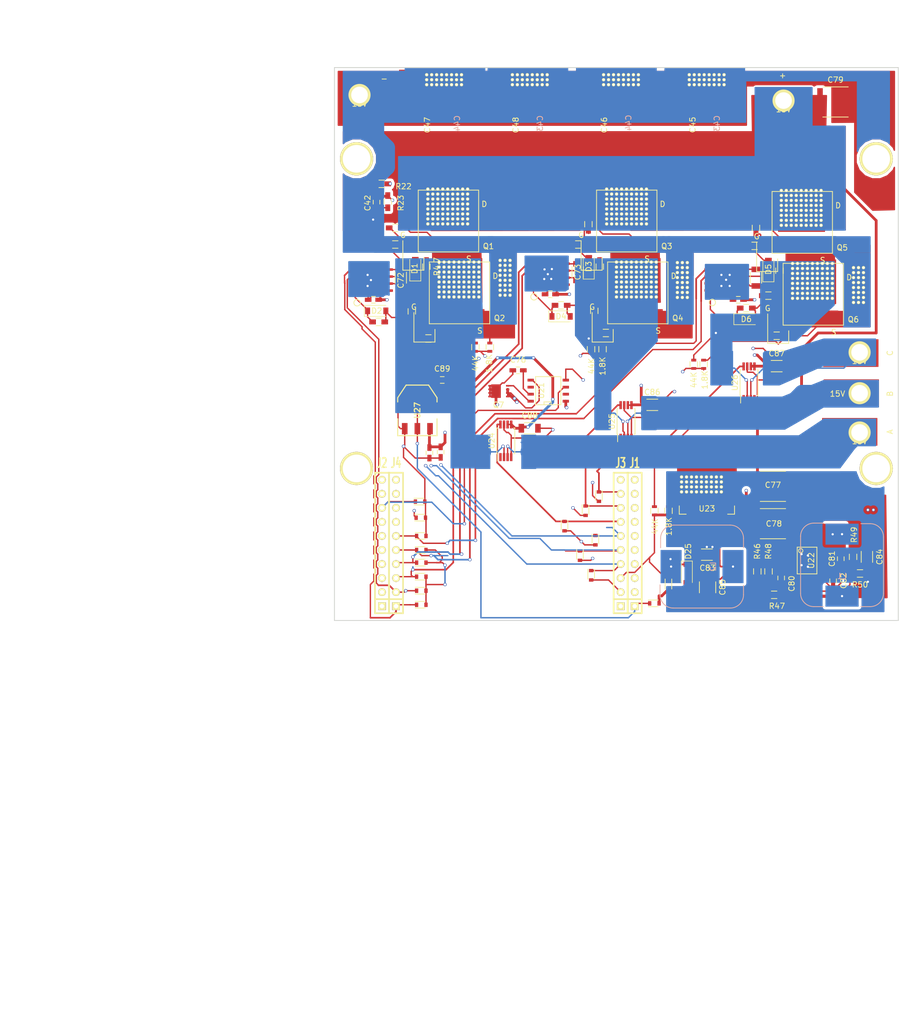
<source format=kicad_pcb>
(kicad_pcb (version 4) (host pcbnew 4.0.0-stable)
  (layers (0 F.Cu signal) (1 In1.Cu signal) (2 In2.Cu signal) (31 B.Cu signal) (34 B.Paste user) (35 F.Paste user hide) (36 B.SilkS user) (37 F.SilkS user) (38 B.Mask user) (39 F.Mask user hide) (44 Edge.Cuts user))
  (net 0 "")
  (net 1 GND)
  (net 2 "Net-(10k1-Pad1)")
  (net 3 /mosfet/phase_a_in)
  (net 4 "Net-(10k2-Pad1)")
  (net 5 "Net-(10k3-Pad1)")
  (net 6 /mosfet/phase_b_in)
  (net 7 "Net-(10k4-Pad1)")
  (net 8 "Net-(10k5-Pad1)")
  (net 9 /mosfet/phase_c_in)
  (net 10 "Net-(10k6-Pad1)")
  (net 11 +5V)
  (net 12 "Net-(C69-Pad1)")
  (net 13 "Net-(C72-Pad2)")
  (net 14 "Net-(C73-Pad2)")
  (net 15 "Net-(C74-Pad2)")
  (net 16 +15V)
  (net 17 "Net-(C76-Pad2)")
  (net 18 "Net-(C80-Pad1)")
  (net 19 "Net-(C81-Pad1)")
  (net 20 "Net-(C81-Pad2)")
  (net 21 "Net-(C82-Pad1)")
  (net 22 "Net-(C86-Pad1)")
  (net 23 /mosfet/H1)
  (net 24 "Net-(D1-Pad2)")
  (net 25 /mosfet/L1)
  (net 26 "Net-(D2-Pad2)")
  (net 27 /mosfet/H2)
  (net 28 "Net-(D3-Pad2)")
  (net 29 /mosfet/L2)
  (net 30 "Net-(D4-Pad2)")
  (net 31 /mosfet/H3)
  (net 32 "Net-(D5-Pad2)")
  (net 33 /mosfet/L3)
  (net 34 "Net-(D6-Pad2)")
  (net 35 /connector/TEMP)
  (net 36 /connector/VBUS_sense)
  (net 37 /connector/Vsense_c)
  (net 38 /connector/CurrentA)
  (net 39 /connector/CurrentB)
  (net 40 /connector/CurrentC)
  (net 41 /connector/PWM_H1)
  (net 42 /connector/PWM_L1)
  (net 43 /connector/PWM_H2)
  (net 44 /connector/PWM_L2)
  (net 45 /connector/PWM_H3)
  (net 46 /connector/PWM_L3)
  (net 47 "Net-(J1-Pad2)")
  (net 48 "Net-(J1-Pad3)")
  (net 49 "Net-(J1-Pad4)")
  (net 50 "Net-(J1-Pad5)")
  (net 51 "Net-(J1-Pad6)")
  (net 52 "Net-(J1-Pad7)")
  (net 53 "Net-(J1-Pad8)")
  (net 54 "Net-(J1-Pad9)")
  (net 55 "Net-(J1-Pad10)")
  (net 56 "Net-(J2-Pad2)")
  (net 57 "Net-(J2-Pad4)")
  (net 58 "Net-(J2-Pad5)")
  (net 59 "Net-(J2-Pad6)")
  (net 60 "Net-(J2-Pad7)")
  (net 61 /connector/EN_GATE)
  (net 62 "Net-(J2-Pad9)")
  (net 63 "Net-(J2-Pad10)")
  (net 64 "Net-(J3-Pad10)")
  (net 65 "Net-(J4-Pad7)")
  (net 66 "Net-(J4-Pad8)")
  (net 67 "Net-(J4-Pad9)")
  (net 68 "Net-(J4-Pad10)")
  (net 69 "Net-(L2-Pad1)")
  (net 70 /VBUS)
  (net 71 "Net-(Q7-Pad3)")
  (net 72 /Ti_120vgate/vsense_a)
  (net 73 /Ti_120vgate/vsense_b)
  (net 74 /Ti_120vgate/vsense_c)
  (net 75 "Net-(R46-Pad2)")
  (net 76 "Net-(R48-Pad1)")
  (net 77 "Net-(R49-Pad2)")
  (net 78 /current_sense_80v/PHASE_3)
  (net 79 /current_sense_80v/PHASE_2)
  (net 80 /current_sense_80v/PHASE_1)
  (net 81 "Net-(U21-Pad6)")
  (net 82 "Net-(U21-Pad2)")
  (net 83 "Net-(U22-Pad7)")
  (net 84 "Net-(U23-Pad5)")
  (net 85 "Net-(U24-Pad1)")
  (net 86 "Net-(U25-Pad1)")
  (net 87 "Net-(U26-Pad1)")
  (module via (layer F.Cu) (at 114.186 27.1 90)
    (fp_text reference REF**11111126 hide)
    (fp_text value via hide)
    (pad 1 thru_hole circle (at 0 0 90) (size 0.6 0.6) (drill 0.4) (layers *.Cu *.Mask F.SilkS) (net 1 GND))
  )
  (module via (layer F.Cu) (at 112.386 27.1 90)
    (fp_text reference REF**11111124 hide)
    (fp_text value via hide)
    (pad 1 thru_hole circle (at 0 0 90) (size 0.6 0.6) (drill 0.4) (layers *.Cu *.Mask F.SilkS) (net 1 GND))
  )
  (module via (layer F.Cu) (at 111.486 27.1 90)
    (fp_text reference REF**11111123 hide)
    (fp_text value via hide)
    (pad 1 thru_hole circle (at 0 0 90) (size 0.6 0.6) (drill 0.4) (layers *.Cu *.Mask F.SilkS) (net 1 GND))
  )
  (module via (layer F.Cu) (at 110.586 27.1 90)
    (fp_text reference REF**11111122 hide)
    (fp_text value via hide)
    (pad 1 thru_hole circle (at 0 0 90) (size 0.6 0.6) (drill 0.4) (layers *.Cu *.Mask F.SilkS) (net 1 GND))
  )
  (module via (layer F.Cu) (at 109.686 27.1 90)
    (fp_text reference REF**11111121 hide)
    (fp_text value via hide)
    (pad 1 thru_hole circle (at 0 0 90) (size 0.6 0.6) (drill 0.4) (layers *.Cu *.Mask F.SilkS) (net 1 GND))
  )
  (module via (layer F.Cu) (at 113.286 27.1 90)
    (fp_text reference REF**11111125 hide)
    (fp_text value via hide)
    (pad 1 thru_hole circle (at 0 0 90) (size 0.6 0.6) (drill 0.4) (layers *.Cu *.Mask F.SilkS) (net 1 GND))
  )
  (module via (layer F.Cu) (at 115.086 26.2 90)
    (fp_text reference REF**11111137 hide)
    (fp_text value via hide)
    (pad 1 thru_hole circle (at 0 0 90) (size 0.6 0.6) (drill 0.4) (layers *.Cu *.Mask F.SilkS) (net 1 GND))
  )
  (module via (layer F.Cu) (at 115.086 27.1 90)
    (fp_text reference REF**11111127 hide)
    (fp_text value via hide)
    (pad 1 thru_hole circle (at 0 0 90) (size 0.6 0.6) (drill 0.4) (layers *.Cu *.Mask F.SilkS) (net 1 GND))
  )
  (module via (layer F.Cu) (at 113.286 25.3 90)
    (fp_text reference REF**11111145 hide)
    (fp_text value via hide)
    (pad 1 thru_hole circle (at 0 0 90) (size 0.6 0.6) (drill 0.4) (layers *.Cu *.Mask F.SilkS) (net 1 GND))
  )
  (module via (layer F.Cu) (at 115.086 25.3 90)
    (fp_text reference REF**11111147 hide)
    (fp_text value via hide)
    (pad 1 thru_hole circle (at 0 0 90) (size 0.6 0.6) (drill 0.4) (layers *.Cu *.Mask F.SilkS) (net 1 GND))
  )
  (module via (layer F.Cu) (at 114.186 26.2 90)
    (fp_text reference REF**11111136 hide)
    (fp_text value via hide)
    (pad 1 thru_hole circle (at 0 0 90) (size 0.6 0.6) (drill 0.4) (layers *.Cu *.Mask F.SilkS) (net 1 GND))
  )
  (module via (layer F.Cu) (at 114.186 25.3 90)
    (fp_text reference REF**11111146 hide)
    (fp_text value via hide)
    (pad 1 thru_hole circle (at 0 0 90) (size 0.6 0.6) (drill 0.4) (layers *.Cu *.Mask F.SilkS) (net 1 GND))
  )
  (module via (layer F.Cu) (at 113.286 26.2 90)
    (fp_text reference REF**11111135 hide)
    (fp_text value via hide)
    (pad 1 thru_hole circle (at 0 0 90) (size 0.6 0.6) (drill 0.4) (layers *.Cu *.Mask F.SilkS) (net 1 GND))
  )
  (module via (layer F.Cu) (at 111.486 26.2 90)
    (fp_text reference REF**11111133 hide)
    (fp_text value via hide)
    (pad 1 thru_hole circle (at 0 0 90) (size 0.6 0.6) (drill 0.4) (layers *.Cu *.Mask F.SilkS) (net 1 GND))
  )
  (module via (layer F.Cu) (at 110.586 25.3 90)
    (fp_text reference REF**11111142 hide)
    (fp_text value via hide)
    (pad 1 thru_hole circle (at 0 0 90) (size 0.6 0.6) (drill 0.4) (layers *.Cu *.Mask F.SilkS) (net 1 GND))
  )
  (module via (layer F.Cu) (at 109.686 25.3 90)
    (fp_text reference REF**11111141 hide)
    (fp_text value via hide)
    (pad 1 thru_hole circle (at 0 0 90) (size 0.6 0.6) (drill 0.4) (layers *.Cu *.Mask F.SilkS) (net 1 GND))
  )
  (module via (layer F.Cu) (at 110.586 26.2 90)
    (fp_text reference REF**11111132 hide)
    (fp_text value via hide)
    (pad 1 thru_hole circle (at 0 0 90) (size 0.6 0.6) (drill 0.4) (layers *.Cu *.Mask F.SilkS) (net 1 GND))
  )
  (module via (layer F.Cu) (at 109.686 26.2 90)
    (fp_text reference REF**11111131 hide)
    (fp_text value via hide)
    (pad 1 thru_hole circle (at 0 0 90) (size 0.6 0.6) (drill 0.4) (layers *.Cu *.Mask F.SilkS) (net 1 GND))
  )
  (module via (layer F.Cu) (at 112.386 26.2 90)
    (fp_text reference REF**11111134 hide)
    (fp_text value via hide)
    (pad 1 thru_hole circle (at 0 0 90) (size 0.6 0.6) (drill 0.4) (layers *.Cu *.Mask F.SilkS) (net 1 GND))
  )
  (module via (layer F.Cu) (at 112.386 25.3 90)
    (fp_text reference REF**11111144 hide)
    (fp_text value via hide)
    (pad 1 thru_hole circle (at 0 0 90) (size 0.6 0.6) (drill 0.4) (layers *.Cu *.Mask F.SilkS) (net 1 GND))
  )
  (module via (layer F.Cu) (at 111.486 25.3 90)
    (fp_text reference REF**11111143 hide)
    (fp_text value via hide)
    (pad 1 thru_hole circle (at 0 0 90) (size 0.6 0.6) (drill 0.4) (layers *.Cu *.Mask F.SilkS) (net 1 GND))
  )
  (module via (layer F.Cu) (at 115.986 25.3 90)
    (fp_text reference REF**11111148 hide)
    (fp_text value via hide)
    (pad 1 thru_hole circle (at 0 0 90) (size 0.6 0.6) (drill 0.4) (layers *.Cu *.Mask F.SilkS) (net 1 GND))
  )
  (module via (layer F.Cu) (at 115.986 26.2 90)
    (fp_text reference REF**11111138 hide)
    (fp_text value via hide)
    (pad 1 thru_hole circle (at 0 0 90) (size 0.6 0.6) (drill 0.4) (layers *.Cu *.Mask F.SilkS) (net 1 GND))
  )
  (module via (layer F.Cu) (at 115.986 27.1 90)
    (fp_text reference REF**11111128 hide)
    (fp_text value via hide)
    (pad 1 thru_hole circle (at 0 0 90) (size 0.6 0.6) (drill 0.4) (layers *.Cu *.Mask F.SilkS) (net 1 GND))
  )
  (module via (layer F.Cu) (at 129.686 27.1 90)
    (fp_text reference REF**11111126 hide)
    (fp_text value via hide)
    (pad 1 thru_hole circle (at 0 0 90) (size 0.6 0.6) (drill 0.4) (layers *.Cu *.Mask F.SilkS) (net 1 GND))
  )
  (module via (layer F.Cu) (at 127.886 27.1 90)
    (fp_text reference REF**11111124 hide)
    (fp_text value via hide)
    (pad 1 thru_hole circle (at 0 0 90) (size 0.6 0.6) (drill 0.4) (layers *.Cu *.Mask F.SilkS) (net 1 GND))
  )
  (module via (layer F.Cu) (at 126.986 27.1 90)
    (fp_text reference REF**11111123 hide)
    (fp_text value via hide)
    (pad 1 thru_hole circle (at 0 0 90) (size 0.6 0.6) (drill 0.4) (layers *.Cu *.Mask F.SilkS) (net 1 GND))
  )
  (module via (layer F.Cu) (at 126.086 27.1 90)
    (fp_text reference REF**11111122 hide)
    (fp_text value via hide)
    (pad 1 thru_hole circle (at 0 0 90) (size 0.6 0.6) (drill 0.4) (layers *.Cu *.Mask F.SilkS) (net 1 GND))
  )
  (module via (layer F.Cu) (at 125.186 27.1 90)
    (fp_text reference REF**11111121 hide)
    (fp_text value via hide)
    (pad 1 thru_hole circle (at 0 0 90) (size 0.6 0.6) (drill 0.4) (layers *.Cu *.Mask F.SilkS) (net 1 GND))
  )
  (module via (layer F.Cu) (at 128.786 27.1 90)
    (fp_text reference REF**11111125 hide)
    (fp_text value via hide)
    (pad 1 thru_hole circle (at 0 0 90) (size 0.6 0.6) (drill 0.4) (layers *.Cu *.Mask F.SilkS) (net 1 GND))
  )
  (module via (layer F.Cu) (at 130.586 26.2 90)
    (fp_text reference REF**11111137 hide)
    (fp_text value via hide)
    (pad 1 thru_hole circle (at 0 0 90) (size 0.6 0.6) (drill 0.4) (layers *.Cu *.Mask F.SilkS) (net 1 GND))
  )
  (module via (layer F.Cu) (at 130.586 27.1 90)
    (fp_text reference REF**11111127 hide)
    (fp_text value via hide)
    (pad 1 thru_hole circle (at 0 0 90) (size 0.6 0.6) (drill 0.4) (layers *.Cu *.Mask F.SilkS) (net 1 GND))
  )
  (module via (layer F.Cu) (at 128.786 25.3 90)
    (fp_text reference REF**11111145 hide)
    (fp_text value via hide)
    (pad 1 thru_hole circle (at 0 0 90) (size 0.6 0.6) (drill 0.4) (layers *.Cu *.Mask F.SilkS) (net 1 GND))
  )
  (module via (layer F.Cu) (at 130.586 25.3 90)
    (fp_text reference REF**11111147 hide)
    (fp_text value via hide)
    (pad 1 thru_hole circle (at 0 0 90) (size 0.6 0.6) (drill 0.4) (layers *.Cu *.Mask F.SilkS) (net 1 GND))
  )
  (module via (layer F.Cu) (at 129.686 26.2 90)
    (fp_text reference REF**11111136 hide)
    (fp_text value via hide)
    (pad 1 thru_hole circle (at 0 0 90) (size 0.6 0.6) (drill 0.4) (layers *.Cu *.Mask F.SilkS) (net 1 GND))
  )
  (module via (layer F.Cu) (at 129.686 25.3 90)
    (fp_text reference REF**11111146 hide)
    (fp_text value via hide)
    (pad 1 thru_hole circle (at 0 0 90) (size 0.6 0.6) (drill 0.4) (layers *.Cu *.Mask F.SilkS) (net 1 GND))
  )
  (module via (layer F.Cu) (at 128.786 26.2 90)
    (fp_text reference REF**11111135 hide)
    (fp_text value via hide)
    (pad 1 thru_hole circle (at 0 0 90) (size 0.6 0.6) (drill 0.4) (layers *.Cu *.Mask F.SilkS) (net 1 GND))
  )
  (module via (layer F.Cu) (at 126.986 26.2 90)
    (fp_text reference REF**11111133 hide)
    (fp_text value via hide)
    (pad 1 thru_hole circle (at 0 0 90) (size 0.6 0.6) (drill 0.4) (layers *.Cu *.Mask F.SilkS) (net 1 GND))
  )
  (module via (layer F.Cu) (at 126.086 25.3 90)
    (fp_text reference REF**11111142 hide)
    (fp_text value via hide)
    (pad 1 thru_hole circle (at 0 0 90) (size 0.6 0.6) (drill 0.4) (layers *.Cu *.Mask F.SilkS) (net 1 GND))
  )
  (module via (layer F.Cu) (at 125.186 25.3 90)
    (fp_text reference REF**11111141 hide)
    (fp_text value via hide)
    (pad 1 thru_hole circle (at 0 0 90) (size 0.6 0.6) (drill 0.4) (layers *.Cu *.Mask F.SilkS) (net 1 GND))
  )
  (module via (layer F.Cu) (at 126.086 26.2 90)
    (fp_text reference REF**11111132 hide)
    (fp_text value via hide)
    (pad 1 thru_hole circle (at 0 0 90) (size 0.6 0.6) (drill 0.4) (layers *.Cu *.Mask F.SilkS) (net 1 GND))
  )
  (module via (layer F.Cu) (at 125.186 26.2 90)
    (fp_text reference REF**11111131 hide)
    (fp_text value via hide)
    (pad 1 thru_hole circle (at 0 0 90) (size 0.6 0.6) (drill 0.4) (layers *.Cu *.Mask F.SilkS) (net 1 GND))
  )
  (module via (layer F.Cu) (at 127.886 26.2 90)
    (fp_text reference REF**11111134 hide)
    (fp_text value via hide)
    (pad 1 thru_hole circle (at 0 0 90) (size 0.6 0.6) (drill 0.4) (layers *.Cu *.Mask F.SilkS) (net 1 GND))
  )
  (module via (layer F.Cu) (at 127.886 25.3 90)
    (fp_text reference REF**11111144 hide)
    (fp_text value via hide)
    (pad 1 thru_hole circle (at 0 0 90) (size 0.6 0.6) (drill 0.4) (layers *.Cu *.Mask F.SilkS) (net 1 GND))
  )
  (module via (layer F.Cu) (at 126.986 25.3 90)
    (fp_text reference REF**11111143 hide)
    (fp_text value via hide)
    (pad 1 thru_hole circle (at 0 0 90) (size 0.6 0.6) (drill 0.4) (layers *.Cu *.Mask F.SilkS) (net 1 GND))
  )
  (module via (layer F.Cu) (at 131.486 25.3 90)
    (fp_text reference REF**11111148 hide)
    (fp_text value via hide)
    (pad 1 thru_hole circle (at 0 0 90) (size 0.6 0.6) (drill 0.4) (layers *.Cu *.Mask F.SilkS) (net 1 GND))
  )
  (module via (layer F.Cu) (at 131.486 26.2 90)
    (fp_text reference REF**11111138 hide)
    (fp_text value via hide)
    (pad 1 thru_hole circle (at 0 0 90) (size 0.6 0.6) (drill 0.4) (layers *.Cu *.Mask F.SilkS) (net 1 GND))
  )
  (module via (layer F.Cu) (at 131.486 27.1 90)
    (fp_text reference REF**11111128 hide)
    (fp_text value via hide)
    (pad 1 thru_hole circle (at 0 0 90) (size 0.6 0.6) (drill 0.4) (layers *.Cu *.Mask F.SilkS) (net 1 GND))
  )
  (module via (layer F.Cu) (at 146.186 27.1 90)
    (fp_text reference REF**11111126 hide)
    (fp_text value via hide)
    (pad 1 thru_hole circle (at 0 0 90) (size 0.6 0.6) (drill 0.4) (layers *.Cu *.Mask F.SilkS) (net 1 GND))
  )
  (module via (layer F.Cu) (at 144.386 27.1 90)
    (fp_text reference REF**11111124 hide)
    (fp_text value via hide)
    (pad 1 thru_hole circle (at 0 0 90) (size 0.6 0.6) (drill 0.4) (layers *.Cu *.Mask F.SilkS) (net 1 GND))
  )
  (module via (layer F.Cu) (at 143.486 27.1 90)
    (fp_text reference REF**11111123 hide)
    (fp_text value via hide)
    (pad 1 thru_hole circle (at 0 0 90) (size 0.6 0.6) (drill 0.4) (layers *.Cu *.Mask F.SilkS) (net 1 GND))
  )
  (module via (layer F.Cu) (at 142.586 27.1 90)
    (fp_text reference REF**11111122 hide)
    (fp_text value via hide)
    (pad 1 thru_hole circle (at 0 0 90) (size 0.6 0.6) (drill 0.4) (layers *.Cu *.Mask F.SilkS) (net 1 GND))
  )
  (module via (layer F.Cu) (at 141.686 27.1 90)
    (fp_text reference REF**11111121 hide)
    (fp_text value via hide)
    (pad 1 thru_hole circle (at 0 0 90) (size 0.6 0.6) (drill 0.4) (layers *.Cu *.Mask F.SilkS) (net 1 GND))
  )
  (module via (layer F.Cu) (at 145.286 27.1 90)
    (fp_text reference REF**11111125 hide)
    (fp_text value via hide)
    (pad 1 thru_hole circle (at 0 0 90) (size 0.6 0.6) (drill 0.4) (layers *.Cu *.Mask F.SilkS) (net 1 GND))
  )
  (module via (layer F.Cu) (at 147.086 26.2 90)
    (fp_text reference REF**11111137 hide)
    (fp_text value via hide)
    (pad 1 thru_hole circle (at 0 0 90) (size 0.6 0.6) (drill 0.4) (layers *.Cu *.Mask F.SilkS) (net 1 GND))
  )
  (module via (layer F.Cu) (at 147.086 27.1 90)
    (fp_text reference REF**11111127 hide)
    (fp_text value via hide)
    (pad 1 thru_hole circle (at 0 0 90) (size 0.6 0.6) (drill 0.4) (layers *.Cu *.Mask F.SilkS) (net 1 GND))
  )
  (module via (layer F.Cu) (at 145.286 25.3 90)
    (fp_text reference REF**11111145 hide)
    (fp_text value via hide)
    (pad 1 thru_hole circle (at 0 0 90) (size 0.6 0.6) (drill 0.4) (layers *.Cu *.Mask F.SilkS) (net 1 GND))
  )
  (module via (layer F.Cu) (at 147.086 25.3 90)
    (fp_text reference REF**11111147 hide)
    (fp_text value via hide)
    (pad 1 thru_hole circle (at 0 0 90) (size 0.6 0.6) (drill 0.4) (layers *.Cu *.Mask F.SilkS) (net 1 GND))
  )
  (module via (layer F.Cu) (at 146.186 26.2 90)
    (fp_text reference REF**11111136 hide)
    (fp_text value via hide)
    (pad 1 thru_hole circle (at 0 0 90) (size 0.6 0.6) (drill 0.4) (layers *.Cu *.Mask F.SilkS) (net 1 GND))
  )
  (module via (layer F.Cu) (at 146.186 25.3 90)
    (fp_text reference REF**11111146 hide)
    (fp_text value via hide)
    (pad 1 thru_hole circle (at 0 0 90) (size 0.6 0.6) (drill 0.4) (layers *.Cu *.Mask F.SilkS) (net 1 GND))
  )
  (module via (layer F.Cu) (at 145.286 26.2 90)
    (fp_text reference REF**11111135 hide)
    (fp_text value via hide)
    (pad 1 thru_hole circle (at 0 0 90) (size 0.6 0.6) (drill 0.4) (layers *.Cu *.Mask F.SilkS) (net 1 GND))
  )
  (module via (layer F.Cu) (at 143.486 26.2 90)
    (fp_text reference REF**11111133 hide)
    (fp_text value via hide)
    (pad 1 thru_hole circle (at 0 0 90) (size 0.6 0.6) (drill 0.4) (layers *.Cu *.Mask F.SilkS) (net 1 GND))
  )
  (module via (layer F.Cu) (at 142.586 25.3 90)
    (fp_text reference REF**11111142 hide)
    (fp_text value via hide)
    (pad 1 thru_hole circle (at 0 0 90) (size 0.6 0.6) (drill 0.4) (layers *.Cu *.Mask F.SilkS) (net 1 GND))
  )
  (module via (layer F.Cu) (at 141.686 25.3 90)
    (fp_text reference REF**11111141 hide)
    (fp_text value via hide)
    (pad 1 thru_hole circle (at 0 0 90) (size 0.6 0.6) (drill 0.4) (layers *.Cu *.Mask F.SilkS) (net 1 GND))
  )
  (module via (layer F.Cu) (at 142.586 26.2 90)
    (fp_text reference REF**11111132 hide)
    (fp_text value via hide)
    (pad 1 thru_hole circle (at 0 0 90) (size 0.6 0.6) (drill 0.4) (layers *.Cu *.Mask F.SilkS) (net 1 GND))
  )
  (module via (layer F.Cu) (at 141.686 26.2 90)
    (fp_text reference REF**11111131 hide)
    (fp_text value via hide)
    (pad 1 thru_hole circle (at 0 0 90) (size 0.6 0.6) (drill 0.4) (layers *.Cu *.Mask F.SilkS) (net 1 GND))
  )
  (module via (layer F.Cu) (at 144.386 26.2 90)
    (fp_text reference REF**11111134 hide)
    (fp_text value via hide)
    (pad 1 thru_hole circle (at 0 0 90) (size 0.6 0.6) (drill 0.4) (layers *.Cu *.Mask F.SilkS) (net 1 GND))
  )
  (module via (layer F.Cu) (at 144.386 25.3 90)
    (fp_text reference REF**11111144 hide)
    (fp_text value via hide)
    (pad 1 thru_hole circle (at 0 0 90) (size 0.6 0.6) (drill 0.4) (layers *.Cu *.Mask F.SilkS) (net 1 GND))
  )
  (module via (layer F.Cu) (at 143.486 25.3 90)
    (fp_text reference REF**11111143 hide)
    (fp_text value via hide)
    (pad 1 thru_hole circle (at 0 0 90) (size 0.6 0.6) (drill 0.4) (layers *.Cu *.Mask F.SilkS) (net 1 GND))
  )
  (module via (layer F.Cu) (at 147.986 25.3 90)
    (fp_text reference REF**11111148 hide)
    (fp_text value via hide)
    (pad 1 thru_hole circle (at 0 0 90) (size 0.6 0.6) (drill 0.4) (layers *.Cu *.Mask F.SilkS) (net 1 GND))
  )
  (module via (layer F.Cu) (at 147.986 26.2 90)
    (fp_text reference REF**11111138 hide)
    (fp_text value via hide)
    (pad 1 thru_hole circle (at 0 0 90) (size 0.6 0.6) (drill 0.4) (layers *.Cu *.Mask F.SilkS) (net 1 GND))
  )
  (module via (layer F.Cu) (at 147.986 27.1 90)
    (fp_text reference REF**11111128 hide)
    (fp_text value via hide)
    (pad 1 thru_hole circle (at 0 0 90) (size 0.6 0.6) (drill 0.4) (layers *.Cu *.Mask F.SilkS) (net 1 GND))
  )
  (module via (layer F.Cu) (at 161.686 27.1 90)
    (fp_text reference REF**11111126 hide)
    (fp_text value via hide)
    (pad 1 thru_hole circle (at 0 0 90) (size 0.6 0.6) (drill 0.4) (layers *.Cu *.Mask F.SilkS) (net 1 GND))
  )
  (module via (layer F.Cu) (at 159.886 27.1 90)
    (fp_text reference REF**11111124 hide)
    (fp_text value via hide)
    (pad 1 thru_hole circle (at 0 0 90) (size 0.6 0.6) (drill 0.4) (layers *.Cu *.Mask F.SilkS) (net 1 GND))
  )
  (module via (layer F.Cu) (at 158.986 27.1 90)
    (fp_text reference REF**11111123 hide)
    (fp_text value via hide)
    (pad 1 thru_hole circle (at 0 0 90) (size 0.6 0.6) (drill 0.4) (layers *.Cu *.Mask F.SilkS) (net 1 GND))
  )
  (module via (layer F.Cu) (at 158.086 27.1 90)
    (fp_text reference REF**11111122 hide)
    (fp_text value via hide)
    (pad 1 thru_hole circle (at 0 0 90) (size 0.6 0.6) (drill 0.4) (layers *.Cu *.Mask F.SilkS) (net 1 GND))
  )
  (module via (layer F.Cu) (at 157.186 27.1 90)
    (fp_text reference REF**11111121 hide)
    (fp_text value via hide)
    (pad 1 thru_hole circle (at 0 0 90) (size 0.6 0.6) (drill 0.4) (layers *.Cu *.Mask F.SilkS) (net 1 GND))
  )
  (module via (layer F.Cu) (at 160.786 27.1 90)
    (fp_text reference REF**11111125 hide)
    (fp_text value via hide)
    (pad 1 thru_hole circle (at 0 0 90) (size 0.6 0.6) (drill 0.4) (layers *.Cu *.Mask F.SilkS) (net 1 GND))
  )
  (module via (layer F.Cu) (at 162.586 26.2 90)
    (fp_text reference REF**11111137 hide)
    (fp_text value via hide)
    (pad 1 thru_hole circle (at 0 0 90) (size 0.6 0.6) (drill 0.4) (layers *.Cu *.Mask F.SilkS) (net 1 GND))
  )
  (module via (layer F.Cu) (at 162.586 27.1 90)
    (fp_text reference REF**11111127 hide)
    (fp_text value via hide)
    (pad 1 thru_hole circle (at 0 0 90) (size 0.6 0.6) (drill 0.4) (layers *.Cu *.Mask F.SilkS) (net 1 GND))
  )
  (module via (layer F.Cu) (at 160.786 25.3 90)
    (fp_text reference REF**11111145 hide)
    (fp_text value via hide)
    (pad 1 thru_hole circle (at 0 0 90) (size 0.6 0.6) (drill 0.4) (layers *.Cu *.Mask F.SilkS) (net 1 GND))
  )
  (module via (layer F.Cu) (at 162.586 25.3 90)
    (fp_text reference REF**11111147 hide)
    (fp_text value via hide)
    (pad 1 thru_hole circle (at 0 0 90) (size 0.6 0.6) (drill 0.4) (layers *.Cu *.Mask F.SilkS) (net 1 GND))
  )
  (module via (layer F.Cu) (at 161.686 26.2 90)
    (fp_text reference REF**11111136 hide)
    (fp_text value via hide)
    (pad 1 thru_hole circle (at 0 0 90) (size 0.6 0.6) (drill 0.4) (layers *.Cu *.Mask F.SilkS) (net 1 GND))
  )
  (module via (layer F.Cu) (at 161.686 25.3 90)
    (fp_text reference REF**11111146 hide)
    (fp_text value via hide)
    (pad 1 thru_hole circle (at 0 0 90) (size 0.6 0.6) (drill 0.4) (layers *.Cu *.Mask F.SilkS) (net 1 GND))
  )
  (module via (layer F.Cu) (at 160.786 26.2 90)
    (fp_text reference REF**11111135 hide)
    (fp_text value via hide)
    (pad 1 thru_hole circle (at 0 0 90) (size 0.6 0.6) (drill 0.4) (layers *.Cu *.Mask F.SilkS) (net 1 GND))
  )
  (module via (layer F.Cu) (at 158.986 26.2 90)
    (fp_text reference REF**11111133 hide)
    (fp_text value via hide)
    (pad 1 thru_hole circle (at 0 0 90) (size 0.6 0.6) (drill 0.4) (layers *.Cu *.Mask F.SilkS) (net 1 GND))
  )
  (module via (layer F.Cu) (at 158.086 25.3 90)
    (fp_text reference REF**11111142 hide)
    (fp_text value via hide)
    (pad 1 thru_hole circle (at 0 0 90) (size 0.6 0.6) (drill 0.4) (layers *.Cu *.Mask F.SilkS) (net 1 GND))
  )
  (module via (layer F.Cu) (at 157.186 25.3 90)
    (fp_text reference REF**11111141 hide)
    (fp_text value via hide)
    (pad 1 thru_hole circle (at 0 0 90) (size 0.6 0.6) (drill 0.4) (layers *.Cu *.Mask F.SilkS) (net 1 GND))
  )
  (module via (layer F.Cu) (at 158.086 26.2 90)
    (fp_text reference REF**11111132 hide)
    (fp_text value via hide)
    (pad 1 thru_hole circle (at 0 0 90) (size 0.6 0.6) (drill 0.4) (layers *.Cu *.Mask F.SilkS) (net 1 GND))
  )
  (module via (layer F.Cu) (at 157.186 26.2 90)
    (fp_text reference REF**11111131 hide)
    (fp_text value via hide)
    (pad 1 thru_hole circle (at 0 0 90) (size 0.6 0.6) (drill 0.4) (layers *.Cu *.Mask F.SilkS) (net 1 GND))
  )
  (module via (layer F.Cu) (at 159.886 26.2 90)
    (fp_text reference REF**11111134 hide)
    (fp_text value via hide)
    (pad 1 thru_hole circle (at 0 0 90) (size 0.6 0.6) (drill 0.4) (layers *.Cu *.Mask F.SilkS) (net 1 GND))
  )
  (module via (layer F.Cu) (at 159.886 25.3 90)
    (fp_text reference REF**11111144 hide)
    (fp_text value via hide)
    (pad 1 thru_hole circle (at 0 0 90) (size 0.6 0.6) (drill 0.4) (layers *.Cu *.Mask F.SilkS) (net 1 GND))
  )
  (module via (layer F.Cu) (at 158.986 25.3 90)
    (fp_text reference REF**11111143 hide)
    (fp_text value via hide)
    (pad 1 thru_hole circle (at 0 0 90) (size 0.6 0.6) (drill 0.4) (layers *.Cu *.Mask F.SilkS) (net 1 GND))
  )
  (module via (layer F.Cu) (at 163.486 25.3 90)
    (fp_text reference REF**11111148 hide)
    (fp_text value via hide)
    (pad 1 thru_hole circle (at 0 0 90) (size 0.6 0.6) (drill 0.4) (layers *.Cu *.Mask F.SilkS) (net 1 GND))
  )
  (module via (layer F.Cu) (at 163.486 26.2 90)
    (fp_text reference REF**11111138 hide)
    (fp_text value via hide)
    (pad 1 thru_hole circle (at 0 0 90) (size 0.6 0.6) (drill 0.4) (layers *.Cu *.Mask F.SilkS) (net 1 GND))
  )
  (module via (layer F.Cu) (at 163.486 27.1 90)
    (fp_text reference REF**11111128 hide)
    (fp_text value via hide)
    (pad 1 thru_hole circle (at 0 0 90) (size 0.6 0.6) (drill 0.4) (layers *.Cu *.Mask F.SilkS) (net 1 GND))
  )
  (module library_new:cap_6065 (layer B.Cu) (at 128 34 270)
    (fp_text reference C43 (at 0.1 -2.2 270) (layer B.SilkS) (effects (justify mirror)))
    (fp_text value 4.7uf)
    (pad 1 smd rect (at -8.1 0 270) (size 3.6 14.6) (layers B.Cu B.Paste B.Mask) (net 1 GND))
    (pad 2 smd rect (at 8.1 0 270) (size 3.6 14.6) (layers B.Cu B.Paste B.Mask) (net 70 /VBUS))
  )
  (module library_new:cap_6065 (layer B.Cu) (at 113 34 270)
    (fp_text reference C44 (at 0.1 -2.2 270) (layer B.SilkS) (effects (justify mirror)))
    (fp_text value 4.7uf)
    (pad 1 smd rect (at -8.1 0 270) (size 3.6 14.6) (layers B.Cu B.Paste B.Mask) (net 1 GND))
    (pad 2 smd rect (at 8.1 0 270) (size 3.6 14.6) (layers B.Cu B.Paste B.Mask) (net 70 /VBUS))
  )
  (module via (layer F.Cu) (at 188 75.5)
    (fp_text reference 15V (at 0 1.6) (layer F.SilkS))
    (fp_text value via)
    (pad 1 thru_hole circle (at 0 0) (size 4 4) (drill 3) (layers *.Cu *.Mask F.SilkS) (net 78 /current_sense_80v/PHASE_3))
  )
  (module via (layer F.Cu) (at 188 82.892)
    (fp_text reference 15V (at -4 0.108) (layer F.SilkS))
    (fp_text value via)
    (pad 1 thru_hole circle (at 0 0) (size 4 4) (drill 3) (layers *.Cu *.Mask F.SilkS) (net 79 /current_sense_80v/PHASE_2))
  )
  (module via (layer F.Cu) (at 188 90)
    (fp_text reference 15V (at 0 1.6) (layer F.SilkS))
    (fp_text value via)
    (pad 1 thru_hole circle (at 0 0) (size 4 4) (drill 3) (layers *.Cu *.Mask F.SilkS) (net 80 /current_sense_80v/PHASE_1))
  )
  (module via (layer F.Cu) (at 97.536 28.956)
    (fp_text reference 15V (at 0 1.6) (layer F.SilkS))
    (fp_text value via)
    (pad 1 thru_hole circle (at 0 0) (size 4 4) (drill 3) (layers *.Cu *.Mask F.SilkS) (net 1 GND))
  )
  (module via (layer F.Cu) (at 162.992 100.742)
    (fp_text reference REF**111111298 hide)
    (fp_text value via hide)
    (pad 1 thru_hole circle (at 0 0) (size 0.6 0.6) (drill 0.4) (layers *.Cu *.Mask F.SilkS) (net 1 GND))
  )
  (module via (layer F.Cu) (at 162.092 100.742)
    (fp_text reference REF**111111288 hide)
    (fp_text value via hide)
    (pad 1 thru_hole circle (at 0 0) (size 0.6 0.6) (drill 0.4) (layers *.Cu *.Mask F.SilkS) (net 1 GND))
  )
  (module via (layer F.Cu) (at 161.192 100.742)
    (fp_text reference REF**111111278 hide)
    (fp_text value via hide)
    (pad 1 thru_hole circle (at 0 0) (size 0.6 0.6) (drill 0.4) (layers *.Cu *.Mask F.SilkS) (net 1 GND))
  )
  (module via (layer F.Cu) (at 160.292 100.742)
    (fp_text reference REF**111111268 hide)
    (fp_text value via hide)
    (pad 1 thru_hole circle (at 0 0) (size 0.6 0.6) (drill 0.4) (layers *.Cu *.Mask F.SilkS) (net 1 GND))
  )
  (module via (layer F.Cu) (at 159.392 100.742)
    (fp_text reference REF**111111258 hide)
    (fp_text value via hide)
    (pad 1 thru_hole circle (at 0 0) (size 0.6 0.6) (drill 0.4) (layers *.Cu *.Mask F.SilkS) (net 1 GND))
  )
  (module via (layer F.Cu) (at 158.492 100.742)
    (fp_text reference REF**111111248 hide)
    (fp_text value via hide)
    (pad 1 thru_hole circle (at 0 0) (size 0.6 0.6) (drill 0.4) (layers *.Cu *.Mask F.SilkS) (net 1 GND))
  )
  (module via (layer F.Cu) (at 157.592 100.742)
    (fp_text reference REF**111111238 hide)
    (fp_text value via hide)
    (pad 1 thru_hole circle (at 0 0) (size 0.6 0.6) (drill 0.4) (layers *.Cu *.Mask F.SilkS) (net 1 GND))
  )
  (module via (layer F.Cu) (at 156.692 100.742)
    (fp_text reference REF**111111228 hide)
    (fp_text value via hide)
    (pad 1 thru_hole circle (at 0 0) (size 0.6 0.6) (drill 0.4) (layers *.Cu *.Mask F.SilkS) (net 1 GND))
  )
  (module via (layer F.Cu) (at 155.792 100.742)
    (fp_text reference REF**111111218 hide)
    (fp_text value via hide)
    (pad 1 thru_hole circle (at 0 0) (size 0.6 0.6) (drill 0.4) (layers *.Cu *.Mask F.SilkS) (net 1 GND))
  )
  (module via (layer F.Cu) (at 162.992 99.842)
    (fp_text reference REF**111111297 hide)
    (fp_text value via hide)
    (pad 1 thru_hole circle (at 0 0) (size 0.6 0.6) (drill 0.4) (layers *.Cu *.Mask F.SilkS) (net 1 GND))
  )
  (module via (layer F.Cu) (at 162.092 99.842)
    (fp_text reference REF**111111287 hide)
    (fp_text value via hide)
    (pad 1 thru_hole circle (at 0 0) (size 0.6 0.6) (drill 0.4) (layers *.Cu *.Mask F.SilkS) (net 1 GND))
  )
  (module via (layer F.Cu) (at 161.192 99.842)
    (fp_text reference REF**111111277 hide)
    (fp_text value via hide)
    (pad 1 thru_hole circle (at 0 0) (size 0.6 0.6) (drill 0.4) (layers *.Cu *.Mask F.SilkS) (net 1 GND))
  )
  (module via (layer F.Cu) (at 160.292 99.842)
    (fp_text reference REF**111111267 hide)
    (fp_text value via hide)
    (pad 1 thru_hole circle (at 0 0) (size 0.6 0.6) (drill 0.4) (layers *.Cu *.Mask F.SilkS) (net 1 GND))
  )
  (module via (layer F.Cu) (at 159.392 99.842)
    (fp_text reference REF**111111257 hide)
    (fp_text value via hide)
    (pad 1 thru_hole circle (at 0 0) (size 0.6 0.6) (drill 0.4) (layers *.Cu *.Mask F.SilkS) (net 1 GND))
  )
  (module via (layer F.Cu) (at 158.492 99.842)
    (fp_text reference REF**111111247 hide)
    (fp_text value via hide)
    (pad 1 thru_hole circle (at 0 0) (size 0.6 0.6) (drill 0.4) (layers *.Cu *.Mask F.SilkS) (net 1 GND))
  )
  (module via (layer F.Cu) (at 157.592 99.842)
    (fp_text reference REF**111111237 hide)
    (fp_text value via hide)
    (pad 1 thru_hole circle (at 0 0) (size 0.6 0.6) (drill 0.4) (layers *.Cu *.Mask F.SilkS) (net 1 GND))
  )
  (module via (layer F.Cu) (at 156.692 99.842)
    (fp_text reference REF**111111227 hide)
    (fp_text value via hide)
    (pad 1 thru_hole circle (at 0 0) (size 0.6 0.6) (drill 0.4) (layers *.Cu *.Mask F.SilkS) (net 1 GND))
  )
  (module via (layer F.Cu) (at 155.792 99.842)
    (fp_text reference REF**111111217 hide)
    (fp_text value via hide)
    (pad 1 thru_hole circle (at 0 0) (size 0.6 0.6) (drill 0.4) (layers *.Cu *.Mask F.SilkS) (net 1 GND))
  )
  (module via (layer F.Cu) (at 162.992 98.942)
    (fp_text reference REF**111111296 hide)
    (fp_text value via hide)
    (pad 1 thru_hole circle (at 0 0) (size 0.6 0.6) (drill 0.4) (layers *.Cu *.Mask F.SilkS) (net 1 GND))
  )
  (module via (layer F.Cu) (at 162.092 98.942)
    (fp_text reference REF**111111286 hide)
    (fp_text value via hide)
    (pad 1 thru_hole circle (at 0 0) (size 0.6 0.6) (drill 0.4) (layers *.Cu *.Mask F.SilkS) (net 1 GND))
  )
  (module via (layer F.Cu) (at 161.192 98.942)
    (fp_text reference REF**111111276 hide)
    (fp_text value via hide)
    (pad 1 thru_hole circle (at 0 0) (size 0.6 0.6) (drill 0.4) (layers *.Cu *.Mask F.SilkS) (net 1 GND))
  )
  (module via (layer F.Cu) (at 160.292 98.942)
    (fp_text reference REF**111111266 hide)
    (fp_text value via hide)
    (pad 1 thru_hole circle (at 0 0) (size 0.6 0.6) (drill 0.4) (layers *.Cu *.Mask F.SilkS) (net 1 GND))
  )
  (module via (layer F.Cu) (at 159.392 98.942)
    (fp_text reference REF**111111256 hide)
    (fp_text value via hide)
    (pad 1 thru_hole circle (at 0 0) (size 0.6 0.6) (drill 0.4) (layers *.Cu *.Mask F.SilkS) (net 1 GND))
  )
  (module via (layer F.Cu) (at 158.492 98.942)
    (fp_text reference REF**111111246 hide)
    (fp_text value via hide)
    (pad 1 thru_hole circle (at 0 0) (size 0.6 0.6) (drill 0.4) (layers *.Cu *.Mask F.SilkS) (net 1 GND))
  )
  (module via (layer F.Cu) (at 157.592 98.942)
    (fp_text reference REF**111111236 hide)
    (fp_text value via hide)
    (pad 1 thru_hole circle (at 0 0) (size 0.6 0.6) (drill 0.4) (layers *.Cu *.Mask F.SilkS) (net 1 GND))
  )
  (module via (layer F.Cu) (at 156.692 98.942)
    (fp_text reference REF**111111226 hide)
    (fp_text value via hide)
    (pad 1 thru_hole circle (at 0 0) (size 0.6 0.6) (drill 0.4) (layers *.Cu *.Mask F.SilkS) (net 1 GND))
  )
  (module via (layer F.Cu) (at 155.792 98.942)
    (fp_text reference REF**111111216 hide)
    (fp_text value via hide)
    (pad 1 thru_hole circle (at 0 0) (size 0.6 0.6) (drill 0.4) (layers *.Cu *.Mask F.SilkS) (net 1 GND))
  )
  (module via (layer F.Cu) (at 162.992 98.042)
    (fp_text reference REF**111111295 hide)
    (fp_text value via hide)
    (pad 1 thru_hole circle (at 0 0) (size 0.6 0.6) (drill 0.4) (layers *.Cu *.Mask F.SilkS) (net 1 GND))
  )
  (module via (layer F.Cu) (at 162.092 98.042)
    (fp_text reference REF**111111285 hide)
    (fp_text value via hide)
    (pad 1 thru_hole circle (at 0 0) (size 0.6 0.6) (drill 0.4) (layers *.Cu *.Mask F.SilkS) (net 1 GND))
  )
  (module via (layer F.Cu) (at 161.192 98.042)
    (fp_text reference REF**111111275 hide)
    (fp_text value via hide)
    (pad 1 thru_hole circle (at 0 0) (size 0.6 0.6) (drill 0.4) (layers *.Cu *.Mask F.SilkS) (net 1 GND))
  )
  (module via (layer F.Cu) (at 160.292 98.042)
    (fp_text reference REF**111111265 hide)
    (fp_text value via hide)
    (pad 1 thru_hole circle (at 0 0) (size 0.6 0.6) (drill 0.4) (layers *.Cu *.Mask F.SilkS) (net 1 GND))
  )
  (module via (layer F.Cu) (at 159.392 98.042)
    (fp_text reference REF**111111255 hide)
    (fp_text value via hide)
    (pad 1 thru_hole circle (at 0 0) (size 0.6 0.6) (drill 0.4) (layers *.Cu *.Mask F.SilkS) (net 1 GND))
  )
  (module via (layer F.Cu) (at 158.492 98.042)
    (fp_text reference REF**111111245 hide)
    (fp_text value via hide)
    (pad 1 thru_hole circle (at 0 0) (size 0.6 0.6) (drill 0.4) (layers *.Cu *.Mask F.SilkS) (net 1 GND))
  )
  (module via (layer F.Cu) (at 157.592 98.042)
    (fp_text reference REF**111111235 hide)
    (fp_text value via hide)
    (pad 1 thru_hole circle (at 0 0) (size 0.6 0.6) (drill 0.4) (layers *.Cu *.Mask F.SilkS) (net 1 GND))
  )
  (module via (layer F.Cu) (at 156.692 98.042)
    (fp_text reference REF**111111225 hide)
    (fp_text value via hide)
    (pad 1 thru_hole circle (at 0 0) (size 0.6 0.6) (drill 0.4) (layers *.Cu *.Mask F.SilkS) (net 1 GND))
  )
  (module via (layer F.Cu) (at 155.792 98.042)
    (fp_text reference REF**111111215 hide)
    (fp_text value via hide)
    (pad 1 thru_hole circle (at 0 0) (size 0.6 0.6) (drill 0.4) (layers *.Cu *.Mask F.SilkS) (net 1 GND))
  )
  (module via (layer F.Cu) (at 187.8 66.486)
    (fp_text reference REF**11111138 hide)
    (fp_text value via hide)
    (pad 1 thru_hole circle (at 0 0) (size 0.6 0.6) (drill 0.4) (layers *.Cu *.Mask F.SilkS) (net 1 GND))
  )
  (module via (layer F.Cu) (at 188.7 66.486)
    (fp_text reference REF**11111148 hide)
    (fp_text value via hide)
    (pad 1 thru_hole circle (at 0 0) (size 0.6 0.6) (drill 0.4) (layers *.Cu *.Mask F.SilkS) (net 1 GND))
  )
  (module via (layer F.Cu) (at 186.9 65.586)
    (fp_text reference REF**11111127 hide)
    (fp_text value via hide)
    (pad 1 thru_hole circle (at 0 0) (size 0.6 0.6) (drill 0.4) (layers *.Cu *.Mask F.SilkS) (net 1 GND))
  )
  (module via (layer F.Cu) (at 186.9 66.486)
    (fp_text reference REF**11111128 hide)
    (fp_text value via hide)
    (pad 1 thru_hole circle (at 0 0) (size 0.6 0.6) (drill 0.4) (layers *.Cu *.Mask F.SilkS) (net 1 GND))
  )
  (module via (layer F.Cu) (at 186.9 63.786)
    (fp_text reference REF**11111125 hide)
    (fp_text value via hide)
    (pad 1 thru_hole circle (at 0 0) (size 0.6 0.6) (drill 0.4) (layers *.Cu *.Mask F.SilkS) (net 1 GND))
  )
  (module via (layer F.Cu) (at 186.9 64.686)
    (fp_text reference REF**11111126 hide)
    (fp_text value via hide)
    (pad 1 thru_hole circle (at 0 0) (size 0.6 0.6) (drill 0.4) (layers *.Cu *.Mask F.SilkS) (net 1 GND))
  )
  (module via (layer F.Cu) (at 187.8 63.786)
    (fp_text reference REF**11111135 hide)
    (fp_text value via hide)
    (pad 1 thru_hole circle (at 0 0) (size 0.6 0.6) (drill 0.4) (layers *.Cu *.Mask F.SilkS) (net 1 GND))
  )
  (module via (layer F.Cu) (at 188.7 64.686)
    (fp_text reference REF**11111146 hide)
    (fp_text value via hide)
    (pad 1 thru_hole circle (at 0 0) (size 0.6 0.6) (drill 0.4) (layers *.Cu *.Mask F.SilkS) (net 1 GND))
  )
  (module via (layer F.Cu) (at 188.7 63.786)
    (fp_text reference REF**11111145 hide)
    (fp_text value via hide)
    (pad 1 thru_hole circle (at 0 0) (size 0.6 0.6) (drill 0.4) (layers *.Cu *.Mask F.SilkS) (net 1 GND))
  )
  (module via (layer F.Cu) (at 187.8 64.686)
    (fp_text reference REF**11111136 hide)
    (fp_text value via hide)
    (pad 1 thru_hole circle (at 0 0) (size 0.6 0.6) (drill 0.4) (layers *.Cu *.Mask F.SilkS) (net 1 GND))
  )
  (module via (layer F.Cu) (at 188.7 65.586)
    (fp_text reference REF**11111147 hide)
    (fp_text value via hide)
    (pad 1 thru_hole circle (at 0 0) (size 0.6 0.6) (drill 0.4) (layers *.Cu *.Mask F.SilkS) (net 1 GND))
  )
  (module via (layer F.Cu) (at 187.8 65.586)
    (fp_text reference REF**11111137 hide)
    (fp_text value via hide)
    (pad 1 thru_hole circle (at 0 0) (size 0.6 0.6) (drill 0.4) (layers *.Cu *.Mask F.SilkS) (net 1 GND))
  )
  (module via (layer F.Cu) (at 186.9 60.186)
    (fp_text reference REF**11111121 hide)
    (fp_text value via hide)
    (pad 1 thru_hole circle (at 0 0) (size 0.6 0.6) (drill 0.4) (layers *.Cu *.Mask F.SilkS) (net 1 GND))
  )
  (module via (layer F.Cu) (at 186.9 61.086)
    (fp_text reference REF**11111122 hide)
    (fp_text value via hide)
    (pad 1 thru_hole circle (at 0 0) (size 0.6 0.6) (drill 0.4) (layers *.Cu *.Mask F.SilkS) (net 1 GND))
  )
  (module via (layer F.Cu) (at 186.9 61.986)
    (fp_text reference REF**11111123 hide)
    (fp_text value via hide)
    (pad 1 thru_hole circle (at 0 0) (size 0.6 0.6) (drill 0.4) (layers *.Cu *.Mask F.SilkS) (net 1 GND))
  )
  (module via (layer F.Cu) (at 186.9 62.886)
    (fp_text reference REF**11111124 hide)
    (fp_text value via hide)
    (pad 1 thru_hole circle (at 0 0) (size 0.6 0.6) (drill 0.4) (layers *.Cu *.Mask F.SilkS) (net 1 GND))
  )
  (module via (layer F.Cu) (at 188.7 61.086)
    (fp_text reference REF**11111142 hide)
    (fp_text value via hide)
    (pad 1 thru_hole circle (at 0 0) (size 0.6 0.6) (drill 0.4) (layers *.Cu *.Mask F.SilkS) (net 1 GND))
  )
  (module via (layer F.Cu) (at 188.7 60.186)
    (fp_text reference REF**11111141 hide)
    (fp_text value via hide)
    (pad 1 thru_hole circle (at 0 0) (size 0.6 0.6) (drill 0.4) (layers *.Cu *.Mask F.SilkS) (net 1 GND))
  )
  (module via (layer F.Cu) (at 187.8 61.086)
    (fp_text reference REF**11111132 hide)
    (fp_text value via hide)
    (pad 1 thru_hole circle (at 0 0) (size 0.6 0.6) (drill 0.4) (layers *.Cu *.Mask F.SilkS) (net 1 GND))
  )
  (module via (layer F.Cu) (at 187.8 60.186)
    (fp_text reference REF**11111131 hide)
    (fp_text value via hide)
    (pad 1 thru_hole circle (at 0 0) (size 0.6 0.6) (drill 0.4) (layers *.Cu *.Mask F.SilkS) (net 1 GND))
  )
  (module via (layer F.Cu) (at 187.8 62.886)
    (fp_text reference REF**11111134 hide)
    (fp_text value via hide)
    (pad 1 thru_hole circle (at 0 0) (size 0.6 0.6) (drill 0.4) (layers *.Cu *.Mask F.SilkS) (net 1 GND))
  )
  (module via (layer F.Cu) (at 188.7 62.886)
    (fp_text reference REF**11111144 hide)
    (fp_text value via hide)
    (pad 1 thru_hole circle (at 0 0) (size 0.6 0.6) (drill 0.4) (layers *.Cu *.Mask F.SilkS) (net 1 GND))
  )
  (module via (layer F.Cu) (at 188.7 61.986)
    (fp_text reference REF**11111143 hide)
    (fp_text value via hide)
    (pad 1 thru_hole circle (at 0 0) (size 0.6 0.6) (drill 0.4) (layers *.Cu *.Mask F.SilkS) (net 1 GND))
  )
  (module via (layer F.Cu) (at 187.8 61.986)
    (fp_text reference REF**11111133 hide)
    (fp_text value via hide)
    (pad 1 thru_hole circle (at 0 0) (size 0.6 0.6) (drill 0.4) (layers *.Cu *.Mask F.SilkS) (net 1 GND))
  )
  (module via (layer F.Cu) (at 155.032 65.576)
    (fp_text reference REF**11111128 hide)
    (fp_text value via hide)
    (pad 1 thru_hole circle (at 0 0) (size 0.6 0.6) (drill 0.4) (layers *.Cu *.Mask F.SilkS) (net 1 GND))
  )
  (module via (layer F.Cu) (at 155.032 64.676)
    (fp_text reference REF**11111127 hide)
    (fp_text value via hide)
    (pad 1 thru_hole circle (at 0 0) (size 0.6 0.6) (drill 0.4) (layers *.Cu *.Mask F.SilkS) (net 1 GND))
  )
  (module via (layer F.Cu) (at 155.032 63.776)
    (fp_text reference REF**11111126 hide)
    (fp_text value via hide)
    (pad 1 thru_hole circle (at 0 0) (size 0.6 0.6) (drill 0.4) (layers *.Cu *.Mask F.SilkS) (net 1 GND))
  )
  (module via (layer F.Cu) (at 155.032 62.876)
    (fp_text reference REF**11111125 hide)
    (fp_text value via hide)
    (pad 1 thru_hole circle (at 0 0) (size 0.6 0.6) (drill 0.4) (layers *.Cu *.Mask F.SilkS) (net 1 GND))
  )
  (module via (layer F.Cu) (at 155.932 63.776)
    (fp_text reference REF**11111136 hide)
    (fp_text value via hide)
    (pad 1 thru_hole circle (at 0 0) (size 0.6 0.6) (drill 0.4) (layers *.Cu *.Mask F.SilkS) (net 1 GND))
  )
  (module via (layer F.Cu) (at 155.932 64.676)
    (fp_text reference REF**11111137 hide)
    (fp_text value via hide)
    (pad 1 thru_hole circle (at 0 0) (size 0.6 0.6) (drill 0.4) (layers *.Cu *.Mask F.SilkS) (net 1 GND))
  )
  (module via (layer F.Cu) (at 155.932 65.576)
    (fp_text reference REF**11111138 hide)
    (fp_text value via hide)
    (pad 1 thru_hole circle (at 0 0) (size 0.6 0.6) (drill 0.4) (layers *.Cu *.Mask F.SilkS) (net 1 GND))
  )
  (module via (layer F.Cu) (at 156.832 65.576)
    (fp_text reference REF**11111148 hide)
    (fp_text value via hide)
    (pad 1 thru_hole circle (at 0 0) (size 0.6 0.6) (drill 0.4) (layers *.Cu *.Mask F.SilkS) (net 1 GND))
  )
  (module via (layer F.Cu) (at 156.832 64.676)
    (fp_text reference REF**11111147 hide)
    (fp_text value via hide)
    (pad 1 thru_hole circle (at 0 0) (size 0.6 0.6) (drill 0.4) (layers *.Cu *.Mask F.SilkS) (net 1 GND))
  )
  (module via (layer F.Cu) (at 156.832 63.776)
    (fp_text reference REF**11111146 hide)
    (fp_text value via hide)
    (pad 1 thru_hole circle (at 0 0) (size 0.6 0.6) (drill 0.4) (layers *.Cu *.Mask F.SilkS) (net 1 GND))
  )
  (module via (layer F.Cu) (at 155.032 61.976)
    (fp_text reference REF**11111124 hide)
    (fp_text value via hide)
    (pad 1 thru_hole circle (at 0 0) (size 0.6 0.6) (drill 0.4) (layers *.Cu *.Mask F.SilkS) (net 1 GND))
  )
  (module via (layer F.Cu) (at 155.032 59.276)
    (fp_text reference REF**11111121 hide)
    (fp_text value via hide)
    (pad 1 thru_hole circle (at 0 0) (size 0.6 0.6) (drill 0.4) (layers *.Cu *.Mask F.SilkS) (net 1 GND))
  )
  (module via (layer F.Cu) (at 155.032 60.176)
    (fp_text reference REF**11111122 hide)
    (fp_text value via hide)
    (pad 1 thru_hole circle (at 0 0) (size 0.6 0.6) (drill 0.4) (layers *.Cu *.Mask F.SilkS) (net 1 GND))
  )
  (module via (layer F.Cu) (at 155.032 61.076)
    (fp_text reference REF**11111123 hide)
    (fp_text value via hide)
    (pad 1 thru_hole circle (at 0 0) (size 0.6 0.6) (drill 0.4) (layers *.Cu *.Mask F.SilkS) (net 1 GND))
  )
  (module via (layer F.Cu) (at 155.932 61.076)
    (fp_text reference REF**11111133 hide)
    (fp_text value via hide)
    (pad 1 thru_hole circle (at 0 0) (size 0.6 0.6) (drill 0.4) (layers *.Cu *.Mask F.SilkS) (net 1 GND))
  )
  (module via (layer F.Cu) (at 155.932 59.276)
    (fp_text reference REF**11111131 hide)
    (fp_text value via hide)
    (pad 1 thru_hole circle (at 0 0) (size 0.6 0.6) (drill 0.4) (layers *.Cu *.Mask F.SilkS) (net 1 GND))
  )
  (module via (layer F.Cu) (at 156.832 59.276)
    (fp_text reference REF**11111141 hide)
    (fp_text value via hide)
    (pad 1 thru_hole circle (at 0 0) (size 0.6 0.6) (drill 0.4) (layers *.Cu *.Mask F.SilkS) (net 1 GND))
  )
  (module via (layer F.Cu) (at 156.832 60.176)
    (fp_text reference REF**11111142 hide)
    (fp_text value via hide)
    (pad 1 thru_hole circle (at 0 0) (size 0.6 0.6) (drill 0.4) (layers *.Cu *.Mask F.SilkS) (net 1 GND))
  )
  (module via (layer F.Cu) (at 155.932 60.176)
    (fp_text reference REF**11111132 hide)
    (fp_text value via hide)
    (pad 1 thru_hole circle (at 0 0) (size 0.6 0.6) (drill 0.4) (layers *.Cu *.Mask F.SilkS) (net 1 GND))
  )
  (module via (layer F.Cu) (at 156.832 61.076)
    (fp_text reference REF**11111143 hide)
    (fp_text value via hide)
    (pad 1 thru_hole circle (at 0 0) (size 0.6 0.6) (drill 0.4) (layers *.Cu *.Mask F.SilkS) (net 1 GND))
  )
  (module via (layer F.Cu) (at 156.832 62.876)
    (fp_text reference REF**11111145 hide)
    (fp_text value via hide)
    (pad 1 thru_hole circle (at 0 0) (size 0.6 0.6) (drill 0.4) (layers *.Cu *.Mask F.SilkS) (net 1 GND))
  )
  (module via (layer F.Cu) (at 155.932 61.976)
    (fp_text reference REF**11111134 hide)
    (fp_text value via hide)
    (pad 1 thru_hole circle (at 0 0) (size 0.6 0.6) (drill 0.4) (layers *.Cu *.Mask F.SilkS) (net 1 GND))
  )
  (module via (layer F.Cu) (at 156.832 61.976)
    (fp_text reference REF**11111144 hide)
    (fp_text value via hide)
    (pad 1 thru_hole circle (at 0 0) (size 0.6 0.6) (drill 0.4) (layers *.Cu *.Mask F.SilkS) (net 1 GND))
  )
  (module via (layer F.Cu) (at 155.932 62.876)
    (fp_text reference REF**11111135 hide)
    (fp_text value via hide)
    (pad 1 thru_hole circle (at 0 0) (size 0.6 0.6) (drill 0.4) (layers *.Cu *.Mask F.SilkS) (net 1 GND))
  )
  (module via (layer F.Cu) (at 122.966 58.872)
    (fp_text reference REF**11111121 hide)
    (fp_text value via hide)
    (pad 1 thru_hole circle (at 0 0) (size 0.6 0.6) (drill 0.4) (layers *.Cu *.Mask F.SilkS) (net 1 GND))
  )
  (module via (layer F.Cu) (at 122.966 59.772)
    (fp_text reference REF**11111122 hide)
    (fp_text value via hide)
    (pad 1 thru_hole circle (at 0 0) (size 0.6 0.6) (drill 0.4) (layers *.Cu *.Mask F.SilkS) (net 1 GND))
  )
  (module via (layer F.Cu) (at 123.866 59.772)
    (fp_text reference REF**11111132 hide)
    (fp_text value via hide)
    (pad 1 thru_hole circle (at 0 0) (size 0.6 0.6) (drill 0.4) (layers *.Cu *.Mask F.SilkS) (net 1 GND))
  )
  (module via (layer F.Cu) (at 122.966 63.372)
    (fp_text reference REF**11111126 hide)
    (fp_text value via hide)
    (pad 1 thru_hole circle (at 0 0) (size 0.6 0.6) (drill 0.4) (layers *.Cu *.Mask F.SilkS) (net 1 GND))
  )
  (module via (layer F.Cu) (at 122.966 64.272)
    (fp_text reference REF**11111127 hide)
    (fp_text value via hide)
    (pad 1 thru_hole circle (at 0 0) (size 0.6 0.6) (drill 0.4) (layers *.Cu *.Mask F.SilkS) (net 1 GND))
  )
  (module via (layer F.Cu) (at 124.766 65.172)
    (fp_text reference REF**11111148 hide)
    (fp_text value via hide)
    (pad 1 thru_hole circle (at 0 0) (size 0.6 0.6) (drill 0.4) (layers *.Cu *.Mask F.SilkS) (net 1 GND))
  )
  (module via (layer F.Cu) (at 123.866 65.172)
    (fp_text reference REF**11111138 hide)
    (fp_text value via hide)
    (pad 1 thru_hole circle (at 0 0) (size 0.6 0.6) (drill 0.4) (layers *.Cu *.Mask F.SilkS) (net 1 GND))
  )
  (module via (layer F.Cu) (at 122.966 65.172)
    (fp_text reference REF**11111128 hide)
    (fp_text value via hide)
    (pad 1 thru_hole circle (at 0 0) (size 0.6 0.6) (drill 0.4) (layers *.Cu *.Mask F.SilkS) (net 1 GND))
  )
  (module via (layer F.Cu) (at 123.866 64.272)
    (fp_text reference REF**11111137 hide)
    (fp_text value via hide)
    (pad 1 thru_hole circle (at 0 0) (size 0.6 0.6) (drill 0.4) (layers *.Cu *.Mask F.SilkS) (net 1 GND))
  )
  (module via (layer F.Cu) (at 123.866 63.372)
    (fp_text reference REF**11111136 hide)
    (fp_text value via hide)
    (pad 1 thru_hole circle (at 0 0) (size 0.6 0.6) (drill 0.4) (layers *.Cu *.Mask F.SilkS) (net 1 GND))
  )
  (module via (layer F.Cu) (at 122.966 62.472)
    (fp_text reference REF**11111125 hide)
    (fp_text value via hide)
    (pad 1 thru_hole circle (at 0 0) (size 0.6 0.6) (drill 0.4) (layers *.Cu *.Mask F.SilkS) (net 1 GND))
  )
  (module via (layer F.Cu) (at 122.966 60.672)
    (fp_text reference REF**11111123 hide)
    (fp_text value via hide)
    (pad 1 thru_hole circle (at 0 0) (size 0.6 0.6) (drill 0.4) (layers *.Cu *.Mask F.SilkS) (net 1 GND))
  )
  (module via (layer F.Cu) (at 123.866 60.672)
    (fp_text reference REF**11111133 hide)
    (fp_text value via hide)
    (pad 1 thru_hole circle (at 0 0) (size 0.6 0.6) (drill 0.4) (layers *.Cu *.Mask F.SilkS) (net 1 GND))
  )
  (module via (layer F.Cu) (at 124.766 60.672)
    (fp_text reference REF**11111143 hide)
    (fp_text value via hide)
    (pad 1 thru_hole circle (at 0 0) (size 0.6 0.6) (drill 0.4) (layers *.Cu *.Mask F.SilkS) (net 1 GND))
  )
  (module via (layer F.Cu) (at 124.766 59.772)
    (fp_text reference REF**11111142 hide)
    (fp_text value via hide)
    (pad 1 thru_hole circle (at 0 0) (size 0.6 0.6) (drill 0.4) (layers *.Cu *.Mask F.SilkS) (net 1 GND))
  )
  (module via (layer F.Cu) (at 124.766 58.872)
    (fp_text reference REF**11111141 hide)
    (fp_text value via hide)
    (pad 1 thru_hole circle (at 0 0) (size 0.6 0.6) (drill 0.4) (layers *.Cu *.Mask F.SilkS) (net 1 GND))
  )
  (module via (layer F.Cu) (at 123.866 58.872)
    (fp_text reference REF**11111131 hide)
    (fp_text value via hide)
    (pad 1 thru_hole circle (at 0 0) (size 0.6 0.6) (drill 0.4) (layers *.Cu *.Mask F.SilkS) (net 1 GND))
  )
  (module via (layer F.Cu) (at 124.766 64.272)
    (fp_text reference REF**11111147 hide)
    (fp_text value via hide)
    (pad 1 thru_hole circle (at 0 0) (size 0.6 0.6) (drill 0.4) (layers *.Cu *.Mask F.SilkS) (net 1 GND))
  )
  (module via (layer F.Cu) (at 124.766 63.372)
    (fp_text reference REF**11111146 hide)
    (fp_text value via hide)
    (pad 1 thru_hole circle (at 0 0) (size 0.6 0.6) (drill 0.4) (layers *.Cu *.Mask F.SilkS) (net 1 GND))
  )
  (module via (layer F.Cu) (at 124.766 62.472)
    (fp_text reference REF**11111145 hide)
    (fp_text value via hide)
    (pad 1 thru_hole circle (at 0 0) (size 0.6 0.6) (drill 0.4) (layers *.Cu *.Mask F.SilkS) (net 1 GND))
  )
  (module via (layer F.Cu) (at 123.866 62.472)
    (fp_text reference REF**11111135 hide)
    (fp_text value via hide)
    (pad 1 thru_hole circle (at 0 0) (size 0.6 0.6) (drill 0.4) (layers *.Cu *.Mask F.SilkS) (net 1 GND))
  )
  (module via (layer F.Cu) (at 124.766 61.572)
    (fp_text reference REF**11111144 hide)
    (fp_text value via hide)
    (pad 1 thru_hole circle (at 0 0) (size 0.6 0.6) (drill 0.4) (layers *.Cu *.Mask F.SilkS) (net 1 GND))
  )
  (module via (layer F.Cu) (at 123.866 61.572)
    (fp_text reference REF**11111134 hide)
    (fp_text value via hide)
    (pad 1 thru_hole circle (at 0 0) (size 0.6 0.6) (drill 0.4) (layers *.Cu *.Mask F.SilkS) (net 1 GND))
  )
  (module via (layer F.Cu) (at 122.966 61.572)
    (fp_text reference REF**11111124 hide)
    (fp_text value via hide)
    (pad 1 thru_hole circle (at 0 0) (size 0.6 0.6) (drill 0.4) (layers *.Cu *.Mask F.SilkS) (net 1 GND))
  )
  (module via (layer F.Cu) (at 175.868 65.736)
    (fp_text reference REF**1111118 hide)
    (fp_text value via hide)
    (pad 1 thru_hole circle (at 0 0) (size 0.6 0.6) (drill 0.4) (layers *.Cu *.Mask F.SilkS) (net 9 /mosfet/phase_c_in))
  )
  (module via (layer F.Cu) (at 176.768 65.736)
    (fp_text reference REF**1111128 hide)
    (fp_text value via hide)
    (pad 1 thru_hole circle (at 0 0) (size 0.6 0.6) (drill 0.4) (layers *.Cu *.Mask F.SilkS) (net 9 /mosfet/phase_c_in))
  )
  (module via (layer F.Cu) (at 176.768 64.836)
    (fp_text reference REF**1111127 hide)
    (fp_text value via hide)
    (pad 1 thru_hole circle (at 0 0) (size 0.6 0.6) (drill 0.4) (layers *.Cu *.Mask F.SilkS) (net 9 /mosfet/phase_c_in))
  )
  (module via (layer F.Cu) (at 175.868 64.836)
    (fp_text reference REF**1111117 hide)
    (fp_text value via hide)
    (pad 1 thru_hole circle (at 0 0) (size 0.6 0.6) (drill 0.4) (layers *.Cu *.Mask F.SilkS) (net 9 /mosfet/phase_c_in))
  )
  (module via (layer F.Cu) (at 175.868 63.936)
    (fp_text reference REF**1111116 hide)
    (fp_text value via hide)
    (pad 1 thru_hole circle (at 0 0) (size 0.6 0.6) (drill 0.4) (layers *.Cu *.Mask F.SilkS) (net 9 /mosfet/phase_c_in))
  )
  (module via (layer F.Cu) (at 176.768 63.936)
    (fp_text reference REF**1111126 hide)
    (fp_text value via hide)
    (pad 1 thru_hole circle (at 0 0) (size 0.6 0.6) (drill 0.4) (layers *.Cu *.Mask F.SilkS) (net 9 /mosfet/phase_c_in))
  )
  (module via (layer F.Cu) (at 177.668 65.736)
    (fp_text reference REF**1111138 hide)
    (fp_text value via hide)
    (pad 1 thru_hole circle (at 0 0) (size 0.6 0.6) (drill 0.4) (layers *.Cu *.Mask F.SilkS) (net 9 /mosfet/phase_c_in))
  )
  (module via (layer F.Cu) (at 177.668 63.936)
    (fp_text reference REF**1111136 hide)
    (fp_text value via hide)
    (pad 1 thru_hole circle (at 0 0) (size 0.6 0.6) (drill 0.4) (layers *.Cu *.Mask F.SilkS) (net 9 /mosfet/phase_c_in))
  )
  (module via (layer F.Cu) (at 177.668 64.836)
    (fp_text reference REF**1111137 hide)
    (fp_text value via hide)
    (pad 1 thru_hole circle (at 0 0) (size 0.6 0.6) (drill 0.4) (layers *.Cu *.Mask F.SilkS) (net 9 /mosfet/phase_c_in))
  )
  (module via (layer F.Cu) (at 179.468 63.936)
    (fp_text reference REF**1111156 hide)
    (fp_text value via hide)
    (pad 1 thru_hole circle (at 0 0) (size 0.6 0.6) (drill 0.4) (layers *.Cu *.Mask F.SilkS) (net 9 /mosfet/phase_c_in))
  )
  (module via (layer F.Cu) (at 178.568 63.936)
    (fp_text reference REF**1111146 hide)
    (fp_text value via hide)
    (pad 1 thru_hole circle (at 0 0) (size 0.6 0.6) (drill 0.4) (layers *.Cu *.Mask F.SilkS) (net 9 /mosfet/phase_c_in))
  )
  (module via (layer F.Cu) (at 178.568 64.836)
    (fp_text reference REF**1111147 hide)
    (fp_text value via hide)
    (pad 1 thru_hole circle (at 0 0) (size 0.6 0.6) (drill 0.4) (layers *.Cu *.Mask F.SilkS) (net 9 /mosfet/phase_c_in))
  )
  (module via (layer F.Cu) (at 179.468 64.836)
    (fp_text reference REF**1111157 hide)
    (fp_text value via hide)
    (pad 1 thru_hole circle (at 0 0) (size 0.6 0.6) (drill 0.4) (layers *.Cu *.Mask F.SilkS) (net 9 /mosfet/phase_c_in))
  )
  (module via (layer F.Cu) (at 179.468 65.736)
    (fp_text reference REF**1111158 hide)
    (fp_text value via hide)
    (pad 1 thru_hole circle (at 0 0) (size 0.6 0.6) (drill 0.4) (layers *.Cu *.Mask F.SilkS) (net 9 /mosfet/phase_c_in))
  )
  (module via (layer F.Cu) (at 178.568 65.736)
    (fp_text reference REF**1111148 hide)
    (fp_text value via hide)
    (pad 1 thru_hole circle (at 0 0) (size 0.6 0.6) (drill 0.4) (layers *.Cu *.Mask F.SilkS) (net 9 /mosfet/phase_c_in))
  )
  (module via (layer F.Cu) (at 181.268 65.736)
    (fp_text reference REF**1111178 hide)
    (fp_text value via hide)
    (pad 1 thru_hole circle (at 0 0) (size 0.6 0.6) (drill 0.4) (layers *.Cu *.Mask F.SilkS) (net 9 /mosfet/phase_c_in))
  )
  (module via (layer F.Cu) (at 181.268 64.836)
    (fp_text reference REF**1111177 hide)
    (fp_text value via hide)
    (pad 1 thru_hole circle (at 0 0) (size 0.6 0.6) (drill 0.4) (layers *.Cu *.Mask F.SilkS) (net 9 /mosfet/phase_c_in))
  )
  (module via (layer F.Cu) (at 181.268 63.936)
    (fp_text reference REF**1111176 hide)
    (fp_text value via hide)
    (pad 1 thru_hole circle (at 0 0) (size 0.6 0.6) (drill 0.4) (layers *.Cu *.Mask F.SilkS) (net 9 /mosfet/phase_c_in))
  )
  (module via (layer F.Cu) (at 180.368 63.936)
    (fp_text reference REF**1111166 hide)
    (fp_text value via hide)
    (pad 1 thru_hole circle (at 0 0) (size 0.6 0.6) (drill 0.4) (layers *.Cu *.Mask F.SilkS) (net 9 /mosfet/phase_c_in))
  )
  (module via (layer F.Cu) (at 180.368 65.736)
    (fp_text reference REF**1111168 hide)
    (fp_text value via hide)
    (pad 1 thru_hole circle (at 0 0) (size 0.6 0.6) (drill 0.4) (layers *.Cu *.Mask F.SilkS) (net 9 /mosfet/phase_c_in))
  )
  (module via (layer F.Cu) (at 180.368 64.836)
    (fp_text reference REF**1111167 hide)
    (fp_text value via hide)
    (pad 1 thru_hole circle (at 0 0) (size 0.6 0.6) (drill 0.4) (layers *.Cu *.Mask F.SilkS) (net 9 /mosfet/phase_c_in))
  )
  (module via (layer F.Cu) (at 175.868 60.336)
    (fp_text reference REF**1111112 hide)
    (fp_text value via hide)
    (pad 1 thru_hole circle (at 0 0) (size 0.6 0.6) (drill 0.4) (layers *.Cu *.Mask F.SilkS) (net 9 /mosfet/phase_c_in))
  )
  (module via (layer F.Cu) (at 176.768 60.336)
    (fp_text reference REF**1111122 hide)
    (fp_text value via hide)
    (pad 1 thru_hole circle (at 0 0) (size 0.6 0.6) (drill 0.4) (layers *.Cu *.Mask F.SilkS) (net 9 /mosfet/phase_c_in))
  )
  (module via (layer F.Cu) (at 177.668 60.336)
    (fp_text reference REF**1111132 hide)
    (fp_text value via hide)
    (pad 1 thru_hole circle (at 0 0) (size 0.6 0.6) (drill 0.4) (layers *.Cu *.Mask F.SilkS) (net 9 /mosfet/phase_c_in))
  )
  (module via (layer F.Cu) (at 176.768 59.436)
    (fp_text reference REF**1111121 hide)
    (fp_text value via hide)
    (pad 1 thru_hole circle (at 0 0) (size 0.6 0.6) (drill 0.4) (layers *.Cu *.Mask F.SilkS) (net 9 /mosfet/phase_c_in))
  )
  (module via (layer F.Cu) (at 177.668 59.436)
    (fp_text reference REF**1111131 hide)
    (fp_text value via hide)
    (pad 1 thru_hole circle (at 0 0) (size 0.6 0.6) (drill 0.4) (layers *.Cu *.Mask F.SilkS) (net 9 /mosfet/phase_c_in))
  )
  (module via (layer F.Cu) (at 175.868 59.436)
    (fp_text reference REF**1111111 hide)
    (fp_text value via hide)
    (pad 1 thru_hole circle (at 0 0) (size 0.6 0.6) (drill 0.4) (layers *.Cu *.Mask F.SilkS) (net 9 /mosfet/phase_c_in))
  )
  (module via (layer F.Cu) (at 175.868 61.236)
    (fp_text reference REF**1111113 hide)
    (fp_text value via hide)
    (pad 1 thru_hole circle (at 0 0) (size 0.6 0.6) (drill 0.4) (layers *.Cu *.Mask F.SilkS) (net 9 /mosfet/phase_c_in))
  )
  (module via (layer F.Cu) (at 175.868 62.136)
    (fp_text reference REF**1111114 hide)
    (fp_text value via hide)
    (pad 1 thru_hole circle (at 0 0) (size 0.6 0.6) (drill 0.4) (layers *.Cu *.Mask F.SilkS) (net 9 /mosfet/phase_c_in))
  )
  (module via (layer F.Cu) (at 175.868 63.036)
    (fp_text reference REF**1111115 hide)
    (fp_text value via hide)
    (pad 1 thru_hole circle (at 0 0) (size 0.6 0.6) (drill 0.4) (layers *.Cu *.Mask F.SilkS) (net 9 /mosfet/phase_c_in))
  )
  (module via (layer F.Cu) (at 176.768 63.036)
    (fp_text reference REF**1111125 hide)
    (fp_text value via hide)
    (pad 1 thru_hole circle (at 0 0) (size 0.6 0.6) (drill 0.4) (layers *.Cu *.Mask F.SilkS) (net 9 /mosfet/phase_c_in))
  )
  (module via (layer F.Cu) (at 176.768 61.236)
    (fp_text reference REF**1111123 hide)
    (fp_text value via hide)
    (pad 1 thru_hole circle (at 0 0) (size 0.6 0.6) (drill 0.4) (layers *.Cu *.Mask F.SilkS) (net 9 /mosfet/phase_c_in))
  )
  (module via (layer F.Cu) (at 177.668 61.236)
    (fp_text reference REF**1111133 hide)
    (fp_text value via hide)
    (pad 1 thru_hole circle (at 0 0) (size 0.6 0.6) (drill 0.4) (layers *.Cu *.Mask F.SilkS) (net 9 /mosfet/phase_c_in))
  )
  (module via (layer F.Cu) (at 177.668 62.136)
    (fp_text reference REF**1111134 hide)
    (fp_text value via hide)
    (pad 1 thru_hole circle (at 0 0) (size 0.6 0.6) (drill 0.4) (layers *.Cu *.Mask F.SilkS) (net 9 /mosfet/phase_c_in))
  )
  (module via (layer F.Cu) (at 176.768 62.136)
    (fp_text reference REF**1111124 hide)
    (fp_text value via hide)
    (pad 1 thru_hole circle (at 0 0) (size 0.6 0.6) (drill 0.4) (layers *.Cu *.Mask F.SilkS) (net 9 /mosfet/phase_c_in))
  )
  (module via (layer F.Cu) (at 177.668 63.036)
    (fp_text reference REF**1111135 hide)
    (fp_text value via hide)
    (pad 1 thru_hole circle (at 0 0) (size 0.6 0.6) (drill 0.4) (layers *.Cu *.Mask F.SilkS) (net 9 /mosfet/phase_c_in))
  )
  (module via (layer F.Cu) (at 179.468 63.036)
    (fp_text reference REF**1111155 hide)
    (fp_text value via hide)
    (pad 1 thru_hole circle (at 0 0) (size 0.6 0.6) (drill 0.4) (layers *.Cu *.Mask F.SilkS) (net 9 /mosfet/phase_c_in))
  )
  (module via (layer F.Cu) (at 178.568 62.136)
    (fp_text reference REF**1111144 hide)
    (fp_text value via hide)
    (pad 1 thru_hole circle (at 0 0) (size 0.6 0.6) (drill 0.4) (layers *.Cu *.Mask F.SilkS) (net 9 /mosfet/phase_c_in))
  )
  (module via (layer F.Cu) (at 179.468 62.136)
    (fp_text reference REF**1111154 hide)
    (fp_text value via hide)
    (pad 1 thru_hole circle (at 0 0) (size 0.6 0.6) (drill 0.4) (layers *.Cu *.Mask F.SilkS) (net 9 /mosfet/phase_c_in))
  )
  (module via (layer F.Cu) (at 178.568 63.036)
    (fp_text reference REF**1111145 hide)
    (fp_text value via hide)
    (pad 1 thru_hole circle (at 0 0) (size 0.6 0.6) (drill 0.4) (layers *.Cu *.Mask F.SilkS) (net 9 /mosfet/phase_c_in))
  )
  (module via (layer F.Cu) (at 178.568 61.236)
    (fp_text reference REF**1111143 hide)
    (fp_text value via hide)
    (pad 1 thru_hole circle (at 0 0) (size 0.6 0.6) (drill 0.4) (layers *.Cu *.Mask F.SilkS) (net 9 /mosfet/phase_c_in))
  )
  (module via (layer F.Cu) (at 179.468 61.236)
    (fp_text reference REF**1111153 hide)
    (fp_text value via hide)
    (pad 1 thru_hole circle (at 0 0) (size 0.6 0.6) (drill 0.4) (layers *.Cu *.Mask F.SilkS) (net 9 /mosfet/phase_c_in))
  )
  (module via (layer F.Cu) (at 178.568 59.436)
    (fp_text reference REF**1111141 hide)
    (fp_text value via hide)
    (pad 1 thru_hole circle (at 0 0) (size 0.6 0.6) (drill 0.4) (layers *.Cu *.Mask F.SilkS) (net 9 /mosfet/phase_c_in))
  )
  (module via (layer F.Cu) (at 179.468 59.436)
    (fp_text reference REF**1111151 hide)
    (fp_text value via hide)
    (pad 1 thru_hole circle (at 0 0) (size 0.6 0.6) (drill 0.4) (layers *.Cu *.Mask F.SilkS) (net 9 /mosfet/phase_c_in))
  )
  (module via (layer F.Cu) (at 178.568 60.336)
    (fp_text reference REF**1111142 hide)
    (fp_text value via hide)
    (pad 1 thru_hole circle (at 0 0) (size 0.6 0.6) (drill 0.4) (layers *.Cu *.Mask F.SilkS) (net 9 /mosfet/phase_c_in))
  )
  (module via (layer F.Cu) (at 179.468 60.336)
    (fp_text reference REF**1111152 hide)
    (fp_text value via hide)
    (pad 1 thru_hole circle (at 0 0) (size 0.6 0.6) (drill 0.4) (layers *.Cu *.Mask F.SilkS) (net 9 /mosfet/phase_c_in))
  )
  (module via (layer F.Cu) (at 183.068 63.936)
    (fp_text reference REF**1111196 hide)
    (fp_text value via hide)
    (pad 1 thru_hole circle (at 0 0) (size 0.6 0.6) (drill 0.4) (layers *.Cu *.Mask F.SilkS) (net 9 /mosfet/phase_c_in))
  )
  (module via (layer F.Cu) (at 182.168 65.736)
    (fp_text reference REF**1111188 hide)
    (fp_text value via hide)
    (pad 1 thru_hole circle (at 0 0) (size 0.6 0.6) (drill 0.4) (layers *.Cu *.Mask F.SilkS) (net 9 /mosfet/phase_c_in))
  )
  (module via (layer F.Cu) (at 182.168 63.936)
    (fp_text reference REF**1111186 hide)
    (fp_text value via hide)
    (pad 1 thru_hole circle (at 0 0) (size 0.6 0.6) (drill 0.4) (layers *.Cu *.Mask F.SilkS) (net 9 /mosfet/phase_c_in))
  )
  (module via (layer F.Cu) (at 182.168 64.836)
    (fp_text reference REF**1111187 hide)
    (fp_text value via hide)
    (pad 1 thru_hole circle (at 0 0) (size 0.6 0.6) (drill 0.4) (layers *.Cu *.Mask F.SilkS) (net 9 /mosfet/phase_c_in))
  )
  (module via (layer F.Cu) (at 183.068 64.836)
    (fp_text reference REF**1111197 hide)
    (fp_text value via hide)
    (pad 1 thru_hole circle (at 0 0) (size 0.6 0.6) (drill 0.4) (layers *.Cu *.Mask F.SilkS) (net 9 /mosfet/phase_c_in))
  )
  (module via (layer F.Cu) (at 183.068 65.736)
    (fp_text reference REF**1111198 hide)
    (fp_text value via hide)
    (pad 1 thru_hole circle (at 0 0) (size 0.6 0.6) (drill 0.4) (layers *.Cu *.Mask F.SilkS) (net 9 /mosfet/phase_c_in))
  )
  (module via (layer F.Cu) (at 180.368 59.436)
    (fp_text reference REF**1111161 hide)
    (fp_text value via hide)
    (pad 1 thru_hole circle (at 0 0) (size 0.6 0.6) (drill 0.4) (layers *.Cu *.Mask F.SilkS) (net 9 /mosfet/phase_c_in))
  )
  (module via (layer F.Cu) (at 181.268 59.436)
    (fp_text reference REF**1111171 hide)
    (fp_text value via hide)
    (pad 1 thru_hole circle (at 0 0) (size 0.6 0.6) (drill 0.4) (layers *.Cu *.Mask F.SilkS) (net 9 /mosfet/phase_c_in))
  )
  (module via (layer F.Cu) (at 180.368 60.336)
    (fp_text reference REF**1111162 hide)
    (fp_text value via hide)
    (pad 1 thru_hole circle (at 0 0) (size 0.6 0.6) (drill 0.4) (layers *.Cu *.Mask F.SilkS) (net 9 /mosfet/phase_c_in))
  )
  (module via (layer F.Cu) (at 181.268 60.336)
    (fp_text reference REF**1111172 hide)
    (fp_text value via hide)
    (pad 1 thru_hole circle (at 0 0) (size 0.6 0.6) (drill 0.4) (layers *.Cu *.Mask F.SilkS) (net 9 /mosfet/phase_c_in))
  )
  (module via (layer F.Cu) (at 182.168 60.336)
    (fp_text reference REF**1111182 hide)
    (fp_text value via hide)
    (pad 1 thru_hole circle (at 0 0) (size 0.6 0.6) (drill 0.4) (layers *.Cu *.Mask F.SilkS) (net 9 /mosfet/phase_c_in))
  )
  (module via (layer F.Cu) (at 183.068 59.436)
    (fp_text reference REF**1111191 hide)
    (fp_text value via hide)
    (pad 1 thru_hole circle (at 0 0) (size 0.6 0.6) (drill 0.4) (layers *.Cu *.Mask F.SilkS) (net 9 /mosfet/phase_c_in))
  )
  (module via (layer F.Cu) (at 182.168 59.436)
    (fp_text reference REF**1111181 hide)
    (fp_text value via hide)
    (pad 1 thru_hole circle (at 0 0) (size 0.6 0.6) (drill 0.4) (layers *.Cu *.Mask F.SilkS) (net 9 /mosfet/phase_c_in))
  )
  (module via (layer F.Cu) (at 183.068 60.336)
    (fp_text reference REF**1111192 hide)
    (fp_text value via hide)
    (pad 1 thru_hole circle (at 0 0) (size 0.6 0.6) (drill 0.4) (layers *.Cu *.Mask F.SilkS) (net 9 /mosfet/phase_c_in))
  )
  (module via (layer F.Cu) (at 182.168 62.136)
    (fp_text reference REF**1111184 hide)
    (fp_text value via hide)
    (pad 1 thru_hole circle (at 0 0) (size 0.6 0.6) (drill 0.4) (layers *.Cu *.Mask F.SilkS) (net 9 /mosfet/phase_c_in))
  )
  (module via (layer F.Cu) (at 182.168 63.036)
    (fp_text reference REF**1111185 hide)
    (fp_text value via hide)
    (pad 1 thru_hole circle (at 0 0) (size 0.6 0.6) (drill 0.4) (layers *.Cu *.Mask F.SilkS) (net 9 /mosfet/phase_c_in))
  )
  (module via (layer F.Cu) (at 183.068 63.036)
    (fp_text reference REF**1111195 hide)
    (fp_text value via hide)
    (pad 1 thru_hole circle (at 0 0) (size 0.6 0.6) (drill 0.4) (layers *.Cu *.Mask F.SilkS) (net 9 /mosfet/phase_c_in))
  )
  (module via (layer F.Cu) (at 182.168 61.236)
    (fp_text reference REF**1111183 hide)
    (fp_text value via hide)
    (pad 1 thru_hole circle (at 0 0) (size 0.6 0.6) (drill 0.4) (layers *.Cu *.Mask F.SilkS) (net 9 /mosfet/phase_c_in))
  )
  (module via (layer F.Cu) (at 183.068 62.136)
    (fp_text reference REF**1111194 hide)
    (fp_text value via hide)
    (pad 1 thru_hole circle (at 0 0) (size 0.6 0.6) (drill 0.4) (layers *.Cu *.Mask F.SilkS) (net 9 /mosfet/phase_c_in))
  )
  (module via (layer F.Cu) (at 183.068 61.236)
    (fp_text reference REF**1111193 hide)
    (fp_text value via hide)
    (pad 1 thru_hole circle (at 0 0) (size 0.6 0.6) (drill 0.4) (layers *.Cu *.Mask F.SilkS) (net 9 /mosfet/phase_c_in))
  )
  (module via (layer F.Cu) (at 180.368 61.236)
    (fp_text reference REF**1111163 hide)
    (fp_text value via hide)
    (pad 1 thru_hole circle (at 0 0) (size 0.6 0.6) (drill 0.4) (layers *.Cu *.Mask F.SilkS) (net 9 /mosfet/phase_c_in))
  )
  (module via (layer F.Cu) (at 181.268 61.236)
    (fp_text reference REF**1111173 hide)
    (fp_text value via hide)
    (pad 1 thru_hole circle (at 0 0) (size 0.6 0.6) (drill 0.4) (layers *.Cu *.Mask F.SilkS) (net 9 /mosfet/phase_c_in))
  )
  (module via (layer F.Cu) (at 180.368 62.136)
    (fp_text reference REF**1111164 hide)
    (fp_text value via hide)
    (pad 1 thru_hole circle (at 0 0) (size 0.6 0.6) (drill 0.4) (layers *.Cu *.Mask F.SilkS) (net 9 /mosfet/phase_c_in))
  )
  (module via (layer F.Cu) (at 181.268 62.136)
    (fp_text reference REF**1111174 hide)
    (fp_text value via hide)
    (pad 1 thru_hole circle (at 0 0) (size 0.6 0.6) (drill 0.4) (layers *.Cu *.Mask F.SilkS) (net 9 /mosfet/phase_c_in))
  )
  (module via (layer F.Cu) (at 180.368 63.036)
    (fp_text reference REF**1111165 hide)
    (fp_text value via hide)
    (pad 1 thru_hole circle (at 0 0) (size 0.6 0.6) (drill 0.4) (layers *.Cu *.Mask F.SilkS) (net 9 /mosfet/phase_c_in))
  )
  (module via (layer F.Cu) (at 181.268 63.036)
    (fp_text reference REF**1111175 hide)
    (fp_text value via hide)
    (pad 1 thru_hole circle (at 0 0) (size 0.6 0.6) (drill 0.4) (layers *.Cu *.Mask F.SilkS) (net 9 /mosfet/phase_c_in))
  )
  (module via (layer F.Cu) (at 145.82 63.686)
    (fp_text reference REF**111136 hide)
    (fp_text value via hide)
    (pad 1 thru_hole circle (at 0 0) (size 0.6 0.6) (drill 0.4) (layers *.Cu *.Mask F.SilkS) (net 6 /mosfet/phase_b_in))
  )
  (module via (layer F.Cu) (at 144.92 63.686)
    (fp_text reference REF**111126 hide)
    (fp_text value via hide)
    (pad 1 thru_hole circle (at 0 0) (size 0.6 0.6) (drill 0.4) (layers *.Cu *.Mask F.SilkS) (net 6 /mosfet/phase_b_in))
  )
  (module via (layer F.Cu) (at 145.82 65.486)
    (fp_text reference REF**111138 hide)
    (fp_text value via hide)
    (pad 1 thru_hole circle (at 0 0) (size 0.6 0.6) (drill 0.4) (layers *.Cu *.Mask F.SilkS) (net 6 /mosfet/phase_b_in))
  )
  (module via (layer F.Cu) (at 145.82 64.586)
    (fp_text reference REF**111137 hide)
    (fp_text value via hide)
    (pad 1 thru_hole circle (at 0 0) (size 0.6 0.6) (drill 0.4) (layers *.Cu *.Mask F.SilkS) (net 6 /mosfet/phase_b_in))
  )
  (module via (layer F.Cu) (at 144.92 64.586)
    (fp_text reference REF**111127 hide)
    (fp_text value via hide)
    (pad 1 thru_hole circle (at 0 0) (size 0.6 0.6) (drill 0.4) (layers *.Cu *.Mask F.SilkS) (net 6 /mosfet/phase_b_in))
  )
  (module via (layer F.Cu) (at 144.02 64.586)
    (fp_text reference REF**111117 hide)
    (fp_text value via hide)
    (pad 1 thru_hole circle (at 0 0) (size 0.6 0.6) (drill 0.4) (layers *.Cu *.Mask F.SilkS) (net 6 /mosfet/phase_b_in))
  )
  (module via (layer F.Cu) (at 144.02 65.486)
    (fp_text reference REF**111118 hide)
    (fp_text value via hide)
    (pad 1 thru_hole circle (at 0 0) (size 0.6 0.6) (drill 0.4) (layers *.Cu *.Mask F.SilkS) (net 6 /mosfet/phase_b_in))
  )
  (module via (layer F.Cu) (at 144.02 63.686)
    (fp_text reference REF**111116 hide)
    (fp_text value via hide)
    (pad 1 thru_hole circle (at 0 0) (size 0.6 0.6) (drill 0.4) (layers *.Cu *.Mask F.SilkS) (net 6 /mosfet/phase_b_in))
  )
  (module via (layer F.Cu) (at 144.92 65.486)
    (fp_text reference REF**111128 hide)
    (fp_text value via hide)
    (pad 1 thru_hole circle (at 0 0) (size 0.6 0.6) (drill 0.4) (layers *.Cu *.Mask F.SilkS) (net 6 /mosfet/phase_b_in))
  )
  (module via (layer F.Cu) (at 144.02 60.086)
    (fp_text reference REF**111112 hide)
    (fp_text value via hide)
    (pad 1 thru_hole circle (at 0 0) (size 0.6 0.6) (drill 0.4) (layers *.Cu *.Mask F.SilkS) (net 6 /mosfet/phase_b_in))
  )
  (module via (layer F.Cu) (at 144.92 60.086)
    (fp_text reference REF**111122 hide)
    (fp_text value via hide)
    (pad 1 thru_hole circle (at 0 0) (size 0.6 0.6) (drill 0.4) (layers *.Cu *.Mask F.SilkS) (net 6 /mosfet/phase_b_in))
  )
  (module via (layer F.Cu) (at 145.82 60.086)
    (fp_text reference REF**111132 hide)
    (fp_text value via hide)
    (pad 1 thru_hole circle (at 0 0) (size 0.6 0.6) (drill 0.4) (layers *.Cu *.Mask F.SilkS) (net 6 /mosfet/phase_b_in))
  )
  (module via (layer F.Cu) (at 144.92 59.186)
    (fp_text reference REF**111121 hide)
    (fp_text value via hide)
    (pad 1 thru_hole circle (at 0 0) (size 0.6 0.6) (drill 0.4) (layers *.Cu *.Mask F.SilkS) (net 6 /mosfet/phase_b_in))
  )
  (module via (layer F.Cu) (at 145.82 59.186)
    (fp_text reference REF**111131 hide)
    (fp_text value via hide)
    (pad 1 thru_hole circle (at 0 0) (size 0.6 0.6) (drill 0.4) (layers *.Cu *.Mask F.SilkS) (net 6 /mosfet/phase_b_in))
  )
  (module via (layer F.Cu) (at 144.02 59.186)
    (fp_text reference REF**111111 hide)
    (fp_text value via hide)
    (pad 1 thru_hole circle (at 0 0) (size 0.6 0.6) (drill 0.4) (layers *.Cu *.Mask F.SilkS) (net 6 /mosfet/phase_b_in))
  )
  (module via (layer F.Cu) (at 144.02 60.986)
    (fp_text reference REF**111113 hide)
    (fp_text value via hide)
    (pad 1 thru_hole circle (at 0 0) (size 0.6 0.6) (drill 0.4) (layers *.Cu *.Mask F.SilkS) (net 6 /mosfet/phase_b_in))
  )
  (module via (layer F.Cu) (at 144.02 61.886)
    (fp_text reference REF**111114 hide)
    (fp_text value via hide)
    (pad 1 thru_hole circle (at 0 0) (size 0.6 0.6) (drill 0.4) (layers *.Cu *.Mask F.SilkS) (net 6 /mosfet/phase_b_in))
  )
  (module via (layer F.Cu) (at 144.02 62.786)
    (fp_text reference REF**111115 hide)
    (fp_text value via hide)
    (pad 1 thru_hole circle (at 0 0) (size 0.6 0.6) (drill 0.4) (layers *.Cu *.Mask F.SilkS) (net 6 /mosfet/phase_b_in))
  )
  (module via (layer F.Cu) (at 144.92 62.786)
    (fp_text reference REF**111125 hide)
    (fp_text value via hide)
    (pad 1 thru_hole circle (at 0 0) (size 0.6 0.6) (drill 0.4) (layers *.Cu *.Mask F.SilkS) (net 6 /mosfet/phase_b_in))
  )
  (module via (layer F.Cu) (at 144.92 60.986)
    (fp_text reference REF**111123 hide)
    (fp_text value via hide)
    (pad 1 thru_hole circle (at 0 0) (size 0.6 0.6) (drill 0.4) (layers *.Cu *.Mask F.SilkS) (net 6 /mosfet/phase_b_in))
  )
  (module via (layer F.Cu) (at 145.82 60.986)
    (fp_text reference REF**111133 hide)
    (fp_text value via hide)
    (pad 1 thru_hole circle (at 0 0) (size 0.6 0.6) (drill 0.4) (layers *.Cu *.Mask F.SilkS) (net 6 /mosfet/phase_b_in))
  )
  (module via (layer F.Cu) (at 145.82 61.886)
    (fp_text reference REF**111134 hide)
    (fp_text value via hide)
    (pad 1 thru_hole circle (at 0 0) (size 0.6 0.6) (drill 0.4) (layers *.Cu *.Mask F.SilkS) (net 6 /mosfet/phase_b_in))
  )
  (module via (layer F.Cu) (at 144.92 61.886)
    (fp_text reference REF**111124 hide)
    (fp_text value via hide)
    (pad 1 thru_hole circle (at 0 0) (size 0.6 0.6) (drill 0.4) (layers *.Cu *.Mask F.SilkS) (net 6 /mosfet/phase_b_in))
  )
  (module via (layer F.Cu) (at 145.82 62.786)
    (fp_text reference REF**111135 hide)
    (fp_text value via hide)
    (pad 1 thru_hole circle (at 0 0) (size 0.6 0.6) (drill 0.4) (layers *.Cu *.Mask F.SilkS) (net 6 /mosfet/phase_b_in))
  )
  (module via (layer F.Cu) (at 147.62 62.786)
    (fp_text reference REF**111155 hide)
    (fp_text value via hide)
    (pad 1 thru_hole circle (at 0 0) (size 0.6 0.6) (drill 0.4) (layers *.Cu *.Mask F.SilkS) (net 6 /mosfet/phase_b_in))
  )
  (module via (layer F.Cu) (at 146.72 61.886)
    (fp_text reference REF**111144 hide)
    (fp_text value via hide)
    (pad 1 thru_hole circle (at 0 0) (size 0.6 0.6) (drill 0.4) (layers *.Cu *.Mask F.SilkS) (net 6 /mosfet/phase_b_in))
  )
  (module via (layer F.Cu) (at 147.62 61.886)
    (fp_text reference REF**111154 hide)
    (fp_text value via hide)
    (pad 1 thru_hole circle (at 0 0) (size 0.6 0.6) (drill 0.4) (layers *.Cu *.Mask F.SilkS) (net 6 /mosfet/phase_b_in))
  )
  (module via (layer F.Cu) (at 146.72 62.786)
    (fp_text reference REF**111145 hide)
    (fp_text value via hide)
    (pad 1 thru_hole circle (at 0 0) (size 0.6 0.6) (drill 0.4) (layers *.Cu *.Mask F.SilkS) (net 6 /mosfet/phase_b_in))
  )
  (module via (layer F.Cu) (at 146.72 60.986)
    (fp_text reference REF**111143 hide)
    (fp_text value via hide)
    (pad 1 thru_hole circle (at 0 0) (size 0.6 0.6) (drill 0.4) (layers *.Cu *.Mask F.SilkS) (net 6 /mosfet/phase_b_in))
  )
  (module via (layer F.Cu) (at 147.62 60.986)
    (fp_text reference REF**111153 hide)
    (fp_text value via hide)
    (pad 1 thru_hole circle (at 0 0) (size 0.6 0.6) (drill 0.4) (layers *.Cu *.Mask F.SilkS) (net 6 /mosfet/phase_b_in))
  )
  (module via (layer F.Cu) (at 146.72 59.186)
    (fp_text reference REF**111141 hide)
    (fp_text value via hide)
    (pad 1 thru_hole circle (at 0 0) (size 0.6 0.6) (drill 0.4) (layers *.Cu *.Mask F.SilkS) (net 6 /mosfet/phase_b_in))
  )
  (module via (layer F.Cu) (at 147.62 59.186)
    (fp_text reference REF**111151 hide)
    (fp_text value via hide)
    (pad 1 thru_hole circle (at 0 0) (size 0.6 0.6) (drill 0.4) (layers *.Cu *.Mask F.SilkS) (net 6 /mosfet/phase_b_in))
  )
  (module via (layer F.Cu) (at 146.72 60.086)
    (fp_text reference REF**111142 hide)
    (fp_text value via hide)
    (pad 1 thru_hole circle (at 0 0) (size 0.6 0.6) (drill 0.4) (layers *.Cu *.Mask F.SilkS) (net 6 /mosfet/phase_b_in))
  )
  (module via (layer F.Cu) (at 147.62 60.086)
    (fp_text reference REF**111152 hide)
    (fp_text value via hide)
    (pad 1 thru_hole circle (at 0 0) (size 0.6 0.6) (drill 0.4) (layers *.Cu *.Mask F.SilkS) (net 6 /mosfet/phase_b_in))
  )
  (module via (layer F.Cu) (at 146.72 64.586)
    (fp_text reference REF**111147 hide)
    (fp_text value via hide)
    (pad 1 thru_hole circle (at 0 0) (size 0.6 0.6) (drill 0.4) (layers *.Cu *.Mask F.SilkS) (net 6 /mosfet/phase_b_in))
  )
  (module via (layer F.Cu) (at 147.62 63.686)
    (fp_text reference REF**111156 hide)
    (fp_text value via hide)
    (pad 1 thru_hole circle (at 0 0) (size 0.6 0.6) (drill 0.4) (layers *.Cu *.Mask F.SilkS) (net 6 /mosfet/phase_b_in))
  )
  (module via (layer F.Cu) (at 146.72 63.686)
    (fp_text reference REF**111146 hide)
    (fp_text value via hide)
    (pad 1 thru_hole circle (at 0 0) (size 0.6 0.6) (drill 0.4) (layers *.Cu *.Mask F.SilkS) (net 6 /mosfet/phase_b_in))
  )
  (module via (layer F.Cu) (at 147.62 64.586)
    (fp_text reference REF**111157 hide)
    (fp_text value via hide)
    (pad 1 thru_hole circle (at 0 0) (size 0.6 0.6) (drill 0.4) (layers *.Cu *.Mask F.SilkS) (net 6 /mosfet/phase_b_in))
  )
  (module via (layer F.Cu) (at 147.62 65.486)
    (fp_text reference REF**111158 hide)
    (fp_text value via hide)
    (pad 1 thru_hole circle (at 0 0) (size 0.6 0.6) (drill 0.4) (layers *.Cu *.Mask F.SilkS) (net 6 /mosfet/phase_b_in))
  )
  (module via (layer F.Cu) (at 146.72 65.486)
    (fp_text reference REF**111148 hide)
    (fp_text value via hide)
    (pad 1 thru_hole circle (at 0 0) (size 0.6 0.6) (drill 0.4) (layers *.Cu *.Mask F.SilkS) (net 6 /mosfet/phase_b_in))
  )
  (module via (layer F.Cu) (at 149.42 65.486)
    (fp_text reference REF**111178 hide)
    (fp_text value via hide)
    (pad 1 thru_hole circle (at 0 0) (size 0.6 0.6) (drill 0.4) (layers *.Cu *.Mask F.SilkS) (net 6 /mosfet/phase_b_in))
  )
  (module via (layer F.Cu) (at 149.42 64.586)
    (fp_text reference REF**111177 hide)
    (fp_text value via hide)
    (pad 1 thru_hole circle (at 0 0) (size 0.6 0.6) (drill 0.4) (layers *.Cu *.Mask F.SilkS) (net 6 /mosfet/phase_b_in))
  )
  (module via (layer F.Cu) (at 149.42 63.686)
    (fp_text reference REF**111176 hide)
    (fp_text value via hide)
    (pad 1 thru_hole circle (at 0 0) (size 0.6 0.6) (drill 0.4) (layers *.Cu *.Mask F.SilkS) (net 6 /mosfet/phase_b_in))
  )
  (module via (layer F.Cu) (at 148.52 63.686)
    (fp_text reference REF**111166 hide)
    (fp_text value via hide)
    (pad 1 thru_hole circle (at 0 0) (size 0.6 0.6) (drill 0.4) (layers *.Cu *.Mask F.SilkS) (net 6 /mosfet/phase_b_in))
  )
  (module via (layer F.Cu) (at 148.52 65.486)
    (fp_text reference REF**111168 hide)
    (fp_text value via hide)
    (pad 1 thru_hole circle (at 0 0) (size 0.6 0.6) (drill 0.4) (layers *.Cu *.Mask F.SilkS) (net 6 /mosfet/phase_b_in))
  )
  (module via (layer F.Cu) (at 148.52 64.586)
    (fp_text reference REF**111167 hide)
    (fp_text value via hide)
    (pad 1 thru_hole circle (at 0 0) (size 0.6 0.6) (drill 0.4) (layers *.Cu *.Mask F.SilkS) (net 6 /mosfet/phase_b_in))
  )
  (module via (layer F.Cu) (at 151.22 63.686)
    (fp_text reference REF**111196 hide)
    (fp_text value via hide)
    (pad 1 thru_hole circle (at 0 0) (size 0.6 0.6) (drill 0.4) (layers *.Cu *.Mask F.SilkS) (net 6 /mosfet/phase_b_in))
  )
  (module via (layer F.Cu) (at 150.32 65.486)
    (fp_text reference REF**111188 hide)
    (fp_text value via hide)
    (pad 1 thru_hole circle (at 0 0) (size 0.6 0.6) (drill 0.4) (layers *.Cu *.Mask F.SilkS) (net 6 /mosfet/phase_b_in))
  )
  (module via (layer F.Cu) (at 150.32 63.686)
    (fp_text reference REF**111186 hide)
    (fp_text value via hide)
    (pad 1 thru_hole circle (at 0 0) (size 0.6 0.6) (drill 0.4) (layers *.Cu *.Mask F.SilkS) (net 6 /mosfet/phase_b_in))
  )
  (module via (layer F.Cu) (at 150.32 64.586)
    (fp_text reference REF**111187 hide)
    (fp_text value via hide)
    (pad 1 thru_hole circle (at 0 0) (size 0.6 0.6) (drill 0.4) (layers *.Cu *.Mask F.SilkS) (net 6 /mosfet/phase_b_in))
  )
  (module via (layer F.Cu) (at 151.22 64.586)
    (fp_text reference REF**111197 hide)
    (fp_text value via hide)
    (pad 1 thru_hole circle (at 0 0) (size 0.6 0.6) (drill 0.4) (layers *.Cu *.Mask F.SilkS) (net 6 /mosfet/phase_b_in))
  )
  (module via (layer F.Cu) (at 151.22 65.486)
    (fp_text reference REF**111198 hide)
    (fp_text value via hide)
    (pad 1 thru_hole circle (at 0 0) (size 0.6 0.6) (drill 0.4) (layers *.Cu *.Mask F.SilkS) (net 6 /mosfet/phase_b_in))
  )
  (module via (layer F.Cu) (at 148.52 59.186)
    (fp_text reference REF**111161 hide)
    (fp_text value via hide)
    (pad 1 thru_hole circle (at 0 0) (size 0.6 0.6) (drill 0.4) (layers *.Cu *.Mask F.SilkS) (net 6 /mosfet/phase_b_in))
  )
  (module via (layer F.Cu) (at 149.42 59.186)
    (fp_text reference REF**111171 hide)
    (fp_text value via hide)
    (pad 1 thru_hole circle (at 0 0) (size 0.6 0.6) (drill 0.4) (layers *.Cu *.Mask F.SilkS) (net 6 /mosfet/phase_b_in))
  )
  (module via (layer F.Cu) (at 148.52 60.086)
    (fp_text reference REF**111162 hide)
    (fp_text value via hide)
    (pad 1 thru_hole circle (at 0 0) (size 0.6 0.6) (drill 0.4) (layers *.Cu *.Mask F.SilkS) (net 6 /mosfet/phase_b_in))
  )
  (module via (layer F.Cu) (at 149.42 60.086)
    (fp_text reference REF**111172 hide)
    (fp_text value via hide)
    (pad 1 thru_hole circle (at 0 0) (size 0.6 0.6) (drill 0.4) (layers *.Cu *.Mask F.SilkS) (net 6 /mosfet/phase_b_in))
  )
  (module via (layer F.Cu) (at 150.32 60.086)
    (fp_text reference REF**111182 hide)
    (fp_text value via hide)
    (pad 1 thru_hole circle (at 0 0) (size 0.6 0.6) (drill 0.4) (layers *.Cu *.Mask F.SilkS) (net 6 /mosfet/phase_b_in))
  )
  (module via (layer F.Cu) (at 151.22 59.186)
    (fp_text reference REF**111191 hide)
    (fp_text value via hide)
    (pad 1 thru_hole circle (at 0 0) (size 0.6 0.6) (drill 0.4) (layers *.Cu *.Mask F.SilkS) (net 6 /mosfet/phase_b_in))
  )
  (module via (layer F.Cu) (at 150.32 59.186)
    (fp_text reference REF**111181 hide)
    (fp_text value via hide)
    (pad 1 thru_hole circle (at 0 0) (size 0.6 0.6) (drill 0.4) (layers *.Cu *.Mask F.SilkS) (net 6 /mosfet/phase_b_in))
  )
  (module via (layer F.Cu) (at 151.22 60.086)
    (fp_text reference REF**111192 hide)
    (fp_text value via hide)
    (pad 1 thru_hole circle (at 0 0) (size 0.6 0.6) (drill 0.4) (layers *.Cu *.Mask F.SilkS) (net 6 /mosfet/phase_b_in))
  )
  (module via (layer F.Cu) (at 150.32 61.886)
    (fp_text reference REF**111184 hide)
    (fp_text value via hide)
    (pad 1 thru_hole circle (at 0 0) (size 0.6 0.6) (drill 0.4) (layers *.Cu *.Mask F.SilkS) (net 6 /mosfet/phase_b_in))
  )
  (module via (layer F.Cu) (at 150.32 62.786)
    (fp_text reference REF**111185 hide)
    (fp_text value via hide)
    (pad 1 thru_hole circle (at 0 0) (size 0.6 0.6) (drill 0.4) (layers *.Cu *.Mask F.SilkS) (net 6 /mosfet/phase_b_in))
  )
  (module via (layer F.Cu) (at 151.22 62.786)
    (fp_text reference REF**111195 hide)
    (fp_text value via hide)
    (pad 1 thru_hole circle (at 0 0) (size 0.6 0.6) (drill 0.4) (layers *.Cu *.Mask F.SilkS) (net 6 /mosfet/phase_b_in))
  )
  (module via (layer F.Cu) (at 150.32 60.986)
    (fp_text reference REF**111183 hide)
    (fp_text value via hide)
    (pad 1 thru_hole circle (at 0 0) (size 0.6 0.6) (drill 0.4) (layers *.Cu *.Mask F.SilkS) (net 6 /mosfet/phase_b_in))
  )
  (module via (layer F.Cu) (at 151.22 61.886)
    (fp_text reference REF**111194 hide)
    (fp_text value via hide)
    (pad 1 thru_hole circle (at 0 0) (size 0.6 0.6) (drill 0.4) (layers *.Cu *.Mask F.SilkS) (net 6 /mosfet/phase_b_in))
  )
  (module via (layer F.Cu) (at 151.22 60.986)
    (fp_text reference REF**111193 hide)
    (fp_text value via hide)
    (pad 1 thru_hole circle (at 0 0) (size 0.6 0.6) (drill 0.4) (layers *.Cu *.Mask F.SilkS) (net 6 /mosfet/phase_b_in))
  )
  (module via (layer F.Cu) (at 148.52 60.986)
    (fp_text reference REF**111163 hide)
    (fp_text value via hide)
    (pad 1 thru_hole circle (at 0 0) (size 0.6 0.6) (drill 0.4) (layers *.Cu *.Mask F.SilkS) (net 6 /mosfet/phase_b_in))
  )
  (module via (layer F.Cu) (at 149.42 60.986)
    (fp_text reference REF**111173 hide)
    (fp_text value via hide)
    (pad 1 thru_hole circle (at 0 0) (size 0.6 0.6) (drill 0.4) (layers *.Cu *.Mask F.SilkS) (net 6 /mosfet/phase_b_in))
  )
  (module via (layer F.Cu) (at 148.52 61.886)
    (fp_text reference REF**111164 hide)
    (fp_text value via hide)
    (pad 1 thru_hole circle (at 0 0) (size 0.6 0.6) (drill 0.4) (layers *.Cu *.Mask F.SilkS) (net 6 /mosfet/phase_b_in))
  )
  (module via (layer F.Cu) (at 148.52 62.786)
    (fp_text reference REF**111165 hide)
    (fp_text value via hide)
    (pad 1 thru_hole circle (at 0 0) (size 0.6 0.6) (drill 0.4) (layers *.Cu *.Mask F.SilkS) (net 6 /mosfet/phase_b_in))
  )
  (module via (layer F.Cu) (at 149.42 61.886)
    (fp_text reference REF**111174 hide)
    (fp_text value via hide)
    (pad 1 thru_hole circle (at 0 0) (size 0.6 0.6) (drill 0.4) (layers *.Cu *.Mask F.SilkS) (net 6 /mosfet/phase_b_in))
  )
  (module via (layer F.Cu) (at 149.42 62.786)
    (fp_text reference REF**111175 hide)
    (fp_text value via hide)
    (pad 1 thru_hole circle (at 0 0) (size 0.6 0.6) (drill 0.4) (layers *.Cu *.Mask F.SilkS) (net 6 /mosfet/phase_b_in))
  )
  (module via (layer F.Cu) (at 112.826 65.486)
    (fp_text reference REF**11128 hide)
    (fp_text value via hide)
    (pad 1 thru_hole circle (at 0 0) (size 0.6 0.6) (drill 0.4) (layers *.Cu *.Mask F.SilkS) (net 3 /mosfet/phase_a_in))
  )
  (module via (layer F.Cu) (at 112.826 63.686)
    (fp_text reference REF**11126 hide)
    (fp_text value via hide)
    (pad 1 thru_hole circle (at 0 0) (size 0.6 0.6) (drill 0.4) (layers *.Cu *.Mask F.SilkS) (net 3 /mosfet/phase_a_in))
  )
  (module via (layer F.Cu) (at 111.926 63.686)
    (fp_text reference REF**11116 hide)
    (fp_text value via hide)
    (pad 1 thru_hole circle (at 0 0) (size 0.6 0.6) (drill 0.4) (layers *.Cu *.Mask F.SilkS) (net 3 /mosfet/phase_a_in))
  )
  (module via (layer F.Cu) (at 112.826 64.586)
    (fp_text reference REF**11127 hide)
    (fp_text value via hide)
    (pad 1 thru_hole circle (at 0 0) (size 0.6 0.6) (drill 0.4) (layers *.Cu *.Mask F.SilkS) (net 3 /mosfet/phase_a_in))
  )
  (module via (layer F.Cu) (at 111.926 64.586)
    (fp_text reference REF**11117 hide)
    (fp_text value via hide)
    (pad 1 thru_hole circle (at 0 0) (size 0.6 0.6) (drill 0.4) (layers *.Cu *.Mask F.SilkS) (net 3 /mosfet/phase_a_in))
  )
  (module via (layer F.Cu) (at 111.926 65.486)
    (fp_text reference REF**11118 hide)
    (fp_text value via hide)
    (pad 1 thru_hole circle (at 0 0) (size 0.6 0.6) (drill 0.4) (layers *.Cu *.Mask F.SilkS) (net 3 /mosfet/phase_a_in))
  )
  (module via (layer F.Cu) (at 114.626 65.486)
    (fp_text reference REF**11148 hide)
    (fp_text value via hide)
    (pad 1 thru_hole circle (at 0 0) (size 0.6 0.6) (drill 0.4) (layers *.Cu *.Mask F.SilkS) (net 3 /mosfet/phase_a_in))
  )
  (module via (layer F.Cu) (at 113.726 64.586)
    (fp_text reference REF**11137 hide)
    (fp_text value via hide)
    (pad 1 thru_hole circle (at 0 0) (size 0.6 0.6) (drill 0.4) (layers *.Cu *.Mask F.SilkS) (net 3 /mosfet/phase_a_in))
  )
  (module via (layer F.Cu) (at 113.726 63.686)
    (fp_text reference REF**11136 hide)
    (fp_text value via hide)
    (pad 1 thru_hole circle (at 0 0) (size 0.6 0.6) (drill 0.4) (layers *.Cu *.Mask F.SilkS) (net 3 /mosfet/phase_a_in))
  )
  (module via (layer F.Cu) (at 113.726 65.486)
    (fp_text reference REF**11138 hide)
    (fp_text value via hide)
    (pad 1 thru_hole circle (at 0 0) (size 0.6 0.6) (drill 0.4) (layers *.Cu *.Mask F.SilkS) (net 3 /mosfet/phase_a_in))
  )
  (module via (layer F.Cu) (at 112.826 60.086)
    (fp_text reference REF**11122 hide)
    (fp_text value via hide)
    (pad 1 thru_hole circle (at 0 0) (size 0.6 0.6) (drill 0.4) (layers *.Cu *.Mask F.SilkS) (net 3 /mosfet/phase_a_in))
  )
  (module via (layer F.Cu) (at 111.926 60.086)
    (fp_text reference REF**11112 hide)
    (fp_text value via hide)
    (pad 1 thru_hole circle (at 0 0) (size 0.6 0.6) (drill 0.4) (layers *.Cu *.Mask F.SilkS) (net 3 /mosfet/phase_a_in))
  )
  (module via (layer F.Cu) (at 112.826 62.786)
    (fp_text reference REF**11125 hide)
    (fp_text value via hide)
    (pad 1 thru_hole circle (at 0 0) (size 0.6 0.6) (drill 0.4) (layers *.Cu *.Mask F.SilkS) (net 3 /mosfet/phase_a_in))
  )
  (module via (layer F.Cu) (at 111.926 62.786)
    (fp_text reference REF**11115 hide)
    (fp_text value via hide)
    (pad 1 thru_hole circle (at 0 0) (size 0.6 0.6) (drill 0.4) (layers *.Cu *.Mask F.SilkS) (net 3 /mosfet/phase_a_in))
  )
  (module via (layer F.Cu) (at 111.926 61.886)
    (fp_text reference REF**11114 hide)
    (fp_text value via hide)
    (pad 1 thru_hole circle (at 0 0) (size 0.6 0.6) (drill 0.4) (layers *.Cu *.Mask F.SilkS) (net 3 /mosfet/phase_a_in))
  )
  (module via (layer F.Cu) (at 111.926 60.986)
    (fp_text reference REF**11113 hide)
    (fp_text value via hide)
    (pad 1 thru_hole circle (at 0 0) (size 0.6 0.6) (drill 0.4) (layers *.Cu *.Mask F.SilkS) (net 3 /mosfet/phase_a_in))
  )
  (module via (layer F.Cu) (at 112.826 61.886)
    (fp_text reference REF**11124 hide)
    (fp_text value via hide)
    (pad 1 thru_hole circle (at 0 0) (size 0.6 0.6) (drill 0.4) (layers *.Cu *.Mask F.SilkS) (net 3 /mosfet/phase_a_in))
  )
  (module via (layer F.Cu) (at 113.726 62.786)
    (fp_text reference REF**11135 hide)
    (fp_text value via hide)
    (pad 1 thru_hole circle (at 0 0) (size 0.6 0.6) (drill 0.4) (layers *.Cu *.Mask F.SilkS) (net 3 /mosfet/phase_a_in))
  )
  (module via (layer F.Cu) (at 113.726 61.886)
    (fp_text reference REF**11134 hide)
    (fp_text value via hide)
    (pad 1 thru_hole circle (at 0 0) (size 0.6 0.6) (drill 0.4) (layers *.Cu *.Mask F.SilkS) (net 3 /mosfet/phase_a_in))
  )
  (module via (layer F.Cu) (at 112.826 60.986)
    (fp_text reference REF**11123 hide)
    (fp_text value via hide)
    (pad 1 thru_hole circle (at 0 0) (size 0.6 0.6) (drill 0.4) (layers *.Cu *.Mask F.SilkS) (net 3 /mosfet/phase_a_in))
  )
  (module via (layer F.Cu) (at 113.726 60.986)
    (fp_text reference REF**11133 hide)
    (fp_text value via hide)
    (pad 1 thru_hole circle (at 0 0) (size 0.6 0.6) (drill 0.4) (layers *.Cu *.Mask F.SilkS) (net 3 /mosfet/phase_a_in))
  )
  (module via (layer F.Cu) (at 115.526 62.786)
    (fp_text reference REF**11155 hide)
    (fp_text value via hide)
    (pad 1 thru_hole circle (at 0 0) (size 0.6 0.6) (drill 0.4) (layers *.Cu *.Mask F.SilkS) (net 3 /mosfet/phase_a_in))
  )
  (module via (layer F.Cu) (at 115.526 60.986)
    (fp_text reference REF**11153 hide)
    (fp_text value via hide)
    (pad 1 thru_hole circle (at 0 0) (size 0.6 0.6) (drill 0.4) (layers *.Cu *.Mask F.SilkS) (net 3 /mosfet/phase_a_in))
  )
  (module via (layer F.Cu) (at 114.626 60.986)
    (fp_text reference REF**11143 hide)
    (fp_text value via hide)
    (pad 1 thru_hole circle (at 0 0) (size 0.6 0.6) (drill 0.4) (layers *.Cu *.Mask F.SilkS) (net 3 /mosfet/phase_a_in))
  )
  (module via (layer F.Cu) (at 114.626 61.886)
    (fp_text reference REF**11144 hide)
    (fp_text value via hide)
    (pad 1 thru_hole circle (at 0 0) (size 0.6 0.6) (drill 0.4) (layers *.Cu *.Mask F.SilkS) (net 3 /mosfet/phase_a_in))
  )
  (module via (layer F.Cu) (at 115.526 61.886)
    (fp_text reference REF**11154 hide)
    (fp_text value via hide)
    (pad 1 thru_hole circle (at 0 0) (size 0.6 0.6) (drill 0.4) (layers *.Cu *.Mask F.SilkS) (net 3 /mosfet/phase_a_in))
  )
  (module via (layer F.Cu) (at 114.626 62.786)
    (fp_text reference REF**11145 hide)
    (fp_text value via hide)
    (pad 1 thru_hole circle (at 0 0) (size 0.6 0.6) (drill 0.4) (layers *.Cu *.Mask F.SilkS) (net 3 /mosfet/phase_a_in))
  )
  (module via (layer F.Cu) (at 115.526 65.486)
    (fp_text reference REF**11158 hide)
    (fp_text value via hide)
    (pad 1 thru_hole circle (at 0 0) (size 0.6 0.6) (drill 0.4) (layers *.Cu *.Mask F.SilkS) (net 3 /mosfet/phase_a_in))
  )
  (module via (layer F.Cu) (at 115.526 63.686)
    (fp_text reference REF**11156 hide)
    (fp_text value via hide)
    (pad 1 thru_hole circle (at 0 0) (size 0.6 0.6) (drill 0.4) (layers *.Cu *.Mask F.SilkS) (net 3 /mosfet/phase_a_in))
  )
  (module via (layer F.Cu) (at 114.626 64.586)
    (fp_text reference REF**11147 hide)
    (fp_text value via hide)
    (pad 1 thru_hole circle (at 0 0) (size 0.6 0.6) (drill 0.4) (layers *.Cu *.Mask F.SilkS) (net 3 /mosfet/phase_a_in))
  )
  (module via (layer F.Cu) (at 114.626 63.686)
    (fp_text reference REF**11146 hide)
    (fp_text value via hide)
    (pad 1 thru_hole circle (at 0 0) (size 0.6 0.6) (drill 0.4) (layers *.Cu *.Mask F.SilkS) (net 3 /mosfet/phase_a_in))
  )
  (module via (layer F.Cu) (at 115.526 64.586)
    (fp_text reference REF**11157 hide)
    (fp_text value via hide)
    (pad 1 thru_hole circle (at 0 0) (size 0.6 0.6) (drill 0.4) (layers *.Cu *.Mask F.SilkS) (net 3 /mosfet/phase_a_in))
  )
  (module via (layer F.Cu) (at 111.926 59.186)
    (fp_text reference REF**11111 hide)
    (fp_text value via hide)
    (pad 1 thru_hole circle (at 0 0) (size 0.6 0.6) (drill 0.4) (layers *.Cu *.Mask F.SilkS) (net 3 /mosfet/phase_a_in))
  )
  (module via (layer F.Cu) (at 112.826 59.186)
    (fp_text reference REF**11121 hide)
    (fp_text value via hide)
    (pad 1 thru_hole circle (at 0 0) (size 0.6 0.6) (drill 0.4) (layers *.Cu *.Mask F.SilkS) (net 3 /mosfet/phase_a_in))
  )
  (module via (layer F.Cu) (at 113.726 60.086)
    (fp_text reference REF**11132 hide)
    (fp_text value via hide)
    (pad 1 thru_hole circle (at 0 0) (size 0.6 0.6) (drill 0.4) (layers *.Cu *.Mask F.SilkS) (net 3 /mosfet/phase_a_in))
  )
  (module via (layer F.Cu) (at 115.526 60.086)
    (fp_text reference REF**11152 hide)
    (fp_text value via hide)
    (pad 1 thru_hole circle (at 0 0) (size 0.6 0.6) (drill 0.4) (layers *.Cu *.Mask F.SilkS) (net 3 /mosfet/phase_a_in))
  )
  (module via (layer F.Cu) (at 115.526 59.186)
    (fp_text reference REF**11151 hide)
    (fp_text value via hide)
    (pad 1 thru_hole circle (at 0 0) (size 0.6 0.6) (drill 0.4) (layers *.Cu *.Mask F.SilkS) (net 3 /mosfet/phase_a_in))
  )
  (module via (layer F.Cu) (at 114.626 59.186)
    (fp_text reference REF**11141 hide)
    (fp_text value via hide)
    (pad 1 thru_hole circle (at 0 0) (size 0.6 0.6) (drill 0.4) (layers *.Cu *.Mask F.SilkS) (net 3 /mosfet/phase_a_in))
  )
  (module via (layer F.Cu) (at 113.726 59.186)
    (fp_text reference REF**11131 hide)
    (fp_text value via hide)
    (pad 1 thru_hole circle (at 0 0) (size 0.6 0.6) (drill 0.4) (layers *.Cu *.Mask F.SilkS) (net 3 /mosfet/phase_a_in))
  )
  (module via (layer F.Cu) (at 114.626 60.086)
    (fp_text reference REF**11142 hide)
    (fp_text value via hide)
    (pad 1 thru_hole circle (at 0 0) (size 0.6 0.6) (drill 0.4) (layers *.Cu *.Mask F.SilkS) (net 3 /mosfet/phase_a_in))
  )
  (module via (layer F.Cu) (at 119.126 65.486)
    (fp_text reference REF**11198 hide)
    (fp_text value via hide)
    (pad 1 thru_hole circle (at 0 0) (size 0.6 0.6) (drill 0.4) (layers *.Cu *.Mask F.SilkS) (net 3 /mosfet/phase_a_in))
  )
  (module via (layer F.Cu) (at 118.226 65.486)
    (fp_text reference REF**11188 hide)
    (fp_text value via hide)
    (pad 1 thru_hole circle (at 0 0) (size 0.6 0.6) (drill 0.4) (layers *.Cu *.Mask F.SilkS) (net 3 /mosfet/phase_a_in))
  )
  (module via (layer F.Cu) (at 119.126 64.586)
    (fp_text reference REF**11197 hide)
    (fp_text value via hide)
    (pad 1 thru_hole circle (at 0 0) (size 0.6 0.6) (drill 0.4) (layers *.Cu *.Mask F.SilkS) (net 3 /mosfet/phase_a_in))
  )
  (module via (layer F.Cu) (at 119.126 63.686)
    (fp_text reference REF**11196 hide)
    (fp_text value via hide)
    (pad 1 thru_hole circle (at 0 0) (size 0.6 0.6) (drill 0.4) (layers *.Cu *.Mask F.SilkS) (net 3 /mosfet/phase_a_in))
  )
  (module via (layer F.Cu) (at 118.226 64.586)
    (fp_text reference REF**11187 hide)
    (fp_text value via hide)
    (pad 1 thru_hole circle (at 0 0) (size 0.6 0.6) (drill 0.4) (layers *.Cu *.Mask F.SilkS) (net 3 /mosfet/phase_a_in))
  )
  (module via (layer F.Cu) (at 118.226 63.686)
    (fp_text reference REF**11186 hide)
    (fp_text value via hide)
    (pad 1 thru_hole circle (at 0 0) (size 0.6 0.6) (drill 0.4) (layers *.Cu *.Mask F.SilkS) (net 3 /mosfet/phase_a_in))
  )
  (module via (layer F.Cu) (at 117.326 63.686)
    (fp_text reference REF**11176 hide)
    (fp_text value via hide)
    (pad 1 thru_hole circle (at 0 0) (size 0.6 0.6) (drill 0.4) (layers *.Cu *.Mask F.SilkS) (net 3 /mosfet/phase_a_in))
  )
  (module via (layer F.Cu) (at 117.326 65.486)
    (fp_text reference REF**11178 hide)
    (fp_text value via hide)
    (pad 1 thru_hole circle (at 0 0) (size 0.6 0.6) (drill 0.4) (layers *.Cu *.Mask F.SilkS) (net 3 /mosfet/phase_a_in))
  )
  (module via (layer F.Cu) (at 116.426 65.486)
    (fp_text reference REF**11168 hide)
    (fp_text value via hide)
    (pad 1 thru_hole circle (at 0 0) (size 0.6 0.6) (drill 0.4) (layers *.Cu *.Mask F.SilkS) (net 3 /mosfet/phase_a_in))
  )
  (module via (layer F.Cu) (at 116.426 64.586)
    (fp_text reference REF**11167 hide)
    (fp_text value via hide)
    (pad 1 thru_hole circle (at 0 0) (size 0.6 0.6) (drill 0.4) (layers *.Cu *.Mask F.SilkS) (net 3 /mosfet/phase_a_in))
  )
  (module via (layer F.Cu) (at 116.426 63.686)
    (fp_text reference REF**11166 hide)
    (fp_text value via hide)
    (pad 1 thru_hole circle (at 0 0) (size 0.6 0.6) (drill 0.4) (layers *.Cu *.Mask F.SilkS) (net 3 /mosfet/phase_a_in))
  )
  (module via (layer F.Cu) (at 117.326 64.586)
    (fp_text reference REF**11177 hide)
    (fp_text value via hide)
    (pad 1 thru_hole circle (at 0 0) (size 0.6 0.6) (drill 0.4) (layers *.Cu *.Mask F.SilkS) (net 3 /mosfet/phase_a_in))
  )
  (module via (layer F.Cu) (at 119.126 60.086)
    (fp_text reference REF**11192 hide)
    (fp_text value via hide)
    (pad 1 thru_hole circle (at 0 0) (size 0.6 0.6) (drill 0.4) (layers *.Cu *.Mask F.SilkS) (net 3 /mosfet/phase_a_in))
  )
  (module via (layer F.Cu) (at 119.126 59.186)
    (fp_text reference REF**11191 hide)
    (fp_text value via hide)
    (pad 1 thru_hole circle (at 0 0) (size 0.6 0.6) (drill 0.4) (layers *.Cu *.Mask F.SilkS) (net 3 /mosfet/phase_a_in))
  )
  (module via (layer F.Cu) (at 118.226 60.086)
    (fp_text reference REF**11182 hide)
    (fp_text value via hide)
    (pad 1 thru_hole circle (at 0 0) (size 0.6 0.6) (drill 0.4) (layers *.Cu *.Mask F.SilkS) (net 3 /mosfet/phase_a_in))
  )
  (module via (layer F.Cu) (at 118.226 59.186)
    (fp_text reference REF**11181 hide)
    (fp_text value via hide)
    (pad 1 thru_hole circle (at 0 0) (size 0.6 0.6) (drill 0.4) (layers *.Cu *.Mask F.SilkS) (net 3 /mosfet/phase_a_in))
  )
  (module via (layer F.Cu) (at 119.126 62.786)
    (fp_text reference REF**11195 hide)
    (fp_text value via hide)
    (pad 1 thru_hole circle (at 0 0) (size 0.6 0.6) (drill 0.4) (layers *.Cu *.Mask F.SilkS) (net 3 /mosfet/phase_a_in))
  )
  (module via (layer F.Cu) (at 118.226 62.786)
    (fp_text reference REF**11185 hide)
    (fp_text value via hide)
    (pad 1 thru_hole circle (at 0 0) (size 0.6 0.6) (drill 0.4) (layers *.Cu *.Mask F.SilkS) (net 3 /mosfet/phase_a_in))
  )
  (module via (layer F.Cu) (at 119.126 60.986)
    (fp_text reference REF**11193 hide)
    (fp_text value via hide)
    (pad 1 thru_hole circle (at 0 0) (size 0.6 0.6) (drill 0.4) (layers *.Cu *.Mask F.SilkS) (net 3 /mosfet/phase_a_in))
  )
  (module via (layer F.Cu) (at 118.226 60.986)
    (fp_text reference REF**11183 hide)
    (fp_text value via hide)
    (pad 1 thru_hole circle (at 0 0) (size 0.6 0.6) (drill 0.4) (layers *.Cu *.Mask F.SilkS) (net 3 /mosfet/phase_a_in))
  )
  (module via (layer F.Cu) (at 119.126 61.886)
    (fp_text reference REF**11194 hide)
    (fp_text value via hide)
    (pad 1 thru_hole circle (at 0 0) (size 0.6 0.6) (drill 0.4) (layers *.Cu *.Mask F.SilkS) (net 3 /mosfet/phase_a_in))
  )
  (module via (layer F.Cu) (at 118.226 61.886)
    (fp_text reference REF**11184 hide)
    (fp_text value via hide)
    (pad 1 thru_hole circle (at 0 0) (size 0.6 0.6) (drill 0.4) (layers *.Cu *.Mask F.SilkS) (net 3 /mosfet/phase_a_in))
  )
  (module via (layer F.Cu) (at 117.326 60.986)
    (fp_text reference REF**11173 hide)
    (fp_text value via hide)
    (pad 1 thru_hole circle (at 0 0) (size 0.6 0.6) (drill 0.4) (layers *.Cu *.Mask F.SilkS) (net 3 /mosfet/phase_a_in))
  )
  (module via (layer F.Cu) (at 116.426 60.986)
    (fp_text reference REF**11163 hide)
    (fp_text value via hide)
    (pad 1 thru_hole circle (at 0 0) (size 0.6 0.6) (drill 0.4) (layers *.Cu *.Mask F.SilkS) (net 3 /mosfet/phase_a_in))
  )
  (module via (layer F.Cu) (at 117.326 59.186)
    (fp_text reference REF**11171 hide)
    (fp_text value via hide)
    (pad 1 thru_hole circle (at 0 0) (size 0.6 0.6) (drill 0.4) (layers *.Cu *.Mask F.SilkS) (net 3 /mosfet/phase_a_in))
  )
  (module via (layer F.Cu) (at 116.426 59.186)
    (fp_text reference REF**11161 hide)
    (fp_text value via hide)
    (pad 1 thru_hole circle (at 0 0) (size 0.6 0.6) (drill 0.4) (layers *.Cu *.Mask F.SilkS) (net 3 /mosfet/phase_a_in))
  )
  (module via (layer F.Cu) (at 116.426 60.086)
    (fp_text reference REF**11162 hide)
    (fp_text value via hide)
    (pad 1 thru_hole circle (at 0 0) (size 0.6 0.6) (drill 0.4) (layers *.Cu *.Mask F.SilkS) (net 3 /mosfet/phase_a_in))
  )
  (module via (layer F.Cu) (at 117.326 60.086)
    (fp_text reference REF**11172 hide)
    (fp_text value via hide)
    (pad 1 thru_hole circle (at 0 0) (size 0.6 0.6) (drill 0.4) (layers *.Cu *.Mask F.SilkS) (net 3 /mosfet/phase_a_in))
  )
  (module via (layer F.Cu) (at 117.326 62.786)
    (fp_text reference REF**11175 hide)
    (fp_text value via hide)
    (pad 1 thru_hole circle (at 0 0) (size 0.6 0.6) (drill 0.4) (layers *.Cu *.Mask F.SilkS) (net 3 /mosfet/phase_a_in))
  )
  (module via (layer F.Cu) (at 116.426 62.786)
    (fp_text reference REF**11165 hide)
    (fp_text value via hide)
    (pad 1 thru_hole circle (at 0 0) (size 0.6 0.6) (drill 0.4) (layers *.Cu *.Mask F.SilkS) (net 3 /mosfet/phase_a_in))
  )
  (module via (layer F.Cu) (at 116.426 61.886)
    (fp_text reference REF**11164 hide)
    (fp_text value via hide)
    (pad 1 thru_hole circle (at 0 0) (size 0.6 0.6) (drill 0.4) (layers *.Cu *.Mask F.SilkS) (net 3 /mosfet/phase_a_in))
  )
  (module via (layer F.Cu) (at 117.326 61.886)
    (fp_text reference REF**11174 hide)
    (fp_text value via hide)
    (pad 1 thru_hole circle (at 0 0) (size 0.6 0.6) (drill 0.4) (layers *.Cu *.Mask F.SilkS) (net 3 /mosfet/phase_a_in))
  )
  (module via (layer F.Cu) (at 173.836 46.228)
    (fp_text reference REF**1111 hide)
    (fp_text value via hide)
    (pad 1 thru_hole circle (at 0 0) (size 0.6 0.6) (drill 0.4) (layers *.Cu *.Mask F.SilkS) (net 70 /VBUS))
  )
  (module via (layer F.Cu) (at 174.736 46.228)
    (fp_text reference REF**1121 hide)
    (fp_text value via hide)
    (pad 1 thru_hole circle (at 0 0) (size 0.6 0.6) (drill 0.4) (layers *.Cu *.Mask F.SilkS) (net 70 /VBUS))
  )
  (module via (layer F.Cu) (at 175.636 46.228)
    (fp_text reference REF**1131 hide)
    (fp_text value via hide)
    (pad 1 thru_hole circle (at 0 0) (size 0.6 0.6) (drill 0.4) (layers *.Cu *.Mask F.SilkS) (net 70 /VBUS))
  )
  (module via (layer F.Cu) (at 173.836 47.128)
    (fp_text reference REF**1112 hide)
    (fp_text value via hide)
    (pad 1 thru_hole circle (at 0 0) (size 0.6 0.6) (drill 0.4) (layers *.Cu *.Mask F.SilkS) (net 70 /VBUS))
  )
  (module via (layer F.Cu) (at 176.536 48.028)
    (fp_text reference REF**1143 hide)
    (fp_text value via hide)
    (pad 1 thru_hole circle (at 0 0) (size 0.6 0.6) (drill 0.4) (layers *.Cu *.Mask F.SilkS) (net 70 /VBUS))
  )
  (module via (layer F.Cu) (at 177.436 48.028)
    (fp_text reference REF**1153 hide)
    (fp_text value via hide)
    (pad 1 thru_hole circle (at 0 0) (size 0.6 0.6) (drill 0.4) (layers *.Cu *.Mask F.SilkS) (net 70 /VBUS))
  )
  (module via (layer F.Cu) (at 177.436 46.228)
    (fp_text reference REF**1151 hide)
    (fp_text value via hide)
    (pad 1 thru_hole circle (at 0 0) (size 0.6 0.6) (drill 0.4) (layers *.Cu *.Mask F.SilkS) (net 70 /VBUS))
  )
  (module via (layer F.Cu) (at 176.536 46.228)
    (fp_text reference REF**1141 hide)
    (fp_text value via hide)
    (pad 1 thru_hole circle (at 0 0) (size 0.6 0.6) (drill 0.4) (layers *.Cu *.Mask F.SilkS) (net 70 /VBUS))
  )
  (module via (layer F.Cu) (at 177.436 47.128)
    (fp_text reference REF**1152 hide)
    (fp_text value via hide)
    (pad 1 thru_hole circle (at 0 0) (size 0.6 0.6) (drill 0.4) (layers *.Cu *.Mask F.SilkS) (net 70 /VBUS))
  )
  (module via (layer F.Cu) (at 176.536 47.128)
    (fp_text reference REF**1142 hide)
    (fp_text value via hide)
    (pad 1 thru_hole circle (at 0 0) (size 0.6 0.6) (drill 0.4) (layers *.Cu *.Mask F.SilkS) (net 70 /VBUS))
  )
  (module via (layer F.Cu) (at 174.736 48.028)
    (fp_text reference REF**1123 hide)
    (fp_text value via hide)
    (pad 1 thru_hole circle (at 0 0) (size 0.6 0.6) (drill 0.4) (layers *.Cu *.Mask F.SilkS) (net 70 /VBUS))
  )
  (module via (layer F.Cu) (at 175.636 48.028)
    (fp_text reference REF**1133 hide)
    (fp_text value via hide)
    (pad 1 thru_hole circle (at 0 0) (size 0.6 0.6) (drill 0.4) (layers *.Cu *.Mask F.SilkS) (net 70 /VBUS))
  )
  (module via (layer F.Cu) (at 173.836 48.028)
    (fp_text reference REF**1113 hide)
    (fp_text value via hide)
    (pad 1 thru_hole circle (at 0 0) (size 0.6 0.6) (drill 0.4) (layers *.Cu *.Mask F.SilkS) (net 70 /VBUS))
  )
  (module via (layer F.Cu) (at 174.736 47.128)
    (fp_text reference REF**1122 hide)
    (fp_text value via hide)
    (pad 1 thru_hole circle (at 0 0) (size 0.6 0.6) (drill 0.4) (layers *.Cu *.Mask F.SilkS) (net 70 /VBUS))
  )
  (module via (layer F.Cu) (at 175.636 47.128)
    (fp_text reference REF**1132 hide)
    (fp_text value via hide)
    (pad 1 thru_hole circle (at 0 0) (size 0.6 0.6) (drill 0.4) (layers *.Cu *.Mask F.SilkS) (net 70 /VBUS))
  )
  (module via (layer F.Cu) (at 177.436 49.828)
    (fp_text reference REF**1155 hide)
    (fp_text value via hide)
    (pad 1 thru_hole circle (at 0 0) (size 0.6 0.6) (drill 0.4) (layers *.Cu *.Mask F.SilkS) (net 70 /VBUS))
  )
  (module via (layer F.Cu) (at 177.436 48.928)
    (fp_text reference REF**1154 hide)
    (fp_text value via hide)
    (pad 1 thru_hole circle (at 0 0) (size 0.6 0.6) (drill 0.4) (layers *.Cu *.Mask F.SilkS) (net 70 /VBUS))
  )
  (module via (layer F.Cu) (at 178.336 48.028)
    (fp_text reference REF**1163 hide)
    (fp_text value via hide)
    (pad 1 thru_hole circle (at 0 0) (size 0.6 0.6) (drill 0.4) (layers *.Cu *.Mask F.SilkS) (net 70 /VBUS))
  )
  (module via (layer F.Cu) (at 178.336 48.928)
    (fp_text reference REF**1164 hide)
    (fp_text value via hide)
    (pad 1 thru_hole circle (at 0 0) (size 0.6 0.6) (drill 0.4) (layers *.Cu *.Mask F.SilkS) (net 70 /VBUS))
  )
  (module via (layer F.Cu) (at 179.236 46.228)
    (fp_text reference REF**1171 hide)
    (fp_text value via hide)
    (pad 1 thru_hole circle (at 0 0) (size 0.6 0.6) (drill 0.4) (layers *.Cu *.Mask F.SilkS) (net 70 /VBUS))
  )
  (module via (layer F.Cu) (at 178.336 47.128)
    (fp_text reference REF**1162 hide)
    (fp_text value via hide)
    (pad 1 thru_hole circle (at 0 0) (size 0.6 0.6) (drill 0.4) (layers *.Cu *.Mask F.SilkS) (net 70 /VBUS))
  )
  (module via (layer F.Cu) (at 179.236 47.128)
    (fp_text reference REF**1172 hide)
    (fp_text value via hide)
    (pad 1 thru_hole circle (at 0 0) (size 0.6 0.6) (drill 0.4) (layers *.Cu *.Mask F.SilkS) (net 70 /VBUS))
  )
  (module via (layer F.Cu) (at 178.336 46.228)
    (fp_text reference REF**1161 hide)
    (fp_text value via hide)
    (pad 1 thru_hole circle (at 0 0) (size 0.6 0.6) (drill 0.4) (layers *.Cu *.Mask F.SilkS) (net 70 /VBUS))
  )
  (module via (layer F.Cu) (at 181.036 47.128)
    (fp_text reference REF**1192 hide)
    (fp_text value via hide)
    (pad 1 thru_hole circle (at 0 0) (size 0.6 0.6) (drill 0.4) (layers *.Cu *.Mask F.SilkS) (net 70 /VBUS))
  )
  (module via (layer F.Cu) (at 180.136 46.228)
    (fp_text reference REF**1181 hide)
    (fp_text value via hide)
    (pad 1 thru_hole circle (at 0 0) (size 0.6 0.6) (drill 0.4) (layers *.Cu *.Mask F.SilkS) (net 70 /VBUS))
  )
  (module via (layer F.Cu) (at 180.136 47.128)
    (fp_text reference REF**1182 hide)
    (fp_text value via hide)
    (pad 1 thru_hole circle (at 0 0) (size 0.6 0.6) (drill 0.4) (layers *.Cu *.Mask F.SilkS) (net 70 /VBUS))
  )
  (module via (layer F.Cu) (at 181.036 46.228)
    (fp_text reference REF**1191 hide)
    (fp_text value via hide)
    (pad 1 thru_hole circle (at 0 0) (size 0.6 0.6) (drill 0.4) (layers *.Cu *.Mask F.SilkS) (net 70 /VBUS))
  )
  (module via (layer F.Cu) (at 175.636 52.528)
    (fp_text reference REF**1138 hide)
    (fp_text value via hide)
    (pad 1 thru_hole circle (at 0 0) (size 0.6 0.6) (drill 0.4) (layers *.Cu *.Mask F.SilkS) (net 70 /VBUS))
  )
  (module via (layer F.Cu) (at 176.536 52.528)
    (fp_text reference REF**1148 hide)
    (fp_text value via hide)
    (pad 1 thru_hole circle (at 0 0) (size 0.6 0.6) (drill 0.4) (layers *.Cu *.Mask F.SilkS) (net 70 /VBUS))
  )
  (module via (layer F.Cu) (at 175.636 50.728)
    (fp_text reference REF**1136 hide)
    (fp_text value via hide)
    (pad 1 thru_hole circle (at 0 0) (size 0.6 0.6) (drill 0.4) (layers *.Cu *.Mask F.SilkS) (net 70 /VBUS))
  )
  (module via (layer F.Cu) (at 175.636 51.628)
    (fp_text reference REF**1137 hide)
    (fp_text value via hide)
    (pad 1 thru_hole circle (at 0 0) (size 0.6 0.6) (drill 0.4) (layers *.Cu *.Mask F.SilkS) (net 70 /VBUS))
  )
  (module via (layer F.Cu) (at 176.536 51.628)
    (fp_text reference REF**1147 hide)
    (fp_text value via hide)
    (pad 1 thru_hole circle (at 0 0) (size 0.6 0.6) (drill 0.4) (layers *.Cu *.Mask F.SilkS) (net 70 /VBUS))
  )
  (module via (layer F.Cu) (at 176.536 50.728)
    (fp_text reference REF**1146 hide)
    (fp_text value via hide)
    (pad 1 thru_hole circle (at 0 0) (size 0.6 0.6) (drill 0.4) (layers *.Cu *.Mask F.SilkS) (net 70 /VBUS))
  )
  (module via (layer F.Cu) (at 173.836 50.728)
    (fp_text reference REF**1116 hide)
    (fp_text value via hide)
    (pad 1 thru_hole circle (at 0 0) (size 0.6 0.6) (drill 0.4) (layers *.Cu *.Mask F.SilkS) (net 70 /VBUS))
  )
  (module via (layer F.Cu) (at 174.736 50.728)
    (fp_text reference REF**1126 hide)
    (fp_text value via hide)
    (pad 1 thru_hole circle (at 0 0) (size 0.6 0.6) (drill 0.4) (layers *.Cu *.Mask F.SilkS) (net 70 /VBUS))
  )
  (module via (layer F.Cu) (at 173.836 49.828)
    (fp_text reference REF**1115 hide)
    (fp_text value via hide)
    (pad 1 thru_hole circle (at 0 0) (size 0.6 0.6) (drill 0.4) (layers *.Cu *.Mask F.SilkS) (net 70 /VBUS))
  )
  (module via (layer F.Cu) (at 173.836 48.928)
    (fp_text reference REF**1114 hide)
    (fp_text value via hide)
    (pad 1 thru_hole circle (at 0 0) (size 0.6 0.6) (drill 0.4) (layers *.Cu *.Mask F.SilkS) (net 70 /VBUS))
  )
  (module via (layer F.Cu) (at 175.636 49.828)
    (fp_text reference REF**1135 hide)
    (fp_text value via hide)
    (pad 1 thru_hole circle (at 0 0) (size 0.6 0.6) (drill 0.4) (layers *.Cu *.Mask F.SilkS) (net 70 /VBUS))
  )
  (module via (layer F.Cu) (at 174.736 48.928)
    (fp_text reference REF**1124 hide)
    (fp_text value via hide)
    (pad 1 thru_hole circle (at 0 0) (size 0.6 0.6) (drill 0.4) (layers *.Cu *.Mask F.SilkS) (net 70 /VBUS))
  )
  (module via (layer F.Cu) (at 176.536 49.828)
    (fp_text reference REF**1145 hide)
    (fp_text value via hide)
    (pad 1 thru_hole circle (at 0 0) (size 0.6 0.6) (drill 0.4) (layers *.Cu *.Mask F.SilkS) (net 70 /VBUS))
  )
  (module via (layer F.Cu) (at 176.536 48.928)
    (fp_text reference REF**1144 hide)
    (fp_text value via hide)
    (pad 1 thru_hole circle (at 0 0) (size 0.6 0.6) (drill 0.4) (layers *.Cu *.Mask F.SilkS) (net 70 /VBUS))
  )
  (module via (layer F.Cu) (at 175.636 48.928)
    (fp_text reference REF**1134 hide)
    (fp_text value via hide)
    (pad 1 thru_hole circle (at 0 0) (size 0.6 0.6) (drill 0.4) (layers *.Cu *.Mask F.SilkS) (net 70 /VBUS))
  )
  (module via (layer F.Cu) (at 174.736 49.828)
    (fp_text reference REF**1125 hide)
    (fp_text value via hide)
    (pad 1 thru_hole circle (at 0 0) (size 0.6 0.6) (drill 0.4) (layers *.Cu *.Mask F.SilkS) (net 70 /VBUS))
  )
  (module via (layer F.Cu) (at 174.736 51.628)
    (fp_text reference REF**1127 hide)
    (fp_text value via hide)
    (pad 1 thru_hole circle (at 0 0) (size 0.6 0.6) (drill 0.4) (layers *.Cu *.Mask F.SilkS) (net 70 /VBUS))
  )
  (module via (layer F.Cu) (at 173.836 52.528)
    (fp_text reference REF**1118 hide)
    (fp_text value via hide)
    (pad 1 thru_hole circle (at 0 0) (size 0.6 0.6) (drill 0.4) (layers *.Cu *.Mask F.SilkS) (net 70 /VBUS))
  )
  (module via (layer F.Cu) (at 173.836 51.628)
    (fp_text reference REF**1117 hide)
    (fp_text value via hide)
    (pad 1 thru_hole circle (at 0 0) (size 0.6 0.6) (drill 0.4) (layers *.Cu *.Mask F.SilkS) (net 70 /VBUS))
  )
  (module via (layer F.Cu) (at 174.736 52.528)
    (fp_text reference REF**1128 hide)
    (fp_text value via hide)
    (pad 1 thru_hole circle (at 0 0) (size 0.6 0.6) (drill 0.4) (layers *.Cu *.Mask F.SilkS) (net 70 /VBUS))
  )
  (module via (layer F.Cu) (at 179.236 52.528)
    (fp_text reference REF**1178 hide)
    (fp_text value via hide)
    (pad 1 thru_hole circle (at 0 0) (size 0.6 0.6) (drill 0.4) (layers *.Cu *.Mask F.SilkS) (net 70 /VBUS))
  )
  (module via (layer F.Cu) (at 178.336 52.528)
    (fp_text reference REF**1168 hide)
    (fp_text value via hide)
    (pad 1 thru_hole circle (at 0 0) (size 0.6 0.6) (drill 0.4) (layers *.Cu *.Mask F.SilkS) (net 70 /VBUS))
  )
  (module via (layer F.Cu) (at 178.336 51.628)
    (fp_text reference REF**1167 hide)
    (fp_text value via hide)
    (pad 1 thru_hole circle (at 0 0) (size 0.6 0.6) (drill 0.4) (layers *.Cu *.Mask F.SilkS) (net 70 /VBUS))
  )
  (module via (layer F.Cu) (at 179.236 51.628)
    (fp_text reference REF**1177 hide)
    (fp_text value via hide)
    (pad 1 thru_hole circle (at 0 0) (size 0.6 0.6) (drill 0.4) (layers *.Cu *.Mask F.SilkS) (net 70 /VBUS))
  )
  (module via (layer F.Cu) (at 177.436 52.528)
    (fp_text reference REF**1158 hide)
    (fp_text value via hide)
    (pad 1 thru_hole circle (at 0 0) (size 0.6 0.6) (drill 0.4) (layers *.Cu *.Mask F.SilkS) (net 70 /VBUS))
  )
  (module via (layer F.Cu) (at 178.336 50.728)
    (fp_text reference REF**1166 hide)
    (fp_text value via hide)
    (pad 1 thru_hole circle (at 0 0) (size 0.6 0.6) (drill 0.4) (layers *.Cu *.Mask F.SilkS) (net 70 /VBUS))
  )
  (module via (layer F.Cu) (at 177.436 50.728)
    (fp_text reference REF**1156 hide)
    (fp_text value via hide)
    (pad 1 thru_hole circle (at 0 0) (size 0.6 0.6) (drill 0.4) (layers *.Cu *.Mask F.SilkS) (net 70 /VBUS))
  )
  (module via (layer F.Cu) (at 177.436 51.628)
    (fp_text reference REF**1157 hide)
    (fp_text value via hide)
    (pad 1 thru_hole circle (at 0 0) (size 0.6 0.6) (drill 0.4) (layers *.Cu *.Mask F.SilkS) (net 70 /VBUS))
  )
  (module via (layer F.Cu) (at 179.236 50.728)
    (fp_text reference REF**1176 hide)
    (fp_text value via hide)
    (pad 1 thru_hole circle (at 0 0) (size 0.6 0.6) (drill 0.4) (layers *.Cu *.Mask F.SilkS) (net 70 /VBUS))
  )
  (module via (layer F.Cu) (at 181.036 51.628)
    (fp_text reference REF**1197 hide)
    (fp_text value via hide)
    (pad 1 thru_hole circle (at 0 0) (size 0.6 0.6) (drill 0.4) (layers *.Cu *.Mask F.SilkS) (net 70 /VBUS))
  )
  (module via (layer F.Cu) (at 180.136 51.628)
    (fp_text reference REF**1187 hide)
    (fp_text value via hide)
    (pad 1 thru_hole circle (at 0 0) (size 0.6 0.6) (drill 0.4) (layers *.Cu *.Mask F.SilkS) (net 70 /VBUS))
  )
  (module via (layer F.Cu) (at 180.136 52.528)
    (fp_text reference REF**1188 hide)
    (fp_text value via hide)
    (pad 1 thru_hole circle (at 0 0) (size 0.6 0.6) (drill 0.4) (layers *.Cu *.Mask F.SilkS) (net 70 /VBUS))
  )
  (module via (layer F.Cu) (at 180.136 50.728)
    (fp_text reference REF**1186 hide)
    (fp_text value via hide)
    (pad 1 thru_hole circle (at 0 0) (size 0.6 0.6) (drill 0.4) (layers *.Cu *.Mask F.SilkS) (net 70 /VBUS))
  )
  (module via (layer F.Cu) (at 181.036 50.728)
    (fp_text reference REF**1196 hide)
    (fp_text value via hide)
    (pad 1 thru_hole circle (at 0 0) (size 0.6 0.6) (drill 0.4) (layers *.Cu *.Mask F.SilkS) (net 70 /VBUS))
  )
  (module via (layer F.Cu) (at 181.036 52.528)
    (fp_text reference REF**1198 hide)
    (fp_text value via hide)
    (pad 1 thru_hole circle (at 0 0) (size 0.6 0.6) (drill 0.4) (layers *.Cu *.Mask F.SilkS) (net 70 /VBUS))
  )
  (module via (layer F.Cu) (at 180.136 49.828)
    (fp_text reference REF**1185 hide)
    (fp_text value via hide)
    (pad 1 thru_hole circle (at 0 0) (size 0.6 0.6) (drill 0.4) (layers *.Cu *.Mask F.SilkS) (net 70 /VBUS))
  )
  (module via (layer F.Cu) (at 179.236 49.828)
    (fp_text reference REF**1175 hide)
    (fp_text value via hide)
    (pad 1 thru_hole circle (at 0 0) (size 0.6 0.6) (drill 0.4) (layers *.Cu *.Mask F.SilkS) (net 70 /VBUS))
  )
  (module via (layer F.Cu) (at 178.336 49.828)
    (fp_text reference REF**1165 hide)
    (fp_text value via hide)
    (pad 1 thru_hole circle (at 0 0) (size 0.6 0.6) (drill 0.4) (layers *.Cu *.Mask F.SilkS) (net 70 /VBUS))
  )
  (module via (layer F.Cu) (at 179.236 48.928)
    (fp_text reference REF**1174 hide)
    (fp_text value via hide)
    (pad 1 thru_hole circle (at 0 0) (size 0.6 0.6) (drill 0.4) (layers *.Cu *.Mask F.SilkS) (net 70 /VBUS))
  )
  (module via (layer F.Cu) (at 181.036 49.828)
    (fp_text reference REF**1195 hide)
    (fp_text value via hide)
    (pad 1 thru_hole circle (at 0 0) (size 0.6 0.6) (drill 0.4) (layers *.Cu *.Mask F.SilkS) (net 70 /VBUS))
  )
  (module via (layer F.Cu) (at 181.036 48.928)
    (fp_text reference REF**1194 hide)
    (fp_text value via hide)
    (pad 1 thru_hole circle (at 0 0) (size 0.6 0.6) (drill 0.4) (layers *.Cu *.Mask F.SilkS) (net 70 /VBUS))
  )
  (module via (layer F.Cu) (at 179.236 48.028)
    (fp_text reference REF**1173 hide)
    (fp_text value via hide)
    (pad 1 thru_hole circle (at 0 0) (size 0.6 0.6) (drill 0.4) (layers *.Cu *.Mask F.SilkS) (net 70 /VBUS))
  )
  (module via (layer F.Cu) (at 180.136 48.028)
    (fp_text reference REF**1183 hide)
    (fp_text value via hide)
    (pad 1 thru_hole circle (at 0 0) (size 0.6 0.6) (drill 0.4) (layers *.Cu *.Mask F.SilkS) (net 70 /VBUS))
  )
  (module via (layer F.Cu) (at 181.036 48.028)
    (fp_text reference REF**1193 hide)
    (fp_text value via hide)
    (pad 1 thru_hole circle (at 0 0) (size 0.6 0.6) (drill 0.4) (layers *.Cu *.Mask F.SilkS) (net 70 /VBUS))
  )
  (module via (layer F.Cu) (at 180.136 48.928)
    (fp_text reference REF**1184 hide)
    (fp_text value via hide)
    (pad 1 thru_hole circle (at 0 0) (size 0.6 0.6) (drill 0.4) (layers *.Cu *.Mask F.SilkS) (net 70 /VBUS))
  )
  (module via (layer F.Cu) (at 145.842 52.278)
    (fp_text reference REF**1158 hide)
    (fp_text value via hide)
    (pad 1 thru_hole circle (at 0 0) (size 0.6 0.6) (drill 0.4) (layers *.Cu *.Mask F.SilkS) (net 70 /VBUS))
  )
  (module via (layer F.Cu) (at 144.942 52.278)
    (fp_text reference REF**1148 hide)
    (fp_text value via hide)
    (pad 1 thru_hole circle (at 0 0) (size 0.6 0.6) (drill 0.4) (layers *.Cu *.Mask F.SilkS) (net 70 /VBUS))
  )
  (module via (layer F.Cu) (at 144.042 52.278)
    (fp_text reference REF**1138 hide)
    (fp_text value via hide)
    (pad 1 thru_hole circle (at 0 0) (size 0.6 0.6) (drill 0.4) (layers *.Cu *.Mask F.SilkS) (net 70 /VBUS))
  )
  (module via (layer F.Cu) (at 144.042 51.378)
    (fp_text reference REF**1137 hide)
    (fp_text value via hide)
    (pad 1 thru_hole circle (at 0 0) (size 0.6 0.6) (drill 0.4) (layers *.Cu *.Mask F.SilkS) (net 70 /VBUS))
  )
  (module via (layer F.Cu) (at 144.942 51.378)
    (fp_text reference REF**1147 hide)
    (fp_text value via hide)
    (pad 1 thru_hole circle (at 0 0) (size 0.6 0.6) (drill 0.4) (layers *.Cu *.Mask F.SilkS) (net 70 /VBUS))
  )
  (module via (layer F.Cu) (at 145.842 51.378)
    (fp_text reference REF**1157 hide)
    (fp_text value via hide)
    (pad 1 thru_hole circle (at 0 0) (size 0.6 0.6) (drill 0.4) (layers *.Cu *.Mask F.SilkS) (net 70 /VBUS))
  )
  (module via (layer F.Cu) (at 144.042 50.478)
    (fp_text reference REF**1136 hide)
    (fp_text value via hide)
    (pad 1 thru_hole circle (at 0 0) (size 0.6 0.6) (drill 0.4) (layers *.Cu *.Mask F.SilkS) (net 70 /VBUS))
  )
  (module via (layer F.Cu) (at 144.942 50.478)
    (fp_text reference REF**1146 hide)
    (fp_text value via hide)
    (pad 1 thru_hole circle (at 0 0) (size 0.6 0.6) (drill 0.4) (layers *.Cu *.Mask F.SilkS) (net 70 /VBUS))
  )
  (module via (layer F.Cu) (at 144.942 49.578)
    (fp_text reference REF**1145 hide)
    (fp_text value via hide)
    (pad 1 thru_hole circle (at 0 0) (size 0.6 0.6) (drill 0.4) (layers *.Cu *.Mask F.SilkS) (net 70 /VBUS))
  )
  (module via (layer F.Cu) (at 144.042 48.678)
    (fp_text reference REF**1134 hide)
    (fp_text value via hide)
    (pad 1 thru_hole circle (at 0 0) (size 0.6 0.6) (drill 0.4) (layers *.Cu *.Mask F.SilkS) (net 70 /VBUS))
  )
  (module via (layer F.Cu) (at 144.042 49.578)
    (fp_text reference REF**1135 hide)
    (fp_text value via hide)
    (pad 1 thru_hole circle (at 0 0) (size 0.6 0.6) (drill 0.4) (layers *.Cu *.Mask F.SilkS) (net 70 /VBUS))
  )
  (module via (layer F.Cu) (at 143.142 52.278)
    (fp_text reference REF**1128 hide)
    (fp_text value via hide)
    (pad 1 thru_hole circle (at 0 0) (size 0.6 0.6) (drill 0.4) (layers *.Cu *.Mask F.SilkS) (net 70 /VBUS))
  )
  (module via (layer F.Cu) (at 142.242 52.278)
    (fp_text reference REF**1118 hide)
    (fp_text value via hide)
    (pad 1 thru_hole circle (at 0 0) (size 0.6 0.6) (drill 0.4) (layers *.Cu *.Mask F.SilkS) (net 70 /VBUS))
  )
  (module via (layer F.Cu) (at 142.242 50.478)
    (fp_text reference REF**1116 hide)
    (fp_text value via hide)
    (pad 1 thru_hole circle (at 0 0) (size 0.6 0.6) (drill 0.4) (layers *.Cu *.Mask F.SilkS) (net 70 /VBUS))
  )
  (module via (layer F.Cu) (at 143.142 51.378)
    (fp_text reference REF**1127 hide)
    (fp_text value via hide)
    (pad 1 thru_hole circle (at 0 0) (size 0.6 0.6) (drill 0.4) (layers *.Cu *.Mask F.SilkS) (net 70 /VBUS))
  )
  (module via (layer F.Cu) (at 143.142 50.478)
    (fp_text reference REF**1126 hide)
    (fp_text value via hide)
    (pad 1 thru_hole circle (at 0 0) (size 0.6 0.6) (drill 0.4) (layers *.Cu *.Mask F.SilkS) (net 70 /VBUS))
  )
  (module via (layer F.Cu) (at 142.242 51.378)
    (fp_text reference REF**1117 hide)
    (fp_text value via hide)
    (pad 1 thru_hole circle (at 0 0) (size 0.6 0.6) (drill 0.4) (layers *.Cu *.Mask F.SilkS) (net 70 /VBUS))
  )
  (module via (layer F.Cu) (at 142.242 45.978)
    (fp_text reference REF**1111 hide)
    (fp_text value via hide)
    (pad 1 thru_hole circle (at 0 0) (size 0.6 0.6) (drill 0.4) (layers *.Cu *.Mask F.SilkS) (net 70 /VBUS))
  )
  (module via (layer F.Cu) (at 142.242 46.878)
    (fp_text reference REF**1112 hide)
    (fp_text value via hide)
    (pad 1 thru_hole circle (at 0 0) (size 0.6 0.6) (drill 0.4) (layers *.Cu *.Mask F.SilkS) (net 70 /VBUS))
  )
  (module via (layer F.Cu) (at 143.142 46.878)
    (fp_text reference REF**1122 hide)
    (fp_text value via hide)
    (pad 1 thru_hole circle (at 0 0) (size 0.6 0.6) (drill 0.4) (layers *.Cu *.Mask F.SilkS) (net 70 /VBUS))
  )
  (module via (layer F.Cu) (at 144.042 45.978)
    (fp_text reference REF**1131 hide)
    (fp_text value via hide)
    (pad 1 thru_hole circle (at 0 0) (size 0.6 0.6) (drill 0.4) (layers *.Cu *.Mask F.SilkS) (net 70 /VBUS))
  )
  (module via (layer F.Cu) (at 143.142 45.978)
    (fp_text reference REF**1121 hide)
    (fp_text value via hide)
    (pad 1 thru_hole circle (at 0 0) (size 0.6 0.6) (drill 0.4) (layers *.Cu *.Mask F.SilkS) (net 70 /VBUS))
  )
  (module via (layer F.Cu) (at 144.042 46.878)
    (fp_text reference REF**1132 hide)
    (fp_text value via hide)
    (pad 1 thru_hole circle (at 0 0) (size 0.6 0.6) (drill 0.4) (layers *.Cu *.Mask F.SilkS) (net 70 /VBUS))
  )
  (module via (layer F.Cu) (at 143.142 49.578)
    (fp_text reference REF**1125 hide)
    (fp_text value via hide)
    (pad 1 thru_hole circle (at 0 0) (size 0.6 0.6) (drill 0.4) (layers *.Cu *.Mask F.SilkS) (net 70 /VBUS))
  )
  (module via (layer F.Cu) (at 144.042 47.778)
    (fp_text reference REF**1133 hide)
    (fp_text value via hide)
    (pad 1 thru_hole circle (at 0 0) (size 0.6 0.6) (drill 0.4) (layers *.Cu *.Mask F.SilkS) (net 70 /VBUS))
  )
  (module via (layer F.Cu) (at 142.242 49.578)
    (fp_text reference REF**1115 hide)
    (fp_text value via hide)
    (pad 1 thru_hole circle (at 0 0) (size 0.6 0.6) (drill 0.4) (layers *.Cu *.Mask F.SilkS) (net 70 /VBUS))
  )
  (module via (layer F.Cu) (at 142.242 47.778)
    (fp_text reference REF**1113 hide)
    (fp_text value via hide)
    (pad 1 thru_hole circle (at 0 0) (size 0.6 0.6) (drill 0.4) (layers *.Cu *.Mask F.SilkS) (net 70 /VBUS))
  )
  (module via (layer F.Cu) (at 143.142 47.778)
    (fp_text reference REF**1123 hide)
    (fp_text value via hide)
    (pad 1 thru_hole circle (at 0 0) (size 0.6 0.6) (drill 0.4) (layers *.Cu *.Mask F.SilkS) (net 70 /VBUS))
  )
  (module via (layer F.Cu) (at 143.142 48.678)
    (fp_text reference REF**1124 hide)
    (fp_text value via hide)
    (pad 1 thru_hole circle (at 0 0) (size 0.6 0.6) (drill 0.4) (layers *.Cu *.Mask F.SilkS) (net 70 /VBUS))
  )
  (module via (layer F.Cu) (at 142.242 48.678)
    (fp_text reference REF**1114 hide)
    (fp_text value via hide)
    (pad 1 thru_hole circle (at 0 0) (size 0.6 0.6) (drill 0.4) (layers *.Cu *.Mask F.SilkS) (net 70 /VBUS))
  )
  (module via (layer F.Cu) (at 145.842 50.478)
    (fp_text reference REF**1156 hide)
    (fp_text value via hide)
    (pad 1 thru_hole circle (at 0 0) (size 0.6 0.6) (drill 0.4) (layers *.Cu *.Mask F.SilkS) (net 70 /VBUS))
  )
  (module via (layer F.Cu) (at 145.842 49.578)
    (fp_text reference REF**1155 hide)
    (fp_text value via hide)
    (pad 1 thru_hole circle (at 0 0) (size 0.6 0.6) (drill 0.4) (layers *.Cu *.Mask F.SilkS) (net 70 /VBUS))
  )
  (module via (layer F.Cu) (at 145.842 48.678)
    (fp_text reference REF**1154 hide)
    (fp_text value via hide)
    (pad 1 thru_hole circle (at 0 0) (size 0.6 0.6) (drill 0.4) (layers *.Cu *.Mask F.SilkS) (net 70 /VBUS))
  )
  (module via (layer F.Cu) (at 144.942 48.678)
    (fp_text reference REF**1144 hide)
    (fp_text value via hide)
    (pad 1 thru_hole circle (at 0 0) (size 0.6 0.6) (drill 0.4) (layers *.Cu *.Mask F.SilkS) (net 70 /VBUS))
  )
  (module via (layer F.Cu) (at 145.842 47.778)
    (fp_text reference REF**1153 hide)
    (fp_text value via hide)
    (pad 1 thru_hole circle (at 0 0) (size 0.6 0.6) (drill 0.4) (layers *.Cu *.Mask F.SilkS) (net 70 /VBUS))
  )
  (module via (layer F.Cu) (at 144.942 47.778)
    (fp_text reference REF**1143 hide)
    (fp_text value via hide)
    (pad 1 thru_hole circle (at 0 0) (size 0.6 0.6) (drill 0.4) (layers *.Cu *.Mask F.SilkS) (net 70 /VBUS))
  )
  (module via (layer F.Cu) (at 145.842 45.978)
    (fp_text reference REF**1151 hide)
    (fp_text value via hide)
    (pad 1 thru_hole circle (at 0 0) (size 0.6 0.6) (drill 0.4) (layers *.Cu *.Mask F.SilkS) (net 70 /VBUS))
  )
  (module via (layer F.Cu) (at 145.842 46.878)
    (fp_text reference REF**1152 hide)
    (fp_text value via hide)
    (pad 1 thru_hole circle (at 0 0) (size 0.6 0.6) (drill 0.4) (layers *.Cu *.Mask F.SilkS) (net 70 /VBUS))
  )
  (module via (layer F.Cu) (at 144.942 45.978)
    (fp_text reference REF**1141 hide)
    (fp_text value via hide)
    (pad 1 thru_hole circle (at 0 0) (size 0.6 0.6) (drill 0.4) (layers *.Cu *.Mask F.SilkS) (net 70 /VBUS))
  )
  (module via (layer F.Cu) (at 144.942 46.878)
    (fp_text reference REF**1142 hide)
    (fp_text value via hide)
    (pad 1 thru_hole circle (at 0 0) (size 0.6 0.6) (drill 0.4) (layers *.Cu *.Mask F.SilkS) (net 70 /VBUS))
  )
  (module via (layer F.Cu) (at 149.442 52.278)
    (fp_text reference REF**1198 hide)
    (fp_text value via hide)
    (pad 1 thru_hole circle (at 0 0) (size 0.6 0.6) (drill 0.4) (layers *.Cu *.Mask F.SilkS) (net 70 /VBUS))
  )
  (module via (layer F.Cu) (at 149.442 51.378)
    (fp_text reference REF**1197 hide)
    (fp_text value via hide)
    (pad 1 thru_hole circle (at 0 0) (size 0.6 0.6) (drill 0.4) (layers *.Cu *.Mask F.SilkS) (net 70 /VBUS))
  )
  (module via (layer F.Cu) (at 148.542 50.478)
    (fp_text reference REF**1186 hide)
    (fp_text value via hide)
    (pad 1 thru_hole circle (at 0 0) (size 0.6 0.6) (drill 0.4) (layers *.Cu *.Mask F.SilkS) (net 70 /VBUS))
  )
  (module via (layer F.Cu) (at 149.442 50.478)
    (fp_text reference REF**1196 hide)
    (fp_text value via hide)
    (pad 1 thru_hole circle (at 0 0) (size 0.6 0.6) (drill 0.4) (layers *.Cu *.Mask F.SilkS) (net 70 /VBUS))
  )
  (module via (layer F.Cu) (at 148.542 51.378)
    (fp_text reference REF**1187 hide)
    (fp_text value via hide)
    (pad 1 thru_hole circle (at 0 0) (size 0.6 0.6) (drill 0.4) (layers *.Cu *.Mask F.SilkS) (net 70 /VBUS))
  )
  (module via (layer F.Cu) (at 148.542 52.278)
    (fp_text reference REF**1188 hide)
    (fp_text value via hide)
    (pad 1 thru_hole circle (at 0 0) (size 0.6 0.6) (drill 0.4) (layers *.Cu *.Mask F.SilkS) (net 70 /VBUS))
  )
  (module via (layer F.Cu) (at 147.642 52.278)
    (fp_text reference REF**1178 hide)
    (fp_text value via hide)
    (pad 1 thru_hole circle (at 0 0) (size 0.6 0.6) (drill 0.4) (layers *.Cu *.Mask F.SilkS) (net 70 /VBUS))
  )
  (module via (layer F.Cu) (at 146.742 51.378)
    (fp_text reference REF**1167 hide)
    (fp_text value via hide)
    (pad 1 thru_hole circle (at 0 0) (size 0.6 0.6) (drill 0.4) (layers *.Cu *.Mask F.SilkS) (net 70 /VBUS))
  )
  (module via (layer F.Cu) (at 146.742 50.478)
    (fp_text reference REF**1166 hide)
    (fp_text value via hide)
    (pad 1 thru_hole circle (at 0 0) (size 0.6 0.6) (drill 0.4) (layers *.Cu *.Mask F.SilkS) (net 70 /VBUS))
  )
  (module via (layer F.Cu) (at 146.742 52.278)
    (fp_text reference REF**1168 hide)
    (fp_text value via hide)
    (pad 1 thru_hole circle (at 0 0) (size 0.6 0.6) (drill 0.4) (layers *.Cu *.Mask F.SilkS) (net 70 /VBUS))
  )
  (module via (layer F.Cu) (at 147.642 51.378)
    (fp_text reference REF**1177 hide)
    (fp_text value via hide)
    (pad 1 thru_hole circle (at 0 0) (size 0.6 0.6) (drill 0.4) (layers *.Cu *.Mask F.SilkS) (net 70 /VBUS))
  )
  (module via (layer F.Cu) (at 147.642 50.478)
    (fp_text reference REF**1176 hide)
    (fp_text value via hide)
    (pad 1 thru_hole circle (at 0 0) (size 0.6 0.6) (drill 0.4) (layers *.Cu *.Mask F.SilkS) (net 70 /VBUS))
  )
  (module via (layer F.Cu) (at 149.442 45.978)
    (fp_text reference REF**1191 hide)
    (fp_text value via hide)
    (pad 1 thru_hole circle (at 0 0) (size 0.6 0.6) (drill 0.4) (layers *.Cu *.Mask F.SilkS) (net 70 /VBUS))
  )
  (module via (layer F.Cu) (at 146.742 45.978)
    (fp_text reference REF**1161 hide)
    (fp_text value via hide)
    (pad 1 thru_hole circle (at 0 0) (size 0.6 0.6) (drill 0.4) (layers *.Cu *.Mask F.SilkS) (net 70 /VBUS))
  )
  (module via (layer F.Cu) (at 147.642 45.978)
    (fp_text reference REF**1171 hide)
    (fp_text value via hide)
    (pad 1 thru_hole circle (at 0 0) (size 0.6 0.6) (drill 0.4) (layers *.Cu *.Mask F.SilkS) (net 70 /VBUS))
  )
  (module via (layer F.Cu) (at 146.742 46.878)
    (fp_text reference REF**1162 hide)
    (fp_text value via hide)
    (pad 1 thru_hole circle (at 0 0) (size 0.6 0.6) (drill 0.4) (layers *.Cu *.Mask F.SilkS) (net 70 /VBUS))
  )
  (module via (layer F.Cu) (at 147.642 46.878)
    (fp_text reference REF**1172 hide)
    (fp_text value via hide)
    (pad 1 thru_hole circle (at 0 0) (size 0.6 0.6) (drill 0.4) (layers *.Cu *.Mask F.SilkS) (net 70 /VBUS))
  )
  (module via (layer F.Cu) (at 148.542 45.978)
    (fp_text reference REF**1181 hide)
    (fp_text value via hide)
    (pad 1 thru_hole circle (at 0 0) (size 0.6 0.6) (drill 0.4) (layers *.Cu *.Mask F.SilkS) (net 70 /VBUS))
  )
  (module via (layer F.Cu) (at 149.442 46.878)
    (fp_text reference REF**1192 hide)
    (fp_text value via hide)
    (pad 1 thru_hole circle (at 0 0) (size 0.6 0.6) (drill 0.4) (layers *.Cu *.Mask F.SilkS) (net 70 /VBUS))
  )
  (module via (layer F.Cu) (at 148.542 46.878)
    (fp_text reference REF**1182 hide)
    (fp_text value via hide)
    (pad 1 thru_hole circle (at 0 0) (size 0.6 0.6) (drill 0.4) (layers *.Cu *.Mask F.SilkS) (net 70 /VBUS))
  )
  (module via (layer F.Cu) (at 149.442 49.578)
    (fp_text reference REF**1195 hide)
    (fp_text value via hide)
    (pad 1 thru_hole circle (at 0 0) (size 0.6 0.6) (drill 0.4) (layers *.Cu *.Mask F.SilkS) (net 70 /VBUS))
  )
  (module via (layer F.Cu) (at 149.442 48.678)
    (fp_text reference REF**1194 hide)
    (fp_text value via hide)
    (pad 1 thru_hole circle (at 0 0) (size 0.6 0.6) (drill 0.4) (layers *.Cu *.Mask F.SilkS) (net 70 /VBUS))
  )
  (module via (layer F.Cu) (at 148.542 49.578)
    (fp_text reference REF**1185 hide)
    (fp_text value via hide)
    (pad 1 thru_hole circle (at 0 0) (size 0.6 0.6) (drill 0.4) (layers *.Cu *.Mask F.SilkS) (net 70 /VBUS))
  )
  (module via (layer F.Cu) (at 149.442 47.778)
    (fp_text reference REF**1193 hide)
    (fp_text value via hide)
    (pad 1 thru_hole circle (at 0 0) (size 0.6 0.6) (drill 0.4) (layers *.Cu *.Mask F.SilkS) (net 70 /VBUS))
  )
  (module via (layer F.Cu) (at 148.542 48.678)
    (fp_text reference REF**1184 hide)
    (fp_text value via hide)
    (pad 1 thru_hole circle (at 0 0) (size 0.6 0.6) (drill 0.4) (layers *.Cu *.Mask F.SilkS) (net 70 /VBUS))
  )
  (module via (layer F.Cu) (at 148.542 47.778)
    (fp_text reference REF**1183 hide)
    (fp_text value via hide)
    (pad 1 thru_hole circle (at 0 0) (size 0.6 0.6) (drill 0.4) (layers *.Cu *.Mask F.SilkS) (net 70 /VBUS))
  )
  (module via (layer F.Cu) (at 147.642 49.578)
    (fp_text reference REF**1175 hide)
    (fp_text value via hide)
    (pad 1 thru_hole circle (at 0 0) (size 0.6 0.6) (drill 0.4) (layers *.Cu *.Mask F.SilkS) (net 70 /VBUS))
  )
  (module via (layer F.Cu) (at 146.742 47.778)
    (fp_text reference REF**1163 hide)
    (fp_text value via hide)
    (pad 1 thru_hole circle (at 0 0) (size 0.6 0.6) (drill 0.4) (layers *.Cu *.Mask F.SilkS) (net 70 /VBUS))
  )
  (module via (layer F.Cu) (at 147.642 47.778)
    (fp_text reference REF**1173 hide)
    (fp_text value via hide)
    (pad 1 thru_hole circle (at 0 0) (size 0.6 0.6) (drill 0.4) (layers *.Cu *.Mask F.SilkS) (net 70 /VBUS))
  )
  (module via (layer F.Cu) (at 147.642 48.678)
    (fp_text reference REF**1174 hide)
    (fp_text value via hide)
    (pad 1 thru_hole circle (at 0 0) (size 0.6 0.6) (drill 0.4) (layers *.Cu *.Mask F.SilkS) (net 70 /VBUS))
  )
  (module via (layer F.Cu) (at 146.742 48.678)
    (fp_text reference REF**1164 hide)
    (fp_text value via hide)
    (pad 1 thru_hole circle (at 0 0) (size 0.6 0.6) (drill 0.4) (layers *.Cu *.Mask F.SilkS) (net 70 /VBUS))
  )
  (module via (layer F.Cu) (at 146.742 49.578)
    (fp_text reference REF**1165 hide)
    (fp_text value via hide)
    (pad 1 thru_hole circle (at 0 0) (size 0.6 0.6) (drill 0.4) (layers *.Cu *.Mask F.SilkS) (net 70 /VBUS))
  )
  (module via (layer F.Cu) (at 110.794 52.278)
    (fp_text reference REF**1128 hide)
    (fp_text value via hide)
    (pad 1 thru_hole circle (at 0 0) (size 0.6 0.6) (drill 0.4) (layers *.Cu *.Mask F.SilkS) (net 70 /VBUS))
  )
  (module via (layer F.Cu) (at 110.794 50.478)
    (fp_text reference REF**1126 hide)
    (fp_text value via hide)
    (pad 1 thru_hole circle (at 0 0) (size 0.6 0.6) (drill 0.4) (layers *.Cu *.Mask F.SilkS) (net 70 /VBUS))
  )
  (module via (layer F.Cu) (at 109.894 50.478)
    (fp_text reference REF**1116 hide)
    (fp_text value via hide)
    (pad 1 thru_hole circle (at 0 0) (size 0.6 0.6) (drill 0.4) (layers *.Cu *.Mask F.SilkS) (net 70 /VBUS))
  )
  (module via (layer F.Cu) (at 110.794 51.378)
    (fp_text reference REF**1127 hide)
    (fp_text value via hide)
    (pad 1 thru_hole circle (at 0 0) (size 0.6 0.6) (drill 0.4) (layers *.Cu *.Mask F.SilkS) (net 70 /VBUS))
  )
  (module via (layer F.Cu) (at 109.894 51.378)
    (fp_text reference REF**1117 hide)
    (fp_text value via hide)
    (pad 1 thru_hole circle (at 0 0) (size 0.6 0.6) (drill 0.4) (layers *.Cu *.Mask F.SilkS) (net 70 /VBUS))
  )
  (module via (layer F.Cu) (at 109.894 52.278)
    (fp_text reference REF**1118 hide)
    (fp_text value via hide)
    (pad 1 thru_hole circle (at 0 0) (size 0.6 0.6) (drill 0.4) (layers *.Cu *.Mask F.SilkS) (net 70 /VBUS))
  )
  (module via (layer F.Cu) (at 112.594 52.278)
    (fp_text reference REF**1148 hide)
    (fp_text value via hide)
    (pad 1 thru_hole circle (at 0 0) (size 0.6 0.6) (drill 0.4) (layers *.Cu *.Mask F.SilkS) (net 70 /VBUS))
  )
  (module via (layer F.Cu) (at 111.694 51.378)
    (fp_text reference REF**1137 hide)
    (fp_text value via hide)
    (pad 1 thru_hole circle (at 0 0) (size 0.6 0.6) (drill 0.4) (layers *.Cu *.Mask F.SilkS) (net 70 /VBUS))
  )
  (module via (layer F.Cu) (at 111.694 50.478)
    (fp_text reference REF**1136 hide)
    (fp_text value via hide)
    (pad 1 thru_hole circle (at 0 0) (size 0.6 0.6) (drill 0.4) (layers *.Cu *.Mask F.SilkS) (net 70 /VBUS))
  )
  (module via (layer F.Cu) (at 111.694 52.278)
    (fp_text reference REF**1138 hide)
    (fp_text value via hide)
    (pad 1 thru_hole circle (at 0 0) (size 0.6 0.6) (drill 0.4) (layers *.Cu *.Mask F.SilkS) (net 70 /VBUS))
  )
  (module via (layer F.Cu) (at 110.794 46.878)
    (fp_text reference REF**1122 hide)
    (fp_text value via hide)
    (pad 1 thru_hole circle (at 0 0) (size 0.6 0.6) (drill 0.4) (layers *.Cu *.Mask F.SilkS) (net 70 /VBUS))
  )
  (module via (layer F.Cu) (at 109.894 46.878)
    (fp_text reference REF**1112 hide)
    (fp_text value via hide)
    (pad 1 thru_hole circle (at 0 0) (size 0.6 0.6) (drill 0.4) (layers *.Cu *.Mask F.SilkS) (net 70 /VBUS))
  )
  (module via (layer F.Cu) (at 110.794 49.578)
    (fp_text reference REF**1125 hide)
    (fp_text value via hide)
    (pad 1 thru_hole circle (at 0 0) (size 0.6 0.6) (drill 0.4) (layers *.Cu *.Mask F.SilkS) (net 70 /VBUS))
  )
  (module via (layer F.Cu) (at 109.894 49.578)
    (fp_text reference REF**1115 hide)
    (fp_text value via hide)
    (pad 1 thru_hole circle (at 0 0) (size 0.6 0.6) (drill 0.4) (layers *.Cu *.Mask F.SilkS) (net 70 /VBUS))
  )
  (module via (layer F.Cu) (at 109.894 48.678)
    (fp_text reference REF**1114 hide)
    (fp_text value via hide)
    (pad 1 thru_hole circle (at 0 0) (size 0.6 0.6) (drill 0.4) (layers *.Cu *.Mask F.SilkS) (net 70 /VBUS))
  )
  (module via (layer F.Cu) (at 109.894 47.778)
    (fp_text reference REF**1113 hide)
    (fp_text value via hide)
    (pad 1 thru_hole circle (at 0 0) (size 0.6 0.6) (drill 0.4) (layers *.Cu *.Mask F.SilkS) (net 70 /VBUS))
  )
  (module via (layer F.Cu) (at 110.794 48.678)
    (fp_text reference REF**1124 hide)
    (fp_text value via hide)
    (pad 1 thru_hole circle (at 0 0) (size 0.6 0.6) (drill 0.4) (layers *.Cu *.Mask F.SilkS) (net 70 /VBUS))
  )
  (module via (layer F.Cu) (at 111.694 49.578)
    (fp_text reference REF**1135 hide)
    (fp_text value via hide)
    (pad 1 thru_hole circle (at 0 0) (size 0.6 0.6) (drill 0.4) (layers *.Cu *.Mask F.SilkS) (net 70 /VBUS))
  )
  (module via (layer F.Cu) (at 111.694 48.678)
    (fp_text reference REF**1134 hide)
    (fp_text value via hide)
    (pad 1 thru_hole circle (at 0 0) (size 0.6 0.6) (drill 0.4) (layers *.Cu *.Mask F.SilkS) (net 70 /VBUS))
  )
  (module via (layer F.Cu) (at 110.794 47.778)
    (fp_text reference REF**1123 hide)
    (fp_text value via hide)
    (pad 1 thru_hole circle (at 0 0) (size 0.6 0.6) (drill 0.4) (layers *.Cu *.Mask F.SilkS) (net 70 /VBUS))
  )
  (module via (layer F.Cu) (at 111.694 47.778)
    (fp_text reference REF**1133 hide)
    (fp_text value via hide)
    (pad 1 thru_hole circle (at 0 0) (size 0.6 0.6) (drill 0.4) (layers *.Cu *.Mask F.SilkS) (net 70 /VBUS))
  )
  (module via (layer F.Cu) (at 113.494 49.578)
    (fp_text reference REF**1155 hide)
    (fp_text value via hide)
    (pad 1 thru_hole circle (at 0 0) (size 0.6 0.6) (drill 0.4) (layers *.Cu *.Mask F.SilkS) (net 70 /VBUS))
  )
  (module via (layer F.Cu) (at 113.494 47.778)
    (fp_text reference REF**1153 hide)
    (fp_text value via hide)
    (pad 1 thru_hole circle (at 0 0) (size 0.6 0.6) (drill 0.4) (layers *.Cu *.Mask F.SilkS) (net 70 /VBUS))
  )
  (module via (layer F.Cu) (at 112.594 47.778)
    (fp_text reference REF**1143 hide)
    (fp_text value via hide)
    (pad 1 thru_hole circle (at 0 0) (size 0.6 0.6) (drill 0.4) (layers *.Cu *.Mask F.SilkS) (net 70 /VBUS))
  )
  (module via (layer F.Cu) (at 112.594 48.678)
    (fp_text reference REF**1144 hide)
    (fp_text value via hide)
    (pad 1 thru_hole circle (at 0 0) (size 0.6 0.6) (drill 0.4) (layers *.Cu *.Mask F.SilkS) (net 70 /VBUS))
  )
  (module via (layer F.Cu) (at 113.494 48.678)
    (fp_text reference REF**1154 hide)
    (fp_text value via hide)
    (pad 1 thru_hole circle (at 0 0) (size 0.6 0.6) (drill 0.4) (layers *.Cu *.Mask F.SilkS) (net 70 /VBUS))
  )
  (module via (layer F.Cu) (at 112.594 49.578)
    (fp_text reference REF**1145 hide)
    (fp_text value via hide)
    (pad 1 thru_hole circle (at 0 0) (size 0.6 0.6) (drill 0.4) (layers *.Cu *.Mask F.SilkS) (net 70 /VBUS))
  )
  (module via (layer F.Cu) (at 113.494 52.278)
    (fp_text reference REF**1158 hide)
    (fp_text value via hide)
    (pad 1 thru_hole circle (at 0 0) (size 0.6 0.6) (drill 0.4) (layers *.Cu *.Mask F.SilkS) (net 70 /VBUS))
  )
  (module via (layer F.Cu) (at 113.494 50.478)
    (fp_text reference REF**1156 hide)
    (fp_text value via hide)
    (pad 1 thru_hole circle (at 0 0) (size 0.6 0.6) (drill 0.4) (layers *.Cu *.Mask F.SilkS) (net 70 /VBUS))
  )
  (module via (layer F.Cu) (at 112.594 51.378)
    (fp_text reference REF**1147 hide)
    (fp_text value via hide)
    (pad 1 thru_hole circle (at 0 0) (size 0.6 0.6) (drill 0.4) (layers *.Cu *.Mask F.SilkS) (net 70 /VBUS))
  )
  (module via (layer F.Cu) (at 112.594 50.478)
    (fp_text reference REF**1146 hide)
    (fp_text value via hide)
    (pad 1 thru_hole circle (at 0 0) (size 0.6 0.6) (drill 0.4) (layers *.Cu *.Mask F.SilkS) (net 70 /VBUS))
  )
  (module via (layer F.Cu) (at 113.494 51.378)
    (fp_text reference REF**1157 hide)
    (fp_text value via hide)
    (pad 1 thru_hole circle (at 0 0) (size 0.6 0.6) (drill 0.4) (layers *.Cu *.Mask F.SilkS) (net 70 /VBUS))
  )
  (module via (layer F.Cu) (at 109.894 45.978)
    (fp_text reference REF**1111 hide)
    (fp_text value via hide)
    (pad 1 thru_hole circle (at 0 0) (size 0.6 0.6) (drill 0.4) (layers *.Cu *.Mask F.SilkS) (net 70 /VBUS))
  )
  (module via (layer F.Cu) (at 110.794 45.978)
    (fp_text reference REF**1121 hide)
    (fp_text value via hide)
    (pad 1 thru_hole circle (at 0 0) (size 0.6 0.6) (drill 0.4) (layers *.Cu *.Mask F.SilkS) (net 70 /VBUS))
  )
  (module via (layer F.Cu) (at 111.694 46.878)
    (fp_text reference REF**1132 hide)
    (fp_text value via hide)
    (pad 1 thru_hole circle (at 0 0) (size 0.6 0.6) (drill 0.4) (layers *.Cu *.Mask F.SilkS) (net 70 /VBUS))
  )
  (module via (layer F.Cu) (at 113.494 46.878)
    (fp_text reference REF**1152 hide)
    (fp_text value via hide)
    (pad 1 thru_hole circle (at 0 0) (size 0.6 0.6) (drill 0.4) (layers *.Cu *.Mask F.SilkS) (net 70 /VBUS))
  )
  (module via (layer F.Cu) (at 113.494 45.978)
    (fp_text reference REF**1151 hide)
    (fp_text value via hide)
    (pad 1 thru_hole circle (at 0 0) (size 0.6 0.6) (drill 0.4) (layers *.Cu *.Mask F.SilkS) (net 70 /VBUS))
  )
  (module via (layer F.Cu) (at 112.594 45.978)
    (fp_text reference REF**1141 hide)
    (fp_text value via hide)
    (pad 1 thru_hole circle (at 0 0) (size 0.6 0.6) (drill 0.4) (layers *.Cu *.Mask F.SilkS) (net 70 /VBUS))
  )
  (module via (layer F.Cu) (at 111.694 45.978)
    (fp_text reference REF**1131 hide)
    (fp_text value via hide)
    (pad 1 thru_hole circle (at 0 0) (size 0.6 0.6) (drill 0.4) (layers *.Cu *.Mask F.SilkS) (net 70 /VBUS))
  )
  (module via (layer F.Cu) (at 112.594 46.878)
    (fp_text reference REF**1142 hide)
    (fp_text value via hide)
    (pad 1 thru_hole circle (at 0 0) (size 0.6 0.6) (drill 0.4) (layers *.Cu *.Mask F.SilkS) (net 70 /VBUS))
  )
  (module via (layer F.Cu) (at 117.094 52.278)
    (fp_text reference REF**1198 hide)
    (fp_text value via hide)
    (pad 1 thru_hole circle (at 0 0) (size 0.6 0.6) (drill 0.4) (layers *.Cu *.Mask F.SilkS) (net 70 /VBUS))
  )
  (module via (layer F.Cu) (at 116.194 52.278)
    (fp_text reference REF**1188 hide)
    (fp_text value via hide)
    (pad 1 thru_hole circle (at 0 0) (size 0.6 0.6) (drill 0.4) (layers *.Cu *.Mask F.SilkS) (net 70 /VBUS))
  )
  (module via (layer F.Cu) (at 117.094 51.378)
    (fp_text reference REF**1197 hide)
    (fp_text value via hide)
    (pad 1 thru_hole circle (at 0 0) (size 0.6 0.6) (drill 0.4) (layers *.Cu *.Mask F.SilkS) (net 70 /VBUS))
  )
  (module via (layer F.Cu) (at 117.094 50.478)
    (fp_text reference REF**1196 hide)
    (fp_text value via hide)
    (pad 1 thru_hole circle (at 0 0) (size 0.6 0.6) (drill 0.4) (layers *.Cu *.Mask F.SilkS) (net 70 /VBUS))
  )
  (module via (layer F.Cu) (at 116.194 51.378)
    (fp_text reference REF**1187 hide)
    (fp_text value via hide)
    (pad 1 thru_hole circle (at 0 0) (size 0.6 0.6) (drill 0.4) (layers *.Cu *.Mask F.SilkS) (net 70 /VBUS))
  )
  (module via (layer F.Cu) (at 116.194 50.478)
    (fp_text reference REF**1186 hide)
    (fp_text value via hide)
    (pad 1 thru_hole circle (at 0 0) (size 0.6 0.6) (drill 0.4) (layers *.Cu *.Mask F.SilkS) (net 70 /VBUS))
  )
  (module via (layer F.Cu) (at 115.294 50.478)
    (fp_text reference REF**1176 hide)
    (fp_text value via hide)
    (pad 1 thru_hole circle (at 0 0) (size 0.6 0.6) (drill 0.4) (layers *.Cu *.Mask F.SilkS) (net 70 /VBUS))
  )
  (module via (layer F.Cu) (at 115.294 52.278)
    (fp_text reference REF**1178 hide)
    (fp_text value via hide)
    (pad 1 thru_hole circle (at 0 0) (size 0.6 0.6) (drill 0.4) (layers *.Cu *.Mask F.SilkS) (net 70 /VBUS))
  )
  (module via (layer F.Cu) (at 114.394 52.278)
    (fp_text reference REF**1168 hide)
    (fp_text value via hide)
    (pad 1 thru_hole circle (at 0 0) (size 0.6 0.6) (drill 0.4) (layers *.Cu *.Mask F.SilkS) (net 70 /VBUS))
  )
  (module via (layer F.Cu) (at 114.394 51.378)
    (fp_text reference REF**1167 hide)
    (fp_text value via hide)
    (pad 1 thru_hole circle (at 0 0) (size 0.6 0.6) (drill 0.4) (layers *.Cu *.Mask F.SilkS) (net 70 /VBUS))
  )
  (module via (layer F.Cu) (at 114.394 50.478)
    (fp_text reference REF**1166 hide)
    (fp_text value via hide)
    (pad 1 thru_hole circle (at 0 0) (size 0.6 0.6) (drill 0.4) (layers *.Cu *.Mask F.SilkS) (net 70 /VBUS))
  )
  (module via (layer F.Cu) (at 115.294 51.378)
    (fp_text reference REF**1177 hide)
    (fp_text value via hide)
    (pad 1 thru_hole circle (at 0 0) (size 0.6 0.6) (drill 0.4) (layers *.Cu *.Mask F.SilkS) (net 70 /VBUS))
  )
  (module via (layer F.Cu) (at 117.094 46.878)
    (fp_text reference REF**1192 hide)
    (fp_text value via hide)
    (pad 1 thru_hole circle (at 0 0) (size 0.6 0.6) (drill 0.4) (layers *.Cu *.Mask F.SilkS) (net 70 /VBUS))
  )
  (module via (layer F.Cu) (at 117.094 45.978)
    (fp_text reference REF**1191 hide)
    (fp_text value via hide)
    (pad 1 thru_hole circle (at 0 0) (size 0.6 0.6) (drill 0.4) (layers *.Cu *.Mask F.SilkS) (net 70 /VBUS))
  )
  (module via (layer F.Cu) (at 116.194 46.878)
    (fp_text reference REF**1182 hide)
    (fp_text value via hide)
    (pad 1 thru_hole circle (at 0 0) (size 0.6 0.6) (drill 0.4) (layers *.Cu *.Mask F.SilkS) (net 70 /VBUS))
  )
  (module via (layer F.Cu) (at 116.194 45.978)
    (fp_text reference REF**1181 hide)
    (fp_text value via hide)
    (pad 1 thru_hole circle (at 0 0) (size 0.6 0.6) (drill 0.4) (layers *.Cu *.Mask F.SilkS) (net 70 /VBUS))
  )
  (module via (layer F.Cu) (at 117.094 49.578)
    (fp_text reference REF**1195 hide)
    (fp_text value via hide)
    (pad 1 thru_hole circle (at 0 0) (size 0.6 0.6) (drill 0.4) (layers *.Cu *.Mask F.SilkS) (net 70 /VBUS))
  )
  (module via (layer F.Cu) (at 116.194 49.578)
    (fp_text reference REF**1185 hide)
    (fp_text value via hide)
    (pad 1 thru_hole circle (at 0 0) (size 0.6 0.6) (drill 0.4) (layers *.Cu *.Mask F.SilkS) (net 70 /VBUS))
  )
  (module via (layer F.Cu) (at 117.094 47.778)
    (fp_text reference REF**1193 hide)
    (fp_text value via hide)
    (pad 1 thru_hole circle (at 0 0) (size 0.6 0.6) (drill 0.4) (layers *.Cu *.Mask F.SilkS) (net 70 /VBUS))
  )
  (module via (layer F.Cu) (at 116.194 47.778)
    (fp_text reference REF**1183 hide)
    (fp_text value via hide)
    (pad 1 thru_hole circle (at 0 0) (size 0.6 0.6) (drill 0.4) (layers *.Cu *.Mask F.SilkS) (net 70 /VBUS))
  )
  (module via (layer F.Cu) (at 117.094 48.678)
    (fp_text reference REF**1194 hide)
    (fp_text value via hide)
    (pad 1 thru_hole circle (at 0 0) (size 0.6 0.6) (drill 0.4) (layers *.Cu *.Mask F.SilkS) (net 70 /VBUS))
  )
  (module via (layer F.Cu) (at 116.194 48.678)
    (fp_text reference REF**1184 hide)
    (fp_text value via hide)
    (pad 1 thru_hole circle (at 0 0) (size 0.6 0.6) (drill 0.4) (layers *.Cu *.Mask F.SilkS) (net 70 /VBUS))
  )
  (module via (layer F.Cu) (at 115.294 47.778)
    (fp_text reference REF**1173 hide)
    (fp_text value via hide)
    (pad 1 thru_hole circle (at 0 0) (size 0.6 0.6) (drill 0.4) (layers *.Cu *.Mask F.SilkS) (net 70 /VBUS))
  )
  (module via (layer F.Cu) (at 114.394 47.778)
    (fp_text reference REF**1163 hide)
    (fp_text value via hide)
    (pad 1 thru_hole circle (at 0 0) (size 0.6 0.6) (drill 0.4) (layers *.Cu *.Mask F.SilkS) (net 70 /VBUS))
  )
  (module via (layer F.Cu) (at 115.294 45.978)
    (fp_text reference REF**1171 hide)
    (fp_text value via hide)
    (pad 1 thru_hole circle (at 0 0) (size 0.6 0.6) (drill 0.4) (layers *.Cu *.Mask F.SilkS) (net 70 /VBUS))
  )
  (module via (layer F.Cu) (at 114.394 45.978)
    (fp_text reference REF**1161 hide)
    (fp_text value via hide)
    (pad 1 thru_hole circle (at 0 0) (size 0.6 0.6) (drill 0.4) (layers *.Cu *.Mask F.SilkS) (net 70 /VBUS))
  )
  (module via (layer F.Cu) (at 114.394 46.878)
    (fp_text reference REF**1162 hide)
    (fp_text value via hide)
    (pad 1 thru_hole circle (at 0 0) (size 0.6 0.6) (drill 0.4) (layers *.Cu *.Mask F.SilkS) (net 70 /VBUS))
  )
  (module via (layer F.Cu) (at 115.294 46.878)
    (fp_text reference REF**1172 hide)
    (fp_text value via hide)
    (pad 1 thru_hole circle (at 0 0) (size 0.6 0.6) (drill 0.4) (layers *.Cu *.Mask F.SilkS) (net 70 /VBUS))
  )
  (module via (layer F.Cu) (at 115.294 49.578)
    (fp_text reference REF**1175 hide)
    (fp_text value via hide)
    (pad 1 thru_hole circle (at 0 0) (size 0.6 0.6) (drill 0.4) (layers *.Cu *.Mask F.SilkS) (net 70 /VBUS))
  )
  (module via (layer F.Cu) (at 114.394 49.578)
    (fp_text reference REF**1165 hide)
    (fp_text value via hide)
    (pad 1 thru_hole circle (at 0 0) (size 0.6 0.6) (drill 0.4) (layers *.Cu *.Mask F.SilkS) (net 70 /VBUS))
  )
  (module via (layer F.Cu) (at 114.394 48.678)
    (fp_text reference REF**1164 hide)
    (fp_text value via hide)
    (pad 1 thru_hole circle (at 0 0) (size 0.6 0.6) (drill 0.4) (layers *.Cu *.Mask F.SilkS) (net 70 /VBUS))
  )
  (module via (layer F.Cu) (at 115.294 48.678)
    (fp_text reference REF**1174 hide)
    (fp_text value via hide)
    (pad 1 thru_hole circle (at 0 0) (size 0.6 0.6) (drill 0.4) (layers *.Cu *.Mask F.SilkS) (net 70 /VBUS))
  )
  (module via (layer F.Cu) (at 174.244 29.972)
    (fp_text reference 15V (at 0 1.6) (layer F.SilkS))
    (fp_text value via)
    (pad 1 thru_hole circle (at 0 0) (size 4 4) (drill 3) (layers *.Cu *.Mask F.SilkS) (net 70 /VBUS))
  )
  (module Resistors_SMD:R_0603 (layer F.Cu) (at 150.888 104.164 270)
    (fp_text reference R45 hide)
    (fp_text value 44K (at 2.836 -0.112 270) (layer F.SilkS))
    (pad 1 smd rect (at -0.75 0 270) (size 0.5 0.9) (layers F.Cu F.Paste F.Mask) (net 70 /VBUS))
    (pad 2 smd rect (at 0.75 0 270) (size 0.5 0.9) (layers F.Cu F.Paste F.Mask) (net 36 /connector/VBUS_sense))
  )
  (module Resistors_SMD:R_0603 (layer F.Cu) (at 153.428 104.164 270)
    (fp_text reference R42 hide)
    (fp_text value 1.8K (at 2.836 -0.072 270) (layer F.SilkS))
    (pad 1 smd rect (at -0.75 0 270) (size 0.5 0.9) (layers F.Cu F.Paste F.Mask) (net 1 GND))
    (pad 2 smd rect (at 0.75 0 270) (size 0.5 0.9) (layers F.Cu F.Paste F.Mask) (net 36 /connector/VBUS_sense))
  )
  (module Capacitors_SMD:C_0603_HandSoldering (layer F.Cu) (at 100.614 48.336 270)
    (fp_text reference C42 (at 0.164 1.614 270) (layer F.SilkS))
    (fp_text value 2.2uf)
    (pad 1 smd rect (at -0.95 0 270) (size 1.2 0.75) (layers F.Cu F.Paste F.Mask) (net 35 /connector/TEMP))
    (pad 2 smd rect (at 0.95 0 270) (size 1.2 0.75) (layers F.Cu F.Paste F.Mask) (net 1 GND))
  )
  (module library_new:cap_6065 (layer B.Cu) (at 160 34 270)
    (fp_text reference C43 (at 0.1 -2.2 270) (layer B.SilkS) (effects (justify mirror)))
    (fp_text value 4.7uf)
    (pad 1 smd rect (at -8.1 0 270) (size 3.6 14.6) (layers B.Cu B.Paste B.Mask) (net 1 GND))
    (pad 2 smd rect (at 8.1 0 270) (size 3.6 14.6) (layers B.Cu B.Paste B.Mask) (net 70 /VBUS))
  )
  (module library_new:cap_6065 (layer B.Cu) (at 144 33.9 270)
    (fp_text reference C44 (at 0.1 -2.2 270) (layer B.SilkS) (effects (justify mirror)))
    (fp_text value 4.7uf)
    (pad 1 smd rect (at -8.1 0 270) (size 3.6 14.6) (layers B.Cu B.Paste B.Mask) (net 1 GND))
    (pad 2 smd rect (at 8.1 0 270) (size 3.6 14.6) (layers B.Cu B.Paste B.Mask) (net 70 /VBUS))
  )
  (module library_new:cap_6065 (layer F.Cu) (at 160 34.262 270)
    (fp_text reference C45 (at 0.1 2.2 270) (layer F.SilkS))
    (fp_text value 4.7uf)
    (pad 1 smd rect (at -8.1 0 270) (size 3.6 14.6) (layers F.Cu F.Paste F.Mask) (net 1 GND))
    (pad 2 smd rect (at 8.1 0 270) (size 3.6 14.6) (layers F.Cu F.Paste F.Mask) (net 70 /VBUS))
  )
  (module library_new:cap_6065 (layer F.Cu) (at 144 34.29 270)
    (fp_text reference C46 (at 0.1 2.2 270) (layer F.SilkS))
    (fp_text value 4.7uf)
    (pad 1 smd rect (at -8.1 0 270) (size 3.6 14.6) (layers F.Cu F.Paste F.Mask) (net 1 GND))
    (pad 2 smd rect (at 8.1 0 270) (size 3.6 14.6) (layers F.Cu F.Paste F.Mask) (net 70 /VBUS))
  )
  (module library_new:cap_6065 (layer F.Cu) (at 112 34.29 270)
    (fp_text reference C47 (at 0.1 2.2 270) (layer F.SilkS))
    (fp_text value 4.7uf)
    (pad 1 smd rect (at -8.1 0 270) (size 3.6 14.6) (layers F.Cu F.Paste F.Mask) (net 1 GND))
    (pad 2 smd rect (at 8.1 0 270) (size 3.6 14.6) (layers F.Cu F.Paste F.Mask) (net 70 /VBUS))
  )
  (module library_new:cap_6065 (layer F.Cu) (at 128 34.29 270)
    (fp_text reference C48 (at 0.1 2.2 270) (layer F.SilkS))
    (fp_text value 4.7uf)
    (pad 1 smd rect (at -8.1 0 270) (size 3.6 14.6) (layers F.Cu F.Paste F.Mask) (net 1 GND))
    (pad 2 smd rect (at 8.1 0 270) (size 3.6 14.6) (layers F.Cu F.Paste F.Mask) (net 70 /VBUS))
  )
  (module Capacitors_SMD:C_0603_HandSoldering (layer F.Cu) (at 132.05 65 180)
    (fp_text reference C69 hide)
    (fp_text value 1uf)
    (pad 1 smd rect (at -0.95 0 180) (size 1.2 0.75) (layers F.Cu F.Paste F.Mask) (net 12 "Net-(C69-Pad1)"))
    (pad 2 smd rect (at 0.95 0 180) (size 1.2 0.75) (layers F.Cu F.Paste F.Mask) (net 1 GND))
  )
  (module Capacitors_SMD:C_0603_HandSoldering (layer F.Cu) (at 166.05 66 180)
    (fp_text reference C70 hide)
    (fp_text value 1uf)
    (pad 1 smd rect (at -0.95 0 180) (size 1.2 0.75) (layers F.Cu F.Paste F.Mask) (net 12 "Net-(C69-Pad1)"))
    (pad 2 smd rect (at 0.95 0 180) (size 1.2 0.75) (layers F.Cu F.Paste F.Mask) (net 1 GND))
  )
  (module Capacitors_SMD:C_0603_HandSoldering (layer F.Cu) (at 100.05 66 180)
    (fp_text reference C71 hide)
    (fp_text value 1uf)
    (pad 1 smd rect (at -0.95 0 180) (size 1.2 0.75) (layers F.Cu F.Paste F.Mask) (net 12 "Net-(C69-Pad1)"))
    (pad 2 smd rect (at 0.95 0 180) (size 1.2 0.75) (layers F.Cu F.Paste F.Mask) (net 1 GND))
  )
  (module Capacitors_SMD:C_0603_HandSoldering (layer F.Cu) (at 112.216 93.548 270)
    (fp_text reference C75 hide)
    (fp_text value 0.1uf)
    (pad 1 smd rect (at -0.95 0 270) (size 1.2 0.75) (layers F.Cu F.Paste F.Mask) (net 11 +5V))
    (pad 2 smd rect (at 0.95 0 270) (size 1.2 0.75) (layers F.Cu F.Paste F.Mask) (net 1 GND))
  )
  (module Capacitors_SMD:C_0603_HandSoldering (layer F.Cu) (at 126.216 78.752)
    (fp_text reference C76 (at 0 -1.9) (layer F.SilkS))
    (fp_text value 10pf)
    (pad 1 smd rect (at -0.95 0) (size 1.2 0.75) (layers F.Cu F.Paste F.Mask) (net 16 +15V))
    (pad 2 smd rect (at 0.95 0) (size 1.2 0.75) (layers F.Cu F.Paste F.Mask) (net 17 "Net-(C76-Pad2)"))
  )
  (module Capacitors_SMD:C_2220 (layer F.Cu) (at 172.32275 99.740886)
    (fp_text reference C77 (at 0 -0.240886) (layer F.SilkS))
    (fp_text value "1uf 250V")
    (pad 1 smd rect (at -2.8 0) (size 1 5) (layers F.Cu F.Paste F.Mask) (net 70 /VBUS))
    (pad 2 smd rect (at 2.8 0) (size 1 5) (layers F.Cu F.Paste F.Mask) (net 1 GND))
  )
  (module Capacitors_SMD:C_2220 (layer F.Cu) (at 172.32275 106.490886)
    (fp_text reference C78 (at 0.17725 0.009114) (layer F.SilkS))
    (fp_text value "1uf 250V")
    (pad 1 smd rect (at -2.8 0) (size 1 5) (layers F.Cu F.Paste F.Mask) (net 70 /VBUS))
    (pad 2 smd rect (at 2.8 0) (size 1 5) (layers F.Cu F.Paste F.Mask) (net 1 GND))
  )
  (module Capacitors_SMD:C_2220 (layer F.Cu) (at 183.642 30.226)
    (fp_text reference C79 (at 0 -4) (layer F.SilkS))
    (fp_text value "1uf 250V")
    (pad 1 smd rect (at -2.8 0) (size 1 5) (layers F.Cu F.Paste F.Mask) (net 70 /VBUS))
    (pad 2 smd rect (at 2.8 0) (size 1 5) (layers F.Cu F.Paste F.Mask) (net 1 GND))
  )
  (module Capacitors_SMD:C_0603_HandSoldering (layer F.Cu) (at 173.81275 116.310886 270)
    (fp_text reference C80 (at 1.016 -1.9 270) (layer F.SilkS))
    (fp_text value 22nf)
    (pad 1 smd rect (at -0.95 0 270) (size 1.2 0.75) (layers F.Cu F.Paste F.Mask) (net 18 "Net-(C80-Pad1)"))
    (pad 2 smd rect (at 0.95 0 270) (size 1.2 0.75) (layers F.Cu F.Paste F.Mask) (net 1 GND))
  )
  (module Capacitors_SMD:C_0603_HandSoldering (layer F.Cu) (at 184.592236 112.830506 270)
    (fp_text reference C81 (at 0 1.592236 270) (layer F.SilkS))
    (fp_text value 10nf)
    (pad 1 smd rect (at -0.95 0 270) (size 1.2 0.75) (layers F.Cu F.Paste F.Mask) (net 19 "Net-(C81-Pad1)"))
    (pad 2 smd rect (at 0.95 0 270) (size 1.2 0.75) (layers F.Cu F.Paste F.Mask) (net 20 "Net-(C81-Pad2)"))
  )
  (module Capacitors_SMD:C_0603_HandSoldering (layer F.Cu) (at 183.21075 116.818886 270)
    (fp_text reference C82 (at 0 -1.9 270) (layer F.SilkS))
    (fp_text value 1uf)
    (pad 1 smd rect (at -0.95 0 270) (size 1.2 0.75) (layers F.Cu F.Paste F.Mask) (net 21 "Net-(C82-Pad1)"))
    (pad 2 smd rect (at 0.95 0 270) (size 1.2 0.75) (layers F.Cu F.Paste F.Mask) (net 1 GND))
  )
  (module Capacitors_SMD:C_1206 (layer F.Cu) (at 160.37708 112.091902)
    (fp_text reference C83 (at 0.12292 2.408098) (layer F.SilkS))
    (fp_text value 10uf)
    (pad 1 smd rect (at -1.5 0) (size 1 1.6) (layers F.Cu F.Paste F.Mask) (net 16 +15V))
    (pad 2 smd rect (at 1.5 0) (size 1 1.6) (layers F.Cu F.Paste F.Mask) (net 1 GND))
  )
  (module Capacitors_SMD:C_1206 (layer F.Cu) (at 189.32275 112.490886 270)
    (fp_text reference C84 (at 0 -2.3 270) (layer F.SilkS))
    (fp_text value 10uf)
    (pad 1 smd rect (at -1.5 0 270) (size 1 1.6) (layers F.Cu F.Paste F.Mask) (net 16 +15V))
    (pad 2 smd rect (at 1.5 0 270) (size 1 1.6) (layers F.Cu F.Paste F.Mask) (net 1 GND))
  )
  (module Capacitors_SMD:C_1210 (layer F.Cu) (at 160.5 118 270)
    (fp_text reference C85 (at 0 -2.7 270) (layer F.SilkS))
    (fp_text value 100uf)
    (pad 1 smd rect (at -1.5 0 270) (size 1 2.5) (layers F.Cu F.Paste F.Mask) (net 11 +5V))
    (pad 2 smd rect (at 1.5 0 270) (size 1 2.5) (layers F.Cu F.Paste F.Mask) (net 1 GND))
  )
  (module Capacitors_SMD:C_0603_HandSoldering (layer F.Cu) (at 112.5 80.5 180)
    (fp_text reference C89 (at 0 2.032 180) (layer F.SilkS))
    (fp_text value 1uf)
    (pad 1 smd rect (at -0.95 0 180) (size 1.2 0.75) (layers F.Cu F.Paste F.Mask) (net 22 "Net-(C86-Pad1)"))
    (pad 2 smd rect (at 0.95 0 180) (size 1.2 0.75) (layers F.Cu F.Paste F.Mask) (net 1 GND))
  )
  (module Capacitors_SMD:C_0603_HandSoldering (layer F.Cu) (at 110.184 93.68 270)
    (fp_text reference C90 hide)
    (fp_text value 10uf)
    (pad 1 smd rect (at -0.95 0 270) (size 1.2 0.75) (layers F.Cu F.Paste F.Mask) (net 11 +5V))
    (pad 2 smd rect (at 0.95 0 270) (size 1.2 0.75) (layers F.Cu F.Paste F.Mask) (net 1 GND))
  )
  (module Diodes_SMD:D_0603 (layer F.Cu) (at 108.624 105.41)
    (fp_text reference D8 hide)
    (fp_text value TVS)
    (pad 1 smd rect (at -0.85 0) (size 0.6 0.8) (layers F.Cu F.Paste F.Mask) (net 35 /connector/TEMP))
    (pad 2 smd rect (at 0.85 0) (size 0.6 0.8) (layers F.Cu F.Paste F.Mask) (net 1 GND))
  )
  (module Diodes_SMD:D_0603 (layer F.Cu) (at 150.876 120.904)
    (fp_text reference D9 hide)
    (fp_text value TVS)
    (pad 1 smd rect (at -0.85 0) (size 0.6 0.8) (layers F.Cu F.Paste F.Mask) (net 22 "Net-(C86-Pad1)"))
    (pad 2 smd rect (at 0.85 0) (size 0.6 0.8) (layers F.Cu F.Paste F.Mask) (net 1 GND))
  )
  (module Diodes_SMD:D_0603 (layer F.Cu) (at 108.5 102.5)
    (fp_text reference D10 hide)
    (fp_text value TVS)
    (pad 1 smd rect (at -0.85 0) (size 0.6 0.8) (layers F.Cu F.Paste F.Mask) (net 61 /connector/EN_GATE))
    (pad 2 smd rect (at 0.85 0) (size 0.6 0.8) (layers F.Cu F.Paste F.Mask) (net 1 GND))
  )
  (module Diodes_SMD:D_0603 (layer F.Cu) (at 153.416 117.602 270)
    (fp_text reference D11 hide)
    (fp_text value TVS)
    (pad 1 smd rect (at -0.85 0 270) (size 0.6 0.8) (layers F.Cu F.Paste F.Mask) (net 36 /connector/VBUS_sense))
    (pad 2 smd rect (at 0.85 0 270) (size 0.6 0.8) (layers F.Cu F.Paste F.Mask) (net 1 GND))
  )
  (module Diodes_SMD:D_0603 (layer F.Cu) (at 139.446 115.824 270)
    (fp_text reference D12 hide)
    (fp_text value TVS)
    (pad 1 smd rect (at -0.85 0 270) (size 0.6 0.8) (layers F.Cu F.Paste F.Mask) (net 72 /Ti_120vgate/vsense_a))
    (pad 2 smd rect (at 0.85 0 270) (size 0.6 0.8) (layers F.Cu F.Paste F.Mask) (net 1 GND))
  )
  (module Diodes_SMD:D_0603 (layer F.Cu) (at 137.414 112.268 270)
    (fp_text reference D13 hide)
    (fp_text value TVS)
    (pad 1 smd rect (at -0.85 0 270) (size 0.6 0.8) (layers F.Cu F.Paste F.Mask) (net 73 /Ti_120vgate/vsense_b))
    (pad 2 smd rect (at 0.85 0 270) (size 0.6 0.8) (layers F.Cu F.Paste F.Mask) (net 1 GND))
  )
  (module Diodes_SMD:D_0603 (layer F.Cu) (at 140.208 109.474 270)
    (fp_text reference D14 hide)
    (fp_text value TVS)
    (pad 1 smd rect (at -0.85 0 270) (size 0.6 0.8) (layers F.Cu F.Paste F.Mask) (net 37 /connector/Vsense_c))
    (pad 2 smd rect (at 0.85 0 270) (size 0.6 0.8) (layers F.Cu F.Paste F.Mask) (net 1 GND))
  )
  (module Diodes_SMD:D_0603 (layer F.Cu) (at 134.62 106.934 270)
    (fp_text reference D15 hide)
    (fp_text value TVS)
    (pad 1 smd rect (at -0.85 0 270) (size 0.6 0.8) (layers F.Cu F.Paste F.Mask) (net 38 /connector/CurrentA))
    (pad 2 smd rect (at 0.85 0 270) (size 0.6 0.8) (layers F.Cu F.Paste F.Mask) (net 1 GND))
  )
  (module Diodes_SMD:D_0603 (layer F.Cu) (at 138.43 104.14 270)
    (fp_text reference D16 hide)
    (fp_text value TVS)
    (pad 1 smd rect (at -0.85 0 270) (size 0.6 0.8) (layers F.Cu F.Paste F.Mask) (net 39 /connector/CurrentB))
    (pad 2 smd rect (at 0.85 0 270) (size 0.6 0.8) (layers F.Cu F.Paste F.Mask) (net 1 GND))
  )
  (module Diodes_SMD:D_0603 (layer F.Cu) (at 140.843 101.6 270)
    (fp_text reference D17 hide)
    (fp_text value TVS)
    (pad 1 smd rect (at -0.85 0 270) (size 0.6 0.8) (layers F.Cu F.Paste F.Mask) (net 40 /connector/CurrentC))
    (pad 2 smd rect (at 0.85 0 270) (size 0.6 0.8) (layers F.Cu F.Paste F.Mask) (net 1 GND))
  )
  (module Diodes_SMD:D_0603 (layer F.Cu) (at 108.712 121.158)
    (fp_text reference D18 hide)
    (fp_text value TVS)
    (pad 1 smd rect (at -0.85 0) (size 0.6 0.8) (layers F.Cu F.Paste F.Mask) (net 41 /connector/PWM_H1))
    (pad 2 smd rect (at 0.85 0) (size 0.6 0.8) (layers F.Cu F.Paste F.Mask) (net 1 GND))
  )
  (module Diodes_SMD:D_0603 (layer F.Cu) (at 108.712 118.618)
    (fp_text reference D19 hide)
    (fp_text value TVS)
    (pad 1 smd rect (at -0.85 0) (size 0.6 0.8) (layers F.Cu F.Paste F.Mask) (net 42 /connector/PWM_L1))
    (pad 2 smd rect (at 0.85 0) (size 0.6 0.8) (layers F.Cu F.Paste F.Mask) (net 1 GND))
  )
  (module Diodes_SMD:D_0603 (layer F.Cu) (at 108.712 116.078)
    (fp_text reference D20 hide)
    (fp_text value TVS)
    (pad 1 smd rect (at -0.85 0) (size 0.6 0.8) (layers F.Cu F.Paste F.Mask) (net 43 /connector/PWM_H2))
    (pad 2 smd rect (at 0.85 0) (size 0.6 0.8) (layers F.Cu F.Paste F.Mask) (net 1 GND))
  )
  (module Diodes_SMD:D_0603 (layer F.Cu) (at 108.712 113.538)
    (fp_text reference D21 hide)
    (fp_text value TVS)
    (pad 1 smd rect (at -0.85 0) (size 0.6 0.8) (layers F.Cu F.Paste F.Mask) (net 44 /connector/PWM_L2))
    (pad 2 smd rect (at 0.85 0) (size 0.6 0.8) (layers F.Cu F.Paste F.Mask) (net 1 GND))
  )
  (module Diodes_SMD:D_0603 (layer F.Cu) (at 108.712 111.252)
    (fp_text reference D22 hide)
    (fp_text value TVS)
    (pad 1 smd rect (at -0.85 0) (size 0.6 0.8) (layers F.Cu F.Paste F.Mask) (net 45 /connector/PWM_H3))
    (pad 2 smd rect (at 0.85 0) (size 0.6 0.8) (layers F.Cu F.Paste F.Mask) (net 1 GND))
  )
  (module Diodes_SMD:D_0603 (layer F.Cu) (at 108.712 108.712)
    (fp_text reference D23 hide)
    (fp_text value TVS)
    (pad 1 smd rect (at -0.85 0) (size 0.6 0.8) (layers F.Cu F.Paste F.Mask) (net 46 /connector/PWM_L3))
    (pad 2 smd rect (at 0.85 0) (size 0.6 0.8) (layers F.Cu F.Paste F.Mask) (net 1 GND))
  )
  (module library_new:SIL-10J1 (layer F.Cu) (at 147.32 109.982 90)
    (fp_text reference J1 (at 14.478 0 180) (layer F.SilkS) (effects (font (size 1.72974 1.08712) (thickness 0.27178))))
    (fp_text value Ti_Booster_40_J1 hide)
    (pad 1 thru_hole rect (at -11.43 0 90) (size 1.397 1.397) (drill 0.8128) (layers *.Cu *.Mask F.SilkS) (net 22 "Net-(C86-Pad1)"))
    (pad 2 thru_hole circle (at -8.89 0 90) (size 1.397 1.397) (drill 0.8128) (layers *.Cu *.Mask F.SilkS) (net 47 "Net-(J1-Pad2)"))
    (pad 3 thru_hole circle (at -6.35 0 90) (size 1.397 1.397) (drill 0.8128) (layers *.Cu *.Mask F.SilkS) (net 48 "Net-(J1-Pad3)"))
    (pad 4 thru_hole circle (at -3.81 0 90) (size 1.397 1.397) (drill 0.8128) (layers *.Cu *.Mask F.SilkS) (net 49 "Net-(J1-Pad4)"))
    (pad 5 thru_hole circle (at -1.27 0 90) (size 1.397 1.397) (drill 0.8128) (layers *.Cu *.Mask F.SilkS) (net 50 "Net-(J1-Pad5)"))
    (pad 6 thru_hole circle (at 1.27 0 90) (size 1.397 1.397) (drill 0.8128) (layers *.Cu *.Mask F.SilkS) (net 51 "Net-(J1-Pad6)"))
    (pad 7 thru_hole circle (at 3.81 0 90) (size 1.397 1.397) (drill 0.8128) (layers *.Cu *.Mask F.SilkS) (net 52 "Net-(J1-Pad7)"))
    (pad 8 thru_hole circle (at 6.35 0 90) (size 1.397 1.397) (drill 0.8128) (layers *.Cu *.Mask F.SilkS) (net 53 "Net-(J1-Pad8)"))
    (pad 9 thru_hole circle (at 8.89 0 90) (size 1.397 1.397) (drill 0.8128) (layers *.Cu *.Mask F.SilkS) (net 54 "Net-(J1-Pad9)"))
    (pad 10 thru_hole circle (at 11.43 0 90) (size 1.397 1.397) (drill 0.8128) (layers *.Cu *.Mask F.SilkS) (net 55 "Net-(J1-Pad10)"))
  )
  (module library_new:SIL-10J2 (layer F.Cu) (at 101.6 109.982 90)
    (fp_text reference J2 (at 14.478 0 180) (layer F.SilkS) (effects (font (size 1.72974 1.08712) (thickness 0.27178))))
    (fp_text value Ti_Booster_40_J2 hide)
    (pad 1 thru_hole rect (at -11.43 0 90) (size 1.397 1.397) (drill 0.8128) (layers *.Cu *.Mask F.SilkS) (net 1 GND))
    (pad 2 thru_hole circle (at -8.89 0 90) (size 1.397 1.397) (drill 0.8128) (layers *.Cu *.Mask F.SilkS) (net 56 "Net-(J2-Pad2)"))
    (pad 3 thru_hole circle (at -6.35 0 90) (size 1.397 1.397) (drill 0.8128) (layers *.Cu *.Mask F.SilkS) (net 35 /connector/TEMP))
    (pad 4 thru_hole circle (at -3.81 0 90) (size 1.397 1.397) (drill 0.8128) (layers *.Cu *.Mask F.SilkS) (net 57 "Net-(J2-Pad4)"))
    (pad 5 thru_hole circle (at -1.27 0 90) (size 1.397 1.397) (drill 0.8128) (layers *.Cu *.Mask F.SilkS) (net 58 "Net-(J2-Pad5)"))
    (pad 6 thru_hole circle (at 1.27 0 90) (size 1.397 1.397) (drill 0.8128) (layers *.Cu *.Mask F.SilkS) (net 59 "Net-(J2-Pad6)"))
    (pad 7 thru_hole circle (at 3.81 0 90) (size 1.397 1.397) (drill 0.8128) (layers *.Cu *.Mask F.SilkS) (net 60 "Net-(J2-Pad7)"))
    (pad 8 thru_hole circle (at 6.35 0 90) (size 1.397 1.397) (drill 0.8128) (layers *.Cu *.Mask F.SilkS) (net 61 /connector/EN_GATE))
    (pad 9 thru_hole circle (at 8.89 0 90) (size 1.397 1.397) (drill 0.8128) (layers *.Cu *.Mask F.SilkS) (net 62 "Net-(J2-Pad9)"))
    (pad 10 thru_hole circle (at 11.43 0 90) (size 1.397 1.397) (drill 0.8128) (layers *.Cu *.Mask F.SilkS) (net 63 "Net-(J2-Pad10)"))
  )
  (module library_new:SIL-10J3 (layer F.Cu) (at 144.78 109.982 90)
    (fp_text reference J3 (at 14.478 0 180) (layer F.SilkS) (effects (font (size 1.72974 1.08712) (thickness 0.3048))))
    (fp_text value Ti_Booster_40_J3 hide)
    (pad 1 thru_hole rect (at -11.43 0 90) (size 1.397 1.397) (drill 0.8128) (layers *.Cu *.Mask F.SilkS) (net 11 +5V))
    (pad 2 thru_hole circle (at -8.89 0 90) (size 1.397 1.397) (drill 0.8128) (layers *.Cu *.Mask F.SilkS) (net 1 GND))
    (pad 3 thru_hole circle (at -6.35 0 90) (size 1.397 1.397) (drill 0.8128) (layers *.Cu *.Mask F.SilkS) (net 36 /connector/VBUS_sense))
    (pad 4 thru_hole circle (at -3.81 0 90) (size 1.397 1.397) (drill 0.8128) (layers *.Cu *.Mask F.SilkS) (net 72 /Ti_120vgate/vsense_a))
    (pad 5 thru_hole circle (at -1.27 0 90) (size 1.397 1.397) (drill 0.8128) (layers *.Cu *.Mask F.SilkS) (net 73 /Ti_120vgate/vsense_b))
    (pad 6 thru_hole circle (at 1.27 0 90) (size 1.397 1.397) (drill 0.8128) (layers *.Cu *.Mask F.SilkS) (net 74 /Ti_120vgate/vsense_c))
    (pad 7 thru_hole circle (at 3.81 0 90) (size 1.397 1.397) (drill 0.8128) (layers *.Cu *.Mask F.SilkS) (net 38 /connector/CurrentA))
    (pad 8 thru_hole circle (at 6.35 0 90) (size 1.397 1.397) (drill 0.8128) (layers *.Cu *.Mask F.SilkS) (net 39 /connector/CurrentB))
    (pad 9 thru_hole circle (at 8.89 0 90) (size 1.397 1.397) (drill 0.8128) (layers *.Cu *.Mask F.SilkS) (net 40 /connector/CurrentC))
    (pad 10 thru_hole circle (at 11.43 0 90) (size 1.397 1.397) (drill 0.8128) (layers *.Cu *.Mask F.SilkS) (net 64 "Net-(J3-Pad10)"))
  )
  (module library_new:SIL-10J4 (layer F.Cu) (at 104.14 109.982 90)
    (fp_text reference J4 (at 14.478 0 180) (layer F.SilkS) (effects (font (size 1.72974 1.08712) (thickness 0.27178))))
    (fp_text value Ti_Booster_40_J4 hide)
    (pad 1 thru_hole rect (at -11.43 0 90) (size 1.397 1.397) (drill 0.8128) (layers *.Cu *.Mask F.SilkS) (net 41 /connector/PWM_H1))
    (pad 2 thru_hole circle (at -8.89 0 90) (size 1.397 1.397) (drill 0.8128) (layers *.Cu *.Mask F.SilkS) (net 42 /connector/PWM_L1))
    (pad 3 thru_hole circle (at -6.35 0 90) (size 1.397 1.397) (drill 0.8128) (layers *.Cu *.Mask F.SilkS) (net 43 /connector/PWM_H2))
    (pad 4 thru_hole circle (at -3.81 0 90) (size 1.397 1.397) (drill 0.8128) (layers *.Cu *.Mask F.SilkS) (net 44 /connector/PWM_L2))
    (pad 5 thru_hole circle (at -1.27 0 90) (size 1.397 1.397) (drill 0.8128) (layers *.Cu *.Mask F.SilkS) (net 45 /connector/PWM_H3))
    (pad 6 thru_hole circle (at 1.27 0 90) (size 1.397 1.397) (drill 0.8128) (layers *.Cu *.Mask F.SilkS) (net 46 /connector/PWM_L3))
    (pad 7 thru_hole circle (at 3.81 0 90) (size 1.397 1.397) (drill 0.8128) (layers *.Cu *.Mask F.SilkS) (net 65 "Net-(J4-Pad7)"))
    (pad 8 thru_hole circle (at 6.35 0 90) (size 1.397 1.397) (drill 0.8128) (layers *.Cu *.Mask F.SilkS) (net 66 "Net-(J4-Pad8)"))
    (pad 9 thru_hole circle (at 8.89 0 90) (size 1.397 1.397) (drill 0.8128) (layers *.Cu *.Mask F.SilkS) (net 67 "Net-(J4-Pad9)"))
    (pad 10 thru_hole circle (at 11.43 0 90) (size 1.397 1.397) (drill 0.8128) (layers *.Cu *.Mask F.SilkS) (net 68 "Net-(J4-Pad10)"))
  )
  (module library_new:MSS1583-154KED (layer B.Cu) (at 184.82275 113.990886 180)
    (fp_text reference L1 (at 0 -2 180) (layer B.SilkS) (effects (justify mirror)))
    (fp_text value INDUCTOR)
    (pad 1 smd rect (at 0 5.6 180) (size 6 3.8) (layers B.Cu B.Paste B.Mask) (net 19 "Net-(C81-Pad1)"))
    (pad 2 smd rect (at 0 -5.6 180) (size 6 3.8) (layers B.Cu B.Paste B.Mask) (net 16 +15V))
  )
  (module library_new:MSS1583-154KED (layer B.Cu) (at 159.5 114.25 270)
    (fp_text reference L2 (at 0 -2 270) (layer B.SilkS) (effects (justify mirror)))
    (fp_text value INDUCTOR)
    (pad 1 smd rect (at 0 5.6 270) (size 6 3.8) (layers B.Cu B.Paste B.Mask) (net 69 "Net-(L2-Pad1)"))
    (pad 2 smd rect (at 0 -5.6 270) (size 6 3.8) (layers B.Cu B.Paste B.Mask) (net 11 +5V))
  )
  (module Wire_Pads:SolderWirePad_single_SMD_5x10mm (layer F.Cu) (at 97.536 29.718)
    (fp_text reference - (at 4.464 -3.718) (layer F.SilkS))
    (fp_text value V-)
    (pad 1 smd rect (at 0 0) (size 5 10) (layers F.Cu F.Paste F.Mask) (net 1 GND))
  )
  (module Wire_Pads:SolderWirePad_single_SMD_5x10mm (layer F.Cu) (at 174.244 30.226 270)
    (fp_text reference + (at -4.726 0.244 270) (layer F.SilkS))
    (fp_text value V+)
    (pad 1 smd rect (at 0 0 270) (size 5 10) (layers F.Cu F.Paste F.Mask) (net 70 /VBUS))
  )
  (module Wire_Pads:SolderWirePad_single_SMD_5x10mm (layer F.Cu) (at 186.216 89.88 270)
    (fp_text reference A (at 0 -7.284 270) (layer F.SilkS))
    (fp_text value motor_A)
    (pad 1 smd rect (at 0 0 270) (size 5 10) (layers F.Cu F.Paste F.Mask) (net 80 /current_sense_80v/PHASE_1))
  )
  (module Wire_Pads:SolderWirePad_single_SMD_5x10mm (layer F.Cu) (at 186.5 82.892 270)
    (fp_text reference B (at 0.108 -7 270) (layer F.SilkS))
    (fp_text value motor_B)
    (pad 1 smd rect (at 0 0 270) (size 5 10) (layers F.Cu F.Paste F.Mask) (net 79 /current_sense_80v/PHASE_2))
  )
  (module Wire_Pads:SolderWirePad_single_SMD_5x10mm (layer F.Cu) (at 186.416 75.638 270)
    (fp_text reference C (at 0 -7.084 270) (layer F.SilkS))
    (fp_text value motor_C)
    (pad 1 smd rect (at 0 0 270) (size 5 10) (layers F.Cu F.Paste F.Mask) (net 78 /current_sense_80v/PHASE_3))
  )
  (module library_new:VSONP-8 (layer F.Cu) (at 122.788 82.521 180)
    (fp_text reference Q7 (at 0.1 -2.5 180) (layer F.SilkS))
    (fp_text value Q_NMOS_DSG)
    (pad 2 smd rect (at -1.55 -0.975 180) (size 0.6 0.3) (layers F.Cu F.Paste F.Mask) (net 12 "Net-(C69-Pad1)"))
    (pad 2 smd rect (at -1.55 -0.325 180) (size 0.6 0.3) (layers F.Cu F.Paste F.Mask) (net 12 "Net-(C69-Pad1)"))
    (pad 2 smd rect (at -1.55 0.325 180) (size 0.6 0.3) (layers F.Cu F.Paste F.Mask) (net 12 "Net-(C69-Pad1)"))
    (pad 3 smd rect (at -1.55 0.975 180) (size 0.6 0.3) (layers F.Cu F.Paste F.Mask) (net 71 "Net-(Q7-Pad3)"))
    (pad 1 smd rect (at 0.56 0 180) (size 1.75 2.45) (layers F.Cu F.Paste F.Mask) (net 16 +15V))
    (pad 1 smd rect (at 1.65 0.975 180) (size 0.6 0.3) (layers F.Cu F.Paste F.Mask) (net 16 +15V))
    (pad 1 smd rect (at 1.65 0.325 180) (size 0.6 0.3) (layers F.Cu F.Paste F.Mask) (net 16 +15V))
    (pad 1 smd rect (at 1.65 -0.325 180) (size 0.6 0.3) (layers F.Cu F.Paste F.Mask) (net 16 +15V))
    (pad 1 smd rect (at 1.65 -0.975 180) (size 0.6 0.3) (layers F.Cu F.Paste F.Mask) (net 16 +15V))
  )
  (module Resistors_SMD:R_0603_HandSoldering (layer F.Cu) (at 101.546 45.034 180)
    (fp_text reference R22 (at -3.954 -0.466 180) (layer F.SilkS))
    (fp_text value "NTC 10k")
    (pad 1 smd rect (at -1.1 0 180) (size 1.2 0.9) (layers F.Cu F.Paste F.Mask) (net 22 "Net-(C86-Pad1)"))
    (pad 2 smd rect (at 1.1 0 180) (size 1.2 0.9) (layers F.Cu F.Paste F.Mask) (net 35 /connector/TEMP))
  )
  (module Resistors_SMD:R_0603_HandSoldering (layer F.Cu) (at 102.646 48.252 270)
    (fp_text reference R23 (at 0.248 -2.354 270) (layer F.SilkS))
    (fp_text value 10k)
    (pad 1 smd rect (at -1.1 0 270) (size 1.2 0.9) (layers F.Cu F.Paste F.Mask) (net 35 /connector/TEMP))
    (pad 2 smd rect (at 1.1 0 270) (size 1.2 0.9) (layers F.Cu F.Paste F.Mask) (net 1 GND))
  )
  (module Resistors_SMD:R_0603 (layer F.Cu) (at 121.104 74.57 270)
    (fp_text reference R40 hide)
    (fp_text value 1.8K (at 2.93 0.104 270) (layer F.SilkS))
    (pad 1 smd rect (at -0.75 0 270) (size 0.5 0.9) (layers F.Cu F.Paste F.Mask) (net 1 GND))
    (pad 2 smd rect (at 0.75 0 270) (size 0.5 0.9) (layers F.Cu F.Paste F.Mask) (net 72 /Ti_120vgate/vsense_a))
  )
  (module Resistors_SMD:R_0603 (layer F.Cu) (at 141.5 74.94 270)
    (fp_text reference R41 hide)
    (fp_text value 1.8K (at 3.06 0 270) (layer F.SilkS))
    (pad 1 smd rect (at -0.75 0 270) (size 0.5 0.9) (layers F.Cu F.Paste F.Mask) (net 1 GND))
    (pad 2 smd rect (at 0.75 0 270) (size 0.5 0.9) (layers F.Cu F.Paste F.Mask) (net 73 /Ti_120vgate/vsense_b))
  )
  (module Resistors_SMD:R_0603 (layer F.Cu) (at 159.792 77.666 270)
    (fp_text reference R42 hide)
    (fp_text value 1.8K (at 2.834 -0.208 270) (layer F.SilkS))
    (pad 1 smd rect (at -0.75 0 270) (size 0.5 0.9) (layers F.Cu F.Paste F.Mask) (net 1 GND))
    (pad 2 smd rect (at 0.75 0 270) (size 0.5 0.9) (layers F.Cu F.Paste F.Mask) (net 74 /Ti_120vgate/vsense_c))
  )
  (module Resistors_SMD:R_0603 (layer F.Cu) (at 118.5 74.57 270)
    (fp_text reference R43 hide)
    (fp_text value 44K (at 2.93 0 270) (layer F.SilkS))
    (pad 1 smd rect (at -0.75 0 270) (size 0.5 0.9) (layers F.Cu F.Paste F.Mask) (net 3 /mosfet/phase_a_in))
    (pad 2 smd rect (at 0.75 0 270) (size 0.5 0.9) (layers F.Cu F.Paste F.Mask) (net 72 /Ti_120vgate/vsense_a))
  )
  (module Resistors_SMD:R_0603 (layer F.Cu) (at 139.42 74.94 270)
    (fp_text reference R44 hide)
    (fp_text value 44K (at 3.06 -0.08 270) (layer F.SilkS))
    (pad 1 smd rect (at -0.75 0 270) (size 0.5 0.9) (layers F.Cu F.Paste F.Mask) (net 6 /mosfet/phase_b_in))
    (pad 2 smd rect (at 0.75 0 270) (size 0.5 0.9) (layers F.Cu F.Paste F.Mask) (net 73 /Ti_120vgate/vsense_b))
  )
  (module Resistors_SMD:R_0603 (layer F.Cu) (at 158 77.666 270)
    (fp_text reference R45 hide)
    (fp_text value 44K (at 2.834 0 270) (layer F.SilkS))
    (pad 1 smd rect (at -0.75 0 270) (size 0.5 0.9) (layers F.Cu F.Paste F.Mask) (net 9 /mosfet/phase_c_in))
    (pad 2 smd rect (at 0.75 0 270) (size 0.5 0.9) (layers F.Cu F.Paste F.Mask) (net 74 /Ti_120vgate/vsense_c))
  )
  (module Resistors_SMD:R_0603_HandSoldering (layer F.Cu) (at 169.49475 115.124886 270)
    (fp_text reference R46 (at -3.624886 0 270) (layer F.SilkS))
    (fp_text value 75k)
    (pad 1 smd rect (at -1.1 0 270) (size 1.2 0.9) (layers F.Cu F.Paste F.Mask) (net 70 /VBUS))
    (pad 2 smd rect (at 1.1 0 270) (size 1.2 0.9) (layers F.Cu F.Paste F.Mask) (net 75 "Net-(R46-Pad2)"))
  )
  (module Resistors_SMD:R_0603_HandSoldering (layer F.Cu) (at 172.54275 119.358886)
    (fp_text reference R47 (at 0.508 2.032) (layer F.SilkS))
    (fp_text value 4.42k)
    (pad 1 smd rect (at -1.1 0) (size 1.2 0.9) (layers F.Cu F.Paste F.Mask) (net 75 "Net-(R46-Pad2)"))
    (pad 2 smd rect (at 1.1 0) (size 1.2 0.9) (layers F.Cu F.Paste F.Mask) (net 1 GND))
  )
  (module Resistors_SMD:R_0603_HandSoldering (layer F.Cu) (at 171.52675 115.124886 90)
    (fp_text reference R48 (at 3.624886 -0.02675 90) (layer F.SilkS))
    (fp_text value 499k)
    (pad 1 smd rect (at -1.1 0 90) (size 1.2 0.9) (layers F.Cu F.Paste F.Mask) (net 76 "Net-(R48-Pad1)"))
    (pad 2 smd rect (at 1.1 0 90) (size 1.2 0.9) (layers F.Cu F.Paste F.Mask) (net 70 /VBUS))
  )
  (module Resistors_SMD:R_0603_HandSoldering (layer F.Cu) (at 186.82275 112.490886 270)
    (fp_text reference R49 (at -3.990886 -0.17725 270) (layer F.SilkS))
    (fp_text value 13k)
    (pad 1 smd rect (at -1.1 0 270) (size 1.2 0.9) (layers F.Cu F.Paste F.Mask) (net 16 +15V))
    (pad 2 smd rect (at 1.1 0 270) (size 1.2 0.9) (layers F.Cu F.Paste F.Mask) (net 77 "Net-(R49-Pad2)"))
  )
  (module Resistors_SMD:R_0603_HandSoldering (layer F.Cu) (at 188.07275 115.490886)
    (fp_text reference R50 (at 0 2.032) (layer F.SilkS))
    (fp_text value 2k)
    (pad 1 smd rect (at -1.1 0) (size 1.2 0.9) (layers F.Cu F.Paste F.Mask) (net 77 "Net-(R49-Pad2)"))
    (pad 2 smd rect (at 1.1 0) (size 1.2 0.9) (layers F.Cu F.Paste F.Mask) (net 1 GND))
  )
  (module library_new:SHUNT_CSS2H-3920 (layer B.Cu) (at 167.924231 78.355063 180)
    (fp_text reference R51 hide)
    (fp_text value 0.001R)
    (pad 1 smd rect (at -4.15 0 180) (size 2.7 6.2) (layers B.Cu B.Paste B.Mask) (net 78 /current_sense_80v/PHASE_3))
    (pad 2 smd rect (at 4.15 0 180) (size 2.7 6.2) (layers B.Cu B.Paste B.Mask) (net 9 /mosfet/phase_c_in))
  )
  (module library_new:SHUNT_CSS2H-3920 (layer B.Cu) (at 145.75 86.5 180)
    (fp_text reference R52 hide)
    (fp_text value 0.001R)
    (pad 1 smd rect (at -4.15 0 180) (size 2.7 6.2) (layers B.Cu B.Paste B.Mask) (net 79 /current_sense_80v/PHASE_2))
    (pad 2 smd rect (at 4.15 0 180) (size 2.7 6.2) (layers B.Cu B.Paste B.Mask) (net 6 /mosfet/phase_b_in))
  )
  (module library_new:SHUNT_CSS2H-3920 (layer B.Cu) (at 124 93.5 180)
    (fp_text reference R53 hide)
    (fp_text value 0.001R)
    (pad 1 smd rect (at -4.15 0 180) (size 2.7 6.2) (layers B.Cu B.Paste B.Mask) (net 80 /current_sense_80v/PHASE_1))
    (pad 2 smd rect (at 4.15 0 180) (size 2.7 6.2) (layers B.Cu B.Paste B.Mask) (net 3 /mosfet/phase_a_in))
  )
  (module SMD_Packages:SOIC-8-N (layer F.Cu) (at 131.677 82.435 90)
    (fp_text reference U21 (at 0 -1.27 90) (layer F.SilkS))
    (fp_text value Si8751)
    (pad 8 smd rect (at -1.905 -3.175 90) (size 0.508 1.143) (layers F.Cu F.Paste F.Mask) (net 71 "Net-(Q7-Pad3)"))
    (pad 7 smd rect (at -0.635 -3.175 90) (size 0.508 1.143) (layers F.Cu F.Paste F.Mask) (net 17 "Net-(C76-Pad2)"))
    (pad 6 smd rect (at 0.635 -3.175 90) (size 0.508 1.143) (layers F.Cu F.Paste F.Mask) (net 81 "Net-(U21-Pad6)"))
    (pad 5 smd rect (at 1.905 -3.175 90) (size 0.508 1.143) (layers F.Cu F.Paste F.Mask) (net 12 "Net-(C69-Pad1)"))
    (pad 4 smd rect (at 1.905 3.175 90) (size 0.508 1.143) (layers F.Cu F.Paste F.Mask) (net 1 GND))
    (pad 3 smd rect (at 0.635 3.175 90) (size 0.508 1.143) (layers F.Cu F.Paste F.Mask) (net 61 /connector/EN_GATE))
    (pad 2 smd rect (at -0.635 3.175 90) (size 0.508 1.143) (layers F.Cu F.Paste F.Mask) (net 82 "Net-(U21-Pad2)"))
    (pad 1 smd rect (at -1.905 3.175 90) (size 0.508 1.143) (layers F.Cu F.Paste F.Mask) (net 11 +5V))
  )
  (module SMD_Packages:SSOP-14 (layer F.Cu) (at 178.496236 113.160706 270)
    (fp_text reference U22 (at 0 -0.762 270) (layer F.SilkS))
    (fp_text value LM5161)
    (pad 1 smd rect (at -1.9304 2.794 270) (size 0.4318 1.397) (layers F.Cu F.Paste F.Mask) (net 1 GND))
    (pad 2 smd rect (at -1.2954 2.794 270) (size 0.4318 1.397) (layers F.Cu F.Paste F.Mask) (net 1 GND))
    (pad 3 smd rect (at -0.635 2.794 270) (size 0.4318 1.397) (layers F.Cu F.Paste F.Mask) (net 70 /VBUS))
    (pad 4 smd rect (at 0 2.794 270) (size 0.4318 1.397) (layers F.Cu F.Paste F.Mask) (net 75 "Net-(R46-Pad2)"))
    (pad 5 smd rect (at 0.6604 2.794 270) (size 0.4318 1.397) (layers F.Cu F.Paste F.Mask) (net 76 "Net-(R48-Pad1)"))
    (pad 6 smd rect (at 1.3081 2.794 270) (size 0.4318 1.397) (layers F.Cu F.Paste F.Mask) (net 18 "Net-(C80-Pad1)"))
    (pad 7 smd rect (at 1.9558 2.794 270) (size 0.4318 1.397) (layers F.Cu F.Paste F.Mask) (net 83 "Net-(U22-Pad7)"))
    (pad 8 smd rect (at 1.9558 -2.794 270) (size 0.4318 1.397) (layers F.Cu F.Paste F.Mask) (net 1 GND))
    (pad 9 smd rect (at 1.3081 -2.794 270) (size 0.4318 1.397) (layers F.Cu F.Paste F.Mask) (net 77 "Net-(R49-Pad2)"))
    (pad 10 smd rect (at 0.6604 -2.794 270) (size 0.4318 1.397) (layers F.Cu F.Paste F.Mask) (net 21 "Net-(C82-Pad1)"))
    (pad 11 smd rect (at 0 -2.794 270) (size 0.4318 1.397) (layers F.Cu F.Paste F.Mask) (net 20 "Net-(C81-Pad2)"))
    (pad 12 smd rect (at -0.6477 -2.794 270) (size 0.4318 1.397) (layers F.Cu F.Paste F.Mask) (net 19 "Net-(C81-Pad1)"))
    (pad 13 smd rect (at -1.2954 -2.794 270) (size 0.4318 1.397) (layers F.Cu F.Paste F.Mask) (net 19 "Net-(C81-Pad1)"))
    (pad 14 smd rect (at -1.9431 -2.794 270) (size 0.4318 1.397) (layers F.Cu F.Paste F.Mask) (net 19 "Net-(C81-Pad1)"))
  )
  (module TO_SOT_Packages_SMD:TO-263-5Lead (layer F.Cu) (at 160.37708 107.271902 90)
    (fp_text reference U23 (at 3.5 0 180) (layer F.SilkS))
    (fp_text value LM2595)
    (pad 5 smd rect (at 0 3.4 90) (size 4.6 1.1) (layers F.Cu F.Paste F.Mask) (net 84 "Net-(U23-Pad5)"))
    (pad 4 smd rect (at 0 1.7 90) (size 4.6 1.1) (layers F.Cu F.Paste F.Mask) (net 11 +5V))
    (pad 2 smd rect (at 0 -1.7 90) (size 4.6 1.1) (layers F.Cu F.Paste F.Mask) (net 16 +15V))
    (pad 3 smd rect (at 9.15 0 90) (size 9.4 10.8) (layers F.Cu F.Paste F.Mask) (net 1 GND))
    (pad 3 smd rect (at 0 0 90) (size 4.6 1.1) (layers F.Cu F.Paste F.Mask) (net 1 GND))
    (pad 1 smd rect (at 0 -3.4 90) (size 4.6 1.1) (layers F.Cu F.Paste F.Mask) (net 69 "Net-(L2-Pad1)"))
  )
  (module Housings_SSOP:TSSOP-8_4.4x3mm_Pitch0.65mm (layer F.Cu) (at 124 91.5 90)
    (fp_text reference U24 (at 0 -2.55 90) (layer F.SilkS))
    (fp_text value INA240)
    (pad 1 smd rect (at -2.95 -0.975 90) (size 1.45 0.45) (layers F.Cu F.Paste F.Mask) (net 85 "Net-(U24-Pad1)"))
    (pad 2 smd rect (at -2.95 -0.325 90) (size 1.45 0.45) (layers F.Cu F.Paste F.Mask) (net 3 /mosfet/phase_a_in))
    (pad 3 smd rect (at -2.95 0.325 90) (size 1.45 0.45) (layers F.Cu F.Paste F.Mask) (net 80 /current_sense_80v/PHASE_1))
    (pad 4 smd rect (at -2.95 0.975 90) (size 1.45 0.45) (layers F.Cu F.Paste F.Mask) (net 1 GND))
    (pad 5 smd rect (at 2.95 0.975 90) (size 1.45 0.45) (layers F.Cu F.Paste F.Mask) (net 22 "Net-(C86-Pad1)"))
    (pad 6 smd rect (at 2.95 0.325 90) (size 1.45 0.45) (layers F.Cu F.Paste F.Mask) (net 22 "Net-(C86-Pad1)"))
    (pad 7 smd rect (at 2.95 -0.325 90) (size 1.45 0.45) (layers F.Cu F.Paste F.Mask) (net 1 GND))
    (pad 8 smd rect (at 2.95 -0.975 90) (size 1.45 0.45) (layers F.Cu F.Paste F.Mask) (net 38 /connector/CurrentA))
  )
  (module Housings_SSOP:TSSOP-8_4.4x3mm_Pitch0.65mm (layer F.Cu) (at 145.75 88 90)
    (fp_text reference U25 (at 0 -2.55 90) (layer F.SilkS))
    (fp_text value INA240)
    (pad 1 smd rect (at -2.95 -0.975 90) (size 1.45 0.45) (layers F.Cu F.Paste F.Mask) (net 86 "Net-(U25-Pad1)"))
    (pad 2 smd rect (at -2.95 -0.325 90) (size 1.45 0.45) (layers F.Cu F.Paste F.Mask) (net 6 /mosfet/phase_b_in))
    (pad 3 smd rect (at -2.95 0.325 90) (size 1.45 0.45) (layers F.Cu F.Paste F.Mask) (net 79 /current_sense_80v/PHASE_2))
    (pad 4 smd rect (at -2.95 0.975 90) (size 1.45 0.45) (layers F.Cu F.Paste F.Mask) (net 1 GND))
    (pad 5 smd rect (at 2.95 0.975 90) (size 1.45 0.45) (layers F.Cu F.Paste F.Mask) (net 22 "Net-(C86-Pad1)"))
    (pad 6 smd rect (at 2.95 0.325 90) (size 1.45 0.45) (layers F.Cu F.Paste F.Mask) (net 22 "Net-(C86-Pad1)"))
    (pad 7 smd rect (at 2.95 -0.325 90) (size 1.45 0.45) (layers F.Cu F.Paste F.Mask) (net 1 GND))
    (pad 8 smd rect (at 2.95 -0.975 90) (size 1.45 0.45) (layers F.Cu F.Paste F.Mask) (net 39 /connector/CurrentB))
  )
  (module Housings_SSOP:TSSOP-8_4.4x3mm_Pitch0.65mm (layer F.Cu) (at 168 81 90)
    (fp_text reference U26 (at 0 -2.55 90) (layer F.SilkS))
    (fp_text value INA240)
    (pad 1 smd rect (at -2.95 -0.975 90) (size 1.45 0.45) (layers F.Cu F.Paste F.Mask) (net 87 "Net-(U26-Pad1)"))
    (pad 2 smd rect (at -2.95 -0.325 90) (size 1.45 0.45) (layers F.Cu F.Paste F.Mask) (net 9 /mosfet/phase_c_in))
    (pad 3 smd rect (at -2.95 0.325 90) (size 1.45 0.45) (layers F.Cu F.Paste F.Mask) (net 78 /current_sense_80v/PHASE_3))
    (pad 4 smd rect (at -2.95 0.975 90) (size 1.45 0.45) (layers F.Cu F.Paste F.Mask) (net 1 GND))
    (pad 5 smd rect (at 2.95 0.975 90) (size 1.45 0.45) (layers F.Cu F.Paste F.Mask) (net 22 "Net-(C86-Pad1)"))
    (pad 6 smd rect (at 2.95 0.325 90) (size 1.45 0.45) (layers F.Cu F.Paste F.Mask) (net 22 "Net-(C86-Pad1)"))
    (pad 7 smd rect (at 2.95 -0.325 90) (size 1.45 0.45) (layers F.Cu F.Paste F.Mask) (net 1 GND))
    (pad 8 smd rect (at 2.95 -0.975 90) (size 1.45 0.45) (layers F.Cu F.Paste F.Mask) (net 40 /connector/CurrentC))
  )
  (module library_new:SOT-223 (layer F.Cu) (at 108 86)
    (fp_text reference U27 (at 0 0 270) (layer F.SilkS) (effects (font (size 1.016 1.016) (thickness 0.2032))))
    (fp_text value NCP1117ST33T3G hide)
    (pad 2 smd rect (at 0 -3.302) (size 3.6576 2.032) (layers F.Cu F.Paste F.Mask) (net 22 "Net-(C86-Pad1)"))
    (pad 2 smd rect (at 0 3.302) (size 1.016 2.032) (layers F.Cu F.Paste F.Mask) (net 22 "Net-(C86-Pad1)"))
    (pad 3 smd rect (at 2.286 3.302) (size 1.016 2.032) (layers F.Cu F.Paste F.Mask) (net 11 +5V))
    (pad 1 smd rect (at -2.286 3.302) (size 1.016 2.032) (layers F.Cu F.Paste F.Mask) (net 1 GND))
  )
  (module Capacitors_SMD:C_1206 (layer F.Cu) (at 105 62 270)
    (fp_text reference C72 (at 0.5 0 270) (layer F.SilkS))
    (fp_text value 0.1uf)
    (pad 1 smd rect (at -1.5 0 270) (size 1 1.6) (layers F.Cu F.Paste F.Mask) (net 3 /mosfet/phase_a_in))
    (pad 2 smd rect (at 1.5 0 270) (size 1 1.6) (layers F.Cu F.Paste F.Mask) (net 13 "Net-(C72-Pad2)"))
  )
  (module Capacitors_SMD:C_1206 (layer F.Cu) (at 137 61 270)
    (fp_text reference C73 (at 0 0 270) (layer F.SilkS))
    (fp_text value 0.1uf)
    (pad 1 smd rect (at -1.5 0 270) (size 1 1.6) (layers F.Cu F.Paste F.Mask) (net 6 /mosfet/phase_b_in))
    (pad 2 smd rect (at 1.5 0 270) (size 1 1.6) (layers F.Cu F.Paste F.Mask) (net 14 "Net-(C73-Pad2)"))
  )
  (module Capacitors_SMD:C_1206 (layer F.Cu) (at 169.25 62 270)
    (fp_text reference C74 hide)
    (fp_text value 0.1uf)
    (pad 1 smd rect (at -1.5 0 270) (size 1 1.6) (layers F.Cu F.Paste F.Mask) (net 9 /mosfet/phase_c_in))
    (pad 2 smd rect (at 1.5 0 270) (size 1 1.6) (layers F.Cu F.Paste F.Mask) (net 15 "Net-(C74-Pad2)"))
  )
  (module Capacitors_SMD:C_1206 (layer F.Cu) (at 128.312 89.232)
    (fp_text reference C88 (at 0 -2.3) (layer F.SilkS))
    (fp_text value 0.1uf)
    (pad 1 smd rect (at -1.5 0) (size 1 1.6) (layers F.Cu F.Paste F.Mask) (net 22 "Net-(C86-Pad1)"))
    (pad 2 smd rect (at 1.5 0) (size 1 1.6) (layers F.Cu F.Paste F.Mask) (net 1 GND))
  )
  (module Capacitors_SMD:C_1206 (layer F.Cu) (at 150.5 85)
    (fp_text reference C86 (at 0 -2.3) (layer F.SilkS))
    (fp_text value 0.1uf)
    (pad 1 smd rect (at -1.5 0) (size 1 1.6) (layers F.Cu F.Paste F.Mask) (net 22 "Net-(C86-Pad1)"))
    (pad 2 smd rect (at 1.5 0) (size 1 1.6) (layers F.Cu F.Paste F.Mask) (net 1 GND))
  )
  (module Capacitors_SMD:C_1206 (layer F.Cu) (at 173 78)
    (fp_text reference C87 (at 0 -2.3) (layer F.SilkS))
    (fp_text value 0.1uf)
    (pad 1 smd rect (at -1.5 0) (size 1 1.6) (layers F.Cu F.Paste F.Mask) (net 22 "Net-(C86-Pad1)"))
    (pad 2 smd rect (at 1.5 0) (size 1 1.6) (layers F.Cu F.Paste F.Mask) (net 1 GND))
  )
  (module library_new:SO_PowerPAD-8 (layer F.Cu) (at 163.85 62.385 90)
    (fp_text reference U20 hide)
    (fp_text value UCC27210)
    (pad 8 smd rect (at -1.905 -2.85 90) (size 0.45 2.15) (layers F.Cu F.Paste F.Mask) (net 33 /mosfet/L3))
    (pad 7 smd rect (at -0.635 -2.85 90) (size 0.45 2.15) (layers F.Cu F.Paste F.Mask) (net 1 GND))
    (pad 6 smd rect (at 0.635 -2.85 90) (size 0.45 2.15) (layers F.Cu F.Paste F.Mask) (net 46 /connector/PWM_L3))
    (pad 5 smd rect (at 1.905 -2.85 90) (size 0.45 2.15) (layers F.Cu F.Paste F.Mask) (net 45 /connector/PWM_H3))
    (pad 4 smd rect (at 1.905 2.9 90) (size 0.45 2.15) (layers F.Cu F.Paste F.Mask) (net 9 /mosfet/phase_c_in))
    (pad 3 smd rect (at 0.635 2.9 90) (size 0.45 2.15) (layers F.Cu F.Paste F.Mask) (net 31 /mosfet/H3))
    (pad 2 smd rect (at -0.635 2.9 90) (size 0.45 2.15) (layers F.Cu F.Paste F.Mask) (net 15 "Net-(C74-Pad2)"))
    (pad 1 smd rect (at -1.905 2.9 90) (size 0.45 2.15) (layers F.Cu F.Paste F.Mask) (net 12 "Net-(C69-Pad1)"))
    (pad pad smd rect (at 0 0 90) (size 4.9 2.9) (layers F.Cu F.Paste F.Mask) (net 1 GND))
  )
  (module library_new:SO_PowerPAD-8 (layer F.Cu) (at 131.6 61.365 90)
    (fp_text reference U19 hide)
    (fp_text value UCC27210)
    (pad 8 smd rect (at -1.905 -2.85 90) (size 0.45 2.15) (layers F.Cu F.Paste F.Mask) (net 29 /mosfet/L2))
    (pad 7 smd rect (at -0.635 -2.85 90) (size 0.45 2.15) (layers F.Cu F.Paste F.Mask) (net 1 GND))
    (pad 6 smd rect (at 0.635 -2.85 90) (size 0.45 2.15) (layers F.Cu F.Paste F.Mask) (net 44 /connector/PWM_L2))
    (pad 5 smd rect (at 1.905 -2.85 90) (size 0.45 2.15) (layers F.Cu F.Paste F.Mask) (net 43 /connector/PWM_H2))
    (pad 4 smd rect (at 1.905 2.9 90) (size 0.45 2.15) (layers F.Cu F.Paste F.Mask) (net 6 /mosfet/phase_b_in))
    (pad 3 smd rect (at 0.635 2.9 90) (size 0.45 2.15) (layers F.Cu F.Paste F.Mask) (net 27 /mosfet/H2))
    (pad 2 smd rect (at -0.635 2.9 90) (size 0.45 2.15) (layers F.Cu F.Paste F.Mask) (net 14 "Net-(C73-Pad2)"))
    (pad 1 smd rect (at -1.905 2.9 90) (size 0.45 2.15) (layers F.Cu F.Paste F.Mask) (net 12 "Net-(C69-Pad1)"))
    (pad pad smd rect (at 0 0 90) (size 4.9 2.9) (layers F.Cu F.Paste F.Mask) (net 1 GND))
  )
  (module library_new:SO_PowerPAD-8 (layer F.Cu) (at 99.6 62.436 90)
    (fp_text reference U18 hide)
    (fp_text value UCC27210)
    (pad 8 smd rect (at -1.905 -2.85 90) (size 0.45 2.15) (layers F.Cu F.Paste F.Mask) (net 25 /mosfet/L1))
    (pad 7 smd rect (at -0.635 -2.85 90) (size 0.45 2.15) (layers F.Cu F.Paste F.Mask) (net 1 GND))
    (pad 6 smd rect (at 0.635 -2.85 90) (size 0.45 2.15) (layers F.Cu F.Paste F.Mask) (net 42 /connector/PWM_L1))
    (pad 5 smd rect (at 1.905 -2.85 90) (size 0.45 2.15) (layers F.Cu F.Paste F.Mask) (net 41 /connector/PWM_H1))
    (pad 4 smd rect (at 1.905 2.9 90) (size 0.45 2.15) (layers F.Cu F.Paste F.Mask) (net 3 /mosfet/phase_a_in))
    (pad 3 smd rect (at 0.635 2.9 90) (size 0.45 2.15) (layers F.Cu F.Paste F.Mask) (net 23 /mosfet/H1))
    (pad 2 smd rect (at -0.635 2.9 90) (size 0.45 2.15) (layers F.Cu F.Paste F.Mask) (net 13 "Net-(C72-Pad2)"))
    (pad 1 smd rect (at -1.905 2.9 90) (size 0.45 2.15) (layers F.Cu F.Paste F.Mask) (net 12 "Net-(C69-Pad1)"))
    (pad pad smd rect (at 0 0 90) (size 4.9 2.9) (layers F.Cu F.Paste F.Mask) (net 1 GND))
  )
  (module library_new:P-PG-HSOF-08 (layer F.Cu) (at 179.5 65)
    (fp_text reference Q6 (at 7.366 4.572) (layer F.SilkS))
    (fp_text value FDMT-800)
    (fp_text user D (at 6.604 -3.048) (layer F.SilkS))
    (fp_text user S (at 3.81 6.858) (layer F.SilkS))
    (fp_text user G (at -8.128 2.54) (layer F.SilkS))
    (pad 2 smd rect (at 0.889 4.191) (size 7.5 2.5) (layers F.Cu F.Paste F.Mask) (net 1 GND))
    (pad 3 smd rect (at -5.1 4.2) (size 1.5 2.5) (layers F.Cu F.Paste F.Mask) (net 10 "Net-(10k6-Pad1)"))
    (pad 1 smd rect (at 0 -2.286) (size 8.5 8) (layers F.Cu F.Paste F.Mask) (net 9 /mosfet/phase_c_in))
  )
  (module library_new:P-PG-HSOF-08 (layer F.Cu) (at 177.5 52)
    (fp_text reference Q5 (at 7.366 4.572) (layer F.SilkS))
    (fp_text value FDMT-800)
    (fp_text user D (at 6.604 -3.048) (layer F.SilkS))
    (fp_text user S (at 3.81 6.858) (layer F.SilkS))
    (fp_text user G (at -8.128 2.54) (layer F.SilkS))
    (pad 2 smd rect (at 0.889 4.191) (size 7.5 2.5) (layers F.Cu F.Paste F.Mask) (net 9 /mosfet/phase_c_in))
    (pad 3 smd rect (at -5.1 4.2) (size 1.5 2.5) (layers F.Cu F.Paste F.Mask) (net 8 "Net-(10k5-Pad1)"))
    (pad 1 smd rect (at 0 -2.286) (size 8.5 8) (layers F.Cu F.Paste F.Mask) (net 70 /VBUS))
  )
  (module library_new:P-PG-HSOF-08 (layer F.Cu) (at 147.75 64.75)
    (fp_text reference Q4 (at 7.366 4.572) (layer F.SilkS))
    (fp_text value FDMT-800)
    (fp_text user D (at 6.604 -3.048) (layer F.SilkS))
    (fp_text user S (at 3.81 6.858) (layer F.SilkS))
    (fp_text user G (at -8.128 2.54) (layer F.SilkS))
    (pad 2 smd rect (at 0.889 4.191) (size 7.5 2.5) (layers F.Cu F.Paste F.Mask) (net 1 GND))
    (pad 3 smd rect (at -5.1 4.2) (size 1.5 2.5) (layers F.Cu F.Paste F.Mask) (net 7 "Net-(10k4-Pad1)"))
    (pad 1 smd rect (at 0 -2.286) (size 8.5 8) (layers F.Cu F.Paste F.Mask) (net 6 /mosfet/phase_b_in))
  )
  (module library_new:P-PG-HSOF-08 (layer F.Cu) (at 145.75 51.75)
    (fp_text reference Q3 (at 7.366 4.572) (layer F.SilkS))
    (fp_text value FDMT-800)
    (fp_text user D (at 6.604 -3.048) (layer F.SilkS))
    (fp_text user S (at 3.81 6.858) (layer F.SilkS))
    (fp_text user G (at -8.128 2.54) (layer F.SilkS))
    (pad 2 smd rect (at 0.889 4.191) (size 7.5 2.5) (layers F.Cu F.Paste F.Mask) (net 6 /mosfet/phase_b_in))
    (pad 3 smd rect (at -5.1 4.2) (size 1.5 2.5) (layers F.Cu F.Paste F.Mask) (net 5 "Net-(10k3-Pad1)"))
    (pad 1 smd rect (at 0 -2.286) (size 8.5 8) (layers F.Cu F.Paste F.Mask) (net 70 /VBUS))
  )
  (module library_new:P-PG-HSOF-08 (layer F.Cu) (at 115.5 64.75)
    (fp_text reference Q2 (at 7.366 4.572) (layer F.SilkS))
    (fp_text value FDMT-800)
    (fp_text user D (at 6.604 -3.048) (layer F.SilkS))
    (fp_text user S (at 3.81 6.858) (layer F.SilkS))
    (fp_text user G (at -8.128 2.54) (layer F.SilkS))
    (pad 2 smd rect (at 0.889 4.191) (size 7.5 2.5) (layers F.Cu F.Paste F.Mask) (net 1 GND))
    (pad 3 smd rect (at -5.1 4.2) (size 1.5 2.5) (layers F.Cu F.Paste F.Mask) (net 4 "Net-(10k2-Pad1)"))
    (pad 1 smd rect (at 0 -2.286) (size 8.5 8) (layers F.Cu F.Paste F.Mask) (net 3 /mosfet/phase_a_in))
  )
  (module library_new:P-PG-HSOF-08 (layer F.Cu) (at 113.5 51.75)
    (fp_text reference Q1 (at 7.366 4.572) (layer F.SilkS))
    (fp_text value FDMT-800)
    (fp_text user D (at 6.604 -3.048) (layer F.SilkS))
    (fp_text user S (at 3.81 6.858) (layer F.SilkS))
    (fp_text user G (at -8.128 2.54) (layer F.SilkS))
    (pad 2 smd rect (at 0.889 4.191) (size 7.5 2.5) (layers F.Cu F.Paste F.Mask) (net 3 /mosfet/phase_a_in))
    (pad 3 smd rect (at -5.1 4.2) (size 1.5 2.5) (layers F.Cu F.Paste F.Mask) (net 2 "Net-(10k1-Pad1)"))
    (pad 1 smd rect (at 0 -2.286) (size 8.5 8) (layers F.Cu F.Paste F.Mask) (net 70 /VBUS))
  )
  (module Diodes_SMD:SOD-123 (layer F.Cu) (at 171.5 60.5 90)
    (fp_text reference D5 (at 0 0 90) (layer F.SilkS))
    (fp_text value D_Schottky_Small)
    (pad 1 smd rect (at -1.65 0 90) (size 0.9 1.2) (layers F.Cu F.Paste F.Mask) (net 31 /mosfet/H3))
    (pad 2 smd rect (at 1.65 0 90) (size 0.9 1.2) (layers F.Cu F.Paste F.Mask) (net 32 "Net-(D5-Pad2)"))
  )
  (module Diodes_SMD:SOD-123 (layer F.Cu) (at 100.65 68)
    (fp_text reference D2 (at 0 0) (layer F.SilkS))
    (fp_text value D_Schottky_Small)
    (pad 1 smd rect (at -1.65 0) (size 0.9 1.2) (layers F.Cu F.Paste F.Mask) (net 25 /mosfet/L1))
    (pad 2 smd rect (at 1.65 0) (size 0.9 1.2) (layers F.Cu F.Paste F.Mask) (net 26 "Net-(D2-Pad2)"))
  )
  (module Diodes_SMD:SOD-123 (layer F.Cu) (at 139 60 90)
    (fp_text reference D3 (at 0 0 90) (layer F.SilkS))
    (fp_text value D_Schottky_Small)
    (pad 1 smd rect (at -1.65 0 90) (size 0.9 1.2) (layers F.Cu F.Paste F.Mask) (net 27 /mosfet/H2))
    (pad 2 smd rect (at 1.65 0 90) (size 0.9 1.2) (layers F.Cu F.Paste F.Mask) (net 28 "Net-(D3-Pad2)"))
  )
  (module Diodes_SMD:SOD-123 (layer F.Cu) (at 167.5 69.5)
    (fp_text reference D6 (at 0 0) (layer F.SilkS))
    (fp_text value D_Schottky_Small)
    (pad 1 smd rect (at -1.65 0) (size 0.9 1.2) (layers F.Cu F.Paste F.Mask) (net 33 /mosfet/L3))
    (pad 2 smd rect (at 1.65 0) (size 0.9 1.2) (layers F.Cu F.Paste F.Mask) (net 34 "Net-(D6-Pad2)"))
  )
  (module Diodes_SMD:SOD-123 (layer F.Cu) (at 156.75 115.5 270)
    (fp_text reference D25 (at -4 -0.25 270) (layer F.SilkS))
    (fp_text value D_Schottky)
    (pad 1 smd rect (at -1.65 0 270) (size 0.9 1.2) (layers F.Cu F.Paste F.Mask) (net 69 "Net-(L2-Pad1)"))
    (pad 2 smd rect (at 1.65 0 270) (size 0.9 1.2) (layers F.Cu F.Paste F.Mask) (net 1 GND))
  )
  (module Diodes_SMD:SOD-123 (layer F.Cu) (at 107.626 60.35 90)
    (fp_text reference D1 (at 0 -0.126 90) (layer F.SilkS))
    (fp_text value D_Schottky_Small)
    (pad 1 smd rect (at -1.65 0 90) (size 0.9 1.2) (layers F.Cu F.Paste F.Mask) (net 23 /mosfet/H1))
    (pad 2 smd rect (at 1.65 0 90) (size 0.9 1.2) (layers F.Cu F.Paste F.Mask) (net 24 "Net-(D1-Pad2)"))
  )
  (module Resistors_SMD:R_0603_HandSoldering (layer F.Cu) (at 169.25 53 90)
    (fp_text reference 10k5 hide)
    (fp_text value R_Small)
    (pad 1 smd rect (at -1.1 0 90) (size 1.2 0.9) (layers F.Cu F.Paste F.Mask) (net 8 "Net-(10k5-Pad1)"))
    (pad 2 smd rect (at 1.1 0 90) (size 1.2 0.9) (layers F.Cu F.Paste F.Mask) (net 9 /mosfet/phase_c_in))
  )
  (module Resistors_SMD:R_0603_HandSoldering (layer F.Cu) (at 169 56.25 180)
    (fp_text reference ferrite5 hide)
    (fp_text value R_Small)
    (pad 1 smd rect (at -1.1 0 180) (size 1.2 0.9) (layers F.Cu F.Paste F.Mask) (net 8 "Net-(10k5-Pad1)"))
    (pad 2 smd rect (at 1.1 0 180) (size 1.2 0.9) (layers F.Cu F.Paste F.Mask) (net 32 "Net-(D5-Pad2)"))
  )
  (module Resistors_SMD:R_0603_HandSoldering (layer F.Cu) (at 171.5 65.25 180)
    (fp_text reference ferrite6 hide)
    (fp_text value R_Small)
    (pad 1 smd rect (at -1.1 0 180) (size 1.2 0.9) (layers F.Cu F.Paste F.Mask) (net 10 "Net-(10k6-Pad1)"))
    (pad 2 smd rect (at 1.1 0 180) (size 1.2 0.9) (layers F.Cu F.Paste F.Mask) (net 34 "Net-(D6-Pad2)"))
  )
  (module Resistors_SMD:R_0603_HandSoldering (layer F.Cu) (at 173 72.5)
    (fp_text reference 10k6 hide)
    (fp_text value R_Small)
    (pad 1 smd rect (at -1.1 0) (size 1.2 0.9) (layers F.Cu F.Paste F.Mask) (net 10 "Net-(10k6-Pad1)"))
    (pad 2 smd rect (at 1.1 0) (size 1.2 0.9) (layers F.Cu F.Paste F.Mask) (net 1 GND))
  )
  (module Resistors_SMD:R_0603_HandSoldering (layer F.Cu) (at 173.5 60.75 270)
    (fp_text reference R4.4 hide)
    (fp_text value R_Small)
    (pad 1 smd rect (at -1.1 0 270) (size 1.2 0.9) (layers F.Cu F.Paste F.Mask) (net 32 "Net-(D5-Pad2)"))
    (pad 2 smd rect (at 1.1 0 270) (size 1.2 0.9) (layers F.Cu F.Paste F.Mask) (net 31 /mosfet/H3))
  )
  (module Resistors_SMD:R_0603_HandSoldering (layer F.Cu) (at 167.5 67.5 180)
    (fp_text reference R4.5 hide)
    (fp_text value R_Small)
    (pad 1 smd rect (at -1.1 0 180) (size 1.2 0.9) (layers F.Cu F.Paste F.Mask) (net 34 "Net-(D6-Pad2)"))
    (pad 2 smd rect (at 1.1 0 180) (size 1.2 0.9) (layers F.Cu F.Paste F.Mask) (net 33 /mosfet/L3))
  )
  (module Resistors_SMD:R_0603_HandSoldering (layer F.Cu) (at 141 60 270)
    (fp_text reference R4.2 hide)
    (fp_text value R_Small)
    (pad 1 smd rect (at -1.1 0 270) (size 1.2 0.9) (layers F.Cu F.Paste F.Mask) (net 28 "Net-(D3-Pad2)"))
    (pad 2 smd rect (at 1.1 0 270) (size 1.2 0.9) (layers F.Cu F.Paste F.Mask) (net 27 /mosfet/H2))
  )
  (module Diodes_SMD:SOD-123 (layer F.Cu) (at 134 69)
    (fp_text reference D4 (at 0 0) (layer F.SilkS))
    (fp_text value D_Schottky_Small)
    (pad 1 smd rect (at -1.65 0) (size 0.9 1.2) (layers F.Cu F.Paste F.Mask) (net 29 /mosfet/L2))
    (pad 2 smd rect (at 1.65 0) (size 0.9 1.2) (layers F.Cu F.Paste F.Mask) (net 30 "Net-(D4-Pad2)"))
  )
  (module Resistors_SMD:R_0603_HandSoldering (layer F.Cu) (at 138.94 52.328 90)
    (fp_text reference 10k3 hide)
    (fp_text value R_Small)
    (pad 1 smd rect (at -1.1 0 90) (size 1.2 0.9) (layers F.Cu F.Paste F.Mask) (net 5 "Net-(10k3-Pad1)"))
    (pad 2 smd rect (at 1.1 0 90) (size 1.2 0.9) (layers F.Cu F.Paste F.Mask) (net 6 /mosfet/phase_b_in))
  )
  (module Resistors_SMD:R_0603_HandSoldering (layer F.Cu) (at 137.1 56 180)
    (fp_text reference ferrite3 hide)
    (fp_text value R_Small)
    (pad 1 smd rect (at -1.1 0 180) (size 1.2 0.9) (layers F.Cu F.Paste F.Mask) (net 5 "Net-(10k3-Pad1)"))
    (pad 2 smd rect (at 1.1 0 180) (size 1.2 0.9) (layers F.Cu F.Paste F.Mask) (net 28 "Net-(D3-Pad2)"))
  )
  (module Resistors_SMD:R_0603_HandSoldering (layer F.Cu) (at 142.1 72)
    (fp_text reference 10k4 hide)
    (fp_text value R_Small)
    (pad 1 smd rect (at -1.1 0) (size 1.2 0.9) (layers F.Cu F.Paste F.Mask) (net 7 "Net-(10k4-Pad1)"))
    (pad 2 smd rect (at 1.1 0) (size 1.2 0.9) (layers F.Cu F.Paste F.Mask) (net 1 GND))
  )
  (module Resistors_SMD:R_0603_HandSoldering (layer F.Cu) (at 140 68 90)
    (fp_text reference ferrite4 hide)
    (fp_text value R_Small)
    (pad 1 smd rect (at -1.1 0 90) (size 1.2 0.9) (layers F.Cu F.Paste F.Mask) (net 7 "Net-(10k4-Pad1)"))
    (pad 2 smd rect (at 1.1 0 90) (size 1.2 0.9) (layers F.Cu F.Paste F.Mask) (net 30 "Net-(D4-Pad2)"))
  )
  (module Resistors_SMD:R_0603_HandSoldering (layer F.Cu) (at 134 67 180)
    (fp_text reference R4.3 hide)
    (fp_text value R_Small)
    (pad 1 smd rect (at -1.1 0 180) (size 1.2 0.9) (layers F.Cu F.Paste F.Mask) (net 30 "Net-(D4-Pad2)"))
    (pad 2 smd rect (at 1.1 0 180) (size 1.2 0.9) (layers F.Cu F.Paste F.Mask) (net 29 /mosfet/L2))
  )
  (module Resistors_SMD:R_0603_HandSoldering (layer F.Cu) (at 110 73)
    (fp_text reference 10k2 hide)
    (fp_text value R_Small)
    (pad 1 smd rect (at -1.1 0) (size 1.2 0.9) (layers F.Cu F.Paste F.Mask) (net 4 "Net-(10k2-Pad1)"))
    (pad 2 smd rect (at 1.1 0) (size 1.2 0.9) (layers F.Cu F.Paste F.Mask) (net 1 GND))
  )
  (module Resistors_SMD:R_0603_HandSoldering (layer F.Cu) (at 107 68.1 270)
    (fp_text reference ferrite2 hide)
    (fp_text value R_Small)
    (pad 1 smd rect (at -1.1 0 270) (size 1.2 0.9) (layers F.Cu F.Paste F.Mask) (net 4 "Net-(10k2-Pad1)"))
    (pad 2 smd rect (at 1.1 0 270) (size 1.2 0.9) (layers F.Cu F.Paste F.Mask) (net 26 "Net-(D2-Pad2)"))
  )
  (module Resistors_SMD:R_0603_HandSoldering (layer F.Cu) (at 101 70 180)
    (fp_text reference R4.1 hide)
    (fp_text value R_Small)
    (pad 1 smd rect (at -1.1 0 180) (size 1.2 0.9) (layers F.Cu F.Paste F.Mask) (net 26 "Net-(D2-Pad2)"))
    (pad 2 smd rect (at 1.1 0 180) (size 1.2 0.9) (layers F.Cu F.Paste F.Mask) (net 25 /mosfet/L1))
  )
  (module Resistors_SMD:R_0603_HandSoldering (layer F.Cu) (at 104 56 180)
    (fp_text reference ferrite1 hide)
    (fp_text value R_Small)
    (pad 1 smd rect (at -1.1 0 180) (size 1.2 0.9) (layers F.Cu F.Paste F.Mask) (net 2 "Net-(10k1-Pad1)"))
    (pad 2 smd rect (at 1.1 0 180) (size 1.2 0.9) (layers F.Cu F.Paste F.Mask) (net 24 "Net-(D1-Pad2)"))
  )
  (module Resistors_SMD:R_0603_HandSoldering (layer F.Cu) (at 104 53)
    (fp_text reference 10k1 hide)
    (fp_text value R_Small)
    (pad 1 smd rect (at -1.1 0) (size 1.2 0.9) (layers F.Cu F.Paste F.Mask) (net 2 "Net-(10k1-Pad1)"))
    (pad 2 smd rect (at 1.1 0) (size 1.2 0.9) (layers F.Cu F.Paste F.Mask) (net 3 /mosfet/phase_a_in))
  )
  (module Resistors_SMD:R_0603_HandSoldering (layer F.Cu) (at 109.626 60 270)
    (fp_text reference R4.7 (at 0 -1.9 270) (layer F.SilkS))
    (fp_text value R_Small)
    (pad 1 smd rect (at -1.1 0 270) (size 1.2 0.9) (layers F.Cu F.Paste F.Mask) (net 24 "Net-(D1-Pad2)"))
    (pad 2 smd rect (at 1.1 0 270) (size 1.2 0.9) (layers F.Cu F.Paste F.Mask) (net 23 /mosfet/H1))
  )
  (module library_new:narrow_ilm (layer F.Cu) (at 144 68.5)
    (fp_text reference REF** hide)
    (fp_text value narrow_ilm)
    (pad 1 thru_hole circle (at -47 -28) (size 6 6) (drill 5) (layers *.Cu *.Mask F.SilkS))
    (pad 2 thru_hole circle (at -47 28) (size 6 6) (drill 5) (layers *.Cu *.Mask F.SilkS))
    (pad 3 thru_hole circle (at 47 28) (size 6 6) (drill 5) (layers *.Cu *.Mask F.SilkS))
    (pad 4 thru_hole circle (at 47 -28) (size 6 6) (drill 5) (layers *.Cu *.Mask F.SilkS))
  )
  (gr_line (start 195 24) (end 93 24) (layer Edge.Cuts) (width 0.15))
  (gr_line (start 195 124) (end 195 24) (layer Edge.Cuts) (width 0.15))
  (gr_line (start 93 124) (end 195 124) (layer Edge.Cuts) (width 0.15))
  (gr_line (start 93 24) (end 93 124) (layer Edge.Cuts) (width 0.15))
  (segment (start 97.536 53.036) (end 99.460916 51.111084) (width 3) (layer B.Cu) (net 1))
  (segment (start 99.460916 51.111084) (end 99.460916 44.995086) (width 3) (layer B.Cu) (net 1))
  (segment (start 99.460916 44.995086) (end 102.445396 42.010606) (width 3) (layer B.Cu) (net 1))
  (segment (start 102.445396 42.010606) (end 102.445396 38.489394) (width 3) (layer B.Cu) (net 1))
  (segment (start 102.445396 38.489394) (end 99.460916 35.504914) (width 3) (layer B.Cu) (net 1))
  (segment (start 99.460916 35.504914) (end 99.460916 30.880916) (width 3) (layer B.Cu) (net 1))
  (segment (start 99.460916 30.880916) (end 97.536 28.956) (width 3) (layer B.Cu) (net 1))
  (segment (start 113 117.5) (end 113 114) (width 0.25) (layer B.Cu) (net 1))
  (segment (start 109.562 117.5) (end 109.562 116.078) (width 0.25) (layer F.Cu) (net 1))
  (segment (start 109.562 118.618) (end 109.562 117.5) (width 0.25) (layer F.Cu) (net 1))
  (segment (start 109.562 117.5) (end 113 117.5) (width 0.25) (layer F.Cu) (net 1))
  (via (at 113 117.5) (size 0.6) (drill 0.4) (layers F.Cu B.Cu) (net 1))
  (segment (start 111.5 113.538) (end 111.962 113.538) (width 0.25) (layer F.Cu) (net 1))
  (via (at 113 114) (size 0.6) (drill 0.4) (layers F.Cu B.Cu) (net 1))
  (segment (start 109.562 113.538) (end 111.5 113.538) (width 0.25) (layer F.Cu) (net 1))
  (segment (start 111.5 113.538) (end 112.538 113.538) (width 0.25) (layer F.Cu) (net 1))
  (segment (start 112.538 113.538) (end 113 114) (width 0.25) (layer F.Cu) (net 1))
  (segment (start 112.5 112.5) (end 111.252 111.252) (width 0.25) (layer F.Cu) (net 1))
  (segment (start 111.252 111.252) (end 109.562 111.252) (width 0.25) (layer F.Cu) (net 1))
  (segment (start 112.5 113) (end 112.5 112.5) (width 0.25) (layer F.Cu) (net 1))
  (segment (start 111.962 113.538) (end 112.5 113) (width 0.25) (layer F.Cu) (net 1))
  (segment (start 109.562 121.158) (end 109.562 120.508) (width 0.25) (layer F.Cu) (net 1))
  (segment (start 109.562 120.508) (end 109.562 118.618) (width 0.25) (layer F.Cu) (net 1))
  (segment (start 175.12275 106.490886) (end 175.12275 99.740886) (width 0.25) (layer F.Cu) (net 1))
  (segment (start 99.1 66) (end 99.1 63.6) (width 0.25) (layer F.Cu) (net 1))
  (segment (start 99.1 63.6) (end 99 63.5) (width 0.25) (layer F.Cu) (net 1))
  (segment (start 184.752932 117.073685) (end 185.052931 116.773686) (width 0.25) (layer F.Cu) (net 1))
  (segment (start 184.057731 117.768886) (end 184.752932 117.073685) (width 0.25) (layer F.Cu) (net 1))
  (segment (start 183.21075 117.768886) (end 184.057731 117.768886) (width 0.25) (layer F.Cu) (net 1))
  (via (at 185.052931 116.773686) (size 0.6) (drill 0.4) (layers F.Cu B.Cu) (net 1))
  (segment (start 152 84.7) (end 154.100471 82.599529) (width 0.25) (layer F.Cu) (net 1))
  (segment (start 152 85) (end 152 84.7) (width 0.25) (layer F.Cu) (net 1))
  (segment (start 154.100471 82.599529) (end 154.511264 82.599529) (width 0.25) (layer F.Cu) (net 1))
  (via (at 154.511264 82.599529) (size 0.6) (drill 0.4) (layers F.Cu B.Cu) (net 1))
  (segment (start 109.35 98.35) (end 105.5 94.5) (width 0.25) (layer F.Cu) (net 1))
  (segment (start 105.5 94.5) (end 105.5 92.5) (width 0.25) (layer F.Cu) (net 1))
  (segment (start 109.35 102.5) (end 109.35 98.35) (width 0.25) (layer F.Cu) (net 1))
  (segment (start 109.474 105.41) (end 109.474 102.624) (width 0.25) (layer F.Cu) (net 1))
  (segment (start 109.474 102.624) (end 109.35 102.5) (width 0.25) (layer F.Cu) (net 1))
  (segment (start 109.562 108.712) (end 109.562 105.498) (width 0.25) (layer F.Cu) (net 1))
  (segment (start 109.562 105.498) (end 109.474 105.41) (width 0.25) (layer F.Cu) (net 1))
  (segment (start 110.184 94.63) (end 107.63 94.63) (width 0.25) (layer F.Cu) (net 1))
  (segment (start 107.63 94.63) (end 105.5 92.5) (width 0.25) (layer F.Cu) (net 1))
  (segment (start 110.184 94.63) (end 112.084 94.63) (width 0.25) (layer F.Cu) (net 1))
  (segment (start 105.714 89.302) (end 105.714 92.286) (width 0.25) (layer F.Cu) (net 1))
  (segment (start 105.714 92.286) (end 105.5 92.5) (width 0.25) (layer F.Cu) (net 1))
  (via (at 105.5 92.5) (size 0.6) (drill 0.4) (layers F.Cu B.Cu) (net 1))
  (segment (start 189.17275 115.490886) (end 189.17275 116.67275) (width 0.25) (layer F.Cu) (net 1))
  (segment (start 189.17275 116.67275) (end 189.5 117) (width 0.25) (layer F.Cu) (net 1))
  (via (at 189.5 117) (size 0.6) (drill 0.4) (layers F.Cu B.Cu) (net 1))
  (segment (start 189.32275 113.990886) (end 189.32275 115.340886) (width 0.25) (layer F.Cu) (net 1))
  (segment (start 189.32275 115.340886) (end 189.17275 115.490886) (width 0.25) (layer F.Cu) (net 1))
  (segment (start 177.5 114) (end 177.5 112) (width 0.25) (layer B.Cu) (net 1))
  (via (at 177.5 112) (size 0.6) (drill 0.4) (layers F.Cu B.Cu) (net 1))
  (segment (start 178.63875 114.278886) (end 177.778886 114.278886) (width 0.25) (layer F.Cu) (net 1))
  (segment (start 177.778886 114.278886) (end 177.5 114) (width 0.25) (layer F.Cu) (net 1))
  (via (at 177.5 114) (size 0.6) (drill 0.4) (layers F.Cu B.Cu) (net 1))
  (segment (start 162.75 121) (end 171.851636 121) (width 0.25) (layer F.Cu) (net 1))
  (segment (start 171.851636 121) (end 173.49275 119.358886) (width 0.25) (layer F.Cu) (net 1))
  (segment (start 173.49275 119.358886) (end 173.64275 119.358886) (width 0.25) (layer F.Cu) (net 1))
  (segment (start 160.5 119.5) (end 161.25 119.5) (width 0.25) (layer F.Cu) (net 1))
  (segment (start 161.25 119.5) (end 162.75 121) (width 0.25) (layer F.Cu) (net 1))
  (segment (start 156.75 117.85) (end 158.4 119.5) (width 0.25) (layer F.Cu) (net 1))
  (segment (start 158.4 119.5) (end 159 119.5) (width 0.25) (layer F.Cu) (net 1))
  (segment (start 159 119.5) (end 160.5 119.5) (width 0.25) (layer F.Cu) (net 1))
  (segment (start 153.416 118.452) (end 156.148 118.452) (width 0.25) (layer F.Cu) (net 1))
  (segment (start 156.148 118.452) (end 156.75 117.85) (width 0.25) (layer F.Cu) (net 1))
  (segment (start 156.75 117.85) (end 156.75 117.15) (width 0.25) (layer F.Cu) (net 1))
  (segment (start 100 51.5) (end 98.464 53.036) (width 0.25) (layer B.Cu) (net 1))
  (segment (start 98.464 53.036) (end 97.536 53.036) (width 0.25) (layer B.Cu) (net 1))
  (segment (start 100.614 49.286) (end 100.614 50.886) (width 0.25) (layer F.Cu) (net 1))
  (segment (start 100.614 50.886) (end 100 51.5) (width 0.25) (layer F.Cu) (net 1))
  (via (at 100 51.5) (size 0.6) (drill 0.4) (layers F.Cu B.Cu) (net 1))
  (segment (start 102.646 49.352) (end 100.68 49.352) (width 0.25) (layer F.Cu) (net 1))
  (segment (start 100.68 49.352) (end 100.614 49.286) (width 0.25) (layer F.Cu) (net 1))
  (segment (start 153.428 103.414) (end 154.92 103.414) (width 0.5) (layer F.Cu) (net 1))
  (segment (start 154.92 103.414) (end 160.292 98.042) (width 0.5) (layer F.Cu) (net 1))
  (via (at 99 63.5) (size 0.6) (drill 0.4) (layers F.Cu B.Cu) (net 1))
  (via (at 99 61.5) (size 0.6) (drill 0.4) (layers F.Cu B.Cu) (net 1))
  (via (at 99.6 62.436) (size 0.6) (drill 0.4) (layers F.Cu B.Cu) (net 1))
  (segment (start 99.6 62.436) (end 99.6 65.5) (width 0.25) (layer F.Cu) (net 1))
  (segment (start 99.6 65.5) (end 99.1 66) (width 0.25) (layer F.Cu) (net 1))
  (segment (start 96.75 63.071) (end 98.965 63.071) (width 0.25) (layer F.Cu) (net 1))
  (segment (start 98.965 63.071) (end 99.6 62.436) (width 0.25) (layer F.Cu) (net 1))
  (via (at 132.3342 60.440657) (size 0.6) (drill 0.4) (layers F.Cu B.Cu) (net 1))
  (via (at 132.213403 62.23129) (size 0.6) (drill 0.4) (layers F.Cu B.Cu) (net 1))
  (segment (start 131.254671 61.943339) (end 130.954672 62.243338) (width 0.25) (layer F.Cu) (net 1))
  (segment (start 131.6 61.59801) (end 131.254671 61.943339) (width 0.25) (layer F.Cu) (net 1))
  (segment (start 131.6 61.365) (end 131.6 61.59801) (width 0.25) (layer F.Cu) (net 1))
  (segment (start 130.711334 62) (end 130.954672 62.243338) (width 0.25) (layer F.Cu) (net 1))
  (segment (start 128.75 62) (end 130.711334 62) (width 0.25) (layer F.Cu) (net 1))
  (via (at 130.954672 62.243338) (size 0.6) (drill 0.4) (layers F.Cu B.Cu) (net 1))
  (via (at 131 60.5) (size 0.6) (drill 0.4) (layers F.Cu B.Cu) (net 1))
  (via (at 131.6 61.365) (size 0.6) (drill 0.4) (layers F.Cu B.Cu) (net 1))
  (segment (start 131.6 61.365) (end 131.6 64.5) (width 0.25) (layer F.Cu) (net 1))
  (segment (start 131.6 64.5) (end 131.1 65) (width 0.25) (layer F.Cu) (net 1))
  (segment (start 163 61.5) (end 164.5 61.5) (width 0.25) (layer F.Cu) (net 1))
  (segment (start 163.85 62.385) (end 163.85 62.35) (width 0.25) (layer F.Cu) (net 1))
  (segment (start 163.85 62.35) (end 163 61.5) (width 0.25) (layer F.Cu) (net 1))
  (segment (start 163 63.5) (end 164.5 63.5) (width 0.25) (layer F.Cu) (net 1))
  (via (at 164.5 63.5) (size 0.6) (drill 0.4) (layers F.Cu B.Cu) (net 1))
  (via (at 163 63.5) (size 0.6) (drill 0.4) (layers F.Cu B.Cu) (net 1))
  (via (at 163 61.5) (size 0.6) (drill 0.4) (layers F.Cu B.Cu) (net 1))
  (via (at 164.5 61.5) (size 0.6) (drill 0.4) (layers F.Cu B.Cu) (net 1))
  (via (at 163.85 62.385) (size 0.6) (drill 0.4) (layers F.Cu B.Cu) (net 1))
  (segment (start 165.1 66) (end 165.1 63.635) (width 0.25) (layer F.Cu) (net 1))
  (segment (start 165.1 63.635) (end 163.85 62.385) (width 0.25) (layer F.Cu) (net 1))
  (segment (start 161 63.02) (end 163.215 63.02) (width 0.25) (layer F.Cu) (net 1))
  (segment (start 163.215 63.02) (end 163.85 62.385) (width 0.25) (layer F.Cu) (net 1))
  (segment (start 169.5 80.5) (end 169.5 79.875) (width 0.25) (layer F.Cu) (net 1))
  (segment (start 169.5 83.9) (end 169.5 80.5) (width 0.25) (layer F.Cu) (net 1))
  (segment (start 169.5 80.5) (end 171.25 80.5) (width 0.25) (layer F.Cu) (net 1))
  (segment (start 171.25 80.5) (end 173.75 78) (width 0.25) (layer F.Cu) (net 1))
  (segment (start 168.975 83.95) (end 169.45 83.95) (width 0.25) (layer F.Cu) (net 1))
  (segment (start 169.45 83.95) (end 169.5 83.9) (width 0.25) (layer F.Cu) (net 1))
  (segment (start 169.5 79.875) (end 168.725001 79.100001) (width 0.25) (layer F.Cu) (net 1))
  (segment (start 168.725001 79.100001) (end 167.750001 79.100001) (width 0.25) (layer F.Cu) (net 1))
  (segment (start 167.750001 79.100001) (end 167.675 79.025) (width 0.25) (layer F.Cu) (net 1))
  (segment (start 167.675 79.025) (end 167.675 78.05) (width 0.25) (layer F.Cu) (net 1))
  (segment (start 146.725 87.275) (end 148.975 87.275) (width 0.25) (layer F.Cu) (net 1))
  (segment (start 148.975 87.275) (end 151.25 85) (width 0.25) (layer F.Cu) (net 1))
  (segment (start 151.25 85) (end 152 85) (width 0.25) (layer F.Cu) (net 1))
  (segment (start 146.725 87.275) (end 146.675 87.275) (width 0.25) (layer F.Cu) (net 1))
  (segment (start 146.675 87.275) (end 145.425 86.025) (width 0.25) (layer F.Cu) (net 1))
  (segment (start 145.425 86.025) (end 145.425 85.05) (width 0.25) (layer F.Cu) (net 1))
  (segment (start 146.725 90.95) (end 146.725 87.275) (width 0.25) (layer F.Cu) (net 1))
  (segment (start 124.975 91) (end 124.975 90.525) (width 0.25) (layer F.Cu) (net 1))
  (segment (start 124.975 94.45) (end 124.975 91) (width 0.25) (layer F.Cu) (net 1))
  (segment (start 124.975 91) (end 131 91) (width 0.25) (layer F.Cu) (net 1))
  (segment (start 131 91) (end 132.5 89.5) (width 0.25) (layer F.Cu) (net 1))
  (segment (start 124.45 90) (end 124.15 90) (width 0.25) (layer F.Cu) (net 1))
  (segment (start 124.15 90) (end 123.675 89.525) (width 0.25) (layer F.Cu) (net 1))
  (segment (start 123.675 89.525) (end 123.675 88.55) (width 0.25) (layer F.Cu) (net 1))
  (segment (start 124.975 90.525) (end 124.45 90) (width 0.25) (layer F.Cu) (net 1))
  (segment (start 153.5 56) (end 152.5 56) (width 0.5) (layer B.Cu) (net 1))
  (segment (start 152.5 56) (end 121 56) (width 3) (layer B.Cu) (net 1))
  (segment (start 187.8 60.3) (end 183.5 56) (width 3) (layer B.Cu) (net 1))
  (segment (start 183.5 56) (end 152.5 56) (width 3) (layer B.Cu) (net 1))
  (segment (start 187.8 61.086) (end 187.8 60.3) (width 3) (layer B.Cu) (net 1))
  (segment (start 121.5 56) (end 121 56) (width 0.5) (layer B.Cu) (net 1))
  (segment (start 121 56) (end 100.5 56) (width 3) (layer B.Cu) (net 1))
  (segment (start 100.5 56) (end 97.536 53.036) (width 3) (layer B.Cu) (net 1))
  (segment (start 155.932 58.432) (end 153.5 56) (width 3) (layer B.Cu) (net 1))
  (segment (start 155.932 61.076) (end 155.932 58.432) (width 3) (layer B.Cu) (net 1))
  (segment (start 123.866 58.366) (end 121.5 56) (width 3) (layer B.Cu) (net 1))
  (segment (start 123.866 61.572) (end 123.866 58.366) (width 3) (layer B.Cu) (net 1))
  (segment (start 173.75 78) (end 170.544855 74.794855) (width 0.25) (layer F.Cu) (net 1))
  (segment (start 174.5 78) (end 173.75 78) (width 0.25) (layer F.Cu) (net 1))
  (segment (start 169.168572 74.794855) (end 168.744308 74.794855) (width 0.25) (layer F.Cu) (net 1))
  (segment (start 170.544855 74.794855) (end 169.168572 74.794855) (width 0.25) (layer F.Cu) (net 1))
  (via (at 168.744308 74.794855) (size 0.6) (drill 0.4) (layers F.Cu B.Cu) (net 1))
  (segment (start 134.852 78.553018) (end 136.053018 78.553018) (width 0.25) (layer F.Cu) (net 1))
  (segment (start 136.053018 78.553018) (end 138 80.5) (width 0.25) (layer F.Cu) (net 1))
  (via (at 138 80.5) (size 0.6) (drill 0.4) (layers F.Cu B.Cu) (net 1))
  (segment (start 129.812 89.232) (end 132.232 89.232) (width 0.25) (layer F.Cu) (net 1))
  (segment (start 132.232 89.232) (end 132.5 89.5) (width 0.25) (layer F.Cu) (net 1))
  (via (at 132.5 89.5) (size 0.6) (drill 0.4) (layers F.Cu B.Cu) (net 1))
  (segment (start 141.5 73.5) (end 141.55 73.5) (width 0.25) (layer F.Cu) (net 1))
  (segment (start 141.55 73.5) (end 143.05 72) (width 0.25) (layer F.Cu) (net 1))
  (segment (start 143.05 72) (end 143.2 72) (width 0.25) (layer F.Cu) (net 1))
  (segment (start 163.908 73.5) (end 172.8 73.5) (width 0.25) (layer F.Cu) (net 1))
  (segment (start 172.8 73.5) (end 173.3 74) (width 0.25) (layer F.Cu) (net 1))
  (segment (start 159.792 76.916) (end 160.492 76.916) (width 0.25) (layer F.Cu) (net 1))
  (segment (start 160.492 76.916) (end 163.908 73.5) (width 0.25) (layer F.Cu) (net 1))
  (segment (start 141.5 73.5) (end 141.5 74.19) (width 0.25) (layer F.Cu) (net 1))
  (segment (start 174.1 72.5) (end 174.1 73.2) (width 0.25) (layer F.Cu) (net 1))
  (segment (start 174.1 73.2) (end 173.3 74) (width 0.25) (layer F.Cu) (net 1))
  (segment (start 142.792 72.408) (end 143.2 72) (width 0.25) (layer F.Cu) (net 1))
  (segment (start 121.104 73.82) (end 121.104 68.834) (width 0.25) (layer F.Cu) (net 1))
  (segment (start 121.104 68.834) (end 124.766 65.172) (width 0.25) (layer F.Cu) (net 1))
  (segment (start 105.714 89.302) (end 104.956 89.302) (width 0.25) (layer F.Cu) (net 1))
  (segment (start 104.956 89.302) (end 104.5 88.846) (width 0.25) (layer F.Cu) (net 1))
  (segment (start 104.5 88.846) (end 104.5 82.768198) (width 0.25) (layer F.Cu) (net 1))
  (segment (start 104.5 82.768198) (end 106.768198 80.5) (width 0.25) (layer F.Cu) (net 1))
  (segment (start 106.768198 80.5) (end 111.55 80.5) (width 0.25) (layer F.Cu) (net 1))
  (segment (start 175.702236 111.230306) (end 175.702236 107.070372) (width 0.3) (layer F.Cu) (net 1))
  (segment (start 175.702236 107.070372) (end 175.12275 106.490886) (width 0.3) (layer F.Cu) (net 1))
  (segment (start 111.1 73) (end 113.83 73) (width 0.25) (layer F.Cu) (net 1))
  (segment (start 113.83 73) (end 116.389 70.441) (width 0.25) (layer F.Cu) (net 1))
  (segment (start 116.389 70.441) (end 116.389 68.941) (width 0.25) (layer F.Cu) (net 1))
  (segment (start 143.2 72) (end 147.08 72) (width 0.25) (layer F.Cu) (net 1))
  (segment (start 147.08 72) (end 148.639 70.441) (width 0.25) (layer F.Cu) (net 1))
  (segment (start 148.639 70.441) (end 148.639 68.941) (width 0.25) (layer F.Cu) (net 1))
  (segment (start 174.1 72.5) (end 178.58 72.5) (width 0.25) (layer F.Cu) (net 1))
  (segment (start 178.58 72.5) (end 180.389 70.691) (width 0.25) (layer F.Cu) (net 1))
  (segment (start 180.389 70.691) (end 180.389 69.191) (width 0.25) (layer F.Cu) (net 1))
  (segment (start 112.084 94.63) (end 112.216 94.498) (width 0.25) (layer F.Cu) (net 1))
  (segment (start 151.726 119.546) (end 152.222 119.546) (width 0.5) (layer F.Cu) (net 1))
  (segment (start 152.222 119.546) (end 153.316 118.452) (width 0.5) (layer F.Cu) (net 1))
  (segment (start 153.316 118.452) (end 153.416 118.452) (width 0.5) (layer F.Cu) (net 1))
  (segment (start 151.726 120.904) (end 151.726 119.546) (width 0.5) (layer F.Cu) (net 1))
  (segment (start 140.843 102.45) (end 140.743 102.45) (width 0.25) (layer F.Cu) (net 1))
  (segment (start 140.743 102.45) (end 139.7 101.407) (width 0.25) (layer F.Cu) (net 1))
  (via (at 139.7 99.06) (size 0.6) (drill 0.4) (layers F.Cu B.Cu) (net 1))
  (segment (start 139.7 101.407) (end 139.7 101.307) (width 0.25) (layer F.Cu) (net 1))
  (segment (start 139.7 101.307) (end 139.7 99.06) (width 0.25) (layer F.Cu) (net 1))
  (segment (start 138.43 104.99) (end 137.502 104.99) (width 0.25) (layer F.Cu) (net 1))
  (segment (start 137.502 104.99) (end 136.144 103.632) (width 0.25) (layer F.Cu) (net 1))
  (via (at 136.144 103.632) (size 0.6) (drill 0.4) (layers F.Cu B.Cu) (net 1))
  (segment (start 134.62 107.784) (end 135.724 107.784) (width 0.25) (layer F.Cu) (net 1))
  (segment (start 135.724 107.784) (end 137.668 109.728) (width 0.25) (layer F.Cu) (net 1))
  (segment (start 140.208 110.324) (end 138.264 110.324) (width 0.25) (layer F.Cu) (net 1))
  (segment (start 138.264 110.324) (end 137.668 109.728) (width 0.25) (layer F.Cu) (net 1))
  (via (at 137.668 109.728) (size 0.6) (drill 0.4) (layers F.Cu B.Cu) (net 1))
  (segment (start 137.414 113.118) (end 139.358 113.118) (width 0.25) (layer F.Cu) (net 1))
  (segment (start 139.358 113.118) (end 139.7 112.776) (width 0.25) (layer F.Cu) (net 1))
  (via (at 139.7 112.776) (size 0.6) (drill 0.4) (layers F.Cu B.Cu) (net 1))
  (segment (start 161.87708 112.091902) (end 161.87708 111.19508) (width 0.5) (layer F.Cu) (net 1))
  (segment (start 161.87708 111.19508) (end 161.38 110.698) (width 0.5) (layer F.Cu) (net 1))
  (segment (start 178.63875 114.278886) (end 178.63875 112.246886) (width 0.25) (layer F.Cu) (net 1))
  (via (at 178.63875 114.278886) (size 0.6) (drill 0.4) (layers F.Cu B.Cu) (net 1))
  (segment (start 178.38475 113.43022) (end 178.38475 112.500886) (width 0.25) (layer F.Cu) (net 1))
  (segment (start 178.38475 112.500886) (end 178.63875 112.246886) (width 0.25) (layer F.Cu) (net 1))
  (via (at 178.63875 112.246886) (size 0.6) (drill 0.4) (layers F.Cu B.Cu) (net 1))
  (segment (start 139.446 116.674) (end 142.582 116.674) (width 0.25) (layer F.Cu) (net 1))
  (segment (start 142.582 116.674) (end 144.78 118.872) (width 0.25) (layer F.Cu) (net 1))
  (segment (start 161.38 110.698) (end 160.37708 109.69508) (width 0.3) (layer F.Cu) (net 1))
  (segment (start 160.37708 109.69508) (end 160.37708 107.271902) (width 0.3) (layer F.Cu) (net 1))
  (via (at 161.38 110.698) (size 0.6) (drill 0.4) (layers F.Cu B.Cu) (net 1))
  (segment (start 160.37708 107.271902) (end 160.37708 110.68492) (width 0.3) (layer F.Cu) (net 1))
  (segment (start 160.37708 110.68492) (end 160.364 110.698) (width 0.3) (layer F.Cu) (net 1))
  (via (at 160.364 110.698) (size 0.6) (drill 0.4) (layers F.Cu B.Cu) (net 1))
  (segment (start 156.898 59.342) (end 156.832 59.276) (width 0.25) (layer F.Cu) (net 1))
  (segment (start 155.23238 92.977202) (end 160.37708 98.121902) (width 0.25) (layer F.Cu) (net 1))
  (segment (start 178.38475 116.056886) (end 178.38475 113.43022) (width 0.25) (layer F.Cu) (net 1))
  (segment (start 178.38475 113.43022) (end 176.184836 111.230306) (width 0.25) (layer F.Cu) (net 1))
  (segment (start 176.184836 111.230306) (end 175.702236 111.230306) (width 0.25) (layer F.Cu) (net 1))
  (segment (start 177.18075 117.260886) (end 178.38475 116.056886) (width 0.25) (layer F.Cu) (net 1))
  (segment (start 173.81275 117.260886) (end 177.18075 117.260886) (width 0.25) (layer F.Cu) (net 1))
  (segment (start 134.852 80.53) (end 134.852 78.553018) (width 0.25) (layer F.Cu) (net 1))
  (segment (start 159.67708 98.121902) (end 160.37708 98.121902) (width 0.25) (layer F.Cu) (net 1))
  (segment (start 183.21075 117.768886) (end 182.58575 117.768886) (width 0.25) (layer F.Cu) (net 1))
  (segment (start 182.58575 117.768886) (end 181.290236 116.473372) (width 0.25) (layer F.Cu) (net 1))
  (segment (start 181.290236 116.473372) (end 181.290236 115.582406) (width 0.25) (layer F.Cu) (net 1))
  (segment (start 181.290236 115.582406) (end 181.290236 115.116506) (width 0.25) (layer F.Cu) (net 1))
  (segment (start 175.702236 111.865306) (end 175.702236 111.230306) (width 0.25) (layer F.Cu) (net 1))
  (segment (start 173.81275 117.260886) (end 173.81275 119.188886) (width 0.25) (layer F.Cu) (net 1))
  (segment (start 173.81275 119.188886) (end 173.64275 119.358886) (width 0.25) (layer F.Cu) (net 1))
  (segment (start 177.889 69.191) (end 180.389 69.191) (width 0.25) (layer F.Cu) (net 1))
  (segment (start 113.889 68.941) (end 116.389 68.941) (width 0.25) (layer F.Cu) (net 1))
  (segment (start 102.9 53) (end 103.05 53) (width 0.25) (layer F.Cu) (net 2))
  (segment (start 103.05 53) (end 105.1 55.05) (width 0.25) (layer F.Cu) (net 2))
  (segment (start 105.1 55.05) (end 105.1 55.3) (width 0.25) (layer F.Cu) (net 2))
  (segment (start 105.1 55.3) (end 105.1 56) (width 0.25) (layer F.Cu) (net 2))
  (segment (start 105.1 56) (end 108.35 56) (width 0.25) (layer F.Cu) (net 2))
  (segment (start 108.35 56) (end 108.4 55.95) (width 0.25) (layer F.Cu) (net 2))
  (segment (start 108.375 55.388) (end 108.928 55.941) (width 0.5) (layer F.Cu) (net 2))
  (segment (start 117.18 73.82) (end 114.5 76.5) (width 0.25) (layer F.Cu) (net 3))
  (via (at 119.119384 76.625569) (size 0.6) (drill 0.4) (layers F.Cu B.Cu) (net 3))
  (segment (start 115.226001 65.785999) (end 115.226001 76.700001) (width 3) (layer B.Cu) (net 3))
  (segment (start 115.526 77) (end 118.744953 77) (width 0.25) (layer B.Cu) (net 3))
  (segment (start 114.5 77) (end 116 78.5) (width 0.25) (layer F.Cu) (net 3))
  (segment (start 114.5 76.5) (end 114.5 77) (width 0.25) (layer F.Cu) (net 3))
  (segment (start 118.744953 77) (end 118.819385 76.925568) (width 0.25) (layer B.Cu) (net 3))
  (segment (start 118.819385 76.925568) (end 119.119384 76.625569) (width 0.25) (layer B.Cu) (net 3))
  (segment (start 117.244953 78.5) (end 118.819385 76.925568) (width 0.25) (layer F.Cu) (net 3))
  (segment (start 116 78.5) (end 117.244953 78.5) (width 0.25) (layer F.Cu) (net 3))
  (segment (start 115.526 65.486) (end 115.226001 65.785999) (width 3) (layer B.Cu) (net 3))
  (segment (start 118.819385 76.925568) (end 119.119384 76.625569) (width 0.25) (layer F.Cu) (net 3))
  (segment (start 118.5 73.82) (end 117.18 73.82) (width 0.25) (layer F.Cu) (net 3))
  (segment (start 115.226001 76.700001) (end 115.526 77) (width 3) (layer B.Cu) (net 3))
  (segment (start 115.526 77) (end 115.526 90.776) (width 3) (layer B.Cu) (net 3))
  (segment (start 118.25 93.5) (end 119.85 93.5) (width 3) (layer B.Cu) (net 3))
  (segment (start 115.526 90.776) (end 118.25 93.5) (width 3) (layer B.Cu) (net 3))
  (segment (start 123.5 92.5) (end 122.5 93.5) (width 0.25) (layer B.Cu) (net 3))
  (segment (start 122.5 93.5) (end 119.85 93.5) (width 0.25) (layer B.Cu) (net 3))
  (segment (start 123.675 94.45) (end 123.675 92.675) (width 0.25) (layer F.Cu) (net 3))
  (segment (start 123.675 92.675) (end 123.5 92.5) (width 0.25) (layer F.Cu) (net 3))
  (via (at 123.5 92.5) (size 0.6) (drill 0.4) (layers F.Cu B.Cu) (net 3))
  (segment (start 105.1 53) (end 105.95 53) (width 0.25) (layer F.Cu) (net 3))
  (segment (start 105.95 53) (end 106.739001 53.789001) (width 0.25) (layer F.Cu) (net 3))
  (segment (start 106.739001 53.789001) (end 109.737001 53.789001) (width 0.25) (layer F.Cu) (net 3))
  (segment (start 109.737001 53.789001) (end 111.889 55.941) (width 0.25) (layer F.Cu) (net 3))
  (segment (start 111.889 55.941) (end 114.389 55.941) (width 0.25) (layer F.Cu) (net 3))
  (segment (start 105 60.5) (end 106.05 60.5) (width 0.25) (layer F.Cu) (net 3))
  (segment (start 106.05 60.5) (end 106.464 60.086) (width 0.25) (layer F.Cu) (net 3))
  (segment (start 106.464 60.086) (end 111.501736 60.086) (width 0.25) (layer F.Cu) (net 3))
  (segment (start 111.501736 60.086) (end 111.926 60.086) (width 0.25) (layer F.Cu) (net 3))
  (segment (start 102.5 60.531) (end 104.969 60.531) (width 0.25) (layer F.Cu) (net 3))
  (segment (start 104.969 60.531) (end 105 60.5) (width 0.25) (layer F.Cu) (net 3))
  (segment (start 118.724 92.374) (end 119.85 93.5) (width 0.25) (layer B.Cu) (net 3))
  (segment (start 119.85 95.25) (end 119.85 93.5) (width 0.25) (layer B.Cu) (net 3))
  (segment (start 120.234 93.5) (end 119.85 93.5) (width 0.25) (layer B.Cu) (net 3))
  (segment (start 119.85 93.5) (end 119.85 92.614) (width 0.25) (layer B.Cu) (net 3))
  (segment (start 119.85 92.614) (end 121.2 91.264) (width 0.25) (layer B.Cu) (net 3))
  (segment (start 120.816 92.534) (end 119.85 93.5) (width 0.25) (layer B.Cu) (net 3))
  (segment (start 114.206 63.758) (end 115.5 62.464) (width 0.25) (layer F.Cu) (net 3))
  (segment (start 108.9 73) (end 108.9 69.45) (width 0.25) (layer F.Cu) (net 4))
  (segment (start 108.9 69.45) (end 109.4 68.95) (width 0.25) (layer F.Cu) (net 4))
  (segment (start 109.4 68.95) (end 110.4 68.95) (width 0.25) (layer F.Cu) (net 4))
  (segment (start 107 67) (end 108.95 67) (width 0.25) (layer F.Cu) (net 4))
  (segment (start 108.95 67) (end 110.4 68.45) (width 0.25) (layer F.Cu) (net 4))
  (segment (start 110.4 68.45) (end 110.4 68.95) (width 0.25) (layer F.Cu) (net 4))
  (segment (start 110.329 68.342) (end 110.928 68.941) (width 0.5) (layer F.Cu) (net 4))
  (segment (start 138.2 56) (end 140.6 56) (width 0.25) (layer F.Cu) (net 5))
  (segment (start 140.6 56) (end 140.65 55.95) (width 0.25) (layer F.Cu) (net 5))
  (segment (start 138.2 56) (end 138.2 53.468) (width 0.25) (layer F.Cu) (net 5))
  (segment (start 138.2 53.468) (end 138.24 53.428) (width 0.25) (layer F.Cu) (net 5))
  (segment (start 138.24 53.428) (end 138.94 53.428) (width 0.25) (layer F.Cu) (net 5))
  (segment (start 138.94 53.428) (end 138.94 53.94) (width 0.25) (layer F.Cu) (net 5))
  (segment (start 138.94 53.94) (end 139 54) (width 0.25) (layer F.Cu) (net 5))
  (segment (start 138.722 53.428) (end 138.94 53.428) (width 0.25) (layer F.Cu) (net 5))
  (segment (start 140.371 55.134) (end 141.178 55.941) (width 0.5) (layer F.Cu) (net 5))
  (segment (start 147.62 74.88) (end 143 79.5) (width 3) (layer B.Cu) (net 6))
  (segment (start 143 79.5) (end 141.6 80.9) (width 3) (layer B.Cu) (net 6))
  (segment (start 139 73) (end 143 77) (width 0.25) (layer B.Cu) (net 6))
  (segment (start 143 77) (end 143 79.5) (width 0.25) (layer B.Cu) (net 6))
  (segment (start 139.42 74.19) (end 139.42 73.42) (width 0.25) (layer F.Cu) (net 6))
  (segment (start 139.42 73.42) (end 139 73) (width 0.25) (layer F.Cu) (net 6))
  (via (at 139 73) (size 0.6) (drill 0.4) (layers F.Cu B.Cu) (net 6))
  (segment (start 147.62 62.786) (end 147.62 74.88) (width 3) (layer B.Cu) (net 6))
  (segment (start 141.6 80.9) (end 141.6 86.5) (width 3) (layer B.Cu) (net 6))
  (segment (start 145.199987 88.424264) (end 145.199987 88) (width 0.25) (layer F.Cu) (net 6))
  (segment (start 145.199987 89.749987) (end 145.199987 88.424264) (width 0.25) (layer F.Cu) (net 6))
  (segment (start 145.425 89.975) (end 145.199987 89.749987) (width 0.25) (layer F.Cu) (net 6))
  (segment (start 143.699987 86.5) (end 144.899988 87.700001) (width 0.25) (layer B.Cu) (net 6))
  (segment (start 141.6 86.5) (end 143.699987 86.5) (width 0.25) (layer B.Cu) (net 6))
  (via (at 145.199987 88) (size 0.6) (drill 0.4) (layers F.Cu B.Cu) (net 6))
  (segment (start 144.899988 87.700001) (end 145.199987 88) (width 0.25) (layer B.Cu) (net 6))
  (segment (start 145.425 90.95) (end 145.425 89.975) (width 0.25) (layer F.Cu) (net 6))
  (segment (start 137 59.5) (end 138.05 59.5) (width 0.25) (layer F.Cu) (net 6))
  (segment (start 138.05 59.5) (end 138.636 60.086) (width 0.25) (layer F.Cu) (net 6))
  (segment (start 138.636 60.086) (end 143.595736 60.086) (width 0.25) (layer F.Cu) (net 6))
  (segment (start 143.595736 60.086) (end 144.02 60.086) (width 0.25) (layer F.Cu) (net 6))
  (segment (start 137 59.5) (end 134.54 59.5) (width 0.25) (layer F.Cu) (net 6))
  (segment (start 134.54 59.5) (end 134.5 59.46) (width 0.25) (layer F.Cu) (net 6))
  (segment (start 151.724 59.252) (end 149.918 59.252) (width 0.25) (layer F.Cu) (net 6))
  (segment (start 138.94 51.578) (end 139.64 51.578) (width 0.25) (layer F.Cu) (net 6))
  (segment (start 139.64 51.578) (end 140.718 52.656) (width 0.25) (layer F.Cu) (net 6))
  (segment (start 140.718 52.656) (end 140.718 53.267002) (width 0.25) (layer F.Cu) (net 6))
  (segment (start 140.718 53.267002) (end 141.556998 54.106) (width 0.25) (layer F.Cu) (net 6))
  (segment (start 141.556998 54.106) (end 146.304 54.106) (width 0.25) (layer F.Cu) (net 6))
  (segment (start 146.304 54.106) (end 146.639 54.441) (width 0.25) (layer F.Cu) (net 6))
  (segment (start 146.639 54.441) (end 146.639 55.941) (width 0.25) (layer F.Cu) (net 6))
  (segment (start 146.456 63.758) (end 147.75 62.464) (width 0.25) (layer F.Cu) (net 6))
  (segment (start 141 72) (end 141 69.4) (width 0.25) (layer F.Cu) (net 7))
  (segment (start 141 69.4) (end 140.7 69.1) (width 0.25) (layer F.Cu) (net 7))
  (segment (start 140.7 69.1) (end 140 69.1) (width 0.25) (layer F.Cu) (net 7))
  (segment (start 140 69.1) (end 142.5 69.1) (width 0.25) (layer F.Cu) (net 7))
  (segment (start 142.5 69.1) (end 142.65 68.95) (width 0.25) (layer F.Cu) (net 7))
  (segment (start 169.25 54.1) (end 169.95 54.1) (width 0.25) (layer F.Cu) (net 8))
  (segment (start 169.95 54.1) (end 170.1 54.25) (width 0.25) (layer F.Cu) (net 8))
  (segment (start 170.1 54.25) (end 170.1 55.55) (width 0.25) (layer F.Cu) (net 8))
  (segment (start 170.1 55.55) (end 170.1 56.25) (width 0.25) (layer F.Cu) (net 8))
  (segment (start 170.1 56.25) (end 172.35 56.25) (width 0.25) (layer F.Cu) (net 8))
  (segment (start 172.35 56.25) (end 172.4 56.2) (width 0.25) (layer F.Cu) (net 8))
  (segment (start 162 72) (end 163.225769 73.225769) (width 0.25) (layer B.Cu) (net 9))
  (segment (start 163.225769 73.225769) (end 163.774231 73.225769) (width 0.25) (layer B.Cu) (net 9))
  (segment (start 158 76.916) (end 158 76) (width 0.25) (layer F.Cu) (net 9))
  (segment (start 158 76) (end 162 72) (width 0.25) (layer F.Cu) (net 9))
  (via (at 162 72) (size 0.6) (drill 0.4) (layers F.Cu B.Cu) (net 9))
  (segment (start 164.5 72.5) (end 163.774231 73.225769) (width 2) (layer B.Cu) (net 9))
  (segment (start 178.143736 65.736) (end 171.379736 72.5) (width 2) (layer B.Cu) (net 9))
  (segment (start 178.568 65.736) (end 178.143736 65.736) (width 2) (layer B.Cu) (net 9))
  (segment (start 171.379736 72.5) (end 164.5 72.5) (width 2) (layer B.Cu) (net 9))
  (segment (start 163.774231 73.225769) (end 163.774231 78.355063) (width 2) (layer B.Cu) (net 9))
  (segment (start 167.5 80.5) (end 165.355063 78.355063) (width 0.25) (layer B.Cu) (net 9))
  (segment (start 165.355063 78.355063) (end 163.774231 78.355063) (width 0.25) (layer B.Cu) (net 9))
  (segment (start 167.675 83.95) (end 167.675 80.675) (width 0.25) (layer F.Cu) (net 9))
  (segment (start 167.675 80.675) (end 167.5 80.5) (width 0.25) (layer F.Cu) (net 9))
  (via (at 167.5 80.5) (size 0.6) (drill 0.4) (layers F.Cu B.Cu) (net 9))
  (segment (start 169.25 51.9) (end 170.685002 51.9) (width 0.25) (layer F.Cu) (net 9))
  (segment (start 170.685002 51.9) (end 173.476002 54.691) (width 0.25) (layer F.Cu) (net 9))
  (segment (start 173.476002 54.691) (end 174.389 54.691) (width 0.25) (layer F.Cu) (net 9))
  (segment (start 174.389 54.691) (end 175.889 56.191) (width 0.25) (layer F.Cu) (net 9))
  (segment (start 175.889 56.191) (end 178.389 56.191) (width 0.25) (layer F.Cu) (net 9))
  (segment (start 166.75 60.48) (end 169.23 60.48) (width 0.25) (layer F.Cu) (net 9))
  (segment (start 169.23 60.48) (end 169.25 60.5) (width 0.25) (layer F.Cu) (net 9))
  (segment (start 169.25 60.5) (end 170.3 60.5) (width 0.25) (layer F.Cu) (net 9))
  (segment (start 170.3 60.5) (end 170.724999 60.924999) (width 0.25) (layer F.Cu) (net 9))
  (segment (start 170.724999 60.924999) (end 177.710999 60.924999) (width 0.25) (layer F.Cu) (net 9))
  (segment (start 177.710999 60.924999) (end 179.5 62.714) (width 0.25) (layer F.Cu) (net 9))
  (segment (start 178.206 64.008) (end 179.5 62.714) (width 0.25) (layer F.Cu) (net 9))
  (segment (start 171.9 72.5) (end 171.9 70.7) (width 0.25) (layer F.Cu) (net 10))
  (segment (start 171.9 70.7) (end 173.4 69.2) (width 0.25) (layer F.Cu) (net 10))
  (segment (start 172.6 65.25) (end 172.6 68.4) (width 0.25) (layer F.Cu) (net 10))
  (segment (start 172.6 68.4) (end 173.4 69.2) (width 0.25) (layer F.Cu) (net 10))
  (segment (start 173.4 69.2) (end 174.4 69.2) (width 0.25) (layer F.Cu) (net 10))
  (segment (start 174.075 68.338) (end 174.928 69.191) (width 0.5) (layer F.Cu) (net 10))
  (segment (start 110.184 92.73) (end 110.184 89.404) (width 0.5) (layer F.Cu) (net 11))
  (segment (start 110.184 89.404) (end 110.286 89.302) (width 0.5) (layer F.Cu) (net 11))
  (segment (start 112.216 92.598) (end 110.316 92.598) (width 0.5) (layer F.Cu) (net 11))
  (segment (start 113 90) (end 113 91.814) (width 0.5) (layer F.Cu) (net 11))
  (segment (start 113 91.814) (end 112.216 92.598) (width 0.5) (layer F.Cu) (net 11))
  (via (at 113 90) (size 0.6) (drill 0.4) (layers F.Cu B.Cu) (net 11))
  (segment (start 134.852 84.34) (end 134.852 85.352) (width 0.5) (layer F.Cu) (net 11))
  (segment (start 134.852 85.352) (end 135 85.5) (width 0.5) (layer F.Cu) (net 11))
  (via (at 135 85.5) (size 0.6) (drill 0.4) (layers F.Cu B.Cu) (net 11))
  (segment (start 162.702081 113.151903) (end 162.702081 114.052081) (width 0.3) (layer F.Cu) (net 11))
  (segment (start 162.702081 114.052081) (end 162.9 114.25) (width 0.3) (layer F.Cu) (net 11))
  (segment (start 162.9 114.25) (end 165.1 114.25) (width 0.3) (layer F.Cu) (net 11))
  (segment (start 160.5 116.5) (end 162.85 116.5) (width 0.3) (layer F.Cu) (net 11))
  (segment (start 162.85 116.5) (end 165.1 114.25) (width 0.3) (layer F.Cu) (net 11))
  (via (at 165.1 114.25) (size 0.6) (drill 0.4) (layers F.Cu B.Cu) (net 11))
  (segment (start 162.07708 107.271902) (end 162.07708 109.821902) (width 0.25) (layer F.Cu) (net 11))
  (segment (start 162.07708 109.821902) (end 162.702081 110.446903) (width 0.25) (layer F.Cu) (net 11))
  (segment (start 162.702081 110.446903) (end 162.702081 113.151903) (width 0.25) (layer F.Cu) (net 11))
  (segment (start 112.216 92.823) (end 112.216 92.598) (width 0.25) (layer F.Cu) (net 11))
  (segment (start 162.07708 107.271902) (end 162.07708 109.021902) (width 0.25) (layer F.Cu) (net 11))
  (segment (start 110.316 92.598) (end 110.184 92.73) (width 0.25) (layer F.Cu) (net 11))
  (segment (start 124.888 82.846) (end 124.338 82.846) (width 0.25) (layer F.Cu) (net 12))
  (segment (start 127.591989 85.549989) (end 124.888 82.846) (width 0.25) (layer F.Cu) (net 12))
  (segment (start 128.702513 85.549989) (end 127.591989 85.549989) (width 0.25) (layer F.Cu) (net 12))
  (segment (start 130.026 81.7365) (end 130.026 84.226502) (width 0.25) (layer F.Cu) (net 12))
  (segment (start 128.8195 80.53) (end 130.026 81.7365) (width 0.25) (layer F.Cu) (net 12))
  (segment (start 128.502 80.53) (end 128.8195 80.53) (width 0.25) (layer F.Cu) (net 12))
  (segment (start 130.026 84.226502) (end 128.702513 85.549989) (width 0.25) (layer F.Cu) (net 12))
  (segment (start 169 66) (end 167 66) (width 0.5) (layer F.Cu) (net 12))
  (via (at 169 66) (size 0.6) (drill 0.4) (layers F.Cu B.Cu) (net 12))
  (segment (start 102.5 66) (end 101 66) (width 0.5) (layer F.Cu) (net 12))
  (via (at 102.5 66) (size 0.6) (drill 0.4) (layers F.Cu B.Cu) (net 12))
  (segment (start 135.5 65) (end 133 65) (width 0.5) (layer F.Cu) (net 12))
  (via (at 135.5 65) (size 0.6) (drill 0.4) (layers F.Cu B.Cu) (net 12))
  (segment (start 124.338 82.196) (end 124.338 82.838) (width 0.5) (layer F.Cu) (net 12))
  (segment (start 124.338 82.838) (end 126 84.5) (width 0.5) (layer F.Cu) (net 12))
  (via (at 126 84.5) (size 0.6) (drill 0.4) (layers F.Cu B.Cu) (net 12))
  (segment (start 125.276505 83.536422) (end 125.576504 83.836421) (width 0.25) (layer F.Cu) (net 12))
  (segment (start 125.236083 83.496) (end 125.276505 83.536422) (width 0.25) (layer F.Cu) (net 12))
  (segment (start 124.338 83.496) (end 125.236083 83.496) (width 0.25) (layer F.Cu) (net 12))
  (via (at 125.576504 83.836421) (size 0.6) (drill 0.4) (layers F.Cu B.Cu) (net 12))
  (segment (start 101 66) (end 101 65.841) (width 0.25) (layer F.Cu) (net 12))
  (segment (start 101 65.841) (end 102.5 64.341) (width 0.25) (layer F.Cu) (net 12))
  (segment (start 133 65) (end 133 64.77) (width 0.25) (layer F.Cu) (net 12))
  (segment (start 133 64.77) (end 134.5 63.27) (width 0.25) (layer F.Cu) (net 12))
  (segment (start 167 66) (end 167 64.54) (width 0.25) (layer F.Cu) (net 12))
  (segment (start 167 64.54) (end 166.75 64.29) (width 0.25) (layer F.Cu) (net 12))
  (segment (start 124.338 82.846) (end 124.338 83.496) (width 0.25) (layer F.Cu) (net 12))
  (segment (start 124.338 82.196) (end 124.338 82.846) (width 0.25) (layer F.Cu) (net 12))
  (segment (start 102.5 63.071) (end 104.571 63.071) (width 0.25) (layer F.Cu) (net 13))
  (segment (start 104.571 63.071) (end 105 63.5) (width 0.25) (layer F.Cu) (net 13))
  (segment (start 134.5 62) (end 136.5 62) (width 0.25) (layer F.Cu) (net 14))
  (segment (start 136.5 62) (end 137 62.5) (width 0.25) (layer F.Cu) (net 14))
  (segment (start 167.75 63.05) (end 166.78 63.05) (width 0.25) (layer F.Cu) (net 15))
  (segment (start 166.78 63.05) (end 166.75 63.02) (width 0.25) (layer F.Cu) (net 15))
  (segment (start 169.25 63.5) (end 168.2 63.5) (width 0.25) (layer F.Cu) (net 15))
  (segment (start 168.2 63.5) (end 167.75 63.05) (width 0.25) (layer F.Cu) (net 15))
  (segment (start 122.228 84.725578) (end 122.475265 84.972843) (width 0.5) (layer F.Cu) (net 16))
  (segment (start 122.228 82.521) (end 122.228 84.725578) (width 0.5) (layer F.Cu) (net 16))
  (via (at 122.475265 84.972843) (size 0.6) (drill 0.4) (layers F.Cu B.Cu) (net 16))
  (segment (start 189.5 104) (end 190.5 104) (width 0.5) (layer F.Cu) (net 16))
  (segment (start 167.5 100.5) (end 167.5 103.102) (width 0.5) (layer F.Cu) (net 16))
  (segment (start 167.5 103.102) (end 167.984 103.586) (width 0.5) (layer F.Cu) (net 16))
  (via (at 167.5 100.5) (size 0.6) (drill 0.4) (layers F.Cu B.Cu) (net 16))
  (segment (start 189.32275 110.990886) (end 189.32275 105.17725) (width 0.3) (layer F.Cu) (net 16))
  (segment (start 189.32275 105.17725) (end 190.5 104) (width 0.3) (layer F.Cu) (net 16))
  (via (at 190.5 104) (size 0.6) (drill 0.4) (layers F.Cu B.Cu) (net 16))
  (segment (start 189.32275 110.990886) (end 189.32275 104.17725) (width 0.3) (layer F.Cu) (net 16))
  (segment (start 189.32275 104.17725) (end 189.5 104) (width 0.3) (layer F.Cu) (net 16))
  (via (at 189.5 104) (size 0.6) (drill 0.4) (layers F.Cu B.Cu) (net 16))
  (segment (start 186.82275 111.390886) (end 188.92275 111.390886) (width 0.3) (layer F.Cu) (net 16))
  (segment (start 188.92275 111.390886) (end 189.32275 110.990886) (width 0.3) (layer F.Cu) (net 16))
  (segment (start 191 117) (end 188.409114 119.590886) (width 0.3) (layer F.Cu) (net 16))
  (segment (start 188.409114 119.590886) (end 184.82275 119.590886) (width 0.3) (layer F.Cu) (net 16))
  (via (at 184.82275 119.590886) (size 0.6) (drill 0.4) (layers F.Cu B.Cu) (net 16))
  (segment (start 191 111.568136) (end 191 117) (width 0.3) (layer F.Cu) (net 16))
  (segment (start 189.32275 110.990886) (end 190.42275 110.990886) (width 0.3) (layer F.Cu) (net 16))
  (segment (start 190.42275 110.990886) (end 191 111.568136) (width 0.3) (layer F.Cu) (net 16))
  (segment (start 187.52275 111.390886) (end 186.82275 111.390886) (width 0.25) (layer F.Cu) (net 16))
  (segment (start 121.138 82.196) (end 121.138 82.054) (width 0.3) (layer F.Cu) (net 16))
  (segment (start 121.138 82.054) (end 121.138 81.546) (width 0.3) (layer F.Cu) (net 16))
  (segment (start 122.228 82.521) (end 121.605 82.521) (width 0.3) (layer F.Cu) (net 16))
  (segment (start 121.605 82.521) (end 121.138 82.054) (width 0.3) (layer F.Cu) (net 16))
  (segment (start 121.138 82.846) (end 121.138 82.196) (width 0.3) (layer F.Cu) (net 16))
  (segment (start 121.138 83.496) (end 121.138 82.846) (width 0.3) (layer F.Cu) (net 16))
  (segment (start 125.266 78.752) (end 125.266 79.483) (width 0.25) (layer F.Cu) (net 16))
  (segment (start 125.266 79.483) (end 123.703 81.046) (width 0.25) (layer F.Cu) (net 16))
  (segment (start 123.703 81.046) (end 123.353 81.046) (width 0.25) (layer F.Cu) (net 16))
  (segment (start 123.353 81.046) (end 122.228 82.171) (width 0.25) (layer F.Cu) (net 16))
  (segment (start 122.228 82.171) (end 122.228 82.521) (width 0.25) (layer F.Cu) (net 16))
  (segment (start 158.87708 112.091902) (end 158.87708 107.471902) (width 0.25) (layer F.Cu) (net 16))
  (segment (start 158.87708 107.471902) (end 158.67708 107.271902) (width 0.25) (layer F.Cu) (net 16))
  (segment (start 158.67708 107.271902) (end 158.67708 104.721902) (width 0.8) (layer F.Cu) (net 16))
  (segment (start 158.67708 104.721902) (end 159.558982 103.84) (width 0.8) (layer F.Cu) (net 16))
  (segment (start 159.558982 103.84) (end 167.73 103.84) (width 0.8) (layer F.Cu) (net 16))
  (segment (start 167.73 103.84) (end 167.984 103.586) (width 0.8) (layer F.Cu) (net 16))
  (segment (start 128.502 83.07) (end 128.1845 83.07) (width 0.25) (layer F.Cu) (net 17))
  (segment (start 128.1845 83.07) (end 127.166 82.0515) (width 0.25) (layer F.Cu) (net 17))
  (segment (start 127.166 82.0515) (end 127.166 79.377) (width 0.25) (layer F.Cu) (net 17))
  (segment (start 127.166 79.377) (end 127.166 78.752) (width 0.25) (layer F.Cu) (net 17))
  (segment (start 173.81275 115.135886) (end 174.47983 114.468806) (width 0.25) (layer F.Cu) (net 18))
  (segment (start 173.81275 115.360886) (end 173.81275 115.135886) (width 0.25) (layer F.Cu) (net 18))
  (segment (start 174.47983 114.468806) (end 174.753736 114.468806) (width 0.25) (layer F.Cu) (net 18))
  (segment (start 174.753736 114.468806) (end 175.702236 114.468806) (width 0.25) (layer F.Cu) (net 18))
  (segment (start 182.828585 108.709208) (end 183.128584 108.409209) (width 0.3) (layer F.Cu) (net 19))
  (segment (start 181.290236 110.247557) (end 182.828585 108.709208) (width 0.3) (layer F.Cu) (net 19))
  (segment (start 181.290236 111.217606) (end 181.290236 110.247557) (width 0.3) (layer F.Cu) (net 19))
  (segment (start 183.552848 108.409209) (end 183.128584 108.409209) (width 0.3) (layer B.Cu) (net 19))
  (segment (start 184.804427 108.409209) (end 183.552848 108.409209) (width 0.3) (layer B.Cu) (net 19))
  (segment (start 184.82275 108.390886) (end 184.804427 108.409209) (width 0.3) (layer B.Cu) (net 19))
  (via (at 183.128584 108.409209) (size 0.6) (drill 0.4) (layers F.Cu B.Cu) (net 19))
  (segment (start 184.592236 111.880506) (end 184.592236 108.6214) (width 0.3) (layer F.Cu) (net 19))
  (segment (start 184.592236 108.6214) (end 184.82275 108.390886) (width 0.3) (layer F.Cu) (net 19))
  (via (at 184.82275 108.390886) (size 0.6) (drill 0.4) (layers F.Cu B.Cu) (net 19))
  (segment (start 181.290236 111.865306) (end 184.577036 111.865306) (width 0.25) (layer F.Cu) (net 19))
  (segment (start 184.577036 111.865306) (end 184.592236 111.880506) (width 0.25) (layer F.Cu) (net 19))
  (segment (start 181.290236 112.513006) (end 181.290236 111.865306) (width 0.25) (layer F.Cu) (net 19))
  (segment (start 181.290236 111.865306) (end 181.290236 111.217606) (width 0.25) (layer F.Cu) (net 19))
  (segment (start 184.592236 113.780506) (end 183.967236 113.780506) (width 0.25) (layer F.Cu) (net 20))
  (segment (start 183.967236 113.780506) (end 183.347436 113.160706) (width 0.25) (layer F.Cu) (net 20))
  (segment (start 183.347436 113.160706) (end 182.238736 113.160706) (width 0.25) (layer F.Cu) (net 20))
  (segment (start 182.238736 113.160706) (end 181.290236 113.160706) (width 0.25) (layer F.Cu) (net 20))
  (segment (start 183.21075 115.868886) (end 183.21075 114.79312) (width 0.25) (layer F.Cu) (net 21))
  (segment (start 183.21075 114.79312) (end 182.238736 113.821106) (width 0.25) (layer F.Cu) (net 21))
  (segment (start 182.238736 113.821106) (end 181.290236 113.821106) (width 0.25) (layer F.Cu) (net 21))
  (segment (start 102.674027 45.002879) (end 103.098291 45.002879) (width 0.25) (layer F.Cu) (net 22))
  (segment (start 102.646 45.034) (end 102.646 45.030906) (width 0.25) (layer F.Cu) (net 22))
  (segment (start 102.646 45.030906) (end 102.674027 45.002879) (width 0.25) (layer F.Cu) (net 22))
  (via (at 103.098291 45.002879) (size 0.6) (drill 0.4) (layers F.Cu B.Cu) (net 22))
  (segment (start 168.325 78.05) (end 168.975 78.05) (width 0.25) (layer F.Cu) (net 22))
  (segment (start 146.075 85.05) (end 146.725 85.05) (width 0.25) (layer F.Cu) (net 22))
  (segment (start 124.325 88.55) (end 124.975 88.55) (width 0.25) (layer F.Cu) (net 22))
  (segment (start 150.026 120.904) (end 147.828 120.904) (width 0.25) (layer F.Cu) (net 22))
  (segment (start 147.828 120.904) (end 147.32 121.412) (width 0.25) (layer F.Cu) (net 22))
  (segment (start 108 92) (end 108 96.5) (width 0.25) (layer B.Cu) (net 22))
  (segment (start 108 96.5) (end 119.5 108) (width 0.25) (layer B.Cu) (net 22))
  (segment (start 119.5 108) (end 119.5 123.5) (width 0.25) (layer B.Cu) (net 22))
  (segment (start 119.5 123.5) (end 146.1805 123.5) (width 0.25) (layer B.Cu) (net 22))
  (segment (start 146.1805 123.5) (end 147.32 122.3605) (width 0.25) (layer B.Cu) (net 22))
  (segment (start 147.32 122.3605) (end 147.32 121.412) (width 0.25) (layer B.Cu) (net 22))
  (segment (start 108 89.302) (end 108 92) (width 0.25) (layer F.Cu) (net 22))
  (via (at 108 92) (size 0.6) (drill 0.4) (layers F.Cu B.Cu) (net 22))
  (segment (start 108 82.698) (end 108 89.302) (width 0.25) (layer F.Cu) (net 22))
  (segment (start 116 82.698) (end 116.302 82.698) (width 0.5) (layer F.Cu) (net 22))
  (segment (start 108 82.698) (end 116 82.698) (width 0.5) (layer F.Cu) (net 22))
  (segment (start 116 82.698) (end 115.873 82.698) (width 0.25) (layer F.Cu) (net 22))
  (segment (start 115.873 82.698) (end 113.675 80.5) (width 0.25) (layer F.Cu) (net 22))
  (segment (start 113.675 80.5) (end 113.45 80.5) (width 0.25) (layer F.Cu) (net 22))
  (segment (start 171.5 78) (end 168.5 78) (width 0.5) (layer F.Cu) (net 22))
  (segment (start 169 76) (end 169.5 76) (width 0.5) (layer F.Cu) (net 22))
  (segment (start 169.5 76) (end 171.5 78) (width 0.5) (layer F.Cu) (net 22))
  (via (at 169 76) (size 0.6) (drill 0.4) (layers F.Cu B.Cu) (net 22))
  (segment (start 149 85) (end 146.775 85) (width 0.5) (layer F.Cu) (net 22))
  (segment (start 146.775 85) (end 146.725 85.05) (width 0.5) (layer F.Cu) (net 22))
  (segment (start 148.5 81.5) (end 148.5 84.5) (width 0.5) (layer F.Cu) (net 22))
  (segment (start 148.5 84.5) (end 149 85) (width 0.5) (layer F.Cu) (net 22))
  (via (at 148.5 81.5) (size 0.6) (drill 0.4) (layers F.Cu B.Cu) (net 22))
  (segment (start 126.812 89.232) (end 125.657 89.232) (width 0.5) (layer F.Cu) (net 22))
  (segment (start 125.657 89.232) (end 124.975 88.55) (width 0.5) (layer F.Cu) (net 22))
  (segment (start 128 89) (end 127.044 89) (width 0.5) (layer F.Cu) (net 22))
  (segment (start 127.044 89) (end 126.812 89.232) (width 0.5) (layer F.Cu) (net 22))
  (segment (start 132.5 84) (end 132.5 84.5) (width 0.5) (layer B.Cu) (net 22))
  (segment (start 132.5 84.5) (end 128 89) (width 0.5) (layer B.Cu) (net 22))
  (via (at 128 89) (size 0.6) (drill 0.4) (layers F.Cu B.Cu) (net 22))
  (segment (start 132.5 80) (end 132.5 84) (width 0.5) (layer F.Cu) (net 22))
  (via (at 132.5 84) (size 0.6) (drill 0.4) (layers F.Cu B.Cu) (net 22))
  (segment (start 129 76.5) (end 132.5 80) (width 0.5) (layer F.Cu) (net 22))
  (via (at 129 76.5) (size 0.6) (drill 0.4) (layers F.Cu B.Cu) (net 22))
  (segment (start 122.5 76.5) (end 129 76.5) (width 0.5) (layer B.Cu) (net 22))
  (segment (start 116.302 82.698) (end 122.5 76.5) (width 0.5) (layer F.Cu) (net 22))
  (via (at 122.5 76.5) (size 0.6) (drill 0.4) (layers F.Cu B.Cu) (net 22))
  (segment (start 107.626 62) (end 108.726 62) (width 0.25) (layer F.Cu) (net 23))
  (segment (start 108.726 62) (end 109.626 61.1) (width 0.25) (layer F.Cu) (net 23))
  (segment (start 102.5 61.801) (end 107.427 61.801) (width 0.25) (layer F.Cu) (net 23))
  (segment (start 107.427 61.801) (end 107.626 62) (width 0.25) (layer F.Cu) (net 23))
  (segment (start 109.626 58.9) (end 107.826 58.9) (width 0.25) (layer F.Cu) (net 24))
  (segment (start 107.826 58.9) (end 107.626 58.7) (width 0.25) (layer F.Cu) (net 24))
  (segment (start 107.626 58.7) (end 104.9 58.7) (width 0.25) (layer F.Cu) (net 24))
  (segment (start 104.9 58.7) (end 102.9 56.7) (width 0.25) (layer F.Cu) (net 24))
  (segment (start 102.9 56.7) (end 102.9 56) (width 0.25) (layer F.Cu) (net 24))
  (segment (start 99 68) (end 99 69.1) (width 0.25) (layer F.Cu) (net 25))
  (segment (start 99 69.1) (end 99.9 70) (width 0.25) (layer F.Cu) (net 25))
  (segment (start 99 68) (end 99 67.85) (width 0.25) (layer F.Cu) (net 25))
  (segment (start 99 67.85) (end 96.75 65.6) (width 0.25) (layer F.Cu) (net 25))
  (segment (start 96.75 65.6) (end 96.75 64.816) (width 0.25) (layer F.Cu) (net 25))
  (segment (start 96.75 64.816) (end 96.75 64.341) (width 0.25) (layer F.Cu) (net 25))
  (segment (start 102.3 68) (end 102.3 68.15) (width 0.25) (layer F.Cu) (net 26))
  (segment (start 102.3 68.15) (end 103.35 69.2) (width 0.25) (layer F.Cu) (net 26))
  (segment (start 103.35 69.2) (end 106.3 69.2) (width 0.25) (layer F.Cu) (net 26))
  (segment (start 106.3 69.2) (end 107 69.2) (width 0.25) (layer F.Cu) (net 26))
  (segment (start 102.3 68) (end 102.3 69.8) (width 0.25) (layer F.Cu) (net 26))
  (segment (start 102.3 69.8) (end 102.1 70) (width 0.25) (layer F.Cu) (net 26))
  (segment (start 139 61.65) (end 140.45 61.65) (width 0.25) (layer F.Cu) (net 27))
  (segment (start 140.45 61.65) (end 141 61.1) (width 0.25) (layer F.Cu) (net 27))
  (segment (start 134.5 60.73) (end 138.78 60.73) (width 0.25) (layer F.Cu) (net 27))
  (segment (start 138.78 60.73) (end 139 60.95) (width 0.25) (layer F.Cu) (net 27))
  (segment (start 139 60.95) (end 139 61.65) (width 0.25) (layer F.Cu) (net 27))
  (segment (start 139 58.35) (end 138.5 58.35) (width 0.25) (layer F.Cu) (net 28))
  (segment (start 138.5 58.35) (end 136.15 56) (width 0.25) (layer F.Cu) (net 28))
  (segment (start 136.15 56) (end 136 56) (width 0.25) (layer F.Cu) (net 28))
  (segment (start 139 58.35) (end 138.85 58.35) (width 0.25) (layer F.Cu) (net 28))
  (segment (start 141 58.9) (end 139.55 58.9) (width 0.25) (layer F.Cu) (net 28))
  (segment (start 139.55 58.9) (end 139 58.35) (width 0.25) (layer F.Cu) (net 28))
  (segment (start 132.35 69) (end 132.35 67.55) (width 0.25) (layer F.Cu) (net 29))
  (segment (start 132.35 67.55) (end 132.9 67) (width 0.25) (layer F.Cu) (net 29))
  (segment (start 128.75 63.27) (end 128.75 63.745) (width 0.25) (layer F.Cu) (net 29))
  (segment (start 128.75 63.745) (end 129 63.995) (width 0.25) (layer F.Cu) (net 29))
  (segment (start 129 63.995) (end 129 64.8) (width 0.25) (layer F.Cu) (net 29))
  (segment (start 129 64.8) (end 132.35 68.15) (width 0.25) (layer F.Cu) (net 29))
  (segment (start 132.35 68.15) (end 132.35 69) (width 0.25) (layer F.Cu) (net 29))
  (segment (start 135.1 67) (end 139.9 67) (width 0.25) (layer F.Cu) (net 30))
  (segment (start 139.9 67) (end 140 66.9) (width 0.25) (layer F.Cu) (net 30))
  (segment (start 135.1 67) (end 135.1 68.45) (width 0.25) (layer F.Cu) (net 30))
  (segment (start 135.1 68.45) (end 135.65 69) (width 0.25) (layer F.Cu) (net 30))
  (segment (start 171.5 62.15) (end 173.2 62.15) (width 0.25) (layer F.Cu) (net 31))
  (segment (start 173.2 62.15) (end 173.5 61.85) (width 0.25) (layer F.Cu) (net 31))
  (segment (start 166.75 61.75) (end 171.1 61.75) (width 0.25) (layer F.Cu) (net 31))
  (segment (start 171.1 61.75) (end 171.5 62.15) (width 0.25) (layer F.Cu) (net 31))
  (segment (start 171.5 58.85) (end 170.65 58.85) (width 0.25) (layer F.Cu) (net 32))
  (segment (start 170.65 58.85) (end 168.05 56.25) (width 0.25) (layer F.Cu) (net 32))
  (segment (start 168.05 56.25) (end 167.9 56.25) (width 0.25) (layer F.Cu) (net 32))
  (segment (start 173.5 59.65) (end 171.6 59.65) (width 0.25) (layer F.Cu) (net 32))
  (segment (start 171.6 59.65) (end 171.5 59.55) (width 0.25) (layer F.Cu) (net 32))
  (segment (start 171.5 59.55) (end 171.5 58.85) (width 0.25) (layer F.Cu) (net 32))
  (segment (start 165.85 69.5) (end 165.85 68.05) (width 0.25) (layer F.Cu) (net 33))
  (segment (start 165.85 68.05) (end 166.4 67.5) (width 0.25) (layer F.Cu) (net 33))
  (segment (start 161 67.75) (end 162.75 69.5) (width 0.25) (layer F.Cu) (net 33))
  (segment (start 162.75 69.5) (end 165.85 69.5) (width 0.25) (layer F.Cu) (net 33))
  (segment (start 161 64.29) (end 161 67.75) (width 0.25) (layer F.Cu) (net 33))
  (segment (start 169.15 69.5) (end 169.15 68.05) (width 0.25) (layer F.Cu) (net 34))
  (segment (start 169.15 68.05) (end 168.6 67.5) (width 0.25) (layer F.Cu) (net 34))
  (segment (start 168.6 67.5) (end 169.45 67.5) (width 0.25) (layer F.Cu) (net 34))
  (segment (start 169.45 67.5) (end 170.4 66.55) (width 0.25) (layer F.Cu) (net 34))
  (segment (start 170.4 66.55) (end 170.4 65.95) (width 0.25) (layer F.Cu) (net 34))
  (segment (start 170.4 65.95) (end 170.4 65.25) (width 0.25) (layer F.Cu) (net 34))
  (segment (start 100.614 47.386) (end 102.886 47.386) (width 0.25) (layer F.Cu) (net 35))
  (segment (start 102.886 47.386) (end 103.5 48) (width 0.25) (layer F.Cu) (net 35))
  (via (at 103.5 48) (size 0.6) (drill 0.4) (layers F.Cu B.Cu) (net 35))
  (segment (start 100.614 47.386) (end 100.614 45.202) (width 0.25) (layer F.Cu) (net 35))
  (segment (start 100.614 45.202) (end 100.446 45.034) (width 0.25) (layer F.Cu) (net 35))
  (segment (start 102.646 47.152) (end 100.848 47.152) (width 0.25) (layer F.Cu) (net 35))
  (segment (start 100.848 47.152) (end 100.614 47.386) (width 0.25) (layer F.Cu) (net 35))
  (segment (start 107.442 104.14) (end 107.442 105.078) (width 0.25) (layer F.Cu) (net 35))
  (segment (start 107.442 105.078) (end 107.774 105.41) (width 0.25) (layer F.Cu) (net 35))
  (via (at 107.442 104.14) (size 0.6) (drill 0.4) (layers F.Cu B.Cu) (net 35))
  (segment (start 102.412 47.386) (end 102.646 47.152) (width 0.25) (layer F.Cu) (net 35))
  (segment (start 150.888 111.738782) (end 150.126782 112.5) (width 0.25) (layer F.Cu) (net 36))
  (segment (start 150.126782 112.5) (end 147.318283 115.308499) (width 0.25) (layer F.Cu) (net 36))
  (segment (start 150 113.436) (end 150 112.626782) (width 0.25) (layer F.Cu) (net 36))
  (segment (start 150 112.626782) (end 150.126782 112.5) (width 0.25) (layer F.Cu) (net 36))
  (segment (start 153.416 116.752) (end 153.316 116.752) (width 0.25) (layer F.Cu) (net 36))
  (segment (start 153.316 116.752) (end 150 113.436) (width 0.25) (layer F.Cu) (net 36))
  (segment (start 150.888 104.914) (end 150.888 111.738782) (width 0.25) (layer F.Cu) (net 36))
  (segment (start 147.318283 115.308499) (end 145.803501 115.308499) (width 0.25) (layer F.Cu) (net 36))
  (segment (start 145.803501 115.308499) (end 145.478499 115.633501) (width 0.25) (layer F.Cu) (net 36))
  (segment (start 145.478499 115.633501) (end 144.78 116.332) (width 0.25) (layer F.Cu) (net 36))
  (segment (start 153.428 104.914) (end 150.888 104.914) (width 0.5) (layer F.Cu) (net 36))
  (segment (start 134.62 106.084) (end 144.692 106.084) (width 0.3) (layer F.Cu) (net 38))
  (segment (start 144.692 106.084) (end 144.78 106.172) (width 0.3) (layer F.Cu) (net 38))
  (segment (start 123.025 88.55) (end 122.5 88.55) (width 0.3) (layer F.Cu) (net 38))
  (segment (start 122.5 88.55) (end 122.449999 88.600001) (width 0.3) (layer F.Cu) (net 38))
  (segment (start 122.449999 88.600001) (end 122.449999 95.455001) (width 0.3) (layer F.Cu) (net 38))
  (segment (start 122.449999 95.455001) (end 133.078998 106.084) (width 0.3) (layer F.Cu) (net 38))
  (segment (start 133.078998 106.084) (end 134.62 106.084) (width 0.3) (layer F.Cu) (net 38))
  (segment (start 144.775 85.05) (end 144.25 85.05) (width 0.3) (layer F.Cu) (net 39))
  (segment (start 144.25 85.05) (end 138.43 90.87) (width 0.3) (layer F.Cu) (net 39))
  (segment (start 138.43 90.87) (end 138.43 102.69) (width 0.3) (layer F.Cu) (net 39))
  (segment (start 138.43 102.69) (end 138.43 103.29) (width 0.3) (layer F.Cu) (net 39))
  (segment (start 138.43 102.74) (end 138.43 103.29) (width 0.25) (layer F.Cu) (net 39))
  (segment (start 138.43 103.29) (end 144.438 103.29) (width 0.25) (layer F.Cu) (net 39))
  (segment (start 144.438 103.29) (end 144.78 103.632) (width 0.25) (layer F.Cu) (net 39))
  (segment (start 140.5 97) (end 140.843 97.343) (width 0.3) (layer F.Cu) (net 40))
  (segment (start 140.843 97.343) (end 140.843 100.75) (width 0.3) (layer F.Cu) (net 40))
  (segment (start 144 93.5) (end 140.5 97) (width 0.3) (layer F.Cu) (net 40))
  (segment (start 150.869998 93.5) (end 144 93.5) (width 0.3) (layer F.Cu) (net 40))
  (segment (start 167.025 78.05) (end 166.319998 78.05) (width 0.3) (layer F.Cu) (net 40))
  (segment (start 166.319998 78.05) (end 150.869998 93.5) (width 0.3) (layer F.Cu) (net 40))
  (segment (start 140.943 100.75) (end 140.843 100.75) (width 0.25) (layer F.Cu) (net 40))
  (segment (start 140.843 100.75) (end 144.438 100.75) (width 0.25) (layer F.Cu) (net 40))
  (segment (start 144.438 100.75) (end 144.78 101.092) (width 0.25) (layer F.Cu) (net 40))
  (segment (start 100.126488 104.309681) (end 100.386255 104.569448) (width 0.25) (layer F.Cu) (net 41))
  (segment (start 100.126488 100.414319) (end 100.126488 101.769681) (width 0.25) (layer F.Cu) (net 41))
  (segment (start 100.126488 106.849681) (end 100.386255 107.109448) (width 0.25) (layer F.Cu) (net 41))
  (segment (start 100.386255 100.154552) (end 100.126488 100.414319) (width 0.25) (layer F.Cu) (net 41))
  (segment (start 100.126488 99.229681) (end 100.386255 99.489448) (width 0.25) (layer F.Cu) (net 41))
  (segment (start 100.386255 99.489448) (end 100.386255 100.154552) (width 0.25) (layer F.Cu) (net 41))
  (segment (start 100.386255 112.854552) (end 100.126488 113.114319) (width 0.25) (layer F.Cu) (net 41))
  (segment (start 100.126488 115.654319) (end 100.126488 116.873512) (width 0.25) (layer F.Cu) (net 41))
  (segment (start 100.386255 107.109448) (end 100.386255 107.774552) (width 0.25) (layer F.Cu) (net 41))
  (segment (start 94.874989 67.774165) (end 97.997226 70.896402) (width 0.25) (layer F.Cu) (net 41))
  (segment (start 100.126488 111.929681) (end 100.386255 112.189448) (width 0.25) (layer F.Cu) (net 41))
  (segment (start 100.386255 102.694552) (end 100.126488 102.954319) (width 0.25) (layer F.Cu) (net 41))
  (segment (start 97.997226 70.896402) (end 97.997226 71.269865) (width 0.25) (layer F.Cu) (net 41))
  (segment (start 97.997226 71.269865) (end 100.386255 73.658894) (width 0.25) (layer F.Cu) (net 41))
  (segment (start 100.126488 101.769681) (end 100.386255 102.029448) (width 0.25) (layer F.Cu) (net 41))
  (segment (start 94.874989 63) (end 94.874989 67.774165) (width 0.25) (layer F.Cu) (net 41))
  (segment (start 100.386255 73.658894) (end 100.386255 97.614552) (width 0.25) (layer F.Cu) (net 41))
  (segment (start 100.126488 109.389681) (end 100.386255 109.649448) (width 0.25) (layer F.Cu) (net 41))
  (segment (start 100.386255 97.614552) (end 100.126488 97.874319) (width 0.25) (layer F.Cu) (net 41))
  (segment (start 100.126488 97.874319) (end 100.126488 99.229681) (width 0.25) (layer F.Cu) (net 41))
  (segment (start 100.386255 102.029448) (end 100.386255 102.694552) (width 0.25) (layer F.Cu) (net 41))
  (segment (start 100.126488 116.873512) (end 99.5 117.5) (width 0.25) (layer F.Cu) (net 41))
  (segment (start 99.5 117.5) (end 99.5 123.5) (width 0.25) (layer F.Cu) (net 41))
  (segment (start 100.126488 102.954319) (end 100.126488 104.309681) (width 0.25) (layer F.Cu) (net 41))
  (segment (start 100.386255 104.569448) (end 100.386255 105.234552) (width 0.25) (layer F.Cu) (net 41))
  (segment (start 100.126488 105.494319) (end 100.126488 106.849681) (width 0.25) (layer F.Cu) (net 41))
  (segment (start 100.386255 105.234552) (end 100.126488 105.494319) (width 0.25) (layer F.Cu) (net 41))
  (segment (start 100.386255 107.774552) (end 100.126488 108.034319) (width 0.25) (layer F.Cu) (net 41))
  (segment (start 100.126488 108.034319) (end 100.126488 109.389681) (width 0.25) (layer F.Cu) (net 41))
  (segment (start 100.386255 109.649448) (end 100.386255 110.314552) (width 0.25) (layer F.Cu) (net 41))
  (segment (start 100.386255 110.314552) (end 100.126488 110.574319) (width 0.25) (layer F.Cu) (net 41))
  (segment (start 100.126488 110.574319) (end 100.126488 111.929681) (width 0.25) (layer F.Cu) (net 41))
  (segment (start 100.386255 112.189448) (end 100.386255 112.854552) (width 0.25) (layer F.Cu) (net 41))
  (segment (start 100.126488 113.114319) (end 100.126488 114.469681) (width 0.25) (layer F.Cu) (net 41))
  (segment (start 100.126488 114.469681) (end 100.386255 114.729448) (width 0.25) (layer F.Cu) (net 41))
  (segment (start 100.386255 114.729448) (end 100.386255 115.394552) (width 0.25) (layer F.Cu) (net 41))
  (segment (start 100.386255 115.394552) (end 100.126488 115.654319) (width 0.25) (layer F.Cu) (net 41))
  (segment (start 94.874989 62.530179) (end 94.874989 63) (width 0.25) (layer F.Cu) (net 41))
  (segment (start 94.824988 61.606012) (end 94.824988 62.949999) (width 0.25) (layer F.Cu) (net 41))
  (segment (start 94.824988 62.949999) (end 94.874989 63) (width 0.25) (layer F.Cu) (net 41))
  (segment (start 99.5 123.5) (end 103.0505 123.5) (width 0.3) (layer F.Cu) (net 41))
  (segment (start 95.9 60.531) (end 94.824988 61.606012) (width 0.3) (layer F.Cu) (net 41))
  (segment (start 104.14 122.4105) (end 104.14 121.412) (width 0.3) (layer F.Cu) (net 41))
  (segment (start 96.75 60.531) (end 95.9 60.531) (width 0.3) (layer F.Cu) (net 41))
  (segment (start 103.0505 123.5) (end 104.14 122.4105) (width 0.3) (layer F.Cu) (net 41))
  (segment (start 107.862 121.158) (end 106.68 121.158) (width 0.25) (layer F.Cu) (net 41))
  (segment (start 106.68 121.158) (end 104.394 121.158) (width 0.25) (layer F.Cu) (net 41))
  (segment (start 104.394 121.158) (end 104.14 121.412) (width 0.25) (layer F.Cu) (net 41))
  (segment (start 100.576499 115.840719) (end 100.576499 117.215043) (width 0.25) (layer F.Cu) (net 42))
  (segment (start 100.576499 111.743281) (end 100.836266 112.003048) (width 0.25) (layer F.Cu) (net 42))
  (segment (start 100.576499 105.680719) (end 100.576499 106.663281) (width 0.25) (layer F.Cu) (net 42))
  (segment (start 100.576499 114.283281) (end 100.836266 114.543048) (width 0.25) (layer F.Cu) (net 42))
  (segment (start 100.836266 99.303048) (end 100.836266 100.340952) (width 0.25) (layer F.Cu) (net 42))
  (segment (start 100.836266 115.580952) (end 100.576499 115.840719) (width 0.25) (layer F.Cu) (net 42))
  (segment (start 100.576499 109.203281) (end 100.836266 109.463048) (width 0.25) (layer F.Cu) (net 42))
  (segment (start 100.836266 114.543048) (end 100.836266 115.580952) (width 0.25) (layer F.Cu) (net 42))
  (segment (start 100.576499 117.215043) (end 101 117.638544) (width 0.25) (layer F.Cu) (net 42))
  (segment (start 95.325 67.449586) (end 101.020711 73.145297) (width 0.25) (layer F.Cu) (net 42))
  (segment (start 100.576499 113.300719) (end 100.576499 114.283281) (width 0.25) (layer F.Cu) (net 42))
  (segment (start 100.836266 112.003048) (end 100.836266 113.040952) (width 0.25) (layer F.Cu) (net 42))
  (segment (start 100.576499 106.663281) (end 100.836266 106.923048) (width 0.25) (layer F.Cu) (net 42))
  (segment (start 100.576499 110.760719) (end 100.576499 111.743281) (width 0.25) (layer F.Cu) (net 42))
  (segment (start 100.836266 109.463048) (end 100.836266 110.500952) (width 0.25) (layer F.Cu) (net 42))
  (segment (start 100.836266 113.040952) (end 100.576499 113.300719) (width 0.25) (layer F.Cu) (net 42))
  (segment (start 95.325 62.376) (end 95.325 67.449586) (width 0.25) (layer F.Cu) (net 42))
  (segment (start 100.576499 108.220719) (end 100.576499 109.203281) (width 0.25) (layer F.Cu) (net 42))
  (segment (start 100.836266 107.960952) (end 100.576499 108.220719) (width 0.25) (layer F.Cu) (net 42))
  (segment (start 100.836266 106.923048) (end 100.836266 107.960952) (width 0.25) (layer F.Cu) (net 42))
  (segment (start 100.836266 110.500952) (end 100.576499 110.760719) (width 0.25) (layer F.Cu) (net 42))
  (segment (start 100.836266 105.420952) (end 100.576499 105.680719) (width 0.25) (layer F.Cu) (net 42))
  (segment (start 100.836266 104.383048) (end 100.836266 105.420952) (width 0.25) (layer F.Cu) (net 42))
  (segment (start 100.576499 100.600719) (end 100.576499 101.583281) (width 0.25) (layer F.Cu) (net 42))
  (segment (start 100.576499 104.123281) (end 100.836266 104.383048) (width 0.25) (layer F.Cu) (net 42))
  (segment (start 100.576499 103.140719) (end 100.576499 104.123281) (width 0.25) (layer F.Cu) (net 42))
  (segment (start 100.836266 102.880952) (end 100.576499 103.140719) (width 0.25) (layer F.Cu) (net 42))
  (segment (start 100.836266 101.843048) (end 100.836266 102.880952) (width 0.25) (layer F.Cu) (net 42))
  (segment (start 101.020711 73.145297) (end 101.020711 97.616507) (width 0.25) (layer F.Cu) (net 42))
  (segment (start 100.576499 101.583281) (end 100.836266 101.843048) (width 0.25) (layer F.Cu) (net 42))
  (segment (start 100.576499 99.043281) (end 100.836266 99.303048) (width 0.25) (layer F.Cu) (net 42))
  (segment (start 95.9 61.801) (end 95.325 62.376) (width 0.25) (layer F.Cu) (net 42))
  (segment (start 101.020711 97.616507) (end 100.576499 98.060719) (width 0.25) (layer F.Cu) (net 42))
  (segment (start 96.75 61.801) (end 95.9 61.801) (width 0.25) (layer F.Cu) (net 42))
  (segment (start 100.836266 100.340952) (end 100.576499 100.600719) (width 0.25) (layer F.Cu) (net 42))
  (segment (start 100.576499 98.060719) (end 100.576499 99.043281) (width 0.25) (layer F.Cu) (net 42))
  (segment (start 100.92812 117.638544) (end 101 117.638544) (width 0.3) (layer F.Cu) (net 42))
  (segment (start 101 117.638544) (end 102.906544 117.638544) (width 0.3) (layer F.Cu) (net 42))
  (segment (start 103.441501 118.173501) (end 104.14 118.872) (width 0.3) (layer F.Cu) (net 42))
  (segment (start 102.906544 117.638544) (end 103.441501 118.173501) (width 0.3) (layer F.Cu) (net 42))
  (segment (start 105.641128 118.872) (end 105.895128 118.618) (width 0.25) (layer F.Cu) (net 42))
  (segment (start 104.14 118.872) (end 105.641128 118.872) (width 0.25) (layer F.Cu) (net 42))
  (segment (start 107.862 118.618) (end 105.895128 118.618) (width 0.25) (layer F.Cu) (net 42))
  (via (at 105.895128 118.618) (size 0.6) (drill 0.4) (layers F.Cu B.Cu) (net 42))
  (segment (start 128.75 59.46) (end 127.9 59.46) (width 0.3) (layer F.Cu) (net 43))
  (segment (start 127.9 59.46) (end 126.33461 61.02539) (width 0.3) (layer F.Cu) (net 43))
  (segment (start 126.33461 61.02539) (end 126.33461 74.00909) (width 0.3) (layer F.Cu) (net 43))
  (segment (start 126.33461 74.00909) (end 114.5 85.8437) (width 0.3) (layer F.Cu) (net 43))
  (segment (start 114.5 85.8437) (end 114.5 113.5) (width 0.3) (layer F.Cu) (net 43))
  (segment (start 114.5 113.5) (end 113.192 114.808) (width 0.3) (layer F.Cu) (net 43))
  (segment (start 113.192 114.808) (end 107.188 114.808) (width 0.3) (layer F.Cu) (net 43))
  (segment (start 107.188 114.286132) (end 107.188 114.383736) (width 0.25) (layer B.Cu) (net 43))
  (segment (start 107.188 114.383736) (end 107.188 114.808) (width 0.25) (layer B.Cu) (net 43))
  (segment (start 107.862 116.078) (end 107.188 116.078) (width 0.25) (layer F.Cu) (net 43))
  (segment (start 107.188 116.078) (end 104.394 116.078) (width 0.25) (layer F.Cu) (net 43))
  (segment (start 107.188 114.808) (end 106.888001 115.107999) (width 0.25) (layer F.Cu) (net 43))
  (segment (start 106.888001 115.107999) (end 106.888001 115.778001) (width 0.25) (layer F.Cu) (net 43))
  (segment (start 106.888001 115.778001) (end 107.188 116.078) (width 0.25) (layer F.Cu) (net 43))
  (via (at 107.188 114.808) (size 0.6) (drill 0.4) (layers F.Cu B.Cu) (net 43))
  (segment (start 104.394 116.078) (end 104.14 116.332) (width 0.25) (layer F.Cu) (net 43))
  (segment (start 115.700001 86.021862) (end 115.700001 111.700001) (width 0.3) (layer F.Cu) (net 44))
  (segment (start 126.96406 74.757803) (end 115.700001 86.021862) (width 0.3) (layer F.Cu) (net 44))
  (segment (start 126.96406 61.66594) (end 126.96406 74.757803) (width 0.3) (layer F.Cu) (net 44))
  (segment (start 128.75 60.73) (end 127.9 60.73) (width 0.3) (layer F.Cu) (net 44))
  (segment (start 115.700001 111.700001) (end 116 112) (width 0.3) (layer F.Cu) (net 44))
  (segment (start 127.9 60.73) (end 126.96406 61.66594) (width 0.3) (layer F.Cu) (net 44))
  (segment (start 116 112) (end 113.925287 112) (width 0.3) (layer B.Cu) (net 44))
  (segment (start 113.925287 112) (end 113.543286 111.617999) (width 0.3) (layer B.Cu) (net 44))
  (segment (start 113.543286 111.617999) (end 108.092001 111.617999) (width 0.3) (layer B.Cu) (net 44))
  (segment (start 108.092001 111.617999) (end 107.188 112.522) (width 0.3) (layer B.Cu) (net 44))
  (via (at 116 112) (size 0.6) (drill 0.4) (layers F.Cu B.Cu) (net 44))
  (segment (start 107.487999 112.11543) (end 107.487999 112.222001) (width 0.25) (layer B.Cu) (net 44))
  (segment (start 107.487999 112.222001) (end 107.188 112.522) (width 0.25) (layer B.Cu) (net 44))
  (segment (start 107.862 113.538) (end 107.188 113.538) (width 0.25) (layer F.Cu) (net 44))
  (segment (start 107.188 113.538) (end 104.394 113.538) (width 0.25) (layer F.Cu) (net 44))
  (segment (start 107.188 112.522) (end 107.188 113.538) (width 0.25) (layer F.Cu) (net 44))
  (via (at 107.188 112.522) (size 0.6) (drill 0.4) (layers F.Cu B.Cu) (net 44))
  (segment (start 104.394 113.538) (end 104.14 113.792) (width 0.25) (layer F.Cu) (net 44))
  (segment (start 158 73.870258) (end 149.499744 73.870258) (width 0.25) (layer F.Cu) (net 45))
  (segment (start 149.499744 73.870258) (end 136.764913 86.605089) (width 0.25) (layer F.Cu) (net 45))
  (segment (start 158.435129 73.435129) (end 158 73.870258) (width 0.25) (layer F.Cu) (net 45))
  (segment (start 158.435129 65.785839) (end 158.435129 73.435129) (width 0.25) (layer F.Cu) (net 45))
  (segment (start 161 60.48) (end 160.15 60.48) (width 0.3) (layer F.Cu) (net 45))
  (segment (start 160.15 60.48) (end 158.435129 62.194871) (width 0.3) (layer F.Cu) (net 45))
  (segment (start 158.435129 62.194871) (end 158.435129 65.785839) (width 0.3) (layer F.Cu) (net 45))
  (segment (start 136.764913 86.605089) (end 122.056951 86.605089) (width 0.3) (layer F.Cu) (net 45))
  (segment (start 122.056951 86.605089) (end 117.5 91.16204) (width 0.3) (layer F.Cu) (net 45))
  (segment (start 117.5 91.16204) (end 117.5 112.575736) (width 0.3) (layer F.Cu) (net 45))
  (segment (start 117.5 112.575736) (end 117.5 113) (width 0.3) (layer F.Cu) (net 45))
  (segment (start 113.521522 112.268) (end 111 112.268) (width 0.25) (layer B.Cu) (net 45))
  (segment (start 111 112.268) (end 110.49 112.268) (width 0.25) (layer B.Cu) (net 45))
  (segment (start 117.5 113) (end 111.732 113) (width 0.3) (layer B.Cu) (net 45))
  (segment (start 111.732 113) (end 111 112.268) (width 0.3) (layer B.Cu) (net 45))
  (via (at 117.5 113) (size 0.6) (drill 0.4) (layers F.Cu B.Cu) (net 45))
  (segment (start 110.49 112.268) (end 108.778 112.268) (width 0.25) (layer F.Cu) (net 45))
  (segment (start 108.778 112.268) (end 107.862 111.352) (width 0.25) (layer F.Cu) (net 45))
  (segment (start 107.862 111.352) (end 107.862 111.252) (width 0.25) (layer F.Cu) (net 45))
  (via (at 110.49 112.268) (size 0.6) (drill 0.4) (layers F.Cu B.Cu) (net 45))
  (segment (start 107.862 111.252) (end 104.14 111.252) (width 0.25) (layer F.Cu) (net 45))
  (segment (start 159.337718 73.525872) (end 157.86359 75) (width 0.25) (layer F.Cu) (net 46))
  (segment (start 157.86359 75) (end 150.582675 75) (width 0.25) (layer F.Cu) (net 46))
  (segment (start 159.337718 66.244957) (end 159.337718 73.525872) (width 0.25) (layer F.Cu) (net 46))
  (segment (start 150.582675 75) (end 138.107676 87.474999) (width 0.25) (layer F.Cu) (net 46))
  (segment (start 161 61.75) (end 160.15 61.75) (width 0.3) (layer F.Cu) (net 46))
  (segment (start 160.15 61.75) (end 159.337718 62.562282) (width 0.3) (layer F.Cu) (net 46))
  (segment (start 159.337718 62.562282) (end 159.337718 66.244957) (width 0.3) (layer F.Cu) (net 46))
  (segment (start 138.107676 87.474999) (end 122.519999 87.474999) (width 0.3) (layer F.Cu) (net 46))
  (segment (start 122.519999 87.474999) (end 118.5 91.494998) (width 0.3) (layer F.Cu) (net 46))
  (segment (start 118.5 91.494998) (end 118.5 109.5) (width 0.3) (layer F.Cu) (net 46))
  (segment (start 113.698672 109.734868) (end 113.93354 109.5) (width 0.3) (layer B.Cu) (net 46))
  (segment (start 113.93354 109.5) (end 118.5 109.5) (width 0.3) (layer B.Cu) (net 46))
  (via (at 118.5 109.5) (size 0.6) (drill 0.4) (layers F.Cu B.Cu) (net 46))
  (segment (start 112.974409 110.034867) (end 113.398673 110.034867) (width 0.25) (layer F.Cu) (net 46))
  (segment (start 107.862 108.812) (end 109.084867 110.034867) (width 0.25) (layer F.Cu) (net 46))
  (segment (start 107.862 108.712) (end 107.862 108.812) (width 0.25) (layer F.Cu) (net 46))
  (segment (start 109.084867 110.034867) (end 112.974409 110.034867) (width 0.25) (layer F.Cu) (net 46))
  (segment (start 113.698672 109.734868) (end 113.398673 110.034867) (width 0.25) (layer B.Cu) (net 46))
  (via (at 113.398673 110.034867) (size 0.6) (drill 0.4) (layers F.Cu B.Cu) (net 46))
  (segment (start 107.862 108.712) (end 104.14 108.712) (width 0.25) (layer F.Cu) (net 46))
  (segment (start 107.65 102.5) (end 102.732 102.5) (width 0.25) (layer F.Cu) (net 61))
  (segment (start 102.732 102.5) (end 101.6 103.632) (width 0.25) (layer F.Cu) (net 61))
  (segment (start 114.5 106.5) (end 110.608499 102.608499) (width 0.25) (layer B.Cu) (net 61))
  (segment (start 110.608499 102.608499) (end 102.623501 102.608499) (width 0.25) (layer B.Cu) (net 61))
  (segment (start 102.623501 102.608499) (end 102.298499 102.933501) (width 0.25) (layer B.Cu) (net 61))
  (segment (start 102.298499 102.933501) (end 101.6 103.632) (width 0.25) (layer B.Cu) (net 61))
  (segment (start 116.5 106.5) (end 114.5 106.5) (width 0.25) (layer B.Cu) (net 61))
  (segment (start 119 86) (end 116.5 88.5) (width 0.25) (layer F.Cu) (net 61))
  (segment (start 116.5 88.5) (end 116.5 106.5) (width 0.25) (layer F.Cu) (net 61))
  (via (at 116.5 106.5) (size 0.6) (drill 0.4) (layers F.Cu B.Cu) (net 61))
  (segment (start 119.5 86) (end 119 86) (width 0.25) (layer F.Cu) (net 61))
  (segment (start 133 86) (end 119.5 86) (width 0.25) (layer F.Cu) (net 61))
  (segment (start 133.5 85.5) (end 133 86) (width 0.25) (layer F.Cu) (net 61))
  (segment (start 133.5 82.8345) (end 133.5 85.5) (width 0.25) (layer F.Cu) (net 61))
  (segment (start 134.852 81.8) (end 134.5345 81.8) (width 0.25) (layer F.Cu) (net 61))
  (segment (start 134.5345 81.8) (end 133.5 82.8345) (width 0.25) (layer F.Cu) (net 61))
  (segment (start 101.434 103.798) (end 101.6 103.632) (width 0.25) (layer F.Cu) (net 61))
  (segment (start 154.093491 113.197529) (end 153.793492 112.89753) (width 0.3) (layer F.Cu) (net 69))
  (segment (start 153.793492 114.143492) (end 153.793492 113.321794) (width 0.3) (layer B.Cu) (net 69))
  (segment (start 153.9 114.25) (end 153.793492 114.143492) (width 0.3) (layer B.Cu) (net 69))
  (segment (start 154.745962 113.85) (end 154.093491 113.197529) (width 0.3) (layer F.Cu) (net 69))
  (segment (start 153.793492 113.321794) (end 153.793492 112.89753) (width 0.3) (layer B.Cu) (net 69))
  (segment (start 156.75 113.85) (end 154.745962 113.85) (width 0.3) (layer F.Cu) (net 69))
  (via (at 153.793492 112.89753) (size 0.6) (drill 0.4) (layers F.Cu B.Cu) (net 69))
  (segment (start 156.75 113.85) (end 154.3 113.85) (width 0.3) (layer F.Cu) (net 69))
  (segment (start 154.3 113.85) (end 153.9 114.25) (width 0.3) (layer F.Cu) (net 69))
  (via (at 153.9 114.25) (size 0.6) (drill 0.4) (layers F.Cu B.Cu) (net 69))
  (segment (start 156.97708 110.5) (end 156.97708 111.25) (width 0.8) (layer F.Cu) (net 69))
  (segment (start 156.97708 111.25) (end 156.97708 111.792902) (width 0.8) (layer F.Cu) (net 69))
  (segment (start 156.75 113.85) (end 156.75 112.9) (width 0.5) (layer F.Cu) (net 69))
  (segment (start 156.75 112.9) (end 156.97708 112.67292) (width 0.5) (layer F.Cu) (net 69))
  (segment (start 156.97708 112.67292) (end 156.97708 111.25) (width 0.5) (layer F.Cu) (net 69))
  (segment (start 156.97708 107.271902) (end 156.97708 110.5) (width 0.8) (layer F.Cu) (net 69))
  (segment (start 156.97708 111.792902) (end 156.67808 112.091902) (width 0.25) (layer F.Cu) (net 69))
  (segment (start 180.842 30.226) (end 180.842 41.517796) (width 0.5) (layer F.Cu) (net 70))
  (segment (start 180.842 41.517796) (end 191 51.675796) (width 0.5) (layer F.Cu) (net 70))
  (segment (start 191 51.675796) (end 191 72) (width 0.5) (layer F.Cu) (net 70))
  (segment (start 191 72) (end 180.5 72) (width 0.5) (layer F.Cu) (net 70))
  (segment (start 172.850025 88.649975) (end 169.52275 88.649975) (width 0.5) (layer F.Cu) (net 70))
  (segment (start 180.5 72) (end 177.5 75) (width 0.5) (layer F.Cu) (net 70))
  (segment (start 177.5 75) (end 177.5 84) (width 0.5) (layer F.Cu) (net 70))
  (segment (start 177.5 84) (end 172.850025 88.649975) (width 0.5) (layer F.Cu) (net 70))
  (segment (start 157.850025 88.649975) (end 150.888 95.612) (width 0.25) (layer F.Cu) (net 70))
  (segment (start 150.888 95.612) (end 150.888 103.414) (width 0.25) (layer F.Cu) (net 70))
  (segment (start 169.52275 88.649975) (end 157.850025 88.649975) (width 0.25) (layer F.Cu) (net 70))
  (segment (start 169.52275 88.649975) (end 169.52275 99.740886) (width 0.5) (layer F.Cu) (net 70))
  (segment (start 171.52675 114.024886) (end 169.49475 114.024886) (width 0.3) (layer F.Cu) (net 70))
  (segment (start 171.52675 114.024886) (end 172.27675 114.024886) (width 0.3) (layer F.Cu) (net 70))
  (segment (start 172.27675 114.024886) (end 173.55757 112.744066) (width 0.3) (layer F.Cu) (net 70))
  (segment (start 173.55757 112.744066) (end 173.55757 112.525706) (width 0.3) (layer F.Cu) (net 70))
  (segment (start 175.702236 112.525706) (end 173.55757 112.525706) (width 0.3) (layer F.Cu) (net 70))
  (segment (start 173.55757 112.525706) (end 169.52275 108.490886) (width 0.3) (layer F.Cu) (net 70))
  (segment (start 169.52275 108.490886) (end 169.52275 106.490886) (width 0.3) (layer F.Cu) (net 70))
  (segment (start 169.52275 99.740886) (end 169.52275 106.490886) (width 0.5) (layer F.Cu) (net 70))
  (segment (start 169.73675 97.780886) (end 170.00275 97.514886) (width 0.25) (layer F.Cu) (net 70))
  (segment (start 158.496 41.628) (end 158.496 43.678) (width 0.25) (layer F.Cu) (net 70))
  (segment (start 177.96 49.714) (end 177.5 49.714) (width 0.25) (layer F.Cu) (net 70))
  (segment (start 141.986 41.628) (end 141.986 43.678) (width 0.25) (layer F.Cu) (net 70))
  (segment (start 173.522 49.714) (end 177.5 49.714) (width 0.25) (layer F.Cu) (net 70))
  (segment (start 145.5 49.464) (end 145.75 49.464) (width 0.25) (layer F.Cu) (net 70))
  (segment (start 109.22 41.628) (end 109.22 48.494) (width 0.25) (layer F.Cu) (net 70))
  (segment (start 114.72 48.244) (end 113.5 49.464) (width 0.25) (layer F.Cu) (net 70))
  (segment (start 125.476 41.628) (end 109.22 41.628) (width 0.25) (layer F.Cu) (net 70))
  (segment (start 141.986 41.628) (end 125.476 41.628) (width 0.25) (layer F.Cu) (net 70))
  (segment (start 158.496 41.628) (end 150.946 41.628) (width 0.25) (layer F.Cu) (net 70))
  (segment (start 150.946 41.628) (end 141.986 41.628) (width 0.25) (layer F.Cu) (net 70))
  (segment (start 171.52675 114.024886) (end 171.52675 113.874886) (width 0.25) (layer F.Cu) (net 70))
  (segment (start 128.502 84.34) (end 128.1845 84.34) (width 0.25) (layer F.Cu) (net 71))
  (segment (start 128.1845 84.34) (end 125.3905 81.546) (width 0.25) (layer F.Cu) (net 71))
  (segment (start 125.3905 81.546) (end 124.888 81.546) (width 0.25) (layer F.Cu) (net 71))
  (segment (start 124.888 81.546) (end 124.338 81.546) (width 0.25) (layer F.Cu) (net 71))
  (segment (start 118.5 75.32) (end 119.396433 75.32) (width 0.25) (layer F.Cu) (net 72))
  (segment (start 119.396433 75.32) (end 119.945191 75.868758) (width 0.25) (layer F.Cu) (net 72))
  (segment (start 119.945191 75.868758) (end 120.24519 76.168757) (width 0.25) (layer F.Cu) (net 72))
  (via (at 120.24519 76.168757) (size 0.6) (drill 0.4) (layers F.Cu B.Cu) (net 72))
  (segment (start 111.825023 97.825023) (end 127.792 113.792) (width 0.25) (layer B.Cu) (net 72))
  (segment (start 127.792 113.792) (end 144.78 113.792) (width 0.25) (layer B.Cu) (net 72))
  (segment (start 109.5 96) (end 111.325023 97.825023) (width 0.25) (layer B.Cu) (net 72))
  (segment (start 111.325023 97.825023) (end 111.825023 97.825023) (width 0.25) (layer B.Cu) (net 72))
  (via (at 109.5 96) (size 0.6) (drill 0.4) (layers F.Cu B.Cu) (net 72))
  (segment (start 121.104 75.32) (end 118.5 75.32) (width 0.25) (layer F.Cu) (net 72))
  (segment (start 139.446 114.974) (end 143.598 114.974) (width 0.25) (layer F.Cu) (net 72))
  (segment (start 143.598 114.974) (end 144.78 113.792) (width 0.25) (layer F.Cu) (net 72))
  (segment (start 137.93502 75.69) (end 137.799999 75.825021) (width 0.25) (layer F.Cu) (net 73))
  (segment (start 139.42 75.69) (end 137.93502 75.69) (width 0.25) (layer F.Cu) (net 73))
  (segment (start 137.799999 75.825021) (end 137.5 76.12502) (width 0.25) (layer F.Cu) (net 73))
  (via (at 137.5 76.12502) (size 0.6) (drill 0.4) (layers F.Cu B.Cu) (net 73))
  (segment (start 137.252 111.252) (end 144.78 111.252) (width 0.25) (layer B.Cu) (net 73))
  (segment (start 130.16201 109.16201) (end 132.252 111.252) (width 0.25) (layer B.Cu) (net 73))
  (segment (start 132.252 111.252) (end 137.252 111.252) (width 0.25) (layer B.Cu) (net 73))
  (segment (start 111.474586 96) (end 124.636596 109.16201) (width 0.25) (layer B.Cu) (net 73))
  (segment (start 110.5 96) (end 111.474586 96) (width 0.25) (layer B.Cu) (net 73))
  (segment (start 124.636596 109.16201) (end 130.16201 109.16201) (width 0.25) (layer B.Cu) (net 73))
  (via (at 110.5 96) (size 0.6) (drill 0.4) (layers F.Cu B.Cu) (net 73))
  (segment (start 139.42 75.69) (end 141.5 75.69) (width 0.25) (layer F.Cu) (net 73))
  (segment (start 137.414 111.418) (end 144.614 111.418) (width 0.25) (layer F.Cu) (net 73))
  (segment (start 144.614 111.418) (end 144.78 111.252) (width 0.25) (layer F.Cu) (net 73))
  (segment (start 134.786 111.418) (end 137.414 111.418) (width 0.25) (layer F.Cu) (net 73))
  (segment (start 112.567352 96.167764) (end 112.267353 95.867765) (width 0.25) (layer B.Cu) (net 74))
  (segment (start 125.111588 108.712) (end 112.567352 96.167764) (width 0.25) (layer B.Cu) (net 74))
  (segment (start 144.78 108.712) (end 125.111588 108.712) (width 0.25) (layer B.Cu) (net 74))
  (via (at 112.267353 95.867765) (size 0.6) (drill 0.4) (layers F.Cu B.Cu) (net 74))
  (segment (start 158 78.416) (end 156.584 78.416) (width 0.25) (layer F.Cu) (net 74))
  (segment (start 156.584 78.416) (end 156 79) (width 0.25) (layer F.Cu) (net 74))
  (via (at 156 79) (size 0.6) (drill 0.4) (layers F.Cu B.Cu) (net 74))
  (segment (start 158 78.416) (end 159.792 78.416) (width 0.25) (layer F.Cu) (net 74))
  (segment (start 159.792 78.416) (end 159.792 78.682) (width 0.25) (layer F.Cu) (net 74))
  (segment (start 142.24 107.188) (end 143.256 107.188) (width 0.25) (layer B.Cu) (net 74))
  (segment (start 143.256 107.188) (end 144.78 108.712) (width 0.25) (layer B.Cu) (net 74))
  (segment (start 172.125749 114.949887) (end 173.91493 113.160706) (width 0.25) (layer F.Cu) (net 75))
  (segment (start 173.91493 113.160706) (end 175.702236 113.160706) (width 0.25) (layer F.Cu) (net 75))
  (segment (start 169.49475 116.074886) (end 170.619749 114.949887) (width 0.25) (layer F.Cu) (net 75))
  (segment (start 169.49475 116.224886) (end 169.49475 116.074886) (width 0.25) (layer F.Cu) (net 75))
  (segment (start 170.619749 114.949887) (end 172.125749 114.949887) (width 0.25) (layer F.Cu) (net 75))
  (segment (start 169.49475 116.224886) (end 169.49475 117.560886) (width 0.25) (layer F.Cu) (net 75))
  (segment (start 169.49475 117.560886) (end 171.29275 119.358886) (width 0.25) (layer F.Cu) (net 75))
  (segment (start 171.29275 119.358886) (end 171.44275 119.358886) (width 0.25) (layer F.Cu) (net 75))
  (segment (start 174.753736 113.821106) (end 175.702236 113.821106) (width 0.25) (layer F.Cu) (net 76))
  (segment (start 173.89094 113.821106) (end 174.753736 113.821106) (width 0.25) (layer F.Cu) (net 76))
  (segment (start 171.52675 116.185296) (end 173.89094 113.821106) (width 0.25) (layer F.Cu) (net 76))
  (segment (start 171.52675 116.224886) (end 171.52675 116.185296) (width 0.25) (layer F.Cu) (net 76))
  (segment (start 186.97275 115.490886) (end 186.97275 116.190886) (width 0.25) (layer F.Cu) (net 77))
  (segment (start 186.97275 116.190886) (end 186.25875 116.904886) (width 0.25) (layer F.Cu) (net 77))
  (segment (start 186.25875 116.904886) (end 186.25875 117.520888) (width 0.25) (layer F.Cu) (net 77))
  (segment (start 186.82275 113.590886) (end 186.82275 115.340886) (width 0.25) (layer F.Cu) (net 77))
  (segment (start 186.82275 115.340886) (end 186.97275 115.490886) (width 0.25) (layer F.Cu) (net 77))
  (segment (start 185.085751 118.693887) (end 186.25875 117.520888) (width 0.25) (layer F.Cu) (net 77))
  (segment (start 180.266735 118.446871) (end 180.513751 118.693887) (width 0.25) (layer F.Cu) (net 77))
  (segment (start 180.513751 118.693887) (end 185.085751 118.693887) (width 0.25) (layer F.Cu) (net 77))
  (segment (start 181.290236 114.468806) (end 180.341736 114.468806) (width 0.25) (layer F.Cu) (net 77))
  (segment (start 180.341736 114.468806) (end 180.266735 114.543807) (width 0.25) (layer F.Cu) (net 77))
  (segment (start 180.266735 114.543807) (end 180.266735 118.446871) (width 0.25) (layer F.Cu) (net 77))
  (segment (start 172.074231 78.355063) (end 172.074231 80.105063) (width 0.25) (layer B.Cu) (net 78))
  (segment (start 185.144937 78.355063) (end 186.000001 77.499999) (width 0.25) (layer B.Cu) (net 78))
  (segment (start 172.074231 78.355063) (end 185.144937 78.355063) (width 0.25) (layer B.Cu) (net 78))
  (segment (start 186.000001 77.499999) (end 188 75.5) (width 0.25) (layer B.Cu) (net 78))
  (segment (start 168.5 80.5) (end 170.644937 78.355063) (width 0.25) (layer B.Cu) (net 78))
  (segment (start 170.644937 78.355063) (end 172.074231 78.355063) (width 0.25) (layer B.Cu) (net 78))
  (segment (start 168.325 83.95) (end 168.325 80.675) (width 0.25) (layer F.Cu) (net 78))
  (segment (start 168.325 80.675) (end 168.5 80.5) (width 0.25) (layer F.Cu) (net 78))
  (via (at 168.5 80.5) (size 0.6) (drill 0.4) (layers F.Cu B.Cu) (net 78))
  (segment (start 185 74.222) (end 186.416 75.638) (width 0.25) (layer B.Cu) (net 78))
  (segment (start 174 86.5) (end 177.608 82.892) (width 3) (layer B.Cu) (net 79))
  (segment (start 149.9 86.5) (end 174 86.5) (width 3) (layer B.Cu) (net 79))
  (segment (start 177.608 82.892) (end 188 82.892) (width 3) (layer B.Cu) (net 79))
  (segment (start 146 88) (end 147.5 86.5) (width 0.25) (layer B.Cu) (net 79))
  (segment (start 147.5 86.5) (end 149.9 86.5) (width 0.25) (layer B.Cu) (net 79))
  (via (at 146 88) (size 0.6) (drill 0.4) (layers F.Cu B.Cu) (net 79))
  (segment (start 146.075 88.075) (end 146 88) (width 0.25) (layer F.Cu) (net 79))
  (segment (start 146.075 90.95) (end 146.075 88.075) (width 0.25) (layer F.Cu) (net 79))
  (segment (start 185 81.32) (end 186.572 82.892) (width 0.25) (layer B.Cu) (net 79))
  (segment (start 128.15 93.5) (end 128.562649 93.912649) (width 3) (layer B.Cu) (net 80))
  (segment (start 128.562649 93.912649) (end 153.791999 93.912649) (width 3) (layer B.Cu) (net 80))
  (segment (start 153.791999 93.912649) (end 153.791999 93.481999) (width 3) (layer B.Cu) (net 80))
  (segment (start 153.791999 93.481999) (end 154.831999 92.441999) (width 3) (layer B.Cu) (net 80))
  (segment (start 154.831999 92.441999) (end 163.952001 92.441999) (width 3) (layer B.Cu) (net 80))
  (segment (start 163.952001 92.441999) (end 164.992001 93.481999) (width 3) (layer B.Cu) (net 80))
  (segment (start 164.992001 93.481999) (end 164.992001 93.912649) (width 3) (layer B.Cu) (net 80))
  (segment (start 164.992001 93.912649) (end 184.087351 93.912649) (width 3) (layer B.Cu) (net 80))
  (segment (start 184.087351 93.912649) (end 188 90) (width 3) (layer B.Cu) (net 80))
  (segment (start 124.325 92.52498) (end 124.34998 92.5) (width 0.25) (layer F.Cu) (net 80))
  (segment (start 124.325 94.45) (end 124.325 92.52498) (width 0.25) (layer F.Cu) (net 80))
  (segment (start 125.34998 93.5) (end 124.649979 92.799999) (width 0.25) (layer B.Cu) (net 80))
  (segment (start 124.649979 92.799999) (end 124.34998 92.5) (width 0.25) (layer B.Cu) (net 80))
  (segment (start 128.15 93.5) (end 125.34998 93.5) (width 0.25) (layer B.Cu) (net 80))
  (via (at 124.34998 92.5) (size 0.6) (drill 0.4) (layers F.Cu B.Cu) (net 80))
  (segment (start 185.25 88.914) (end 186.216 89.88) (width 0.25) (layer B.Cu) (net 80))
  (segment (start 128.15 93.134) (end 126.788 91.772) (width 0.25) (layer B.Cu) (net 80))
  (segment (start 128.15 93.5) (end 128.15 93.134) (width 0.25) (layer B.Cu) (net 80))
  (segment (start 127.184 92.534) (end 128.15 93.5) (width 0.25) (layer B.Cu) (net 80))
  (zone (net 1) (net_name GND) (layer F.Cu) (priority 1) (connect_pads yes (clearance 0.508)) (min_thickness 0.254) (fill yes (arc_segments 16) (thermal_gap 0.508) (thermal_bridge_width 0.508))
    (polygon (pts (xy 113 68) (xy 113 73) (xy 126 73) (xy 126 55) (xy 121 55) (xy 121 68)))
  )
  (zone (net 1) (net_name GND) (layer F.Cu) (priority 1) (connect_pads yes (clearance 0.508)) (min_thickness 0.254) (fill yes (arc_segments 16) (thermal_gap 0.508) (thermal_bridge_width 0.508))
    (polygon (pts (xy 145 68) (xy 145 73) (xy 158 73) (xy 158 56) (xy 153 56) (xy 153 68)))
  )
  (zone (net 1) (net_name GND) (layer F.Cu) (priority 1) (connect_pads yes (clearance 0.508)) (min_thickness 0.254) (fill yes (arc_segments 16) (thermal_gap 0.508) (thermal_bridge_width 0.508))
    (polygon (pts (xy 177 68) (xy 177 71) (xy 190 71) (xy 190 56) (xy 185 56) (xy 185 68)))
  )
  (zone (net 70) (net_name /VBUS) (layer F.Cu) (connect_pads yes (clearance 0.508)) (min_thickness 0.254) (fill yes (arc_segments 16) (thermal_gap 0.508) (thermal_bridge_width 0.508))
    (polygon (pts (xy 103.886 53.594) (xy 94.488 53.594) (xy 94.5 35.5) (xy 168.5 35.5) (xy 168.402 28.956) (xy 182.118 28.956) (xy 182 34.5) (xy 185.5 34.5) (xy 185.5 48.986) (xy 185.5 53.5)))
  )
  (zone (net 3) (net_name /mosfet/phase_a_in) (layer F.Cu) (connect_pads yes (clearance 0.508)) (min_thickness 0.254) (fill yes (arc_segments 16) (thermal_gap 0.508) (thermal_bridge_width 0.508))
    (polygon (pts (xy 110.656 54.614) (xy 110.656 66.552) (xy 119.8 66.552) (xy 119.546 54.614)))
  )
  (zone (net 6) (net_name /mosfet/phase_b_in) (layer F.Cu) (connect_pads yes (clearance 0.508)) (min_thickness 0.254) (fill yes (arc_segments 16) (thermal_gap 0.508) (thermal_bridge_width 0.508))
    (polygon (pts (xy 142.911125 54.614) (xy 142.911125 66.552) (xy 152.055125 66.552) (xy 151.801125 54.614)))
  )
  (zone (net 9) (net_name /mosfet/phase_c_in) (layer F.Cu) (connect_pads yes (clearance 0.508)) (min_thickness 0.254) (fill yes (arc_segments 16) (thermal_gap 0.508) (thermal_bridge_width 0.508))
    (polygon (pts (xy 174.598 54.864) (xy 174.598 66.802) (xy 183.742 66.802) (xy 183.488 54.864)))
  )
  (zone (net 1) (net_name GND) (layer F.Cu) (priority 1) (connect_pads yes (clearance 0.508)) (min_thickness 0.254) (fill yes (arc_segments 16) (thermal_gap 0.508) (thermal_bridge_width 0.508))
    (polygon (pts (xy 93.472 23.876) (xy 195.58 23.876) (xy 195.58 49.784) (xy 187 50) (xy 187 34) (xy 182.88 34.036) (xy 182.88 27.432) (xy 167.64 27.432) (xy 167.64 34.544) (xy 93.472 34.544)))
  )
  (zone (net 1) (net_name GND) (layer F.Cu) (priority 1) (connect_pads yes (clearance 0.508)) (min_thickness 0.254) (fill yes (arc_segments 16) (thermal_gap 0.508) (thermal_bridge_width 0.508))
    (polygon (pts (xy 177.11475 115.294886) (xy 179.65475 115.294886) (xy 179.65475 111.230886) (xy 177.11475 111.230886)))
  )
  (zone (net 16) (net_name +15V) (layer F.Cu) (connect_pads yes (clearance 0.508)) (min_thickness 0.254) (fill yes (arc_segments 16) (thermal_gap 0.508) (thermal_bridge_width 0.508))
    (polygon (pts (xy 177.11475 119.866886) (xy 193.07275 119.990886) (xy 192.82275 101.240886) (xy 176.86475 101.116886)))
  )
  (zone (net 19) (net_name "Net-(C81-Pad1)") (layer F.Cu) (priority 2) (connect_pads yes (clearance 0.508)) (min_thickness 0.254) (fill yes (arc_segments 16) (thermal_gap 0.508) (thermal_bridge_width 0.508))
    (polygon (pts (xy 180.5 112.5) (xy 185.5 112.5) (xy 185.5 106.5) (xy 180.5 106.5)))
  )
  (zone (net 1) (net_name GND) (layer B.Cu) (priority 1) (connect_pads yes (clearance 0.508)) (min_thickness 0.254) (fill yes (arc_segments 16) (thermal_gap 0.508) (thermal_bridge_width 0.508))
    (polygon (pts (xy 193.5 46) (xy 187.481589 46) (xy 187.5 26.5) (xy 167.5 26.5) (xy 167.5 34) (xy 102 34) (xy 102 54.5) (xy 190 54.5) (xy 190 57.5) (xy 126 57.5) (xy 126 70.5) (xy 121 70.5) (xy 121 57.5) (xy 94.5 57.5) (xy 94.5 24.5) (xy 193.5 24) (xy 193.5 46)))
  )
  (zone (net 1) (net_name GND) (layer B.Cu) (connect_pads yes (clearance 0.508)) (min_thickness 0.254) (fill yes (arc_segments 16) (thermal_gap 0.508) (thermal_bridge_width 0.508))
    (polygon (pts (xy 153 54.5) (xy 153 70.5) (xy 158 70.5) (xy 158 54.5)))
  )
  (zone (net 1) (net_name GND) (layer B.Cu) (connect_pads yes (clearance 0.508)) (min_thickness 0.254) (fill yes (arc_segments 16) (thermal_gap 0.508) (thermal_bridge_width 0.508))
    (polygon (pts (xy 185 54.5) (xy 185 71) (xy 190 71) (xy 190 54.5)))
  )
  (zone (net 3) (net_name /mosfet/phase_a_in) (layer B.Cu) (connect_pads yes (clearance 0.508)) (min_thickness 0.254) (fill yes (arc_segments 16) (thermal_gap 0.508) (thermal_bridge_width 0.508))
    (polygon (pts (xy 119.5 58.5) (xy 104 58.5) (xy 104 86.5) (xy 114 86.5) (xy 114 96.5) (xy 118.5 96.5) (xy 118.5 73) (xy 120 73)))
  )
  (zone (net 6) (net_name /mosfet/phase_b_in) (layer B.Cu) (connect_pads yes (clearance 0.508)) (min_thickness 0.254) (fill yes (arc_segments 16) (thermal_gap 0.508) (thermal_bridge_width 0.508))
    (polygon (pts (xy 151.5 58.5) (xy 143.5 58.5) (xy 136.5 58.5) (xy 136.5 72.5) (xy 140 77) (xy 140 89.5) (xy 143 89.5) (xy 143 82.5) (xy 151.5 73.5)))
  )
  (zone (net 9) (net_name /mosfet/phase_c_in) (layer B.Cu) (connect_pads yes (clearance 0.508)) (min_thickness 0.254) (fill yes (arc_segments 16) (thermal_gap 0.508) (thermal_bridge_width 0.508))
    (polygon (pts (xy 183.5 59) (xy 170 59) (xy 170 68.5) (xy 161 68.5) (xy 161 81.5) (xy 165 81.5) (xy 165 73.5) (xy 176.5 73.5) (xy 183.5 67)))
  )
  (zone (net 80) (net_name /current_sense_80v/PHASE_1) (layer B.Cu) (priority 1) (connect_pads yes (clearance 0.508)) (min_thickness 0.254) (fill yes (arc_segments 16) (thermal_gap 0.508) (thermal_bridge_width 0.508))
    (polygon (pts (xy 129.5 90.5) (xy 177 90.5) (xy 181.5 87.5) (xy 191 87.5) (xy 191 92.5) (xy 187.5 92.5) (xy 184.5 96.5) (xy 129.5 96.5) (xy 127 96.5) (xy 127 90.5)))
  )
  (zone (net 79) (net_name /current_sense_80v/PHASE_2) (layer B.Cu) (priority 1) (connect_pads yes (clearance 0.508)) (min_thickness 0.254) (fill yes (arc_segments 16) (thermal_gap 0.508) (thermal_bridge_width 0.508))
    (polygon (pts (xy 148.5 83.5) (xy 148.5 89.5) (xy 174.5 89.5) (xy 181.5 85.5) (xy 191.5 85.5) (xy 191.5 80.5) (xy 181.5 80.5) (xy 174 83.5)))
  )
  (zone (net 78) (net_name /current_sense_80v/PHASE_3) (layer B.Cu) (priority 1) (connect_pads yes (clearance 0.508)) (min_thickness 0.254) (fill yes (arc_segments 16) (thermal_gap 0.508) (thermal_bridge_width 0.508))
    (polygon (pts (xy 170.5 81.5) (xy 173.5 81.5) (xy 181.5 78) (xy 191 78) (xy 191 73) (xy 181.5 73) (xy 173.5 75.5) (xy 170.5 75.5)))
  )
  (zone (net 1) (net_name GND) (layer B.Cu) (connect_pads yes (clearance 0.508)) (min_thickness 0.254) (fill yes (arc_segments 16) (thermal_gap 0.508) (thermal_bridge_width 0.508))
    (polygon (pts (xy 153 97) (xy 153 122.5) (xy 192.5 122.5) (xy 192.5 97)))
  )
  (zone (net 70) (net_name /VBUS) (layer B.Cu) (connect_pads yes (clearance 0.508)) (min_thickness 0.254) (fill yes (arc_segments 16) (thermal_gap 0.508) (thermal_bridge_width 0.508))
    (polygon (pts (xy 104.5 40) (xy 104.5 53.5) (xy 185.5 53.5) (xy 185.5 34.5) (xy 179.5 34.5) (xy 179.5 27.5) (xy 169 27.5) (xy 169 40)))
  )
  (zone (net 1) (net_name GND) (layer B.Cu) (connect_pads yes (clearance 0.508)) (min_thickness 0.254) (fill yes (arc_segments 16) (thermal_gap 0.508) (thermal_bridge_width 0.508))
    (polygon (pts (xy 95.5 59) (xy 103 59) (xy 103 65.5) (xy 95.5 65.5)))
  )
  (zone (net 1) (net_name GND) (layer B.Cu) (connect_pads yes (clearance 0.508)) (min_thickness 0.254) (fill yes (arc_segments 16) (thermal_gap 0.508) (thermal_bridge_width 0.508))
    (polygon (pts (xy 127.387253 58) (xy 135.387253 58) (xy 135.387253 64.5) (xy 127.387253 64.5)))
  )
  (zone (net 1) (net_name GND) (layer B.Cu) (connect_pads yes (clearance 0.508)) (min_thickness 0.254) (fill yes (arc_segments 16) (thermal_gap 0.508) (thermal_bridge_width 0.508))
    (polygon (pts (xy 160 59.5) (xy 168 59.5) (xy 168 66) (xy 160 66)))
  )
)
</source>
